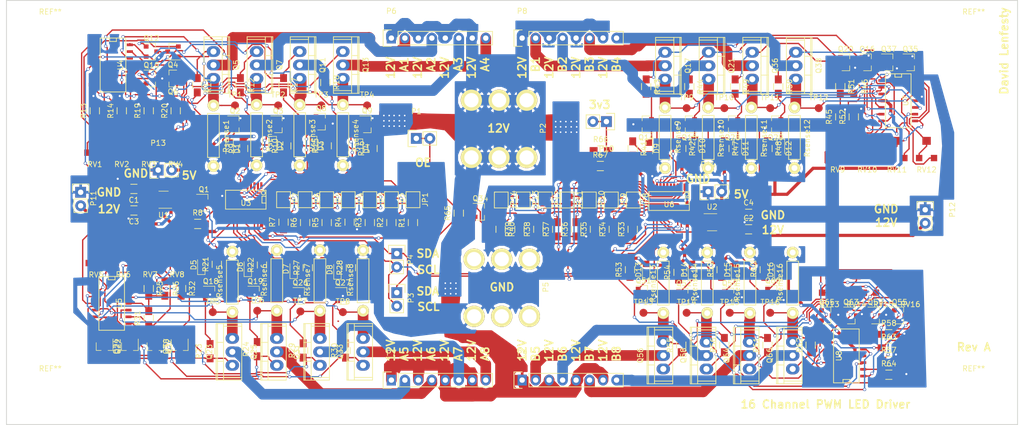
<source format=kicad_pcb>
(kicad_pcb (version 4) (host pcbnew 4.0.5-e0-6337~49~ubuntu16.04.1)
  (layers (0 F.Cu signal) (31 B.Cu signal) (34 B.Paste user) (35 F.Paste user) (36 B.SilkS user) (37 F.SilkS user) (38 B.Mask user) (39 F.Mask user) (44 Edge.Cuts user))
  (net 0 "")
  (net 1 +12V)
  (net 2 GND)
  (net 3 +5V-A)
  (net 4 +5V-B)
  (net 5 "Net-(D1-Pad2)")
  (net 6 "Net-(D1-Pad1)")
  (net 7 "Net-(D2-Pad2)")
  (net 8 "Net-(D2-Pad1)")
  (net 9 "Net-(D3-Pad2)")
  (net 10 "Net-(D3-Pad1)")
  (net 11 "Net-(D4-Pad2)")
  (net 12 "Net-(D4-Pad1)")
  (net 13 "Net-(D5-Pad2)")
  (net 14 "Net-(D5-Pad1)")
  (net 15 "Net-(D6-Pad2)")
  (net 16 "Net-(D6-Pad1)")
  (net 17 "Net-(D7-Pad2)")
  (net 18 "Net-(D7-Pad1)")
  (net 19 "Net-(D8-Pad2)")
  (net 20 "Net-(D8-Pad1)")
  (net 21 "Net-(D9-Pad2)")
  (net 22 "Net-(D9-Pad1)")
  (net 23 "Net-(D10-Pad2)")
  (net 24 "Net-(D10-Pad1)")
  (net 25 "Net-(D11-Pad2)")
  (net 26 "Net-(D11-Pad1)")
  (net 27 "Net-(D12-Pad2)")
  (net 28 "Net-(D12-Pad1)")
  (net 29 "Net-(D13-Pad2)")
  (net 30 "Net-(D13-Pad1)")
  (net 31 "Net-(D14-Pad2)")
  (net 32 "Net-(D14-Pad1)")
  (net 33 "Net-(D15-Pad2)")
  (net 34 "Net-(D15-Pad1)")
  (net 35 "Net-(D16-Pad2)")
  (net 36 "Net-(D16-Pad1)")
  (net 37 "Net-(JP1-Pad1)")
  (net 38 "Net-(JP2-Pad1)")
  (net 39 "Net-(JP3-Pad1)")
  (net 40 "Net-(JP4-Pad1)")
  (net 41 "Net-(JP5-Pad1)")
  (net 42 "Net-(JP6-Pad1)")
  (net 43 "Net-(JP7-Pad1)")
  (net 44 "Net-(JP8-Pad1)")
  (net 45 "Net-(JP9-Pad1)")
  (net 46 "Net-(JP10-Pad1)")
  (net 47 "Net-(JP11-Pad1)")
  (net 48 "Net-(JP12-Pad1)")
  (net 49 "Net-(JP13-Pad1)")
  (net 50 "Net-(JP14-Pad1)")
  (net 51 "Net-(P1-Pad1)")
  (net 52 SDA)
  (net 53 SCL)
  (net 54 "Net-(P6-Pad2)")
  (net 55 "Net-(P6-Pad4)")
  (net 56 "Net-(P6-Pad6)")
  (net 57 "Net-(P6-Pad8)")
  (net 58 "Net-(P7-Pad2)")
  (net 59 "Net-(P7-Pad4)")
  (net 60 "Net-(P7-Pad6)")
  (net 61 "Net-(P7-Pad8)")
  (net 62 "Net-(P8-Pad2)")
  (net 63 "Net-(P8-Pad4)")
  (net 64 "Net-(P8-Pad6)")
  (net 65 "Net-(P8-Pad8)")
  (net 66 "Net-(P9-Pad2)")
  (net 67 "Net-(P9-Pad4)")
  (net 68 "Net-(P9-Pad6)")
  (net 69 "Net-(P9-Pad8)")
  (net 70 +3V3)
  (net 71 "Net-(Q1-Pad1)")
  (net 72 OE-Disable)
  (net 73 "/Power Driver A/LED Driver A/LED1")
  (net 74 "/Power Driver A/LED Driver A/LED2")
  (net 75 "Net-(Q4-Pad1)")
  (net 76 "Net-(Q4-Pad2)")
  (net 77 "Net-(Q5-Pad3)")
  (net 78 "Net-(Q6-Pad1)")
  (net 79 "Net-(Q6-Pad2)")
  (net 80 "Net-(Q7-Pad3)")
  (net 81 "/Power Driver A/LED Driver A/LED3")
  (net 82 "/Power Driver A/LED Driver A/LED4")
  (net 83 "Net-(Q10-Pad1)")
  (net 84 "Net-(Q10-Pad2)")
  (net 85 "Net-(Q11-Pad3)")
  (net 86 "Net-(Q12-Pad1)")
  (net 87 "Net-(Q12-Pad2)")
  (net 88 "Net-(Q13-Pad3)")
  (net 89 "/Power Driver B/LED Driver A/LED1")
  (net 90 "/Power Driver B/LED Driver A/LED2")
  (net 91 "Net-(Q16-Pad1)")
  (net 92 "Net-(Q16-Pad2)")
  (net 93 "Net-(Q17-Pad3)")
  (net 94 "/Power Driver A/LED Driver B/LED1")
  (net 95 "/Power Driver A/LED Driver B/LED2")
  (net 96 "Net-(Q20-Pad1)")
  (net 97 "Net-(Q20-Pad2)")
  (net 98 "Net-(Q21-Pad3)")
  (net 99 "Net-(Q22-Pad1)")
  (net 100 "Net-(Q22-Pad2)")
  (net 101 "Net-(Q23-Pad3)")
  (net 102 "Net-(Q24-Pad1)")
  (net 103 "Net-(Q24-Pad2)")
  (net 104 "Net-(Q25-Pad3)")
  (net 105 "/Power Driver A/LED Driver B/LED3")
  (net 106 "/Power Driver A/LED Driver B/LED4")
  (net 107 "/Power Driver B/LED Driver A/LED3")
  (net 108 "/Power Driver B/LED Driver A/LED4")
  (net 109 "Net-(Q30-Pad1)")
  (net 110 "Net-(Q30-Pad2)")
  (net 111 "Net-(Q31-Pad3)")
  (net 112 "Net-(Q32-Pad1)")
  (net 113 "Net-(Q32-Pad2)")
  (net 114 "Net-(Q33-Pad3)")
  (net 115 "Net-(Q34-Pad1)")
  (net 116 "Net-(Q35-Pad1)")
  (net 117 "Net-(Q35-Pad2)")
  (net 118 "Net-(Q36-Pad3)")
  (net 119 "Net-(Q37-Pad1)")
  (net 120 "Net-(Q37-Pad2)")
  (net 121 "Net-(Q38-Pad3)")
  (net 122 "/Power Driver B/LED Driver B/LED1")
  (net 123 "/Power Driver B/LED Driver B/LED2")
  (net 124 "Net-(Q55-Pad1)")
  (net 125 "Net-(Q55-Pad2)")
  (net 126 "Net-(Q56-Pad3)")
  (net 127 "Net-(Q57-Pad1)")
  (net 128 "Net-(Q57-Pad2)")
  (net 129 "Net-(Q58-Pad3)")
  (net 130 "/Power Driver B/LED Driver B/LED3")
  (net 131 "/Power Driver B/LED Driver B/LED4")
  (net 132 "Net-(Q63-Pad1)")
  (net 133 "Net-(Q63-Pad2)")
  (net 134 "Net-(Q64-Pad3)")
  (net 135 "Net-(Q65-Pad1)")
  (net 136 "Net-(Q65-Pad2)")
  (net 137 "Net-(Q66-Pad3)")
  (net 138 "Net-(R13-Pad1)")
  (net 139 "Net-(R14-Pad1)")
  (net 140 "Net-(R19-Pad1)")
  (net 141 "Net-(R20-Pad1)")
  (net 142 "Net-(R25-Pad1)")
  (net 143 "Net-(R26-Pad1)")
  (net 144 "Net-(R31-Pad1)")
  (net 145 "Net-(R32-Pad1)")
  (net 146 "Net-(R45-Pad1)")
  (net 147 "Net-(R46-Pad1)")
  (net 148 "Net-(R51-Pad1)")
  (net 149 "Net-(R52-Pad1)")
  (net 150 "Net-(R57-Pad1)")
  (net 151 "Net-(R58-Pad1)")
  (net 152 "Net-(R63-Pad1)")
  (net 153 "Net-(R64-Pad1)")
  (net 154 "Net-(U1-Pad4)")
  (net 155 "Net-(U2-Pad4)")
  (net 156 /+12V-A)
  (net 157 /+12V-B)
  (module Mounting_Holes:MountingHole_3.2mm_M3 (layer F.Cu) (at 63.5 125.73)
    (fp_text reference REF** (at 0 -4.2) (layer F.SilkS))
    (fp_text value MountingHole_3.2mm_M3)
    (pad 1 np_thru_hole circle (at 0 0) (size 3.2 3.2) (drill 3.2) (layers *.Cu *.Mask))
  )
  (module Mounting_Holes:MountingHole_3.2mm_M3 (layer F.Cu) (at 63.5 58.42)
    (fp_text reference REF** (at 0 -4.2) (layer F.SilkS))
    (fp_text value MountingHole_3.2mm_M3)
    (pad 1 np_thru_hole circle (at 0 0) (size 3.2 3.2) (drill 3.2) (layers *.Cu *.Mask))
  )
  (module Mounting_Holes:MountingHole_3.2mm_M3 (layer F.Cu) (at 237.49 125.73)
    (fp_text reference REF** (at 0 -4.2) (layer F.SilkS))
    (fp_text value MountingHole_3.2mm_M3)
    (pad 1 np_thru_hole circle (at 0 0) (size 3.2 3.2) (drill 3.2) (layers *.Cu *.Mask))
  )
  (module Custom_Footprints:VIA-0.6mm (layer F.Cu) (at 139.922 107.41)
    (fp_text reference REF** hide)
    (fp_text value VIA-0.6mm hide)
    (pad 1 thru_hole circle (at 0 0) (size 0.6 0.6) (drill 0.3) (layers *.Cu) (net 1 +12V))
  )
  (module Custom_Footprints:VIA-0.6mm (layer F.Cu) (at 138.922 107.41)
    (fp_text reference REF** hide)
    (fp_text value VIA-0.6mm hide)
    (pad 1 thru_hole circle (at 0 0) (size 0.6 0.6) (drill 0.3) (layers *.Cu) (net 1 +12V))
  )
  (module Custom_Footprints:VIA-0.6mm (layer F.Cu) (at 137.922 107.41)
    (fp_text reference REF** hide)
    (fp_text value VIA-0.6mm hide)
    (pad 1 thru_hole circle (at 0 0) (size 0.6 0.6) (drill 0.3) (layers *.Cu) (net 1 +12V))
  )
  (module Custom_Footprints:VIA-0.6mm (layer F.Cu) (at 139.922 106.41)
    (fp_text reference REF** hide)
    (fp_text value VIA-0.6mm hide)
    (pad 1 thru_hole circle (at 0 0) (size 0.6 0.6) (drill 0.3) (layers *.Cu) (net 1 +12V))
  )
  (module Custom_Footprints:VIA-0.6mm (layer F.Cu) (at 138.922 106.41)
    (fp_text reference REF** hide)
    (fp_text value VIA-0.6mm hide)
    (pad 1 thru_hole circle (at 0 0) (size 0.6 0.6) (drill 0.3) (layers *.Cu) (net 1 +12V))
  )
  (module Custom_Footprints:VIA-0.6mm (layer F.Cu) (at 137.922 106.41)
    (fp_text reference REF** hide)
    (fp_text value VIA-0.6mm hide)
    (pad 1 thru_hole circle (at 0 0) (size 0.6 0.6) (drill 0.3) (layers *.Cu) (net 1 +12V))
  )
  (module Custom_Footprints:VIA-0.6mm (layer F.Cu) (at 139.922 105.41)
    (fp_text reference REF** hide)
    (fp_text value VIA-0.6mm hide)
    (pad 1 thru_hole circle (at 0 0) (size 0.6 0.6) (drill 0.3) (layers *.Cu) (net 1 +12V))
  )
  (module Custom_Footprints:VIA-0.6mm (layer F.Cu) (at 138.922 105.41)
    (fp_text reference REF** hide)
    (fp_text value VIA-0.6mm hide)
    (pad 1 thru_hole circle (at 0 0) (size 0.6 0.6) (drill 0.3) (layers *.Cu) (net 1 +12V))
  )
  (module Custom_Footprints:VIA-0.6mm (layer F.Cu) (at 162.671 76.93)
    (fp_text reference REF** hide)
    (fp_text value VIA-0.6mm hide)
    (pad 1 thru_hole circle (at 0 0) (size 0.6 0.6) (drill 0.3) (layers *.Cu) (net 2 GND))
  )
  (module Custom_Footprints:VIA-0.6mm (layer F.Cu) (at 162.671 74.93)
    (fp_text reference REF** hide)
    (fp_text value VIA-0.6mm hide)
    (pad 1 thru_hole circle (at 0 0) (size 0.6 0.6) (drill 0.3) (layers *.Cu) (net 2 GND))
  )
  (module Custom_Footprints:VIA-0.6mm (layer F.Cu) (at 162.671 75.93)
    (fp_text reference REF** hide)
    (fp_text value VIA-0.6mm hide)
    (pad 1 thru_hole circle (at 0 0) (size 0.6 0.6) (drill 0.3) (layers *.Cu) (net 2 GND))
  )
  (module Custom_Footprints:VIA-0.6mm (layer F.Cu) (at 161.639 75.93)
    (fp_text reference REF** hide)
    (fp_text value VIA-0.6mm hide)
    (pad 1 thru_hole circle (at 0 0) (size 0.6 0.6) (drill 0.3) (layers *.Cu) (net 2 GND))
  )
  (module Custom_Footprints:VIA-0.6mm (layer F.Cu) (at 161.639 76.93)
    (fp_text reference REF** hide)
    (fp_text value VIA-0.6mm hide)
    (pad 1 thru_hole circle (at 0 0) (size 0.6 0.6) (drill 0.3) (layers *.Cu) (net 2 GND))
  )
  (module Custom_Footprints:VIA-0.6mm (layer F.Cu) (at 160.639 76.93)
    (fp_text reference REF** hide)
    (fp_text value VIA-0.6mm hide)
    (pad 1 thru_hole circle (at 0 0) (size 0.6 0.6) (drill 0.3) (layers *.Cu) (net 2 GND))
  )
  (module Custom_Footprints:VIA-0.6mm (layer F.Cu) (at 160.639 75.93)
    (fp_text reference REF** hide)
    (fp_text value VIA-0.6mm hide)
    (pad 1 thru_hole circle (at 0 0) (size 0.6 0.6) (drill 0.3) (layers *.Cu) (net 2 GND))
  )
  (module Custom_Footprints:VIA-0.6mm (layer F.Cu) (at 158.718 75.93)
    (fp_text reference REF** hide)
    (fp_text value VIA-0.6mm hide)
    (pad 1 thru_hole circle (at 0 0) (size 0.6 0.6) (drill 0.3) (layers *.Cu) (net 2 GND))
  )
  (module Custom_Footprints:VIA-0.6mm (layer F.Cu) (at 158.718 76.93)
    (fp_text reference REF** hide)
    (fp_text value VIA-0.6mm hide)
    (pad 1 thru_hole circle (at 0 0) (size 0.6 0.6) (drill 0.3) (layers *.Cu) (net 2 GND))
  )
  (module Custom_Footprints:VIA-0.6mm (layer F.Cu) (at 159.639 76.93)
    (fp_text reference REF** hide)
    (fp_text value VIA-0.6mm hide)
    (pad 1 thru_hole circle (at 0 0) (size 0.6 0.6) (drill 0.3) (layers *.Cu) (net 2 GND))
  )
  (module Custom_Footprints:VIA-0.6mm (layer F.Cu) (at 158.718 74.93)
    (fp_text reference REF** hide)
    (fp_text value VIA-0.6mm hide)
    (pad 1 thru_hole circle (at 0 0) (size 0.6 0.6) (drill 0.3) (layers *.Cu) (net 2 GND))
  )
  (module Custom_Footprints:VIA-0.6mm (layer F.Cu) (at 159.639 75.93)
    (fp_text reference REF** hide)
    (fp_text value VIA-0.6mm hide)
    (pad 1 thru_hole circle (at 0 0) (size 0.6 0.6) (drill 0.3) (layers *.Cu) (net 2 GND))
  )
  (module Custom_Footprints:VIA-0.6mm (layer F.Cu) (at 159.639 74.93)
    (fp_text reference REF** hide)
    (fp_text value VIA-0.6mm hide)
    (pad 1 thru_hole circle (at 0 0) (size 0.6 0.6) (drill 0.3) (layers *.Cu) (net 2 GND))
  )
  (module Custom_Footprints:VIA-0.6mm (layer F.Cu) (at 161.639 74.93)
    (fp_text reference REF** hide)
    (fp_text value VIA-0.6mm hide)
    (pad 1 thru_hole circle (at 0 0) (size 0.6 0.6) (drill 0.3) (layers *.Cu) (net 2 GND))
  )
  (module Custom_Footprints:VIA-0.6mm (layer F.Cu) (at 160.639 74.93)
    (fp_text reference REF** hide)
    (fp_text value VIA-0.6mm hide)
    (pad 1 thru_hole circle (at 0 0) (size 0.6 0.6) (drill 0.3) (layers *.Cu) (net 2 GND))
  )
  (module Custom_Footprints:VIA-0.6mm (layer F.Cu) (at 126.349 74.787)
    (fp_text reference REF** hide)
    (fp_text value VIA-0.6mm hide)
    (pad 1 thru_hole circle (at 0 0) (size 0.6 0.6) (drill 0.3) (layers *.Cu) (net 2 GND))
  )
  (module Custom_Footprints:VIA-0.6mm (layer F.Cu) (at 127.349 75.787)
    (fp_text reference REF** hide)
    (fp_text value VIA-0.6mm hide)
    (pad 1 thru_hole circle (at 0 0) (size 0.6 0.6) (drill 0.3) (layers *.Cu) (net 2 GND))
  )
  (module Custom_Footprints:VIA-0.6mm (layer F.Cu) (at 127.349 74.787)
    (fp_text reference REF** hide)
    (fp_text value VIA-0.6mm hide)
    (pad 1 thru_hole circle (at 0 0) (size 0.6 0.6) (drill 0.3) (layers *.Cu) (net 2 GND))
  )
  (module Custom_Footprints:VIA-0.6mm (layer F.Cu) (at 126.349 75.787)
    (fp_text reference REF** hide)
    (fp_text value VIA-0.6mm hide)
    (pad 1 thru_hole circle (at 0 0) (size 0.6 0.6) (drill 0.3) (layers *.Cu) (net 2 GND))
  )
  (module Custom_Footprints:VIA-0.6mm (layer F.Cu) (at 126.349 73.787)
    (fp_text reference REF** hide)
    (fp_text value VIA-0.6mm hide)
    (pad 1 thru_hole circle (at 0 0) (size 0.6 0.6) (drill 0.3) (layers *.Cu) (net 2 GND))
  )
  (module Custom_Footprints:VIA-0.6mm (layer F.Cu) (at 127.349 73.787)
    (fp_text reference REF** hide)
    (fp_text value VIA-0.6mm hide)
    (pad 1 thru_hole circle (at 0 0) (size 0.6 0.6) (drill 0.3) (layers *.Cu) (net 2 GND))
  )
  (module Custom_Footprints:VIA-0.6mm (layer F.Cu) (at 130.27 75.787)
    (fp_text reference REF** hide)
    (fp_text value VIA-0.6mm hide)
    (pad 1 thru_hole circle (at 0 0) (size 0.6 0.6) (drill 0.3) (layers *.Cu) (net 2 GND))
  )
  (module Custom_Footprints:VIA-0.6mm (layer F.Cu) (at 129.27 75.787)
    (fp_text reference REF** hide)
    (fp_text value VIA-0.6mm hide)
    (pad 1 thru_hole circle (at 0 0) (size 0.6 0.6) (drill 0.3) (layers *.Cu) (net 2 GND))
  )
  (module Custom_Footprints:VIA-0.6mm (layer F.Cu) (at 128.27 75.787)
    (fp_text reference REF** hide)
    (fp_text value VIA-0.6mm hide)
    (pad 1 thru_hole circle (at 0 0) (size 0.6 0.6) (drill 0.3) (layers *.Cu) (net 2 GND))
  )
  (module Custom_Footprints:VIA-0.6mm (layer F.Cu) (at 130.27 74.787)
    (fp_text reference REF** hide)
    (fp_text value VIA-0.6mm hide)
    (pad 1 thru_hole circle (at 0 0) (size 0.6 0.6) (drill 0.3) (layers *.Cu) (net 2 GND))
  )
  (module Custom_Footprints:VIA-0.6mm (layer F.Cu) (at 129.27 74.787)
    (fp_text reference REF** hide)
    (fp_text value VIA-0.6mm hide)
    (pad 1 thru_hole circle (at 0 0) (size 0.6 0.6) (drill 0.3) (layers *.Cu) (net 2 GND))
  )
  (module Custom_Footprints:VIA-0.6mm (layer F.Cu) (at 128.27 74.787)
    (fp_text reference REF** hide)
    (fp_text value VIA-0.6mm hide)
    (pad 1 thru_hole circle (at 0 0) (size 0.6 0.6) (drill 0.3) (layers *.Cu) (net 2 GND))
  )
  (module Custom_Footprints:VIA-0.6mm (layer F.Cu) (at 130.27 73.787)
    (fp_text reference REF** hide)
    (fp_text value VIA-0.6mm hide)
    (pad 1 thru_hole circle (at 0 0) (size 0.6 0.6) (drill 0.3) (layers *.Cu) (net 2 GND))
  )
  (module Custom_Footprints:VIA-0.6mm (layer F.Cu) (at 129.27 73.787)
    (fp_text reference REF** hide)
    (fp_text value VIA-0.6mm hide)
    (pad 1 thru_hole circle (at 0 0) (size 0.6 0.6) (drill 0.3) (layers *.Cu) (net 2 GND))
  )
  (module TO_SOT_Packages_SMD:SOT-23 (layer F.Cu) (at 86.614 66.802 180)
    (fp_text reference Q6 (at 0 -2.5 180) (layer F.SilkS))
    (fp_text value BC413)
    (pad 1 smd rect (at -1 -0.95 180) (size 0.9 0.8) (layers F.Cu F.Paste F.Mask) (net 78 "Net-(Q6-Pad1)"))
    (pad 2 smd rect (at -1 0.95 180) (size 0.9 0.8) (layers F.Cu F.Paste F.Mask) (net 79 "Net-(Q6-Pad2)"))
    (pad 3 smd rect (at 1 0 180) (size 0.9 0.8) (layers F.Cu F.Paste F.Mask) (net 2 GND))
  )
  (module Power_Integrations:TO-220 (layer F.Cu) (at 102.362 64.262 270)
    (fp_text reference Q7 (at 0 -4.318 270) (layer F.SilkS))
    (fp_text value BUT11)
    (pad 2 thru_hole oval (at 0 0 270) (size 2.032 2.54) (drill 1.143) (layers *.Cu *.Mask) (net 55 "Net-(P6-Pad4)"))
    (pad 3 thru_hole oval (at 2.54 0 270) (size 2.032 2.54) (drill 1.143) (layers *.Cu *.Mask) (net 80 "Net-(Q7-Pad3)"))
    (pad 1 thru_hole oval (at -2.54 0 270) (size 2.032 2.54) (drill 1.143) (layers *.Cu *.Mask) (net 78 "Net-(Q6-Pad1)"))
  )
  (module Custom_Footprints:Current_Sense_Resistor (layer F.Cu) (at 102.362 77.47 90)
    (fp_text reference Rsense2 (at -0.1 2.4 90) (layer F.SilkS))
    (fp_text value 0.1)
    (pad 1 thru_hole circle (at 5.715 0 90) (size 2.2 2.2) (drill 1.1) (layers *.Cu *.Mask F.SilkS) (net 80 "Net-(Q7-Pad3)"))
    (pad 2 thru_hole circle (at -5.715 0 90) (size 2.2 2.2) (drill 1.1) (layers *.Cu *.Mask F.SilkS) (net 2 GND))
  )
  (module Power_Integrations:TO-220 (layer F.Cu) (at 110.49 64.262 270)
    (fp_text reference Q11 (at 0 -4.318 270) (layer F.SilkS))
    (fp_text value BUT11)
    (pad 2 thru_hole oval (at 0 0 270) (size 2.032 2.54) (drill 1.143) (layers *.Cu *.Mask) (net 56 "Net-(P6-Pad6)"))
    (pad 3 thru_hole oval (at 2.54 0 270) (size 2.032 2.54) (drill 1.143) (layers *.Cu *.Mask) (net 85 "Net-(Q11-Pad3)"))
    (pad 1 thru_hole oval (at -2.54 0 270) (size 2.032 2.54) (drill 1.143) (layers *.Cu *.Mask) (net 83 "Net-(Q10-Pad1)"))
  )
  (module Power_Integrations:TO-220 (layer F.Cu) (at 94.234 64.262 270)
    (fp_text reference Q5 (at 0 -4.318 270) (layer F.SilkS))
    (fp_text value BUT11)
    (pad 2 thru_hole oval (at 0 0 270) (size 2.032 2.54) (drill 1.143) (layers *.Cu *.Mask) (net 54 "Net-(P6-Pad2)"))
    (pad 3 thru_hole oval (at 2.54 0 270) (size 2.032 2.54) (drill 1.143) (layers *.Cu *.Mask) (net 77 "Net-(Q5-Pad3)"))
    (pad 1 thru_hole oval (at -2.54 0 270) (size 2.032 2.54) (drill 1.143) (layers *.Cu *.Mask) (net 75 "Net-(Q4-Pad1)"))
  )
  (module Custom_Footprints:Bourns-TC33 (layer F.Cu) (at 71.882 78.994)
    (fp_text reference RV1 (at 0 4) (layer F.SilkS))
    (fp_text value 10K)
    (pad 1 smd rect (at -1.4 1.8) (size 1.2 1.2) (layers F.Cu F.Paste F.Mask) (net 76 "Net-(Q4-Pad2)"))
    (pad 2 smd rect (at 0 -1.45) (size 1.6 1.5) (layers F.Cu F.Paste F.Mask) (net 76 "Net-(Q4-Pad2)"))
    (pad 3 smd rect (at 1.4 1.8) (size 1.2 1.2) (layers F.Cu F.Paste F.Mask) (net 138 "Net-(R13-Pad1)"))
  )
  (module Resistors_SMD:R_0805_HandSoldering (layer F.Cu) (at 87.122 72.898 90)
    (fp_text reference R20 (at 0 -2.1 90) (layer F.SilkS))
    (fp_text value 2K)
    (pad 1 smd rect (at -1.35 0 90) (size 1.5 1.3) (layers F.Cu F.Paste F.Mask) (net 141 "Net-(R20-Pad1)"))
    (pad 2 smd rect (at 1.35 0 90) (size 1.5 1.3) (layers F.Cu F.Paste F.Mask) (net 2 GND))
  )
  (module Custom_Footprints:Bourns-TC33 (layer F.Cu) (at 82.042 78.994)
    (fp_text reference RV3 (at 0 4) (layer F.SilkS))
    (fp_text value 10K)
    (pad 1 smd rect (at -1.4 1.8) (size 1.2 1.2) (layers F.Cu F.Paste F.Mask) (net 84 "Net-(Q10-Pad2)"))
    (pad 2 smd rect (at 0 -1.45) (size 1.6 1.5) (layers F.Cu F.Paste F.Mask) (net 84 "Net-(Q10-Pad2)"))
    (pad 3 smd rect (at 1.4 1.8) (size 1.2 1.2) (layers F.Cu F.Paste F.Mask) (net 140 "Net-(R19-Pad1)"))
  )
  (module Resistors_SMD:R_0805_HandSoldering (layer F.Cu) (at 71.882 72.898 90)
    (fp_text reference R13 (at 0 -2.1 90) (layer F.SilkS))
    (fp_text value 2K)
    (pad 1 smd rect (at -1.35 0 90) (size 1.5 1.3) (layers F.Cu F.Paste F.Mask) (net 138 "Net-(R13-Pad1)"))
    (pad 2 smd rect (at 1.35 0 90) (size 1.5 1.3) (layers F.Cu F.Paste F.Mask) (net 2 GND))
  )
  (module Custom_Footprints:Bourns-TC33 (layer F.Cu) (at 87.122 78.994)
    (fp_text reference RV4 (at 0 4) (layer F.SilkS))
    (fp_text value 10K)
    (pad 1 smd rect (at -1.4 1.8) (size 1.2 1.2) (layers F.Cu F.Paste F.Mask) (net 87 "Net-(Q12-Pad2)"))
    (pad 2 smd rect (at 0 -1.45) (size 1.6 1.5) (layers F.Cu F.Paste F.Mask) (net 87 "Net-(Q12-Pad2)"))
    (pad 3 smd rect (at 1.4 1.8) (size 1.2 1.2) (layers F.Cu F.Paste F.Mask) (net 141 "Net-(R20-Pad1)"))
  )
  (module Resistors_SMD:R_0805_HandSoldering (layer F.Cu) (at 76.962 72.898 90)
    (fp_text reference R14 (at 0 -2.1 90) (layer F.SilkS))
    (fp_text value 2K)
    (pad 1 smd rect (at -1.35 0 90) (size 1.5 1.3) (layers F.Cu F.Paste F.Mask) (net 139 "Net-(R14-Pad1)"))
    (pad 2 smd rect (at 1.35 0 90) (size 1.5 1.3) (layers F.Cu F.Paste F.Mask) (net 2 GND))
  )
  (module Resistors_SMD:R_0805_HandSoldering (layer F.Cu) (at 82.042 72.898 90)
    (fp_text reference R19 (at 0 -2.1 90) (layer F.SilkS))
    (fp_text value 2K)
    (pad 1 smd rect (at -1.35 0 90) (size 1.5 1.3) (layers F.Cu F.Paste F.Mask) (net 140 "Net-(R19-Pad1)"))
    (pad 2 smd rect (at 1.35 0 90) (size 1.5 1.3) (layers F.Cu F.Paste F.Mask) (net 2 GND))
  )
  (module Custom_Footprints:Bourns-TC33 (layer F.Cu) (at 76.962 78.994)
    (fp_text reference RV2 (at 0 4) (layer F.SilkS))
    (fp_text value 10K)
    (pad 1 smd rect (at -1.4 1.8) (size 1.2 1.2) (layers F.Cu F.Paste F.Mask) (net 79 "Net-(Q6-Pad2)"))
    (pad 2 smd rect (at 0 -1.45) (size 1.6 1.5) (layers F.Cu F.Paste F.Mask) (net 79 "Net-(Q6-Pad2)"))
    (pad 3 smd rect (at 1.4 1.8) (size 1.2 1.2) (layers F.Cu F.Paste F.Mask) (net 139 "Net-(R14-Pad1)"))
  )
  (module TO_SOT_Packages_SMD:SOT-23 (layer F.Cu) (at 86.614 61.722 180)
    (fp_text reference Q4 (at 0 -2.5 180) (layer F.SilkS))
    (fp_text value BC413)
    (pad 1 smd rect (at -1 -0.95 180) (size 0.9 0.8) (layers F.Cu F.Paste F.Mask) (net 75 "Net-(Q4-Pad1)"))
    (pad 2 smd rect (at -1 0.95 180) (size 0.9 0.8) (layers F.Cu F.Paste F.Mask) (net 76 "Net-(Q4-Pad2)"))
    (pad 3 smd rect (at 1 0 180) (size 0.9 0.8) (layers F.Cu F.Paste F.Mask) (net 2 GND))
  )
  (module SMD_Packages:SOIC-14_N (layer F.Cu) (at 75.438 64.262 270)
    (fp_text reference U4 (at 0 -1.27 270) (layer F.SilkS))
    (fp_text value LM324AN)
    (pad 1 smd rect (at -3.81 3.302 270) (size 0.508 1.143) (layers F.Cu F.Paste F.Mask) (net 76 "Net-(Q4-Pad2)"))
    (pad 2 smd rect (at -2.54 3.302 270) (size 0.508 1.143) (layers F.Cu F.Paste F.Mask) (net 138 "Net-(R13-Pad1)"))
    (pad 3 smd rect (at -1.27 3.302 270) (size 0.508 1.143) (layers F.Cu F.Paste F.Mask) (net 77 "Net-(Q5-Pad3)"))
    (pad 4 smd rect (at 0 3.302 270) (size 0.508 1.143) (layers F.Cu F.Paste F.Mask) (net 3 +5V-A))
    (pad 5 smd rect (at 1.27 3.302 270) (size 0.508 1.143) (layers F.Cu F.Paste F.Mask) (net 80 "Net-(Q7-Pad3)"))
    (pad 6 smd rect (at 2.54 3.302 270) (size 0.508 1.143) (layers F.Cu F.Paste F.Mask) (net 139 "Net-(R14-Pad1)"))
    (pad 7 smd rect (at 3.81 3.302 270) (size 0.508 1.143) (layers F.Cu F.Paste F.Mask) (net 79 "Net-(Q6-Pad2)"))
    (pad 8 smd rect (at 3.81 -3.048 270) (size 0.508 1.143) (layers F.Cu F.Paste F.Mask) (net 84 "Net-(Q10-Pad2)"))
    (pad 9 smd rect (at 2.54 -3.048 270) (size 0.508 1.143) (layers F.Cu F.Paste F.Mask) (net 140 "Net-(R19-Pad1)"))
    (pad 11 smd rect (at 0 -3.048 270) (size 0.508 1.143) (layers F.Cu F.Paste F.Mask) (net 2 GND))
    (pad 12 smd rect (at -1.27 -3.048 270) (size 0.508 1.143) (layers F.Cu F.Paste F.Mask) (net 88 "Net-(Q13-Pad3)"))
    (pad 13 smd rect (at -2.54 -3.048 270) (size 0.508 1.143) (layers F.Cu F.Paste F.Mask) (net 141 "Net-(R20-Pad1)"))
    (pad 14 smd rect (at -3.81 -3.048 270) (size 0.508 1.143) (layers F.Cu F.Paste F.Mask) (net 87 "Net-(Q12-Pad2)"))
    (pad 10 smd rect (at 1.27 -3.048 270) (size 0.508 1.143) (layers F.Cu F.Paste F.Mask) (net 85 "Net-(Q11-Pad3)"))
  )
  (module TO_SOT_Packages_SMD:SOT-23 (layer F.Cu) (at 82.55 66.802)
    (fp_text reference Q10 (at 0 -2.5) (layer F.SilkS))
    (fp_text value BC413)
    (pad 1 smd rect (at -1 -0.95) (size 0.9 0.8) (layers F.Cu F.Paste F.Mask) (net 83 "Net-(Q10-Pad1)"))
    (pad 2 smd rect (at -1 0.95) (size 0.9 0.8) (layers F.Cu F.Paste F.Mask) (net 84 "Net-(Q10-Pad2)"))
    (pad 3 smd rect (at 1 0) (size 0.9 0.8) (layers F.Cu F.Paste F.Mask) (net 2 GND))
  )
  (module TO_SOT_Packages_SMD:SOT-23 (layer F.Cu) (at 82.55 61.722)
    (fp_text reference Q12 (at 0 -2.5) (layer F.SilkS))
    (fp_text value BC413)
    (pad 1 smd rect (at -1 -0.95) (size 0.9 0.8) (layers F.Cu F.Paste F.Mask) (net 86 "Net-(Q12-Pad1)"))
    (pad 2 smd rect (at -1 0.95) (size 0.9 0.8) (layers F.Cu F.Paste F.Mask) (net 87 "Net-(Q12-Pad2)"))
    (pad 3 smd rect (at 1 0) (size 0.9 0.8) (layers F.Cu F.Paste F.Mask) (net 2 GND))
  )
  (module Resistors_SMD:R_0805_HandSoldering (layer F.Cu) (at 115.57 79.502 90)
    (fp_text reference R15 (at 0 -2.1 90) (layer F.SilkS))
    (fp_text value 330)
    (pad 1 smd rect (at -1.35 0 90) (size 1.5 1.3) (layers F.Cu F.Paste F.Mask) (net 9 "Net-(D3-Pad2)"))
    (pad 2 smd rect (at 1.35 0 90) (size 1.5 1.3) (layers F.Cu F.Paste F.Mask) (net 3 +5V-A))
  )
  (module Custom_Footprints:Current_Sense_Resistor (layer F.Cu) (at 118.618 77.47 90)
    (fp_text reference Rsense4 (at -0.1 2.4 90) (layer F.SilkS))
    (fp_text value 0.1)
    (pad 1 thru_hole circle (at 5.715 0 90) (size 2.2 2.2) (drill 1.1) (layers *.Cu *.Mask F.SilkS) (net 88 "Net-(Q13-Pad3)"))
    (pad 2 thru_hole circle (at -5.715 0 90) (size 2.2 2.2) (drill 1.1) (layers *.Cu *.Mask F.SilkS) (net 2 GND))
  )
  (module LEDs:LED_0805 (layer F.Cu) (at 113.03 79.522 270)
    (fp_text reference D3 (at 0 -1.45 270) (layer F.SilkS))
    (fp_text value LED)
    (pad 2 smd rect (at 1.1 0 90) (size 1.2 1.2) (layers F.Cu F.Paste F.Mask) (net 9 "Net-(D3-Pad2)"))
    (pad 1 smd rect (at -1.1 0 90) (size 1.2 1.2) (layers F.Cu F.Paste F.Mask) (net 10 "Net-(D3-Pad1)"))
  )
  (module TO_SOT_Packages_SMD:SOT-23 (layer F.Cu) (at 114.554 74.93)
    (fp_text reference Q8 (at 0 -2.5) (layer F.SilkS))
    (fp_text value BC413)
    (pad 1 smd rect (at -1 -0.95) (size 0.9 0.8) (layers F.Cu F.Paste F.Mask) (net 10 "Net-(D3-Pad1)"))
    (pad 2 smd rect (at -1 0.95) (size 0.9 0.8) (layers F.Cu F.Paste F.Mask) (net 81 "/Power Driver A/LED Driver A/LED3"))
    (pad 3 smd rect (at 1 0) (size 0.9 0.8) (layers F.Cu F.Paste F.Mask) (net 2 GND))
  )
  (module Power_Integrations:TO-220 (layer F.Cu) (at 118.618 64.262 270)
    (fp_text reference Q13 (at 0 -4.318 270) (layer F.SilkS))
    (fp_text value BUT11)
    (pad 2 thru_hole oval (at 0 0 270) (size 2.032 2.54) (drill 1.143) (layers *.Cu *.Mask) (net 57 "Net-(P6-Pad8)"))
    (pad 3 thru_hole oval (at 2.54 0 270) (size 2.032 2.54) (drill 1.143) (layers *.Cu *.Mask) (net 88 "Net-(Q13-Pad3)"))
    (pad 1 thru_hole oval (at -2.54 0 270) (size 2.032 2.54) (drill 1.143) (layers *.Cu *.Mask) (net 86 "Net-(Q12-Pad1)"))
  )
  (module Resistors_SMD:R_0805_HandSoldering (layer F.Cu) (at 99.822 80.01 90)
    (fp_text reference R9 (at 0 -2.1 90) (layer F.SilkS))
    (fp_text value 330)
    (pad 1 smd rect (at -1.35 0 90) (size 1.5 1.3) (layers F.Cu F.Paste F.Mask) (net 5 "Net-(D1-Pad2)"))
    (pad 2 smd rect (at 1.35 0 90) (size 1.5 1.3) (layers F.Cu F.Paste F.Mask) (net 3 +5V-A))
  )
  (module Custom_Footprints:Current_Sense_Resistor (layer F.Cu) (at 110.49 77.47 90)
    (fp_text reference Rsense3 (at -0.1 2.4 90) (layer F.SilkS))
    (fp_text value 0.1)
    (pad 1 thru_hole circle (at 5.715 0 90) (size 2.2 2.2) (drill 1.1) (layers *.Cu *.Mask F.SilkS) (net 85 "Net-(Q11-Pad3)"))
    (pad 2 thru_hole circle (at -5.715 0 90) (size 2.2 2.2) (drill 1.1) (layers *.Cu *.Mask F.SilkS) (net 2 GND))
  )
  (module TO_SOT_Packages_SMD:SOT-23 (layer F.Cu) (at 98.298 75.438)
    (fp_text reference Q2 (at 0 -2.5) (layer F.SilkS))
    (fp_text value BC413)
    (pad 1 smd rect (at -1 -0.95) (size 0.9 0.8) (layers F.Cu F.Paste F.Mask) (net 6 "Net-(D1-Pad1)"))
    (pad 2 smd rect (at -1 0.95) (size 0.9 0.8) (layers F.Cu F.Paste F.Mask) (net 73 "/Power Driver A/LED Driver A/LED1"))
    (pad 3 smd rect (at 1 0) (size 0.9 0.8) (layers F.Cu F.Paste F.Mask) (net 2 GND))
  )
  (module LEDs:LED_0805 (layer F.Cu) (at 97.282 80.01 270)
    (fp_text reference D1 (at 0 -1.45 270) (layer F.SilkS))
    (fp_text value LED)
    (pad 2 smd rect (at 1.1 0 90) (size 1.2 1.2) (layers F.Cu F.Paste F.Mask) (net 5 "Net-(D1-Pad2)"))
    (pad 1 smd rect (at -1.1 0 90) (size 1.2 1.2) (layers F.Cu F.Paste F.Mask) (net 6 "Net-(D1-Pad1)"))
  )
  (module TO_SOT_Packages_SMD:SOT-23 (layer F.Cu) (at 123.19 75.438)
    (fp_text reference Q9 (at 0 -2.54) (layer F.SilkS))
    (fp_text value BC413)
    (pad 1 smd rect (at -1 -0.95) (size 0.9 0.8) (layers F.Cu F.Paste F.Mask) (net 12 "Net-(D4-Pad1)"))
    (pad 2 smd rect (at -1 0.95) (size 0.9 0.8) (layers F.Cu F.Paste F.Mask) (net 82 "/Power Driver A/LED Driver A/LED4"))
    (pad 3 smd rect (at 1 0) (size 0.9 0.8) (layers F.Cu F.Paste F.Mask) (net 2 GND))
  )
  (module Resistors_SMD:R_0805_HandSoldering (layer F.Cu) (at 124.206 80.01 90)
    (fp_text reference R16 (at 0 -2.1 90) (layer F.SilkS))
    (fp_text value 330)
    (pad 1 smd rect (at -1.35 0 90) (size 1.5 1.3) (layers F.Cu F.Paste F.Mask) (net 11 "Net-(D4-Pad2)"))
    (pad 2 smd rect (at 1.35 0 90) (size 1.5 1.3) (layers F.Cu F.Paste F.Mask) (net 3 +5V-A))
  )
  (module LEDs:LED_0805 (layer F.Cu) (at 121.666 80.01 270)
    (fp_text reference D4 (at 0 -1.45 270) (layer F.SilkS))
    (fp_text value LED)
    (pad 2 smd rect (at 1.1 0 90) (size 1.2 1.2) (layers F.Cu F.Paste F.Mask) (net 11 "Net-(D4-Pad2)"))
    (pad 1 smd rect (at -1.1 0 90) (size 1.2 1.2) (layers F.Cu F.Paste F.Mask) (net 12 "Net-(D4-Pad1)"))
  )
  (module LEDs:LED_0805 (layer F.Cu) (at 105.41 79.522 270)
    (fp_text reference D2 (at 0 -1.45 270) (layer F.SilkS))
    (fp_text value LED)
    (pad 2 smd rect (at 1.1 0 90) (size 1.2 1.2) (layers F.Cu F.Paste F.Mask) (net 7 "Net-(D2-Pad2)"))
    (pad 1 smd rect (at -1.1 0 90) (size 1.2 1.2) (layers F.Cu F.Paste F.Mask) (net 8 "Net-(D2-Pad1)"))
  )
  (module Resistors_SMD:R_0805_HandSoldering (layer F.Cu) (at 107.95 79.522 90)
    (fp_text reference R10 (at 0 -2.1 90) (layer F.SilkS))
    (fp_text value 330)
    (pad 1 smd rect (at -1.35 0 90) (size 1.5 1.3) (layers F.Cu F.Paste F.Mask) (net 7 "Net-(D2-Pad2)"))
    (pad 2 smd rect (at 1.35 0 90) (size 1.5 1.3) (layers F.Cu F.Paste F.Mask) (net 3 +5V-A))
  )
  (module Custom_Footprints:Current_Sense_Resistor (layer F.Cu) (at 94.234 77.597 90)
    (fp_text reference Rsense1 (at -0.1 2.4 90) (layer F.SilkS))
    (fp_text value 0.1)
    (pad 1 thru_hole circle (at 5.715 0 90) (size 2.2 2.2) (drill 1.1) (layers *.Cu *.Mask F.SilkS) (net 77 "Net-(Q5-Pad3)"))
    (pad 2 thru_hole circle (at -5.715 0 90) (size 2.2 2.2) (drill 1.1) (layers *.Cu *.Mask F.SilkS) (net 2 GND))
  )
  (module TO_SOT_Packages_SMD:SOT-23 (layer F.Cu) (at 106.426 75.438)
    (fp_text reference Q3 (at 0 -2.5) (layer F.SilkS))
    (fp_text value BC413)
    (pad 1 smd rect (at -1 -0.95) (size 0.9 0.8) (layers F.Cu F.Paste F.Mask) (net 8 "Net-(D2-Pad1)"))
    (pad 2 smd rect (at -1 0.95) (size 0.9 0.8) (layers F.Cu F.Paste F.Mask) (net 74 "/Power Driver A/LED Driver A/LED2"))
    (pad 3 smd rect (at 1 0) (size 0.9 0.8) (layers F.Cu F.Paste F.Mask) (net 2 GND))
  )
  (module LEDs:LED_0805 (layer F.Cu) (at 91.948 101.981 90)
    (fp_text reference D5 (at 0 -1.45 90) (layer F.SilkS))
    (fp_text value LED)
    (pad 2 smd rect (at 1.1 0 270) (size 1.2 1.2) (layers F.Cu F.Paste F.Mask) (net 13 "Net-(D5-Pad2)"))
    (pad 1 smd rect (at -1.1 0 270) (size 1.2 1.2) (layers F.Cu F.Paste F.Mask) (net 14 "Net-(D5-Pad1)"))
  )
  (module LEDs:LED_0805 (layer F.Cu) (at 100.711 102.362 90)
    (fp_text reference D6 (at 0 -1.45 90) (layer F.SilkS))
    (fp_text value LED)
    (pad 2 smd rect (at 1.1 0 270) (size 1.2 1.2) (layers F.Cu F.Paste F.Mask) (net 15 "Net-(D6-Pad2)"))
    (pad 1 smd rect (at -1.1 0 270) (size 1.2 1.2) (layers F.Cu F.Paste F.Mask) (net 16 "Net-(D6-Pad1)"))
  )
  (module LEDs:LED_0805 (layer F.Cu) (at 109.347 102.743 90)
    (fp_text reference D7 (at 0 -1.45 90) (layer F.SilkS))
    (fp_text value LED)
    (pad 2 smd rect (at 1.1 0 270) (size 1.2 1.2) (layers F.Cu F.Paste F.Mask) (net 17 "Net-(D7-Pad2)"))
    (pad 1 smd rect (at -1.1 0 270) (size 1.2 1.2) (layers F.Cu F.Paste F.Mask) (net 18 "Net-(D7-Pad1)"))
  )
  (module LEDs:LED_0805 (layer F.Cu) (at 117.602 102.87 90)
    (fp_text reference D8 (at 0 -1.45 90) (layer F.SilkS))
    (fp_text value LED)
    (pad 2 smd rect (at 1.1 0 270) (size 1.2 1.2) (layers F.Cu F.Paste F.Mask) (net 19 "Net-(D8-Pad2)"))
    (pad 1 smd rect (at -1.1 0 270) (size 1.2 1.2) (layers F.Cu F.Paste F.Mask) (net 20 "Net-(D8-Pad1)"))
  )
  (module LEDs:LED_0805 (layer F.Cu) (at 176.276 80.01 270)
    (fp_text reference D9 (at 0 -1.45 270) (layer F.SilkS))
    (fp_text value LED)
    (pad 2 smd rect (at 1.1 0 90) (size 1.2 1.2) (layers F.Cu F.Paste F.Mask) (net 21 "Net-(D9-Pad2)"))
    (pad 1 smd rect (at -1.1 0 90) (size 1.2 1.2) (layers F.Cu F.Paste F.Mask) (net 22 "Net-(D9-Pad1)"))
  )
  (module LEDs:LED_0805 (layer F.Cu) (at 184.912 79.502 270)
    (fp_text reference D10 (at 0 -1.45 270) (layer F.SilkS))
    (fp_text value LED)
    (pad 2 smd rect (at 1.1 0 90) (size 1.2 1.2) (layers F.Cu F.Paste F.Mask) (net 23 "Net-(D10-Pad2)"))
    (pad 1 smd rect (at -1.1 0 90) (size 1.2 1.2) (layers F.Cu F.Paste F.Mask) (net 24 "Net-(D10-Pad1)"))
  )
  (module LEDs:LED_0805 (layer F.Cu) (at 193.04 80.01 270)
    (fp_text reference D11 (at 0 -1.45 270) (layer F.SilkS))
    (fp_text value LED)
    (pad 2 smd rect (at 1.1 0 90) (size 1.2 1.2) (layers F.Cu F.Paste F.Mask) (net 25 "Net-(D11-Pad2)"))
    (pad 1 smd rect (at -1.1 0 90) (size 1.2 1.2) (layers F.Cu F.Paste F.Mask) (net 26 "Net-(D11-Pad1)"))
  )
  (module LEDs:LED_0805 (layer F.Cu) (at 201.168 80.01 270)
    (fp_text reference D12 (at 0 -1.45 270) (layer F.SilkS))
    (fp_text value LED)
    (pad 2 smd rect (at 1.1 0 90) (size 1.2 1.2) (layers F.Cu F.Paste F.Mask) (net 27 "Net-(D12-Pad2)"))
    (pad 1 smd rect (at -1.1 0 90) (size 1.2 1.2) (layers F.Cu F.Paste F.Mask) (net 28 "Net-(D12-Pad1)"))
  )
  (module LEDs:LED_0805 (layer F.Cu) (at 175.768 102.87 90)
    (fp_text reference D13 (at 0 -1.45 90) (layer F.SilkS))
    (fp_text value LED)
    (pad 2 smd rect (at 1.1 0 270) (size 1.2 1.2) (layers F.Cu F.Paste F.Mask) (net 29 "Net-(D13-Pad2)"))
    (pad 1 smd rect (at -1.1 0 270) (size 1.2 1.2) (layers F.Cu F.Paste F.Mask) (net 30 "Net-(D13-Pad1)"))
  )
  (module LEDs:LED_0805 (layer F.Cu) (at 184.404 102.87 90)
    (fp_text reference D14 (at 0 -1.45 90) (layer F.SilkS))
    (fp_text value LED)
    (pad 2 smd rect (at 1.1 0 270) (size 1.2 1.2) (layers F.Cu F.Paste F.Mask) (net 31 "Net-(D14-Pad2)"))
    (pad 1 smd rect (at -1.1 0 270) (size 1.2 1.2) (layers F.Cu F.Paste F.Mask) (net 32 "Net-(D14-Pad1)"))
  )
  (module LEDs:LED_0805 (layer F.Cu) (at 192.532 102.87 90)
    (fp_text reference D15 (at 0 -1.45 90) (layer F.SilkS))
    (fp_text value LED)
    (pad 2 smd rect (at 1.1 0 270) (size 1.2 1.2) (layers F.Cu F.Paste F.Mask) (net 33 "Net-(D15-Pad2)"))
    (pad 1 smd rect (at -1.1 0 270) (size 1.2 1.2) (layers F.Cu F.Paste F.Mask) (net 34 "Net-(D15-Pad1)"))
  )
  (module LEDs:LED_0805 (layer F.Cu) (at 200.66 102.87 90)
    (fp_text reference D16 (at 0 -1.45 90) (layer F.SilkS))
    (fp_text value LED)
    (pad 2 smd rect (at 1.1 0 270) (size 1.2 1.2) (layers F.Cu F.Paste F.Mask) (net 35 "Net-(D16-Pad2)"))
    (pad 1 smd rect (at -1.1 0 270) (size 1.2 1.2) (layers F.Cu F.Paste F.Mask) (net 36 "Net-(D16-Pad1)"))
  )
  (module Custom_Footprints:Jumper_SMD (layer F.Cu) (at 131.826 89.662)
    (fp_text reference JP1 (at 2.3 0 90) (layer F.SilkS))
    (fp_text value A0)
    (pad 1 smd rect (at 0 -0.7) (size 2 1) (layers F.Cu F.Paste F.Mask) (net 37 "Net-(JP1-Pad1)"))
    (pad 2 smd rect (at 0 0.7) (size 2 1) (layers F.Cu F.Paste F.Mask) (net 3 +5V-A))
  )
  (module Custom_Footprints:Jumper_SMD (layer F.Cu) (at 127.762 89.662)
    (fp_text reference JP2 (at 2.3 0 90) (layer F.SilkS))
    (fp_text value A1)
    (pad 1 smd rect (at 0 -0.7) (size 2 1) (layers F.Cu F.Paste F.Mask) (net 38 "Net-(JP2-Pad1)"))
    (pad 2 smd rect (at 0 0.7) (size 2 1) (layers F.Cu F.Paste F.Mask) (net 3 +5V-A))
  )
  (module Custom_Footprints:Jumper_SMD (layer F.Cu) (at 123.698 89.662)
    (fp_text reference JP3 (at 2.3 0 90) (layer F.SilkS))
    (fp_text value A2)
    (pad 1 smd rect (at 0 -0.7) (size 2 1) (layers F.Cu F.Paste F.Mask) (net 39 "Net-(JP3-Pad1)"))
    (pad 2 smd rect (at 0 0.7) (size 2 1) (layers F.Cu F.Paste F.Mask) (net 3 +5V-A))
  )
  (module Custom_Footprints:Jumper_SMD (layer F.Cu) (at 119.634 89.662)
    (fp_text reference JP4 (at 2.3 0 90) (layer F.SilkS))
    (fp_text value A3)
    (pad 1 smd rect (at 0 -0.7) (size 2 1) (layers F.Cu F.Paste F.Mask) (net 40 "Net-(JP4-Pad1)"))
    (pad 2 smd rect (at 0 0.7) (size 2 1) (layers F.Cu F.Paste F.Mask) (net 3 +5V-A))
  )
  (module Custom_Footprints:Jumper_SMD (layer F.Cu) (at 115.57 89.662)
    (fp_text reference JP5 (at 2.3 0 90) (layer F.SilkS))
    (fp_text value A4)
    (pad 1 smd rect (at 0 -0.7) (size 2 1) (layers F.Cu F.Paste F.Mask) (net 41 "Net-(JP5-Pad1)"))
    (pad 2 smd rect (at 0 0.7) (size 2 1) (layers F.Cu F.Paste F.Mask) (net 3 +5V-A))
  )
  (module Custom_Footprints:Jumper_SMD (layer F.Cu) (at 111.506 89.662)
    (fp_text reference JP6 (at 2.3 0 90) (layer F.SilkS))
    (fp_text value A5)
    (pad 1 smd rect (at 0 -0.7) (size 2 1) (layers F.Cu F.Paste F.Mask) (net 42 "Net-(JP6-Pad1)"))
    (pad 2 smd rect (at 0 0.7) (size 2 1) (layers F.Cu F.Paste F.Mask) (net 3 +5V-A))
  )
  (module Custom_Footprints:Jumper_SMD (layer F.Cu) (at 107.442 89.662)
    (fp_text reference JP7 (at 2.3 0 90) (layer F.SilkS))
    (fp_text value A6)
    (pad 1 smd rect (at 0 -0.7) (size 2 1) (layers F.Cu F.Paste F.Mask) (net 43 "Net-(JP7-Pad1)"))
    (pad 2 smd rect (at 0 0.7) (size 2 1) (layers F.Cu F.Paste F.Mask) (net 3 +5V-A))
  )
  (module Custom_Footprints:Jumper_SMD (layer F.Cu) (at 173.354996 89.724)
    (fp_text reference JP8 (at 2.3 0 90) (layer F.SilkS))
    (fp_text value A0)
    (pad 1 smd rect (at 0 -0.7) (size 2 1) (layers F.Cu F.Paste F.Mask) (net 44 "Net-(JP8-Pad1)"))
    (pad 2 smd rect (at 0 0.7) (size 2 1) (layers F.Cu F.Paste F.Mask) (net 4 +5V-B))
  )
  (module Custom_Footprints:Jumper_SMD (layer F.Cu) (at 169.20633 89.724)
    (fp_text reference JP9 (at 2.3 0 90) (layer F.SilkS))
    (fp_text value A1)
    (pad 1 smd rect (at 0 -0.7) (size 2 1) (layers F.Cu F.Paste F.Mask) (net 45 "Net-(JP9-Pad1)"))
    (pad 2 smd rect (at 0 0.7) (size 2 1) (layers F.Cu F.Paste F.Mask) (net 4 +5V-B))
  )
  (module Custom_Footprints:Jumper_SMD (layer F.Cu) (at 165.057664 89.724)
    (fp_text reference JP10 (at 2.3 0 90) (layer F.SilkS))
    (fp_text value A2)
    (pad 1 smd rect (at 0 -0.7) (size 2 1) (layers F.Cu F.Paste F.Mask) (net 46 "Net-(JP10-Pad1)"))
    (pad 2 smd rect (at 0 0.7) (size 2 1) (layers F.Cu F.Paste F.Mask) (net 4 +5V-B))
  )
  (module Custom_Footprints:Jumper_SMD (layer F.Cu) (at 160.908998 89.724)
    (fp_text reference JP11 (at 2.3 0 90) (layer F.SilkS))
    (fp_text value A3)
    (pad 1 smd rect (at 0 -0.7) (size 2 1) (layers F.Cu F.Paste F.Mask) (net 47 "Net-(JP11-Pad1)"))
    (pad 2 smd rect (at 0 0.7) (size 2 1) (layers F.Cu F.Paste F.Mask) (net 4 +5V-B))
  )
  (module Custom_Footprints:Jumper_SMD (layer F.Cu) (at 156.760332 89.724)
    (fp_text reference JP12 (at 2.3 0 90) (layer F.SilkS))
    (fp_text value A4)
    (pad 1 smd rect (at 0 -0.7) (size 2 1) (layers F.Cu F.Paste F.Mask) (net 48 "Net-(JP12-Pad1)"))
    (pad 2 smd rect (at 0 0.7) (size 2 1) (layers F.Cu F.Paste F.Mask) (net 4 +5V-B))
  )
  (module Custom_Footprints:Jumper_SMD (layer F.Cu) (at 152.611666 89.724)
    (fp_text reference JP13 (at 2.3 0 90) (layer F.SilkS))
    (fp_text value A5)
    (pad 1 smd rect (at 0 -0.7) (size 2 1) (layers F.Cu F.Paste F.Mask) (net 49 "Net-(JP13-Pad1)"))
    (pad 2 smd rect (at 0 0.7) (size 2 1) (layers F.Cu F.Paste F.Mask) (net 4 +5V-B))
  )
  (module Custom_Footprints:Jumper_SMD (layer F.Cu) (at 148.463 89.724)
    (fp_text reference JP14 (at 2.3 0 90) (layer F.SilkS))
    (fp_text value A6)
    (pad 1 smd rect (at 0 -0.7) (size 2 1) (layers F.Cu F.Paste F.Mask) (net 50 "Net-(JP14-Pad1)"))
    (pad 2 smd rect (at 0 0.7) (size 2 1) (layers F.Cu F.Paste F.Mask) (net 4 +5V-B))
  )
  (module Socket_Strips:Socket_Strip_Straight_1x02 (layer F.Cu) (at 132.461 78.105)
    (fp_text reference P1 (at 0 -5.1) (layer F.SilkS))
    (fp_text value CONN_01X02)
    (pad 1 thru_hole rect (at 0 0) (size 2.032 2.032) (drill 1.016) (layers *.Cu *.Mask) (net 51 "Net-(P1-Pad1)"))
    (pad 2 thru_hole oval (at 2.54 0) (size 2.032 2.032) (drill 1.016) (layers *.Cu *.Mask) (net 51 "Net-(P1-Pad1)"))
  )
  (module Custom_Footprints:Screw_Connector_M5 (layer F.Cu) (at 148.336 76.2 90)
    (fp_text reference P2 (at 0 8 90) (layer F.SilkS))
    (fp_text value CONN_01X06)
    (pad 1 thru_hole circle (at -5.5 -5.5 90) (size 4 4) (drill 2.7) (layers *.Cu *.Mask F.SilkS) (net 1 +12V))
    (pad 2 thru_hole circle (at 5.3 -5.5 90) (size 4 4) (drill 2.7) (layers *.Cu *.Mask F.SilkS) (net 1 +12V))
    (pad 3 thru_hole circle (at -5.5 -0.29 90) (size 4 4) (drill 2.7) (layers *.Cu *.Mask F.SilkS) (net 1 +12V))
    (pad 4 thru_hole circle (at 5.3 -0.29 90) (size 4 4) (drill 2.7) (layers *.Cu *.Mask F.SilkS) (net 1 +12V))
    (pad 5 thru_hole circle (at -5.5 4.92 90) (size 4 4) (drill 2.7) (layers *.Cu *.Mask F.SilkS) (net 1 +12V))
    (pad 6 thru_hole circle (at 5.3 4.92 90) (size 4 4) (drill 2.7) (layers *.Cu *.Mask F.SilkS) (net 1 +12V))
  )
  (module Socket_Strips:Socket_Strip_Straight_1x02 (layer F.Cu) (at 128.778 107.188 270)
    (fp_text reference P3 (at 1.016 -2.667 270) (layer F.SilkS))
    (fp_text value CONN_01X02)
    (pad 1 thru_hole rect (at 0 0 270) (size 2.032 2.032) (drill 1.016) (layers *.Cu *.Mask) (net 52 SDA))
    (pad 2 thru_hole oval (at 2.54 0 270) (size 2.032 2.032) (drill 1.016) (layers *.Cu *.Mask) (net 53 SCL))
  )
  (module Socket_Strips:Socket_Strip_Straight_1x02 (layer F.Cu) (at 128.778 99.822 270)
    (fp_text reference P4 (at 1.143 -2.54 270) (layer F.SilkS))
    (fp_text value CONN_01X02)
    (pad 1 thru_hole rect (at 0 0 270) (size 2.032 2.032) (drill 1.016) (layers *.Cu *.Mask) (net 52 SDA))
    (pad 2 thru_hole oval (at 2.54 0 270) (size 2.032 2.032) (drill 1.016) (layers *.Cu *.Mask) (net 53 SCL))
  )
  (module Custom_Footprints:Screw_Connector_M5 (layer F.Cu) (at 148.844 106.172 90)
    (fp_text reference P5 (at 0 8 90) (layer F.SilkS))
    (fp_text value CONN_01X06)
    (pad 1 thru_hole circle (at -5.5 -5.5 90) (size 4 4) (drill 2.7) (layers *.Cu *.Mask F.SilkS) (net 2 GND))
    (pad 2 thru_hole circle (at 5.3 -5.5 90) (size 4 4) (drill 2.7) (layers *.Cu *.Mask F.SilkS) (net 2 GND))
    (pad 3 thru_hole circle (at -5.5 -0.29 90) (size 4 4) (drill 2.7) (layers *.Cu *.Mask F.SilkS) (net 2 GND))
    (pad 4 thru_hole circle (at 5.3 -0.29 90) (size 4 4) (drill 2.7) (layers *.Cu *.Mask F.SilkS) (net 2 GND))
    (pad 5 thru_hole circle (at -5.5 4.92 90) (size 4 4) (drill 2.7) (layers *.Cu *.Mask F.SilkS) (net 2 GND))
    (pad 6 thru_hole circle (at 5.3 4.92 90) (size 4 4) (drill 2.7) (layers *.Cu *.Mask F.SilkS) (net 2 GND))
  )
  (module Socket_Strips:Socket_Strip_Straight_1x08 (layer F.Cu) (at 127.762 59.182)
    (fp_text reference P6 (at 0 -5.1) (layer F.SilkS))
    (fp_text value CONN_01X08)
    (pad 1 thru_hole rect (at 0 0) (size 1.7272 2.032) (drill 1.016) (layers *.Cu *.Mask) (net 1 +12V))
    (pad 2 thru_hole oval (at 2.54 0) (size 1.7272 2.032) (drill 1.016) (layers *.Cu *.Mask) (net 54 "Net-(P6-Pad2)"))
    (pad 3 thru_hole oval (at 5.08 0) (size 1.7272 2.032) (drill 1.016) (layers *.Cu *.Mask) (net 1 +12V))
    (pad 4 thru_hole oval (at 7.62 0) (size 1.7272 2.032) (drill 1.016) (layers *.Cu *.Mask) (net 55 "Net-(P6-Pad4)"))
    (pad 5 thru_hole oval (at 10.16 0) (size 1.7272 2.032) (drill 1.016) (layers *.Cu *.Mask) (net 1 +12V))
    (pad 6 thru_hole oval (at 12.7 0) (size 1.7272 2.032) (drill 1.016) (layers *.Cu *.Mask) (net 56 "Net-(P6-Pad6)"))
    (pad 7 thru_hole oval (at 15.24 0) (size 1.7272 2.032) (drill 1.016) (layers *.Cu *.Mask) (net 1 +12V))
    (pad 8 thru_hole oval (at 17.78 0) (size 1.7272 2.032) (drill 1.016) (layers *.Cu *.Mask) (net 57 "Net-(P6-Pad8)"))
  )
  (module Socket_Strips:Socket_Strip_Straight_1x08 (layer F.Cu) (at 127.762 123.698)
    (fp_text reference P7 (at 0 -5.1) (layer F.SilkS))
    (fp_text value CONN_01X08)
    (pad 1 thru_hole rect (at 0 0) (size 1.7272 2.032) (drill 1.016) (layers *.Cu *.Mask) (net 1 +12V))
    (pad 2 thru_hole oval (at 2.54 0) (size 1.7272 2.032) (drill 1.016) (layers *.Cu *.Mask) (net 58 "Net-(P7-Pad2)"))
    (pad 3 thru_hole oval (at 5.08 0) (size 1.7272 2.032) (drill 1.016) (layers *.Cu *.Mask) (net 1 +12V))
    (pad 4 thru_hole oval (at 7.62 0) (size 1.7272 2.032) (drill 1.016) (layers *.Cu *.Mask) (net 59 "Net-(P7-Pad4)"))
    (pad 5 thru_hole oval (at 10.16 0) (size 1.7272 2.032) (drill 1.016) (layers *.Cu *.Mask) (net 1 +12V))
    (pad 6 thru_hole oval (at 12.7 0) (size 1.7272 2.032) (drill 1.016) (layers *.Cu *.Mask) (net 60 "Net-(P7-Pad6)"))
    (pad 7 thru_hole oval (at 15.24 0) (size 1.7272 2.032) (drill 1.016) (layers *.Cu *.Mask) (net 1 +12V))
    (pad 8 thru_hole oval (at 17.78 0) (size 1.7272 2.032) (drill 1.016) (layers *.Cu *.Mask) (net 61 "Net-(P7-Pad8)"))
  )
  (module Socket_Strips:Socket_Strip_Straight_1x08 (layer F.Cu) (at 152.4 59.182)
    (fp_text reference P8 (at 0 -5.1) (layer F.SilkS))
    (fp_text value CONN_01X08)
    (pad 1 thru_hole rect (at 0 0) (size 1.7272 2.032) (drill 1.016) (layers *.Cu *.Mask) (net 1 +12V))
    (pad 2 thru_hole oval (at 2.54 0) (size 1.7272 2.032) (drill 1.016) (layers *.Cu *.Mask) (net 62 "Net-(P8-Pad2)"))
    (pad 3 thru_hole oval (at 5.08 0) (size 1.7272 2.032) (drill 1.016) (layers *.Cu *.Mask) (net 1 +12V))
    (pad 4 thru_hole oval (at 7.62 0) (size 1.7272 2.032) (drill 1.016) (layers *.Cu *.Mask) (net 63 "Net-(P8-Pad4)"))
    (pad 5 thru_hole oval (at 10.16 0) (size 1.7272 2.032) (drill 1.016) (layers *.Cu *.Mask) (net 1 +12V))
    (pad 6 thru_hole oval (at 12.7 0) (size 1.7272 2.032) (drill 1.016) (layers *.Cu *.Mask) (net 64 "Net-(P8-Pad6)"))
    (pad 7 thru_hole oval (at 15.24 0) (size 1.7272 2.032) (drill 1.016) (layers *.Cu *.Mask) (net 1 +12V))
    (pad 8 thru_hole oval (at 17.78 0) (size 1.7272 2.032) (drill 1.016) (layers *.Cu *.Mask) (net 65 "Net-(P8-Pad8)"))
  )
  (module Socket_Strips:Socket_Strip_Straight_1x08 (layer F.Cu) (at 152.4 123.698)
    (fp_text reference P9 (at 0 -5.1) (layer F.SilkS))
    (fp_text value CONN_01X08)
    (pad 1 thru_hole rect (at 0 0) (size 1.7272 2.032) (drill 1.016) (layers *.Cu *.Mask) (net 1 +12V))
    (pad 2 thru_hole oval (at 2.54 0) (size 1.7272 2.032) (drill 1.016) (layers *.Cu *.Mask) (net 66 "Net-(P9-Pad2)"))
    (pad 3 thru_hole oval (at 5.08 0) (size 1.7272 2.032) (drill 1.016) (layers *.Cu *.Mask) (net 1 +12V))
    (pad 4 thru_hole oval (at 7.62 0) (size 1.7272 2.032) (drill 1.016) (layers *.Cu *.Mask) (net 67 "Net-(P9-Pad4)"))
    (pad 5 thru_hole oval (at 10.16 0) (size 1.7272 2.032) (drill 1.016) (layers *.Cu *.Mask) (net 1 +12V))
    (pad 6 thru_hole oval (at 12.7 0) (size 1.7272 2.032) (drill 1.016) (layers *.Cu *.Mask) (net 68 "Net-(P9-Pad6)"))
    (pad 7 thru_hole oval (at 15.24 0) (size 1.7272 2.032) (drill 1.016) (layers *.Cu *.Mask) (net 1 +12V))
    (pad 8 thru_hole oval (at 17.78 0) (size 1.7272 2.032) (drill 1.016) (layers *.Cu *.Mask) (net 69 "Net-(P9-Pad8)"))
  )
  (module Socket_Strips:Socket_Strip_Straight_1x02 (layer F.Cu) (at 168.275 74.93 180)
    (fp_text reference P10 (at 0 -5.1 180) (layer F.SilkS))
    (fp_text value CONN_01X02)
    (pad 1 thru_hole rect (at 0 0 180) (size 2.032 2.032) (drill 1.016) (layers *.Cu *.Mask) (net 70 +3V3))
    (pad 2 thru_hole oval (at 2.54 0 180) (size 2.032 2.032) (drill 1.016) (layers *.Cu *.Mask) (net 70 +3V3))
  )
  (module TO_SOT_Packages_SMD:SOT-23 (layer F.Cu) (at 92.44 90.236)
    (fp_text reference Q1 (at 0 -2.5) (layer F.SilkS))
    (fp_text value BC413)
    (pad 1 smd rect (at -1 -0.95) (size 0.9 0.8) (layers F.Cu F.Paste F.Mask) (net 71 "Net-(Q1-Pad1)"))
    (pad 2 smd rect (at -1 0.95) (size 0.9 0.8) (layers F.Cu F.Paste F.Mask) (net 72 OE-Disable))
    (pad 3 smd rect (at 1 0) (size 0.9 0.8) (layers F.Cu F.Paste F.Mask) (net 2 GND))
  )
  (module TO_SOT_Packages_SMD:SOT-23 (layer F.Cu) (at 175.768 75.438 180)
    (fp_text reference Q14 (at 0 -2.5 180) (layer F.SilkS))
    (fp_text value BC413)
    (pad 1 smd rect (at -1 -0.95 180) (size 0.9 0.8) (layers F.Cu F.Paste F.Mask) (net 22 "Net-(D9-Pad1)"))
    (pad 2 smd rect (at -1 0.95 180) (size 0.9 0.8) (layers F.Cu F.Paste F.Mask) (net 89 "/Power Driver B/LED Driver A/LED1"))
    (pad 3 smd rect (at 1 0 180) (size 0.9 0.8) (layers F.Cu F.Paste F.Mask) (net 2 GND))
  )
  (module TO_SOT_Packages_SMD:SOT-23 (layer F.Cu) (at 183.896 75.438 180)
    (fp_text reference Q15 (at 0 -2.5 180) (layer F.SilkS))
    (fp_text value BC413)
    (pad 1 smd rect (at -1 -0.95 180) (size 0.9 0.8) (layers F.Cu F.Paste F.Mask) (net 24 "Net-(D10-Pad1)"))
    (pad 2 smd rect (at -1 0.95 180) (size 0.9 0.8) (layers F.Cu F.Paste F.Mask) (net 90 "/Power Driver B/LED Driver A/LED2"))
    (pad 3 smd rect (at 1 0 180) (size 0.9 0.8) (layers F.Cu F.Paste F.Mask) (net 2 GND))
  )
  (module TO_SOT_Packages_SMD:SOT-23 (layer F.Cu) (at 217.424 63.754)
    (fp_text reference Q16 (at 0 -2.5) (layer F.SilkS))
    (fp_text value BC413)
    (pad 1 smd rect (at -1 -0.95) (size 0.9 0.8) (layers F.Cu F.Paste F.Mask) (net 91 "Net-(Q16-Pad1)"))
    (pad 2 smd rect (at -1 0.95) (size 0.9 0.8) (layers F.Cu F.Paste F.Mask) (net 92 "Net-(Q16-Pad2)"))
    (pad 3 smd rect (at 1 0) (size 0.9 0.8) (layers F.Cu F.Paste F.Mask) (net 2 GND))
  )
  (module Power_Integrations:TO-220 (layer F.Cu) (at 179.324 64.389 270)
    (fp_text reference Q17 (at 0 -4.318 270) (layer F.SilkS))
    (fp_text value BUT11)
    (pad 2 thru_hole oval (at 0 0 270) (size 2.032 2.54) (drill 1.143) (layers *.Cu *.Mask) (net 62 "Net-(P8-Pad2)"))
    (pad 3 thru_hole oval (at 2.54 0 270) (size 2.032 2.54) (drill 1.143) (layers *.Cu *.Mask) (net 93 "Net-(Q17-Pad3)"))
    (pad 1 thru_hole oval (at -2.54 0 270) (size 2.032 2.54) (drill 1.143) (layers *.Cu *.Mask) (net 91 "Net-(Q16-Pad1)"))
  )
  (module TO_SOT_Packages_SMD:SOT-23 (layer F.Cu) (at 93.726 107.569)
    (fp_text reference Q18 (at 0 -2.5) (layer F.SilkS))
    (fp_text value BC413)
    (pad 1 smd rect (at -1 -0.95) (size 0.9 0.8) (layers F.Cu F.Paste F.Mask) (net 14 "Net-(D5-Pad1)"))
    (pad 2 smd rect (at -1 0.95) (size 0.9 0.8) (layers F.Cu F.Paste F.Mask) (net 94 "/Power Driver A/LED Driver B/LED1"))
    (pad 3 smd rect (at 1 0) (size 0.9 0.8) (layers F.Cu F.Paste F.Mask) (net 2 GND))
  )
  (module TO_SOT_Packages_SMD:SOT-23 (layer F.Cu) (at 102.108 107.569)
    (fp_text reference Q19 (at 0 -2.5) (layer F.SilkS))
    (fp_text value BC413)
    (pad 1 smd rect (at -1 -0.95) (size 0.9 0.8) (layers F.Cu F.Paste F.Mask) (net 16 "Net-(D6-Pad1)"))
    (pad 2 smd rect (at -1 0.95) (size 0.9 0.8) (layers F.Cu F.Paste F.Mask) (net 95 "/Power Driver A/LED Driver B/LED2"))
    (pad 3 smd rect (at 1 0) (size 0.9 0.8) (layers F.Cu F.Paste F.Mask) (net 2 GND))
  )
  (module TO_SOT_Packages_SMD:SOT-23 (layer F.Cu) (at 213.36 63.754)
    (fp_text reference Q20 (at 0 -2.5) (layer F.SilkS))
    (fp_text value BC413)
    (pad 1 smd rect (at -1 -0.95) (size 0.9 0.8) (layers F.Cu F.Paste F.Mask) (net 96 "Net-(Q20-Pad1)"))
    (pad 2 smd rect (at -1 0.95) (size 0.9 0.8) (layers F.Cu F.Paste F.Mask) (net 97 "Net-(Q20-Pad2)"))
    (pad 3 smd rect (at 1 0) (size 0.9 0.8) (layers F.Cu F.Paste F.Mask) (net 2 GND))
  )
  (module Power_Integrations:TO-220 (layer F.Cu) (at 187.536666 64.389 270)
    (fp_text reference Q21 (at 0 -4.318 270) (layer F.SilkS))
    (fp_text value BUT11)
    (pad 2 thru_hole oval (at 0 0 270) (size 2.032 2.54) (drill 1.143) (layers *.Cu *.Mask) (net 63 "Net-(P8-Pad4)"))
    (pad 3 thru_hole oval (at 2.54 0 270) (size 2.032 2.54) (drill 1.143) (layers *.Cu *.Mask) (net 98 "Net-(Q21-Pad3)"))
    (pad 1 thru_hole oval (at -2.54 0 270) (size 2.032 2.54) (drill 1.143) (layers *.Cu *.Mask) (net 96 "Net-(Q20-Pad1)"))
  )
  (module TO_SOT_Packages_SMD:SOT-23 (layer F.Cu) (at 73.726 117.332 270)
    (fp_text reference Q22 (at 0 -2.5 270) (layer F.SilkS))
    (fp_text value BC413)
    (pad 1 smd rect (at -1 -0.95 270) (size 0.9 0.8) (layers F.Cu F.Paste F.Mask) (net 99 "Net-(Q22-Pad1)"))
    (pad 2 smd rect (at -1 0.95 270) (size 0.9 0.8) (layers F.Cu F.Paste F.Mask) (net 100 "Net-(Q22-Pad2)"))
    (pad 3 smd rect (at 1 0 270) (size 0.9 0.8) (layers F.Cu F.Paste F.Mask) (net 2 GND))
  )
  (module Power_Integrations:TO-220 (layer F.Cu) (at 97.79 118.364 90)
    (fp_text reference Q23 (at 0 -4.318 90) (layer F.SilkS))
    (fp_text value BUT11)
    (pad 2 thru_hole oval (at 0 0 90) (size 2.032 2.54) (drill 1.143) (layers *.Cu *.Mask) (net 58 "Net-(P7-Pad2)"))
    (pad 3 thru_hole oval (at 2.54 0 90) (size 2.032 2.54) (drill 1.143) (layers *.Cu *.Mask) (net 101 "Net-(Q23-Pad3)"))
    (pad 1 thru_hole oval (at -2.54 0 90) (size 2.032 2.54) (drill 1.143) (layers *.Cu *.Mask) (net 99 "Net-(Q22-Pad1)"))
  )
  (module TO_SOT_Packages_SMD:SOT-23 (layer F.Cu) (at 78.486 117.348 270)
    (fp_text reference Q24 (at 0 2.54 270) (layer F.SilkS))
    (fp_text value BC413)
    (pad 1 smd rect (at -1 -0.95 270) (size 0.9 0.8) (layers F.Cu F.Paste F.Mask) (net 102 "Net-(Q24-Pad1)"))
    (pad 2 smd rect (at -1 0.95 270) (size 0.9 0.8) (layers F.Cu F.Paste F.Mask) (net 103 "Net-(Q24-Pad2)"))
    (pad 3 smd rect (at 1 0 270) (size 0.9 0.8) (layers F.Cu F.Paste F.Mask) (net 2 GND))
  )
  (module Power_Integrations:TO-220 (layer F.Cu) (at 106.172 118.364 90)
    (fp_text reference Q25 (at 0 -4.318 90) (layer F.SilkS))
    (fp_text value BUT11)
    (pad 2 thru_hole oval (at 0 0 90) (size 2.032 2.54) (drill 1.143) (layers *.Cu *.Mask) (net 59 "Net-(P7-Pad4)"))
    (pad 3 thru_hole oval (at 2.54 0 90) (size 2.032 2.54) (drill 1.143) (layers *.Cu *.Mask) (net 104 "Net-(Q25-Pad3)"))
    (pad 1 thru_hole oval (at -2.54 0 90) (size 2.032 2.54) (drill 1.143) (layers *.Cu *.Mask) (net 102 "Net-(Q24-Pad1)"))
  )
  (module TO_SOT_Packages_SMD:SOT-23 (layer F.Cu) (at 110.617 107.823)
    (fp_text reference Q26 (at 0 -2.5) (layer F.SilkS))
    (fp_text value BC413)
    (pad 1 smd rect (at -1 -0.95) (size 0.9 0.8) (layers F.Cu F.Paste F.Mask) (net 18 "Net-(D7-Pad1)"))
    (pad 2 smd rect (at -1 0.95) (size 0.9 0.8) (layers F.Cu F.Paste F.Mask) (net 105 "/Power Driver A/LED Driver B/LED3"))
    (pad 3 smd rect (at 1 0) (size 0.9 0.8) (layers F.Cu F.Paste F.Mask) (net 2 GND))
  )
  (module TO_SOT_Packages_SMD:SOT-23 (layer F.Cu) (at 118.618 107.823)
    (fp_text reference Q27 (at 0 -2.5) (layer F.SilkS))
    (fp_text value BC413)
    (pad 1 smd rect (at -1 -0.95) (size 0.9 0.8) (layers F.Cu F.Paste F.Mask) (net 20 "Net-(D8-Pad1)"))
    (pad 2 smd rect (at -1 0.95) (size 0.9 0.8) (layers F.Cu F.Paste F.Mask) (net 106 "/Power Driver A/LED Driver B/LED4"))
    (pad 3 smd rect (at 1 0) (size 0.9 0.8) (layers F.Cu F.Paste F.Mask) (net 2 GND))
  )
  (module TO_SOT_Packages_SMD:SOT-23 (layer F.Cu) (at 192.024 75.438 180)
    (fp_text reference Q28 (at 0 -2.5 180) (layer F.SilkS))
    (fp_text value BC413)
    (pad 1 smd rect (at -1 -0.95 180) (size 0.9 0.8) (layers F.Cu F.Paste F.Mask) (net 26 "Net-(D11-Pad1)"))
    (pad 2 smd rect (at -1 0.95 180) (size 0.9 0.8) (layers F.Cu F.Paste F.Mask) (net 107 "/Power Driver B/LED Driver A/LED3"))
    (pad 3 smd rect (at 1 0 180) (size 0.9 0.8) (layers F.Cu F.Paste F.Mask) (net 2 GND))
  )
  (module TO_SOT_Packages_SMD:SOT-23 (layer F.Cu) (at 200.152 75.438 180)
    (fp_text reference Q29 (at 0 -2.5 180) (layer F.SilkS))
    (fp_text value BC413)
    (pad 1 smd rect (at -1 -0.95 180) (size 0.9 0.8) (layers F.Cu F.Paste F.Mask) (net 28 "Net-(D12-Pad1)"))
    (pad 2 smd rect (at -1 0.95 180) (size 0.9 0.8) (layers F.Cu F.Paste F.Mask) (net 108 "/Power Driver B/LED Driver A/LED4"))
    (pad 3 smd rect (at 1 0 180) (size 0.9 0.8) (layers F.Cu F.Paste F.Mask) (net 2 GND))
  )
  (module TO_SOT_Packages_SMD:SOT-23 (layer F.Cu) (at 87.884 117.348 270)
    (fp_text reference Q30 (at 0 2.54 270) (layer F.SilkS))
    (fp_text value BC413)
    (pad 1 smd rect (at -1 -0.95 270) (size 0.9 0.8) (layers F.Cu F.Paste F.Mask) (net 109 "Net-(Q30-Pad1)"))
    (pad 2 smd rect (at -1 0.95 270) (size 0.9 0.8) (layers F.Cu F.Paste F.Mask) (net 110 "Net-(Q30-Pad2)"))
    (pad 3 smd rect (at 1 0 270) (size 0.9 0.8) (layers F.Cu F.Paste F.Mask) (net 2 GND))
  )
  (module Power_Integrations:TO-220 (layer F.Cu) (at 114.3 118.364 90)
    (fp_text reference Q31 (at 0 -4.318 90) (layer F.SilkS))
    (fp_text value BUT11)
    (pad 2 thru_hole oval (at 0 0 90) (size 2.032 2.54) (drill 1.143) (layers *.Cu *.Mask) (net 60 "Net-(P7-Pad6)"))
    (pad 3 thru_hole oval (at 2.54 0 90) (size 2.032 2.54) (drill 1.143) (layers *.Cu *.Mask) (net 111 "Net-(Q31-Pad3)"))
    (pad 1 thru_hole oval (at -2.54 0 90) (size 2.032 2.54) (drill 1.143) (layers *.Cu *.Mask) (net 109 "Net-(Q30-Pad1)"))
  )
  (module TO_SOT_Packages_SMD:SOT-23 (layer F.Cu) (at 83.312 117.348 270)
    (fp_text reference Q32 (at 0 -2.5 270) (layer F.SilkS))
    (fp_text value BC413)
    (pad 1 smd rect (at -1 -0.95 270) (size 0.9 0.8) (layers F.Cu F.Paste F.Mask) (net 112 "Net-(Q32-Pad1)"))
    (pad 2 smd rect (at -1 0.95 270) (size 0.9 0.8) (layers F.Cu F.Paste F.Mask) (net 113 "Net-(Q32-Pad2)"))
    (pad 3 smd rect (at 1 0 270) (size 0.9 0.8) (layers F.Cu F.Paste F.Mask) (net 2 GND))
  )
  (module Power_Integrations:TO-220 (layer F.Cu) (at 122.428 118.364 90)
    (fp_text reference Q33 (at 0 -4.318 90) (layer F.SilkS))
    (fp_text value BUT11)
    (pad 2 thru_hole oval (at 0 0 90) (size 2.032 2.54) (drill 1.143) (layers *.Cu *.Mask) (net 61 "Net-(P7-Pad8)"))
    (pad 3 thru_hole oval (at 2.54 0 90) (size 2.032 2.54) (drill 1.143) (layers *.Cu *.Mask) (net 114 "Net-(Q33-Pad3)"))
    (pad 1 thru_hole oval (at -2.54 0 90) (size 2.032 2.54) (drill 1.143) (layers *.Cu *.Mask) (net 112 "Net-(Q32-Pad1)"))
  )
  (module TO_SOT_Packages_SMD:SOT-23 (layer F.Cu) (at 144.542 91.948)
    (fp_text reference Q34 (at 0 -2.5) (layer F.SilkS))
    (fp_text value BC413)
    (pad 1 smd rect (at -1 -0.95) (size 0.9 0.8) (layers F.Cu F.Paste F.Mask) (net 115 "Net-(Q34-Pad1)"))
    (pad 2 smd rect (at -1 0.95) (size 0.9 0.8) (layers F.Cu F.Paste F.Mask) (net 72 OE-Disable))
    (pad 3 smd rect (at 1 0) (size 0.9 0.8) (layers F.Cu F.Paste F.Mask) (net 2 GND))
  )
  (module TO_SOT_Packages_SMD:SOT-23 (layer F.Cu) (at 225.552 63.754)
    (fp_text reference Q35 (at 0 -2.5) (layer F.SilkS))
    (fp_text value BC413)
    (pad 1 smd rect (at -1 -0.95) (size 0.9 0.8) (layers F.Cu F.Paste F.Mask) (net 116 "Net-(Q35-Pad1)"))
    (pad 2 smd rect (at -1 0.95) (size 0.9 0.8) (layers F.Cu F.Paste F.Mask) (net 117 "Net-(Q35-Pad2)"))
    (pad 3 smd rect (at 1 0) (size 0.9 0.8) (layers F.Cu F.Paste F.Mask) (net 2 GND))
  )
  (module Power_Integrations:TO-220 (layer F.Cu) (at 195.749332 64.389 270)
    (fp_text reference Q36 (at 0 -4.318 270) (layer F.SilkS))
    (fp_text value BUT11)
    (pad 2 thru_hole oval (at 0 0 270) (size 2.032 2.54) (drill 1.143) (layers *.Cu *.Mask) (net 64 "Net-(P8-Pad6)"))
    (pad 3 thru_hole oval (at 2.54 0 270) (size 2.032 2.54) (drill 1.143) (layers *.Cu *.Mask) (net 118 "Net-(Q36-Pad3)"))
    (pad 1 thru_hole oval (at -2.54 0 270) (size 2.032 2.54) (drill 1.143) (layers *.Cu *.Mask) (net 116 "Net-(Q35-Pad1)"))
  )
  (module TO_SOT_Packages_SMD:SOT-23 (layer F.Cu) (at 221.488 63.754)
    (fp_text reference Q37 (at 0 -2.5) (layer F.SilkS))
    (fp_text value BC413)
    (pad 1 smd rect (at -1 -0.95) (size 0.9 0.8) (layers F.Cu F.Paste F.Mask) (net 119 "Net-(Q37-Pad1)"))
    (pad 2 smd rect (at -1 0.95) (size 0.9 0.8) (layers F.Cu F.Paste F.Mask) (net 120 "Net-(Q37-Pad2)"))
    (pad 3 smd rect (at 1 0) (size 0.9 0.8) (layers F.Cu F.Paste F.Mask) (net 2 GND))
  )
  (module Power_Integrations:TO-220 (layer F.Cu) (at 203.961998 64.389 270)
    (fp_text reference Q38 (at 0 -4.318 270) (layer F.SilkS))
    (fp_text value BUT11)
    (pad 2 thru_hole oval (at 0 0 270) (size 2.032 2.54) (drill 1.143) (layers *.Cu *.Mask) (net 65 "Net-(P8-Pad8)"))
    (pad 3 thru_hole oval (at 2.54 0 270) (size 2.032 2.54) (drill 1.143) (layers *.Cu *.Mask) (net 121 "Net-(Q38-Pad3)"))
    (pad 1 thru_hole oval (at -2.54 0 270) (size 2.032 2.54) (drill 1.143) (layers *.Cu *.Mask) (net 119 "Net-(Q37-Pad1)"))
  )
  (module TO_SOT_Packages_SMD:SOT-23 (layer F.Cu) (at 175.26 107.442)
    (fp_text reference Q51 (at 0 -2.5) (layer F.SilkS))
    (fp_text value BC413)
    (pad 1 smd rect (at -1 -0.95) (size 0.9 0.8) (layers F.Cu F.Paste F.Mask) (net 30 "Net-(D13-Pad1)"))
    (pad 2 smd rect (at -1 0.95) (size 0.9 0.8) (layers F.Cu F.Paste F.Mask) (net 122 "/Power Driver B/LED Driver B/LED1"))
    (pad 3 smd rect (at 1 0) (size 0.9 0.8) (layers F.Cu F.Paste F.Mask) (net 2 GND))
  )
  (module TO_SOT_Packages_SMD:SOT-23 (layer F.Cu) (at 182.88 107.95)
    (fp_text reference Q52 (at 0 -2.5) (layer F.SilkS))
    (fp_text value BC413)
    (pad 1 smd rect (at -1 -0.95) (size 0.9 0.8) (layers F.Cu F.Paste F.Mask) (net 32 "Net-(D14-Pad1)"))
    (pad 2 smd rect (at -1 0.95) (size 0.9 0.8) (layers F.Cu F.Paste F.Mask) (net 123 "/Power Driver B/LED Driver B/LED2"))
    (pad 3 smd rect (at 1 0) (size 0.9 0.8) (layers F.Cu F.Paste F.Mask) (net 2 GND))
  )
  (module TO_SOT_Packages_SMD:SOT-23 (layer F.Cu) (at 223.52 111.506)
    (fp_text reference Q55 (at 0 -2.5) (layer F.SilkS))
    (fp_text value BC413)
    (pad 1 smd rect (at -1 -0.95) (size 0.9 0.8) (layers F.Cu F.Paste F.Mask) (net 124 "Net-(Q55-Pad1)"))
    (pad 2 smd rect (at -1 0.95) (size 0.9 0.8) (layers F.Cu F.Paste F.Mask) (net 125 "Net-(Q55-Pad2)"))
    (pad 3 smd rect (at 1 0) (size 0.9 0.8) (layers F.Cu F.Paste F.Mask) (net 2 GND))
  )
  (module Power_Integrations:TO-220 (layer F.Cu) (at 178.990855 119.054938 90)
    (fp_text reference Q56 (at 0 -4.318 90) (layer F.SilkS))
    (fp_text value BUT11)
    (pad 2 thru_hole oval (at 0 0 90) (size 2.032 2.54) (drill 1.143) (layers *.Cu *.Mask) (net 66 "Net-(P9-Pad2)"))
    (pad 3 thru_hole oval (at 2.54 0 90) (size 2.032 2.54) (drill 1.143) (layers *.Cu *.Mask) (net 126 "Net-(Q56-Pad3)"))
    (pad 1 thru_hole oval (at -2.54 0 90) (size 2.032 2.54) (drill 1.143) (layers *.Cu *.Mask) (net 124 "Net-(Q55-Pad1)"))
  )
  (module TO_SOT_Packages_SMD:SOT-23 (layer F.Cu) (at 218.948 111.506)
    (fp_text reference Q57 (at 0 -2.5) (layer F.SilkS))
    (fp_text value BC413)
    (pad 1 smd rect (at -1 -0.95) (size 0.9 0.8) (layers F.Cu F.Paste F.Mask) (net 127 "Net-(Q57-Pad1)"))
    (pad 2 smd rect (at -1 0.95) (size 0.9 0.8) (layers F.Cu F.Paste F.Mask) (net 128 "Net-(Q57-Pad2)"))
    (pad 3 smd rect (at 1 0) (size 0.9 0.8) (layers F.Cu F.Paste F.Mask) (net 2 GND))
  )
  (module Power_Integrations:TO-220 (layer F.Cu) (at 187.118854 119.054938 90)
    (fp_text reference Q58 (at 0 -4.318 90) (layer F.SilkS))
    (fp_text value BUT11)
    (pad 2 thru_hole oval (at 0 0 90) (size 2.032 2.54) (drill 1.143) (layers *.Cu *.Mask) (net 67 "Net-(P9-Pad4)"))
    (pad 3 thru_hole oval (at 2.54 0 90) (size 2.032 2.54) (drill 1.143) (layers *.Cu *.Mask) (net 129 "Net-(Q58-Pad3)"))
    (pad 1 thru_hole oval (at -2.54 0 90) (size 2.032 2.54) (drill 1.143) (layers *.Cu *.Mask) (net 127 "Net-(Q57-Pad1)"))
  )
  (module TO_SOT_Packages_SMD:SOT-23 (layer F.Cu) (at 191.516 107.95)
    (fp_text reference Q59 (at 0 -2.5) (layer F.SilkS))
    (fp_text value BC413)
    (pad 1 smd rect (at -1 -0.95) (size 0.9 0.8) (layers F.Cu F.Paste F.Mask) (net 34 "Net-(D15-Pad1)"))
    (pad 2 smd rect (at -1 0.95) (size 0.9 0.8) (layers F.Cu F.Paste F.Mask) (net 130 "/Power Driver B/LED Driver B/LED3"))
    (pad 3 smd rect (at 1 0) (size 0.9 0.8) (layers F.Cu F.Paste F.Mask) (net 2 GND))
  )
  (module TO_SOT_Packages_SMD:SOT-23 (layer F.Cu) (at 199.644 107.442)
    (fp_text reference Q60 (at 0 -2.5) (layer F.SilkS))
    (fp_text value BC413)
    (pad 1 smd rect (at -1 -0.95) (size 0.9 0.8) (layers F.Cu F.Paste F.Mask) (net 36 "Net-(D16-Pad1)"))
    (pad 2 smd rect (at -1 0.95) (size 0.9 0.8) (layers F.Cu F.Paste F.Mask) (net 131 "/Power Driver B/LED Driver B/LED4"))
    (pad 3 smd rect (at 1 0) (size 0.9 0.8) (layers F.Cu F.Paste F.Mask) (net 2 GND))
  )
  (module TO_SOT_Packages_SMD:SOT-23 (layer F.Cu) (at 214.376 111.506)
    (fp_text reference Q63 (at 0 -2.5) (layer F.SilkS))
    (fp_text value BC413)
    (pad 1 smd rect (at -1 -0.95) (size 0.9 0.8) (layers F.Cu F.Paste F.Mask) (net 132 "Net-(Q63-Pad1)"))
    (pad 2 smd rect (at -1 0.95) (size 0.9 0.8) (layers F.Cu F.Paste F.Mask) (net 133 "Net-(Q63-Pad2)"))
    (pad 3 smd rect (at 1 0) (size 0.9 0.8) (layers F.Cu F.Paste F.Mask) (net 2 GND))
  )
  (module Power_Integrations:TO-220 (layer F.Cu) (at 195.246853 119.054938 90)
    (fp_text reference Q64 (at 0 -4.318 90) (layer F.SilkS))
    (fp_text value BUT11)
    (pad 2 thru_hole oval (at 0 0 90) (size 2.032 2.54) (drill 1.143) (layers *.Cu *.Mask) (net 68 "Net-(P9-Pad6)"))
    (pad 3 thru_hole oval (at 2.54 0 90) (size 2.032 2.54) (drill 1.143) (layers *.Cu *.Mask) (net 134 "Net-(Q64-Pad3)"))
    (pad 1 thru_hole oval (at -2.54 0 90) (size 2.032 2.54) (drill 1.143) (layers *.Cu *.Mask) (net 132 "Net-(Q63-Pad1)"))
  )
  (module TO_SOT_Packages_SMD:SOT-23 (layer F.Cu) (at 209.804 111.506)
    (fp_text reference Q65 (at 0 -2.5) (layer F.SilkS))
    (fp_text value BC413)
    (pad 1 smd rect (at -1 -0.95) (size 0.9 0.8) (layers F.Cu F.Paste F.Mask) (net 135 "Net-(Q65-Pad1)"))
    (pad 2 smd rect (at -1 0.95) (size 0.9 0.8) (layers F.Cu F.Paste F.Mask) (net 136 "Net-(Q65-Pad2)"))
    (pad 3 smd rect (at 1 0) (size 0.9 0.8) (layers F.Cu F.Paste F.Mask) (net 2 GND))
  )
  (module Power_Integrations:TO-220 (layer F.Cu) (at 203.374852 119.054938 90)
    (fp_text reference Q66 (at 0 -4.318 90) (layer F.SilkS))
    (fp_text value BUT11)
    (pad 2 thru_hole oval (at 0 0 90) (size 2.032 2.54) (drill 1.143) (layers *.Cu *.Mask) (net 69 "Net-(P9-Pad8)"))
    (pad 3 thru_hole oval (at 2.54 0 90) (size 2.032 2.54) (drill 1.143) (layers *.Cu *.Mask) (net 137 "Net-(Q66-Pad3)"))
    (pad 1 thru_hole oval (at -2.54 0 90) (size 2.032 2.54) (drill 1.143) (layers *.Cu *.Mask) (net 135 "Net-(Q65-Pad1)"))
  )
  (module Resistors_SMD:R_0805_HandSoldering (layer F.Cu) (at 131.826 93.98 90)
    (fp_text reference R1 (at 0 -2.1 90) (layer F.SilkS))
    (fp_text value 10K)
    (pad 1 smd rect (at -1.35 0 90) (size 1.5 1.3) (layers F.Cu F.Paste F.Mask) (net 2 GND))
    (pad 2 smd rect (at 1.35 0 90) (size 1.5 1.3) (layers F.Cu F.Paste F.Mask) (net 37 "Net-(JP1-Pad1)"))
  )
  (module Resistors_SMD:R_0805_HandSoldering (layer F.Cu) (at 127.762 93.98 90)
    (fp_text reference R2 (at 0 -2.1 90) (layer F.SilkS))
    (fp_text value 10K)
    (pad 1 smd rect (at -1.35 0 90) (size 1.5 1.3) (layers F.Cu F.Paste F.Mask) (net 2 GND))
    (pad 2 smd rect (at 1.35 0 90) (size 1.5 1.3) (layers F.Cu F.Paste F.Mask) (net 38 "Net-(JP2-Pad1)"))
  )
  (module Resistors_SMD:R_0805_HandSoldering (layer F.Cu) (at 123.698 93.98 90)
    (fp_text reference R3 (at 0 -2.1 90) (layer F.SilkS))
    (fp_text value 10K)
    (pad 1 smd rect (at -1.35 0 90) (size 1.5 1.3) (layers F.Cu F.Paste F.Mask) (net 2 GND))
    (pad 2 smd rect (at 1.35 0 90) (size 1.5 1.3) (layers F.Cu F.Paste F.Mask) (net 39 "Net-(JP3-Pad1)"))
  )
  (module Resistors_SMD:R_0805_HandSoldering (layer F.Cu) (at 119.888 93.9 90)
    (fp_text reference R4 (at 0 -2.1 90) (layer F.SilkS))
    (fp_text value 10K)
    (pad 1 smd rect (at -1.35 0 90) (size 1.5 1.3) (layers F.Cu F.Paste F.Mask) (net 2 GND))
    (pad 2 smd rect (at 1.35 0 90) (size 1.5 1.3) (layers F.Cu F.Paste F.Mask) (net 40 "Net-(JP4-Pad1)"))
  )
  (module Resistors_SMD:R_0805_HandSoldering (layer F.Cu) (at 115.57 93.98 90)
    (fp_text reference R5 (at 0 -2.1 90) (layer F.SilkS))
    (fp_text value 10K)
    (pad 1 smd rect (at -1.35 0 90) (size 1.5 1.3) (layers F.Cu F.Paste F.Mask) (net 2 GND))
    (pad 2 smd rect (at 1.35 0 90) (size 1.5 1.3) (layers F.Cu F.Paste F.Mask) (net 41 "Net-(JP5-Pad1)"))
  )
  (module Resistors_SMD:R_0805_HandSoldering (layer F.Cu) (at 111.506 93.98 90)
    (fp_text reference R6 (at 0 -2.1 90) (layer F.SilkS))
    (fp_text value 10K)
    (pad 1 smd rect (at -1.35 0 90) (size 1.5 1.3) (layers F.Cu F.Paste F.Mask) (net 2 GND))
    (pad 2 smd rect (at 1.35 0 90) (size 1.5 1.3) (layers F.Cu F.Paste F.Mask) (net 42 "Net-(JP6-Pad1)"))
  )
  (module Resistors_SMD:R_0805_HandSoldering (layer F.Cu) (at 107.442 93.9 90)
    (fp_text reference R7 (at 0 -2.1 90) (layer F.SilkS))
    (fp_text value 10K)
    (pad 1 smd rect (at -1.35 0 90) (size 1.5 1.3) (layers F.Cu F.Paste F.Mask) (net 2 GND))
    (pad 2 smd rect (at 1.35 0 90) (size 1.5 1.3) (layers F.Cu F.Paste F.Mask) (net 43 "Net-(JP7-Pad1)"))
  )
  (module Resistors_SMD:R_0805_HandSoldering (layer F.Cu) (at 91.266 94.234)
    (fp_text reference R8 (at 0 -2.1) (layer F.SilkS))
    (fp_text value 10K)
    (pad 1 smd rect (at -1.35 0) (size 1.5 1.3) (layers F.Cu F.Paste F.Mask) (net 3 +5V-A))
    (pad 2 smd rect (at 1.35 0) (size 1.5 1.3) (layers F.Cu F.Paste F.Mask) (net 71 "Net-(Q1-Pad1)"))
  )
  (module Resistors_SMD:R_0805_HandSoldering (layer F.Cu) (at 91.186 68.072 270)
    (fp_text reference R11 (at 0 -2.1 270) (layer F.SilkS))
    (fp_text value 10K)
    (pad 1 smd rect (at -1.35 0 270) (size 1.5 1.3) (layers F.Cu F.Paste F.Mask) (net 75 "Net-(Q4-Pad1)"))
    (pad 2 smd rect (at 1.35 0 270) (size 1.5 1.3) (layers F.Cu F.Paste F.Mask) (net 73 "/Power Driver A/LED Driver A/LED1"))
  )
  (module Resistors_SMD:R_0805_HandSoldering (layer F.Cu) (at 99.314 68.072 270)
    (fp_text reference R12 (at 0 -2.1 270) (layer F.SilkS))
    (fp_text value 10K)
    (pad 1 smd rect (at -1.35 0 270) (size 1.5 1.3) (layers F.Cu F.Paste F.Mask) (net 78 "Net-(Q6-Pad1)"))
    (pad 2 smd rect (at 1.35 0 270) (size 1.5 1.3) (layers F.Cu F.Paste F.Mask) (net 74 "/Power Driver A/LED Driver A/LED2"))
  )
  (module Resistors_SMD:R_0805_HandSoldering (layer F.Cu) (at 107.442 68.072 270)
    (fp_text reference R17 (at 0 -2.1 270) (layer F.SilkS))
    (fp_text value 10K)
    (pad 1 smd rect (at -1.35 0 270) (size 1.5 1.3) (layers F.Cu F.Paste F.Mask) (net 83 "Net-(Q10-Pad1)"))
    (pad 2 smd rect (at 1.35 0 270) (size 1.5 1.3) (layers F.Cu F.Paste F.Mask) (net 81 "/Power Driver A/LED Driver A/LED3"))
  )
  (module Resistors_SMD:R_0805_HandSoldering (layer F.Cu) (at 115.316 67.564 270)
    (fp_text reference R18 (at 0 -2.1 270) (layer F.SilkS))
    (fp_text value 10K)
    (pad 1 smd rect (at -1.35 0 270) (size 1.5 1.3) (layers F.Cu F.Paste F.Mask) (net 86 "Net-(Q12-Pad1)"))
    (pad 2 smd rect (at 1.35 0 270) (size 1.5 1.3) (layers F.Cu F.Paste F.Mask) (net 82 "/Power Driver A/LED Driver A/LED4"))
  )
  (module Resistors_SMD:R_0805_HandSoldering (layer F.Cu) (at 94.869 101.854 90)
    (fp_text reference R21 (at 0 -2.1 90) (layer F.SilkS))
    (fp_text value 330)
    (pad 1 smd rect (at -1.35 0 90) (size 1.5 1.3) (layers F.Cu F.Paste F.Mask) (net 13 "Net-(D5-Pad2)"))
    (pad 2 smd rect (at 1.35 0 90) (size 1.5 1.3) (layers F.Cu F.Paste F.Mask) (net 3 +5V-A))
  )
  (module Resistors_SMD:R_0805_HandSoldering (layer F.Cu) (at 103.378 101.981 90)
    (fp_text reference R22 (at 0 -2.1 90) (layer F.SilkS))
    (fp_text value 330)
    (pad 1 smd rect (at -1.35 0 90) (size 1.5 1.3) (layers F.Cu F.Paste F.Mask) (net 15 "Net-(D6-Pad2)"))
    (pad 2 smd rect (at 1.35 0 90) (size 1.5 1.3) (layers F.Cu F.Paste F.Mask) (net 3 +5V-A))
  )
  (module Resistors_SMD:R_0805_HandSoldering (layer F.Cu) (at 93.599 118.237 90)
    (fp_text reference R23 (at 0 -2.1 90) (layer F.SilkS))
    (fp_text value 10K)
    (pad 1 smd rect (at -1.35 0 90) (size 1.5 1.3) (layers F.Cu F.Paste F.Mask) (net 99 "Net-(Q22-Pad1)"))
    (pad 2 smd rect (at 1.35 0 90) (size 1.5 1.3) (layers F.Cu F.Paste F.Mask) (net 94 "/Power Driver A/LED Driver B/LED1"))
  )
  (module Resistors_SMD:R_0805_HandSoldering (layer F.Cu) (at 102.489 117.856 90)
    (fp_text reference R24 (at 0 -2.1 90) (layer F.SilkS))
    (fp_text value 10K)
    (pad 1 smd rect (at -1.35 0 90) (size 1.5 1.3) (layers F.Cu F.Paste F.Mask) (net 102 "Net-(Q24-Pad1)"))
    (pad 2 smd rect (at 1.35 0 90) (size 1.5 1.3) (layers F.Cu F.Paste F.Mask) (net 95 "/Power Driver A/LED Driver B/LED2"))
  )
  (module Resistors_SMD:R_0805_HandSoldering (layer F.Cu) (at 82.042 106.426 270)
    (fp_text reference R25 (at 0 -2.1 270) (layer F.SilkS))
    (fp_text value 2K)
    (pad 1 smd rect (at -1.35 0 270) (size 1.5 1.3) (layers F.Cu F.Paste F.Mask) (net 142 "Net-(R25-Pad1)"))
    (pad 2 smd rect (at 1.35 0 270) (size 1.5 1.3) (layers F.Cu F.Paste F.Mask) (net 2 GND))
  )
  (module Resistors_SMD:R_0805_HandSoldering (layer F.Cu) (at 85.09 106.426 270)
    (fp_text reference R26 (at 0 -2.1 270) (layer F.SilkS))
    (fp_text value 2K)
    (pad 1 smd rect (at -1.35 0 270) (size 1.5 1.3) (layers F.Cu F.Paste F.Mask) (net 143 "Net-(R26-Pad1)"))
    (pad 2 smd rect (at 1.35 0 270) (size 1.5 1.3) (layers F.Cu F.Paste F.Mask) (net 2 GND))
  )
  (module Resistors_SMD:R_0805_HandSoldering (layer F.Cu) (at 112.014 102.489 90)
    (fp_text reference R27 (at 0 -2.1 90) (layer F.SilkS))
    (fp_text value 330)
    (pad 1 smd rect (at -1.35 0 90) (size 1.5 1.3) (layers F.Cu F.Paste F.Mask) (net 17 "Net-(D7-Pad2)"))
    (pad 2 smd rect (at 1.35 0 90) (size 1.5 1.3) (layers F.Cu F.Paste F.Mask) (net 3 +5V-A))
  )
  (module Resistors_SMD:R_0805_HandSoldering (layer F.Cu) (at 120.142 102.489 90)
    (fp_text reference R28 (at 0 -2.1 90) (layer F.SilkS))
    (fp_text value 330)
    (pad 1 smd rect (at -1.35 0 90) (size 1.5 1.3) (layers F.Cu F.Paste F.Mask) (net 19 "Net-(D8-Pad2)"))
    (pad 2 smd rect (at 1.35 0 90) (size 1.5 1.3) (layers F.Cu F.Paste F.Mask) (net 3 +5V-A))
  )
  (module Resistors_SMD:R_0805_HandSoldering (layer F.Cu) (at 111.125 118.11 90)
    (fp_text reference R29 (at 0 -2.1 90) (layer F.SilkS))
    (fp_text value 10K)
    (pad 1 smd rect (at -1.35 0 90) (size 1.5 1.3) (layers F.Cu F.Paste F.Mask) (net 109 "Net-(Q30-Pad1)"))
    (pad 2 smd rect (at 1.35 0 90) (size 1.5 1.3) (layers F.Cu F.Paste F.Mask) (net 105 "/Power Driver A/LED Driver B/LED3"))
  )
  (module Resistors_SMD:R_0805_HandSoldering (layer F.Cu) (at 119.126 118.11 90)
    (fp_text reference R30 (at 0 -2.1 90) (layer F.SilkS))
    (fp_text value 10K)
    (pad 1 smd rect (at -1.35 0 90) (size 1.5 1.3) (layers F.Cu F.Paste F.Mask) (net 112 "Net-(Q32-Pad1)"))
    (pad 2 smd rect (at 1.35 0 90) (size 1.5 1.3) (layers F.Cu F.Paste F.Mask) (net 106 "/Power Driver A/LED Driver B/LED4"))
  )
  (module Resistors_SMD:R_0805_HandSoldering (layer F.Cu) (at 82.042 112.014 90)
    (fp_text reference R31 (at 0 -2.1 90) (layer F.SilkS))
    (fp_text value 2K)
    (pad 1 smd rect (at -1.35 0 90) (size 1.5 1.3) (layers F.Cu F.Paste F.Mask) (net 144 "Net-(R31-Pad1)"))
    (pad 2 smd rect (at 1.35 0 90) (size 1.5 1.3) (layers F.Cu F.Paste F.Mask) (net 2 GND))
  )
  (module Resistors_SMD:R_0805_HandSoldering (layer F.Cu) (at 88.138 106.426 270)
    (fp_text reference R32 (at 0 -2.1 270) (layer F.SilkS))
    (fp_text value 2K)
    (pad 1 smd rect (at -1.35 0 270) (size 1.5 1.3) (layers F.Cu F.Paste F.Mask) (net 145 "Net-(R32-Pad1)"))
    (pad 2 smd rect (at 1.35 0 270) (size 1.5 1.3) (layers F.Cu F.Paste F.Mask) (net 2 GND))
  )
  (module Resistors_SMD:R_0805_HandSoldering (layer F.Cu) (at 173.228 95.25 90)
    (fp_text reference R33 (at 0 -2.1 90) (layer F.SilkS))
    (fp_text value 10K)
    (pad 1 smd rect (at -1.35 0 90) (size 1.5 1.3) (layers F.Cu F.Paste F.Mask) (net 2 GND))
    (pad 2 smd rect (at 1.35 0 90) (size 1.5 1.3) (layers F.Cu F.Paste F.Mask) (net 44 "Net-(JP8-Pad1)"))
  )
  (module Resistors_SMD:R_0805_HandSoldering (layer F.Cu) (at 169.672 95.25 90)
    (fp_text reference R34 (at 0 -2.1 90) (layer F.SilkS))
    (fp_text value 10K)
    (pad 1 smd rect (at -1.35 0 90) (size 1.5 1.3) (layers F.Cu F.Paste F.Mask) (net 2 GND))
    (pad 2 smd rect (at 1.35 0 90) (size 1.5 1.3) (layers F.Cu F.Paste F.Mask) (net 45 "Net-(JP9-Pad1)"))
  )
  (module Resistors_SMD:R_0805_HandSoldering (layer F.Cu) (at 166.116 95.25 90)
    (fp_text reference R35 (at 0 -2.1 90) (layer F.SilkS))
    (fp_text value 10K)
    (pad 1 smd rect (at -1.35 0 90) (size 1.5 1.3) (layers F.Cu F.Paste F.Mask) (net 2 GND))
    (pad 2 smd rect (at 1.35 0 90) (size 1.5 1.3) (layers F.Cu F.Paste F.Mask) (net 46 "Net-(JP10-Pad1)"))
  )
  (module Resistors_SMD:R_0805_HandSoldering (layer F.Cu) (at 162.56 95.25 90)
    (fp_text reference R36 (at 0 -2.1 90) (layer F.SilkS))
    (fp_text value 10K)
    (pad 1 smd rect (at -1.35 0 90) (size 1.5 1.3) (layers F.Cu F.Paste F.Mask) (net 2 GND))
    (pad 2 smd rect (at 1.35 0 90) (size 1.5 1.3) (layers F.Cu F.Paste F.Mask) (net 47 "Net-(JP11-Pad1)"))
  )
  (module Resistors_SMD:R_0805_HandSoldering (layer F.Cu) (at 159.004 95.25 90)
    (fp_text reference R37 (at 0 -2.1 90) (layer F.SilkS))
    (fp_text value 10K)
    (pad 1 smd rect (at -1.35 0 90) (size 1.5 1.3) (layers F.Cu F.Paste F.Mask) (net 2 GND))
    (pad 2 smd rect (at 1.35 0 90) (size 1.5 1.3) (layers F.Cu F.Paste F.Mask) (net 48 "Net-(JP12-Pad1)"))
  )
  (module Resistors_SMD:R_0805_HandSoldering (layer F.Cu) (at 155.448 95.25 90)
    (fp_text reference R38 (at 0 -2.1 90) (layer F.SilkS))
    (fp_text value 10K)
    (pad 1 smd rect (at -1.35 0 90) (size 1.5 1.3) (layers F.Cu F.Paste F.Mask) (net 2 GND))
    (pad 2 smd rect (at 1.35 0 90) (size 1.5 1.3) (layers F.Cu F.Paste F.Mask) (net 49 "Net-(JP13-Pad1)"))
  )
  (module Resistors_SMD:R_0805_HandSoldering (layer F.Cu) (at 151.892 95.25 90)
    (fp_text reference R39 (at 0 -2.1 90) (layer F.SilkS))
    (fp_text value 10K)
    (pad 1 smd rect (at -1.35 0 90) (size 1.5 1.3) (layers F.Cu F.Paste F.Mask) (net 2 GND))
    (pad 2 smd rect (at 1.35 0 90) (size 1.5 1.3) (layers F.Cu F.Paste F.Mask) (net 50 "Net-(JP14-Pad1)"))
  )
  (module Resistors_SMD:R_0805_HandSoldering (layer F.Cu) (at 148.336 95.25 270)
    (fp_text reference R40 (at 0 -2.1 270) (layer F.SilkS))
    (fp_text value 10K)
    (pad 1 smd rect (at -1.35 0 270) (size 1.5 1.3) (layers F.Cu F.Paste F.Mask) (net 4 +5V-B))
    (pad 2 smd rect (at 1.35 0 270) (size 1.5 1.3) (layers F.Cu F.Paste F.Mask) (net 115 "Net-(Q34-Pad1)"))
  )
  (module Resistors_SMD:R_0805_HandSoldering (layer F.Cu) (at 173.228 80.01 270)
    (fp_text reference R41 (at 0 -2.1 270) (layer F.SilkS))
    (fp_text value 330)
    (pad 1 smd rect (at -1.35 0 270) (size 1.5 1.3) (layers F.Cu F.Paste F.Mask) (net 21 "Net-(D9-Pad2)"))
    (pad 2 smd rect (at 1.35 0 270) (size 1.5 1.3) (layers F.Cu F.Paste F.Mask) (net 4 +5V-B))
  )
  (module Resistors_SMD:R_0805_HandSoldering (layer F.Cu) (at 182.372 80.01 270)
    (fp_text reference R42 (at 0 -2.1 270) (layer F.SilkS))
    (fp_text value 330)
    (pad 1 smd rect (at -1.35 0 270) (size 1.5 1.3) (layers F.Cu F.Paste F.Mask) (net 23 "Net-(D10-Pad2)"))
    (pad 2 smd rect (at 1.35 0 270) (size 1.5 1.3) (layers F.Cu F.Paste F.Mask) (net 4 +5V-B))
  )
  (module Resistors_SMD:R_0805_HandSoldering (layer F.Cu) (at 175.768 68.326 270)
    (fp_text reference R43 (at 0 -2.1 270) (layer F.SilkS))
    (fp_text value 10K)
    (pad 1 smd rect (at -1.35 0 270) (size 1.5 1.3) (layers F.Cu F.Paste F.Mask) (net 91 "Net-(Q16-Pad1)"))
    (pad 2 smd rect (at 1.35 0 270) (size 1.5 1.3) (layers F.Cu F.Paste F.Mask) (net 89 "/Power Driver B/LED Driver A/LED1"))
  )
  (module Resistors_SMD:R_0805_HandSoldering (layer F.Cu) (at 183.896 68.326 270)
    (fp_text reference R44 (at 0 -2.1 270) (layer F.SilkS))
    (fp_text value 10K)
    (pad 1 smd rect (at -1.35 0 270) (size 1.5 1.3) (layers F.Cu F.Paste F.Mask) (net 96 "Net-(Q20-Pad1)"))
    (pad 2 smd rect (at 1.35 0 270) (size 1.5 1.3) (layers F.Cu F.Paste F.Mask) (net 90 "/Power Driver B/LED Driver A/LED2"))
  )
  (module Resistors_SMD:R_0805_HandSoldering (layer F.Cu) (at 212.344 74.041 90)
    (fp_text reference R45 (at 0 -2.1 90) (layer F.SilkS))
    (fp_text value 2K)
    (pad 1 smd rect (at -1.35 0 90) (size 1.5 1.3) (layers F.Cu F.Paste F.Mask) (net 146 "Net-(R45-Pad1)"))
    (pad 2 smd rect (at 1.35 0 90) (size 1.5 1.3) (layers F.Cu F.Paste F.Mask) (net 2 GND))
  )
  (module Resistors_SMD:R_0805_HandSoldering (layer F.Cu) (at 214.884 68.326 270)
    (fp_text reference R46 (at 0 -2.1 270) (layer F.SilkS))
    (fp_text value 2K)
    (pad 1 smd rect (at -1.35 0 270) (size 1.5 1.3) (layers F.Cu F.Paste F.Mask) (net 147 "Net-(R46-Pad1)"))
    (pad 2 smd rect (at 1.35 0 270) (size 1.5 1.3) (layers F.Cu F.Paste F.Mask) (net 2 GND))
  )
  (module Resistors_SMD:R_0805_HandSoldering (layer F.Cu) (at 190.5 80.01 270)
    (fp_text reference R47 (at 0 -2.1 270) (layer F.SilkS))
    (fp_text value 330)
    (pad 1 smd rect (at -1.35 0 270) (size 1.5 1.3) (layers F.Cu F.Paste F.Mask) (net 25 "Net-(D11-Pad2)"))
    (pad 2 smd rect (at 1.35 0 270) (size 1.5 1.3) (layers F.Cu F.Paste F.Mask) (net 4 +5V-B))
  )
  (module Resistors_SMD:R_0805_HandSoldering (layer F.Cu) (at 198.628 80.01 270)
    (fp_text reference R48 (at 0 -2.1 270) (layer F.SilkS))
    (fp_text value 330)
    (pad 1 smd rect (at -1.35 0 270) (size 1.5 1.3) (layers F.Cu F.Paste F.Mask) (net 27 "Net-(D12-Pad2)"))
    (pad 2 smd rect (at 1.35 0 270) (size 1.5 1.3) (layers F.Cu F.Paste F.Mask) (net 4 +5V-B))
  )
  (module Resistors_SMD:R_0805_HandSoldering (layer F.Cu) (at 192.532 68.326 270)
    (fp_text reference R49 (at 0 -2.1 270) (layer F.SilkS))
    (fp_text value 10K)
    (pad 1 smd rect (at -1.35 0 270) (size 1.5 1.3) (layers F.Cu F.Paste F.Mask) (net 116 "Net-(Q35-Pad1)"))
    (pad 2 smd rect (at 1.35 0 270) (size 1.5 1.3) (layers F.Cu F.Paste F.Mask) (net 107 "/Power Driver B/LED Driver A/LED3"))
  )
  (module Resistors_SMD:R_0805_HandSoldering (layer F.Cu) (at 200.66 68.326 270)
    (fp_text reference R50 (at 0 -2.1 270) (layer F.SilkS))
    (fp_text value 10K)
    (pad 1 smd rect (at -1.35 0 270) (size 1.5 1.3) (layers F.Cu F.Paste F.Mask) (net 119 "Net-(Q37-Pad1)"))
    (pad 2 smd rect (at 1.35 0 270) (size 1.5 1.3) (layers F.Cu F.Paste F.Mask) (net 108 "/Power Driver B/LED Driver A/LED4"))
  )
  (module Resistors_SMD:R_0805_HandSoldering (layer F.Cu) (at 212.344 68.326 270)
    (fp_text reference R51 (at 0 -2.1 270) (layer F.SilkS))
    (fp_text value 2K)
    (pad 1 smd rect (at -1.35 0 270) (size 1.5 1.3) (layers F.Cu F.Paste F.Mask) (net 148 "Net-(R51-Pad1)"))
    (pad 2 smd rect (at 1.35 0 270) (size 1.5 1.3) (layers F.Cu F.Paste F.Mask) (net 2 GND))
  )
  (module Resistors_SMD:R_0805_HandSoldering (layer F.Cu) (at 214.884 74.041 90)
    (fp_text reference R52 (at 0 -2.1 90) (layer F.SilkS))
    (fp_text value 2K)
    (pad 1 smd rect (at -1.35 0 90) (size 1.5 1.3) (layers F.Cu F.Paste F.Mask) (net 149 "Net-(R52-Pad1)"))
    (pad 2 smd rect (at 1.35 0 90) (size 1.5 1.3) (layers F.Cu F.Paste F.Mask) (net 2 GND))
  )
  (module Resistors_SMD:R_0805_HandSoldering (layer F.Cu) (at 172.72 102.87 90)
    (fp_text reference R53 (at 0 -2.1 90) (layer F.SilkS))
    (fp_text value 330)
    (pad 1 smd rect (at -1.35 0 90) (size 1.5 1.3) (layers F.Cu F.Paste F.Mask) (net 29 "Net-(D13-Pad2)"))
    (pad 2 smd rect (at 1.35 0 90) (size 1.5 1.3) (layers F.Cu F.Paste F.Mask) (net 4 +5V-B))
  )
  (module Resistors_SMD:R_0805_HandSoldering (layer F.Cu) (at 181.864 103.378 90)
    (fp_text reference R54 (at 0 -2.1 90) (layer F.SilkS))
    (fp_text value 330)
    (pad 1 smd rect (at -1.35 0 90) (size 1.5 1.3) (layers F.Cu F.Paste F.Mask) (net 31 "Net-(D14-Pad2)"))
    (pad 2 smd rect (at 1.35 0 90) (size 1.5 1.3) (layers F.Cu F.Paste F.Mask) (net 4 +5V-B))
  )
  (module Resistors_SMD:R_0805_HandSoldering (layer F.Cu) (at 182.372 117.094 90)
    (fp_text reference R55 (at 0 -2.1 90) (layer F.SilkS))
    (fp_text value 10K)
    (pad 1 smd rect (at -1.35 0 90) (size 1.5 1.3) (layers F.Cu F.Paste F.Mask) (net 124 "Net-(Q55-Pad1)"))
    (pad 2 smd rect (at 1.35 0 90) (size 1.5 1.3) (layers F.Cu F.Paste F.Mask) (net 122 "/Power Driver B/LED Driver B/LED1"))
  )
  (module Resistors_SMD:R_0805_HandSoldering (layer F.Cu) (at 190.5 117.094 90)
    (fp_text reference R56 (at 0 -2.1 90) (layer F.SilkS))
    (fp_text value 10K)
    (pad 1 smd rect (at -1.35 0 90) (size 1.5 1.3) (layers F.Cu F.Paste F.Mask) (net 127 "Net-(Q57-Pad1)"))
    (pad 2 smd rect (at 1.35 0 90) (size 1.5 1.3) (layers F.Cu F.Paste F.Mask) (net 123 "/Power Driver B/LED Driver B/LED2"))
  )
  (module Resistors_SMD:R_0805_HandSoldering (layer F.Cu) (at 221.488 120.142)
    (fp_text reference R57 (at 0 -2.1) (layer F.SilkS))
    (fp_text value 2K)
    (pad 1 smd rect (at -1.35 0) (size 1.5 1.3) (layers F.Cu F.Paste F.Mask) (net 150 "Net-(R57-Pad1)"))
    (pad 2 smd rect (at 1.35 0) (size 1.5 1.3) (layers F.Cu F.Paste F.Mask) (net 2 GND))
  )
  (module Resistors_SMD:R_0805_HandSoldering (layer F.Cu) (at 221.488 115.062)
    (fp_text reference R58 (at 0 -2.1) (layer F.SilkS))
    (fp_text value 2K)
    (pad 1 smd rect (at -1.35 0) (size 1.5 1.3) (layers F.Cu F.Paste F.Mask) (net 151 "Net-(R58-Pad1)"))
    (pad 2 smd rect (at 1.35 0) (size 1.5 1.3) (layers F.Cu F.Paste F.Mask) (net 2 GND))
  )
  (module Resistors_SMD:R_0805_HandSoldering (layer F.Cu) (at 189.992 102.87 90)
    (fp_text reference R59 (at 0 -2.1 90) (layer F.SilkS))
    (fp_text value 330)
    (pad 1 smd rect (at -1.35 0 90) (size 1.5 1.3) (layers F.Cu F.Paste F.Mask) (net 33 "Net-(D15-Pad2)"))
    (pad 2 smd rect (at 1.35 0 90) (size 1.5 1.3) (layers F.Cu F.Paste F.Mask) (net 4 +5V-B))
  )
  (module Resistors_SMD:R_0805_HandSoldering (layer F.Cu) (at 198.12 102.87 90)
    (fp_text reference R60 (at 0 -2.1 90) (layer F.SilkS))
    (fp_text value 330)
    (pad 1 smd rect (at -1.35 0 90) (size 1.5 1.3) (layers F.Cu F.Paste F.Mask) (net 35 "Net-(D16-Pad2)"))
    (pad 2 smd rect (at 1.35 0 90) (size 1.5 1.3) (layers F.Cu F.Paste F.Mask) (net 4 +5V-B))
  )
  (module Resistors_SMD:R_0805_HandSoldering (layer F.Cu) (at 198.628 117.094 90)
    (fp_text reference R61 (at 0 -2.1 90) (layer F.SilkS))
    (fp_text value 10K)
    (pad 1 smd rect (at -1.35 0 90) (size 1.5 1.3) (layers F.Cu F.Paste F.Mask) (net 132 "Net-(Q63-Pad1)"))
    (pad 2 smd rect (at 1.35 0 90) (size 1.5 1.3) (layers F.Cu F.Paste F.Mask) (net 130 "/Power Driver B/LED Driver B/LED3"))
  )
  (module Resistors_SMD:R_0805_HandSoldering (layer F.Cu) (at 206.756 117.094 90)
    (fp_text reference R62 (at 0 -2.1 90) (layer F.SilkS))
    (fp_text value 10K)
    (pad 1 smd rect (at -1.35 0 90) (size 1.5 1.3) (layers F.Cu F.Paste F.Mask) (net 135 "Net-(Q65-Pad1)"))
    (pad 2 smd rect (at 1.35 0 90) (size 1.5 1.3) (layers F.Cu F.Paste F.Mask) (net 131 "/Power Driver B/LED Driver B/LED4"))
  )
  (module Resistors_SMD:R_0805_HandSoldering (layer F.Cu) (at 221.488 117.602)
    (fp_text reference R63 (at 0 -2.032) (layer F.SilkS))
    (fp_text value 2K)
    (pad 1 smd rect (at -1.35 0) (size 1.5 1.3) (layers F.Cu F.Paste F.Mask) (net 152 "Net-(R63-Pad1)"))
    (pad 2 smd rect (at 1.35 0) (size 1.5 1.3) (layers F.Cu F.Paste F.Mask) (net 2 GND))
  )
  (module Resistors_SMD:R_0805_HandSoldering (layer F.Cu) (at 221.488 122.682)
    (fp_text reference R64 (at 0 -2.1) (layer F.SilkS))
    (fp_text value 2K)
    (pad 1 smd rect (at -1.35 0) (size 1.5 1.3) (layers F.Cu F.Paste F.Mask) (net 153 "Net-(R64-Pad1)"))
    (pad 2 smd rect (at 1.35 0) (size 1.5 1.3) (layers F.Cu F.Paste F.Mask) (net 2 GND))
  )
  (module Resistors_SMD:R_0805_HandSoldering (layer F.Cu) (at 140.462 92.202 90)
    (fp_text reference R65 (at 0 -2.1 90) (layer F.SilkS))
    (fp_text value 10K)
    (pad 1 smd rect (at -1.35 0 90) (size 1.5 1.3) (layers F.Cu F.Paste F.Mask) (net 72 OE-Disable))
    (pad 2 smd rect (at 1.35 0 90) (size 1.5 1.3) (layers F.Cu F.Paste F.Mask) (net 51 "Net-(P1-Pad1)"))
  )
  (module Resistors_SMD:R_0805_HandSoldering (layer F.Cu) (at 167.212 80.391)
    (fp_text reference R66 (at 0 -2.1) (layer F.SilkS))
    (fp_text value 4.7K)
    (pad 1 smd rect (at -1.35 0) (size 1.5 1.3) (layers F.Cu F.Paste F.Mask) (net 52 SDA))
    (pad 2 smd rect (at 1.35 0) (size 1.5 1.3) (layers F.Cu F.Paste F.Mask) (net 70 +3V3))
  )
  (module Resistors_SMD:R_0805_HandSoldering (layer F.Cu) (at 167.132 83.312)
    (fp_text reference R67 (at 0 -2.1) (layer F.SilkS))
    (fp_text value 4.7K)
    (pad 1 smd rect (at -1.35 0) (size 1.5 1.3) (layers F.Cu F.Paste F.Mask) (net 53 SCL))
    (pad 2 smd rect (at 1.35 0) (size 1.5 1.3) (layers F.Cu F.Paste F.Mask) (net 70 +3V3))
  )
  (module Custom_Footprints:Current_Sense_Resistor (layer F.Cu) (at 97.79 105.156 270)
    (fp_text reference Rsense5 (at -0.1 2.4 270) (layer F.SilkS))
    (fp_text value 0.1)
    (pad 1 thru_hole circle (at 5.715 0 270) (size 2.2 2.2) (drill 1.1) (layers *.Cu *.Mask F.SilkS) (net 101 "Net-(Q23-Pad3)"))
    (pad 2 thru_hole circle (at -5.715 0 270) (size 2.2 2.2) (drill 1.1) (layers *.Cu *.Mask F.SilkS) (net 2 GND))
  )
  (module Custom_Footprints:Current_Sense_Resistor (layer F.Cu) (at 106.172 104.902 270)
    (fp_text reference Rsense6 (at -0.1 2.4 270) (layer F.SilkS))
    (fp_text value 0.1)
    (pad 1 thru_hole circle (at 5.715 0 270) (size 2.2 2.2) (drill 1.1) (layers *.Cu *.Mask F.SilkS) (net 104 "Net-(Q25-Pad3)"))
    (pad 2 thru_hole circle (at -5.715 0 270) (size 2.2 2.2) (drill 1.1) (layers *.Cu *.Mask F.SilkS) (net 2 GND))
  )
  (module Custom_Footprints:Current_Sense_Resistor (layer F.Cu) (at 114.3 104.902 270)
    (fp_text reference Rsense7 (at -0.1 2.4 270) (layer F.SilkS))
    (fp_text value 0.1)
    (pad 1 thru_hole circle (at 5.715 0 270) (size 2.2 2.2) (drill 1.1) (layers *.Cu *.Mask F.SilkS) (net 111 "Net-(Q31-Pad3)"))
    (pad 2 thru_hole circle (at -5.715 0 270) (size 2.2 2.2) (drill 1.1) (layers *.Cu *.Mask F.SilkS) (net 2 GND))
  )
  (module Custom_Footprints:Current_Sense_Resistor (layer F.Cu) (at 122.428 104.902 270)
    (fp_text reference Rsense8 (at -0.1 2.4 270) (layer F.SilkS))
    (fp_text value 0.1)
    (pad 1 thru_hole circle (at 5.715 0 270) (size 2.2 2.2) (drill 1.1) (layers *.Cu *.Mask F.SilkS) (net 114 "Net-(Q33-Pad3)"))
    (pad 2 thru_hole circle (at -5.715 0 270) (size 2.2 2.2) (drill 1.1) (layers *.Cu *.Mask F.SilkS) (net 2 GND))
  )
  (module Custom_Footprints:Current_Sense_Resistor (layer F.Cu) (at 179.324 77.978 90)
    (fp_text reference Rsense9 (at 0.124 2.4 90) (layer F.SilkS))
    (fp_text value 0.1)
    (pad 1 thru_hole circle (at 5.715 0 90) (size 2.2 2.2) (drill 1.1) (layers *.Cu *.Mask F.SilkS) (net 93 "Net-(Q17-Pad3)"))
    (pad 2 thru_hole circle (at -5.715 0 90) (size 2.2 2.2) (drill 1.1) (layers *.Cu *.Mask F.SilkS) (net 2 GND))
  )
  (module Custom_Footprints:Current_Sense_Resistor (layer F.Cu) (at 187.452 77.978 90)
    (fp_text reference Rsense10 (at -0.1 2.4 90) (layer F.SilkS))
    (fp_text value 0.1)
    (pad 1 thru_hole circle (at 5.715 0 90) (size 2.2 2.2) (drill 1.1) (layers *.Cu *.Mask F.SilkS) (net 98 "Net-(Q21-Pad3)"))
    (pad 2 thru_hole circle (at -5.715 0 90) (size 2.2 2.2) (drill 1.1) (layers *.Cu *.Mask F.SilkS) (net 2 GND))
  )
  (module Custom_Footprints:Current_Sense_Resistor (layer F.Cu) (at 195.58 77.978 90)
    (fp_text reference Rsense11 (at -0.1 2.4 90) (layer F.SilkS))
    (fp_text value 0.1)
    (pad 1 thru_hole circle (at 5.715 0 90) (size 2.2 2.2) (drill 1.1) (layers *.Cu *.Mask F.SilkS) (net 118 "Net-(Q36-Pad3)"))
    (pad 2 thru_hole circle (at -5.715 0 90) (size 2.2 2.2) (drill 1.1) (layers *.Cu *.Mask F.SilkS) (net 2 GND))
  )
  (module Custom_Footprints:Current_Sense_Resistor (layer F.Cu) (at 203.708 77.978 90)
    (fp_text reference Rsense12 (at -0.1 2.4 90) (layer F.SilkS))
    (fp_text value 0.1)
    (pad 1 thru_hole circle (at 5.715 0 90) (size 2.2 2.2) (drill 1.1) (layers *.Cu *.Mask F.SilkS) (net 121 "Net-(Q38-Pad3)"))
    (pad 2 thru_hole circle (at -5.715 0 90) (size 2.2 2.2) (drill 1.1) (layers *.Cu *.Mask F.SilkS) (net 2 GND))
  )
  (module Custom_Footprints:Current_Sense_Resistor (layer F.Cu) (at 178.990852 105.338938 270)
    (fp_text reference Rsense13 (at 0.124 1.953 270) (layer F.SilkS))
    (fp_text value 0.1)
    (pad 1 thru_hole circle (at 5.715 0 270) (size 2.2 2.2) (drill 1.1) (layers *.Cu *.Mask F.SilkS) (net 126 "Net-(Q56-Pad3)"))
    (pad 2 thru_hole circle (at -5.715 0 270) (size 2.2 2.2) (drill 1.1) (layers *.Cu *.Mask F.SilkS) (net 2 GND))
  )
  (module Custom_Footprints:Current_Sense_Resistor (layer F.Cu) (at 187.267852 105.338938 270)
    (fp_text reference Rsense14 (at -0.1 2.4 270) (layer F.SilkS))
    (fp_text value 0.1)
    (pad 1 thru_hole circle (at 5.715 0 270) (size 2.2 2.2) (drill 1.1) (layers *.Cu *.Mask F.SilkS) (net 129 "Net-(Q58-Pad3)"))
    (pad 2 thru_hole circle (at -5.715 0 270) (size 2.2 2.2) (drill 1.1) (layers *.Cu *.Mask F.SilkS) (net 2 GND))
  )
  (module Custom_Footprints:Current_Sense_Resistor (layer F.Cu) (at 195.321352 105.338938 270)
    (fp_text reference Rsense15 (at -0.1 2.4 270) (layer F.SilkS))
    (fp_text value 0.1)
    (pad 1 thru_hole circle (at 5.715 0 270) (size 2.2 2.2) (drill 1.1) (layers *.Cu *.Mask F.SilkS) (net 134 "Net-(Q64-Pad3)"))
    (pad 2 thru_hole circle (at -5.715 0 270) (size 2.2 2.2) (drill 1.1) (layers *.Cu *.Mask F.SilkS) (net 2 GND))
  )
  (module Custom_Footprints:Current_Sense_Resistor (layer F.Cu) (at 203.374852 105.338938 270)
    (fp_text reference Rsense16 (at -0.1 2.4 270) (layer F.SilkS))
    (fp_text value 0.1)
    (pad 1 thru_hole circle (at 5.715 0 270) (size 2.2 2.2) (drill 1.1) (layers *.Cu *.Mask F.SilkS) (net 137 "Net-(Q66-Pad3)"))
    (pad 2 thru_hole circle (at -5.715 0 270) (size 2.2 2.2) (drill 1.1) (layers *.Cu *.Mask F.SilkS) (net 2 GND))
  )
  (module Custom_Footprints:Bourns-TC33 (layer F.Cu) (at 72.136 99.822)
    (fp_text reference RV5 (at 0 4) (layer F.SilkS))
    (fp_text value 10K)
    (pad 1 smd rect (at -1.4 1.8) (size 1.2 1.2) (layers F.Cu F.Paste F.Mask) (net 100 "Net-(Q22-Pad2)"))
    (pad 2 smd rect (at 0 -1.45) (size 1.6 1.5) (layers F.Cu F.Paste F.Mask) (net 100 "Net-(Q22-Pad2)"))
    (pad 3 smd rect (at 1.4 1.8) (size 1.2 1.2) (layers F.Cu F.Paste F.Mask) (net 142 "Net-(R25-Pad1)"))
  )
  (module Custom_Footprints:Bourns-TC33 (layer F.Cu) (at 77.25 99.785)
    (fp_text reference RV6 (at 0 4) (layer F.SilkS))
    (fp_text value 10K)
    (pad 1 smd rect (at -1.4 1.8) (size 1.2 1.2) (layers F.Cu F.Paste F.Mask) (net 103 "Net-(Q24-Pad2)"))
    (pad 2 smd rect (at 0 -1.45) (size 1.6 1.5) (layers F.Cu F.Paste F.Mask) (net 103 "Net-(Q24-Pad2)"))
    (pad 3 smd rect (at 1.4 1.8) (size 1.2 1.2) (layers F.Cu F.Paste F.Mask) (net 143 "Net-(R26-Pad1)"))
  )
  (module Custom_Footprints:Bourns-TC33 (layer F.Cu) (at 82.296 99.785)
    (fp_text reference RV7 (at 0 4) (layer F.SilkS))
    (fp_text value 10K)
    (pad 1 smd rect (at -1.4 1.8) (size 1.2 1.2) (layers F.Cu F.Paste F.Mask) (net 110 "Net-(Q30-Pad2)"))
    (pad 2 smd rect (at 0 -1.45) (size 1.6 1.5) (layers F.Cu F.Paste F.Mask) (net 110 "Net-(Q30-Pad2)"))
    (pad 3 smd rect (at 1.4 1.8) (size 1.2 1.2) (layers F.Cu F.Paste F.Mask) (net 144 "Net-(R31-Pad1)"))
  )
  (module Custom_Footprints:Bourns-TC33 (layer F.Cu) (at 87.376 99.775)
    (fp_text reference RV8 (at 0 4) (layer F.SilkS))
    (fp_text value 10K)
    (pad 1 smd rect (at -1.4 1.8) (size 1.2 1.2) (layers F.Cu F.Paste F.Mask) (net 113 "Net-(Q32-Pad2)"))
    (pad 2 smd rect (at 0 -1.45) (size 1.6 1.5) (layers F.Cu F.Paste F.Mask) (net 113 "Net-(Q32-Pad2)"))
    (pad 3 smd rect (at 1.4 1.8) (size 1.2 1.2) (layers F.Cu F.Paste F.Mask) (net 145 "Net-(R32-Pad1)"))
  )
  (module Custom_Footprints:Bourns-TC33 (layer F.Cu) (at 211.836 80.01)
    (fp_text reference RV9 (at 0 4) (layer F.SilkS))
    (fp_text value 10K)
    (pad 1 smd rect (at -1.4 1.8) (size 1.2 1.2) (layers F.Cu F.Paste F.Mask) (net 92 "Net-(Q16-Pad2)"))
    (pad 2 smd rect (at 0 -1.45) (size 1.6 1.5) (layers F.Cu F.Paste F.Mask) (net 92 "Net-(Q16-Pad2)"))
    (pad 3 smd rect (at 1.4 1.8) (size 1.2 1.2) (layers F.Cu F.Paste F.Mask) (net 146 "Net-(R45-Pad1)"))
  )
  (module Custom_Footprints:Bourns-TC33 (layer F.Cu) (at 217.424 80.01)
    (fp_text reference RV10 (at 0 4) (layer F.SilkS))
    (fp_text value 10K)
    (pad 1 smd rect (at -1.4 1.8) (size 1.2 1.2) (layers F.Cu F.Paste F.Mask) (net 97 "Net-(Q20-Pad2)"))
    (pad 2 smd rect (at 0 -1.45) (size 1.6 1.5) (layers F.Cu F.Paste F.Mask) (net 97 "Net-(Q20-Pad2)"))
    (pad 3 smd rect (at 1.4 1.8) (size 1.2 1.2) (layers F.Cu F.Paste F.Mask) (net 147 "Net-(R46-Pad1)"))
  )
  (module Custom_Footprints:Bourns-TC33 (layer F.Cu) (at 223.012 80.01)
    (fp_text reference RV11 (at 0 4) (layer F.SilkS))
    (fp_text value 10K)
    (pad 1 smd rect (at -1.4 1.8) (size 1.2 1.2) (layers F.Cu F.Paste F.Mask) (net 117 "Net-(Q35-Pad2)"))
    (pad 2 smd rect (at 0 -1.45) (size 1.6 1.5) (layers F.Cu F.Paste F.Mask) (net 117 "Net-(Q35-Pad2)"))
    (pad 3 smd rect (at 1.4 1.8) (size 1.2 1.2) (layers F.Cu F.Paste F.Mask) (net 148 "Net-(R51-Pad1)"))
  )
  (module Custom_Footprints:Bourns-TC33 (layer F.Cu) (at 228.6 80.01)
    (fp_text reference RV12 (at 0 4) (layer F.SilkS))
    (fp_text value 10K)
    (pad 1 smd rect (at -1.4 1.8) (size 1.2 1.2) (layers F.Cu F.Paste F.Mask) (net 120 "Net-(Q37-Pad2)"))
    (pad 2 smd rect (at 0 -1.45) (size 1.6 1.5) (layers F.Cu F.Paste F.Mask) (net 120 "Net-(Q37-Pad2)"))
    (pad 3 smd rect (at 1.4 1.8) (size 1.2 1.2) (layers F.Cu F.Paste F.Mask) (net 149 "Net-(R52-Pad1)"))
  )
  (module Custom_Footprints:Bourns-TC33 (layer F.Cu) (at 210.312 105.41)
    (fp_text reference RV13 (at 0 4) (layer F.SilkS))
    (fp_text value 10K)
    (pad 1 smd rect (at -1.4 1.8) (size 1.2 1.2) (layers F.Cu F.Paste F.Mask) (net 125 "Net-(Q55-Pad2)"))
    (pad 2 smd rect (at 0 -1.45) (size 1.6 1.5) (layers F.Cu F.Paste F.Mask) (net 125 "Net-(Q55-Pad2)"))
    (pad 3 smd rect (at 1.4 1.8) (size 1.2 1.2) (layers F.Cu F.Paste F.Mask) (net 150 "Net-(R57-Pad1)"))
  )
  (module Custom_Footprints:Bourns-TC33 (layer F.Cu) (at 215.392 105.41)
    (fp_text reference RV14 (at 0 4) (layer F.SilkS))
    (fp_text value 10K)
    (pad 1 smd rect (at -1.4 1.8) (size 1.2 1.2) (layers F.Cu F.Paste F.Mask) (net 128 "Net-(Q57-Pad2)"))
    (pad 2 smd rect (at 0 -1.45) (size 1.6 1.5) (layers F.Cu F.Paste F.Mask) (net 128 "Net-(Q57-Pad2)"))
    (pad 3 smd rect (at 1.4 1.8) (size 1.2 1.2) (layers F.Cu F.Paste F.Mask) (net 151 "Net-(R58-Pad1)"))
  )
  (module Custom_Footprints:Bourns-TC33 (layer F.Cu) (at 220.472 105.41)
    (fp_text reference RV15 (at 0 4) (layer F.SilkS))
    (fp_text value 10K)
    (pad 1 smd rect (at -1.4 1.8) (size 1.2 1.2) (layers F.Cu F.Paste F.Mask) (net 133 "Net-(Q63-Pad2)"))
    (pad 2 smd rect (at 0 -1.45) (size 1.6 1.5) (layers F.Cu F.Paste F.Mask) (net 133 "Net-(Q63-Pad2)"))
    (pad 3 smd rect (at 1.4 1.8) (size 1.2 1.2) (layers F.Cu F.Paste F.Mask) (net 152 "Net-(R63-Pad1)"))
  )
  (module Custom_Footprints:Bourns-TC33 (layer F.Cu) (at 225.552 105.41)
    (fp_text reference RV16 (at 0 4) (layer F.SilkS))
    (fp_text value 10K)
    (pad 1 smd rect (at -1.4 1.8) (size 1.2 1.2) (layers F.Cu F.Paste F.Mask) (net 136 "Net-(Q65-Pad2)"))
    (pad 2 smd rect (at 0 -1.45) (size 1.6 1.5) (layers F.Cu F.Paste F.Mask) (net 136 "Net-(Q65-Pad2)"))
    (pad 3 smd rect (at 1.4 1.8) (size 1.2 1.2) (layers F.Cu F.Paste F.Mask) (net 153 "Net-(R64-Pad1)"))
  )
  (module TO_SOT_Packages_SMD:SOT-23-5 (layer F.Cu) (at 84.836 89.662 180)
    (fp_text reference U1 (at 0 -2.9 180) (layer F.SilkS))
    (fp_text value LD3985G)
    (pad 1 smd rect (at -1.1 -0.95 180) (size 1.06 0.65) (layers F.Cu F.Paste F.Mask) (net 156 /+12V-A))
    (pad 2 smd rect (at -1.1 0 180) (size 1.06 0.65) (layers F.Cu F.Paste F.Mask) (net 2 GND))
    (pad 3 smd rect (at -1.1 0.95 180) (size 1.06 0.65) (layers F.Cu F.Paste F.Mask) (net 156 /+12V-A))
    (pad 4 smd rect (at 1.1 0.95 180) (size 1.06 0.65) (layers F.Cu F.Paste F.Mask) (net 154 "Net-(U1-Pad4)"))
    (pad 5 smd rect (at 1.1 -0.95 180) (size 1.06 0.65) (layers F.Cu F.Paste F.Mask) (net 3 +5V-A))
  )
  (module TO_SOT_Packages_SMD:SOT-23-5 (layer F.Cu) (at 188.194524 93.916)
    (fp_text reference U2 (at 0 -2.9) (layer F.SilkS))
    (fp_text value LD3985G)
    (pad 1 smd rect (at -1.1 -0.95) (size 1.06 0.65) (layers F.Cu F.Paste F.Mask) (net 157 /+12V-B))
    (pad 2 smd rect (at -1.1 0) (size 1.06 0.65) (layers F.Cu F.Paste F.Mask) (net 2 GND))
    (pad 3 smd rect (at -1.1 0.95) (size 1.06 0.65) (layers F.Cu F.Paste F.Mask) (net 157 /+12V-B))
    (pad 4 smd rect (at 1.1 0.95) (size 1.06 0.65) (layers F.Cu F.Paste F.Mask) (net 155 "Net-(U2-Pad4)"))
    (pad 5 smd rect (at 1.1 -0.95) (size 1.06 0.65) (layers F.Cu F.Paste F.Mask) (net 4 +5V-B))
  )
  (module SMD_Packages:SSOP-20 (layer F.Cu) (at 100.33 89.662 180)
    (fp_text reference U3 (at -0.021001 -0.635 180) (layer F.SilkS))
    (fp_text value PCA9634)
    (pad 1 smd rect (at -2.921 2.667 180) (size 0.4064 1.27) (layers F.Cu F.Paste F.Mask) (net 37 "Net-(JP1-Pad1)"))
    (pad 2 smd rect (at -2.286 2.667 180) (size 0.4064 1.27) (layers F.Cu F.Paste F.Mask) (net 38 "Net-(JP2-Pad1)"))
    (pad 3 smd rect (at -1.6256 2.667 180) (size 0.4064 1.27) (layers F.Cu F.Paste F.Mask) (net 39 "Net-(JP3-Pad1)"))
    (pad 4 smd rect (at -0.9652 2.667 180) (size 0.4064 1.27) (layers F.Cu F.Paste F.Mask) (net 40 "Net-(JP4-Pad1)"))
    (pad 5 smd rect (at -0.3302 2.667 180) (size 0.4064 1.27) (layers F.Cu F.Paste F.Mask) (net 41 "Net-(JP5-Pad1)"))
    (pad 6 smd rect (at 0.3302 2.667 180) (size 0.4064 1.27) (layers F.Cu F.Paste F.Mask) (net 73 "/Power Driver A/LED Driver A/LED1"))
    (pad 7 smd rect (at 0.9906 2.667 180) (size 0.4064 1.27) (layers F.Cu F.Paste F.Mask) (net 74 "/Power Driver A/LED Driver A/LED2"))
    (pad 8 smd rect (at 1.6256 2.667 180) (size 0.4064 1.27) (layers F.Cu F.Paste F.Mask) (net 81 "/Power Driver A/LED Driver A/LED3"))
    (pad 9 smd rect (at 2.286 2.667 180) (size 0.4064 1.27) (layers F.Cu F.Paste F.Mask) (net 82 "/Power Driver A/LED Driver A/LED4"))
    (pad 10 smd rect (at 2.921 2.667 180) (size 0.4064 1.27) (layers F.Cu F.Paste F.Mask) (net 2 GND))
    (pad 11 smd rect (at 2.921 -2.667 180) (size 0.4064 1.27) (layers F.Cu F.Paste F.Mask) (net 94 "/Power Driver A/LED Driver B/LED1"))
    (pad 12 smd rect (at 2.286 -2.667 180) (size 0.4064 1.27) (layers F.Cu F.Paste F.Mask) (net 95 "/Power Driver A/LED Driver B/LED2"))
    (pad 13 smd rect (at 1.6256 -2.667 180) (size 0.4064 1.27) (layers F.Cu F.Paste F.Mask) (net 105 "/Power Driver A/LED Driver B/LED3"))
    (pad 14 smd rect (at 0.9906 -2.667 180) (size 0.4064 1.27) (layers F.Cu F.Paste F.Mask) (net 106 "/Power Driver A/LED Driver B/LED4"))
    (pad 15 smd rect (at 0.3302 -2.667 180) (size 0.4064 1.27) (layers F.Cu F.Paste F.Mask) (net 71 "Net-(Q1-Pad1)"))
    (pad 16 smd rect (at -0.3302 -2.667 180) (size 0.4064 1.27) (layers F.Cu F.Paste F.Mask) (net 42 "Net-(JP6-Pad1)"))
    (pad 17 smd rect (at -0.9652 -2.667 180) (size 0.4064 1.27) (layers F.Cu F.Paste F.Mask) (net 43 "Net-(JP7-Pad1)"))
    (pad 18 smd rect (at -1.6256 -2.667 180) (size 0.4064 1.27) (layers F.Cu F.Paste F.Mask) (net 53 SCL))
    (pad 19 smd rect (at -2.286 -2.667 180) (size 0.4064 1.27) (layers F.Cu F.Paste F.Mask) (net 52 SDA))
    (pad 20 smd rect (at -2.921 -2.667 180) (size 0.4064 1.27) (layers F.Cu F.Paste F.Mask) (net 3 +5V-A))
  )
  (module SMD_Packages:SSOP-20 (layer F.Cu) (at 180.086 89.916 180)
    (fp_text reference U6 (at 0 -0.635 180) (layer F.SilkS))
    (fp_text value PCA9634)
    (pad 1 smd rect (at -2.921 2.667 180) (size 0.4064 1.27) (layers F.Cu F.Paste F.Mask) (net 44 "Net-(JP8-Pad1)"))
    (pad 2 smd rect (at -2.286 2.667 180) (size 0.4064 1.27) (layers F.Cu F.Paste F.Mask) (net 45 "Net-(JP9-Pad1)"))
    (pad 3 smd rect (at -1.6256 2.667 180) (size 0.4064 1.27) (layers F.Cu F.Paste F.Mask) (net 46 "Net-(JP10-Pad1)"))
    (pad 4 smd rect (at -0.9652 2.667 180) (size 0.4064 1.27) (layers F.Cu F.Paste F.Mask) (net 47 "Net-(JP11-Pad1)"))
    (pad 5 smd rect (at -0.3302 2.667 180) (size 0.4064 1.27) (layers F.Cu F.Paste F.Mask) (net 48 "Net-(JP12-Pad1)"))
    (pad 6 smd rect (at 0.3302 2.667 180) (size 0.4064 1.27) (layers F.Cu F.Paste F.Mask) (net 89 "/Power Driver B/LED Driver A/LED1"))
    (pad 7 smd rect (at 0.9906 2.667 180) (size 0.4064 1.27) (layers F.Cu F.Paste F.Mask) (net 90 "/Power Driver B/LED Driver A/LED2"))
    (pad 8 smd rect (at 1.6256 2.667 180) (size 0.4064 1.27) (layers F.Cu F.Paste F.Mask) (net 107 "/Power Driver B/LED Driver A/LED3"))
    (pad 9 smd rect (at 2.286 2.667 180) (size 0.4064 1.27) (layers F.Cu F.Paste F.Mask) (net 108 "/Power Driver B/LED Driver A/LED4"))
    (pad 10 smd rect (at 2.921 2.667 180) (size 0.4064 1.27) (layers F.Cu F.Paste F.Mask) (net 2 GND))
    (pad 11 smd rect (at 2.921 -2.667 180) (size 0.4064 1.27) (layers F.Cu F.Paste F.Mask) (net 122 "/Power Driver B/LED Driver B/LED1"))
    (pad 12 smd rect (at 2.286 -2.667 180) (size 0.4064 1.27) (layers F.Cu F.Paste F.Mask) (net 123 "/Power Driver B/LED Driver B/LED2"))
    (pad 13 smd rect (at 1.6256 -2.667 180) (size 0.4064 1.27) (layers F.Cu F.Paste F.Mask) (net 130 "/Power Driver B/LED Driver B/LED3"))
    (pad 14 smd rect (at 0.9906 -2.667 180) (size 0.4064 1.27) (layers F.Cu F.Paste F.Mask) (net 131 "/Power Driver B/LED Driver B/LED4"))
    (pad 15 smd rect (at 0.3302 -2.667 180) (size 0.4064 1.27) (layers F.Cu F.Paste F.Mask) (net 115 "Net-(Q34-Pad1)"))
    (pad 16 smd rect (at -0.3302 -2.667 180) (size 0.4064 1.27) (layers F.Cu F.Paste F.Mask) (net 49 "Net-(JP13-Pad1)"))
    (pad 17 smd rect (at -0.9652 -2.667 180) (size 0.4064 1.27) (layers F.Cu F.Paste F.Mask) (net 50 "Net-(JP14-Pad1)"))
    (pad 18 smd rect (at -1.6256 -2.667 180) (size 0.4064 1.27) (layers F.Cu F.Paste F.Mask) (net 53 SCL))
    (pad 19 smd rect (at -2.286 -2.667 180) (size 0.4064 1.27) (layers F.Cu F.Paste F.Mask) (net 52 SDA))
    (pad 20 smd rect (at -2.921 -2.667 180) (size 0.4064 1.27) (layers F.Cu F.Paste F.Mask) (net 4 +5V-B))
  )
  (module SMD_Packages:SOIC-14_N (layer F.Cu) (at 75.184 109.22 270)
    (fp_text reference U5 (at 0 -1.27 270) (layer F.SilkS))
    (fp_text value LM324AN)
    (pad 1 smd rect (at -3.81 3.302 270) (size 0.508 1.143) (layers F.Cu F.Paste F.Mask) (net 100 "Net-(Q22-Pad2)"))
    (pad 2 smd rect (at -2.54 3.302 270) (size 0.508 1.143) (layers F.Cu F.Paste F.Mask) (net 142 "Net-(R25-Pad1)"))
    (pad 3 smd rect (at -1.27 3.302 270) (size 0.508 1.143) (layers F.Cu F.Paste F.Mask) (net 101 "Net-(Q23-Pad3)"))
    (pad 4 smd rect (at 0 3.302 270) (size 0.508 1.143) (layers F.Cu F.Paste F.Mask) (net 3 +5V-A))
    (pad 5 smd rect (at 1.27 3.302 270) (size 0.508 1.143) (layers F.Cu F.Paste F.Mask) (net 104 "Net-(Q25-Pad3)"))
    (pad 6 smd rect (at 2.54 3.302 270) (size 0.508 1.143) (layers F.Cu F.Paste F.Mask) (net 143 "Net-(R26-Pad1)"))
    (pad 7 smd rect (at 3.81 3.302 270) (size 0.508 1.143) (layers F.Cu F.Paste F.Mask) (net 103 "Net-(Q24-Pad2)"))
    (pad 8 smd rect (at 3.81 -3.048 270) (size 0.508 1.143) (layers F.Cu F.Paste F.Mask) (net 110 "Net-(Q30-Pad2)"))
    (pad 9 smd rect (at 2.54 -3.048 270) (size 0.508 1.143) (layers F.Cu F.Paste F.Mask) (net 144 "Net-(R31-Pad1)"))
    (pad 11 smd rect (at 0 -3.048 270) (size 0.508 1.143) (layers F.Cu F.Paste F.Mask) (net 2 GND))
    (pad 12 smd rect (at -1.27 -3.048 270) (size 0.508 1.143) (layers F.Cu F.Paste F.Mask) (net 114 "Net-(Q33-Pad3)"))
    (pad 13 smd rect (at -2.54 -3.048 270) (size 0.508 1.143) (layers F.Cu F.Paste F.Mask) (net 145 "Net-(R32-Pad1)"))
    (pad 14 smd rect (at -3.81 -3.048 270) (size 0.508 1.143) (layers F.Cu F.Paste F.Mask) (net 113 "Net-(Q32-Pad2)"))
    (pad 10 smd rect (at 1.27 -3.048 270) (size 0.508 1.143) (layers F.Cu F.Paste F.Mask) (net 111 "Net-(Q31-Pad3)"))
  )
  (module SMD_Packages:SOIC-14_N (layer F.Cu) (at 223.393 70.993 270)
    (fp_text reference U7 (at 0 -1.27 270) (layer F.SilkS))
    (fp_text value LM324AN)
    (pad 1 smd rect (at -3.81 3.302 270) (size 0.508 1.143) (layers F.Cu F.Paste F.Mask) (net 92 "Net-(Q16-Pad2)"))
    (pad 2 smd rect (at -2.54 3.302 270) (size 0.508 1.143) (layers F.Cu F.Paste F.Mask) (net 146 "Net-(R45-Pad1)"))
    (pad 3 smd rect (at -1.27 3.302 270) (size 0.508 1.143) (layers F.Cu F.Paste F.Mask) (net 93 "Net-(Q17-Pad3)"))
    (pad 4 smd rect (at 0 3.302 270) (size 0.508 1.143) (layers F.Cu F.Paste F.Mask) (net 4 +5V-B))
    (pad 5 smd rect (at 1.27 3.302 270) (size 0.508 1.143) (layers F.Cu F.Paste F.Mask) (net 98 "Net-(Q21-Pad3)"))
    (pad 6 smd rect (at 2.54 3.302 270) (size 0.508 1.143) (layers F.Cu F.Paste F.Mask) (net 147 "Net-(R46-Pad1)"))
    (pad 7 smd rect (at 3.81 3.302 270) (size 0.508 1.143) (layers F.Cu F.Paste F.Mask) (net 97 "Net-(Q20-Pad2)"))
    (pad 8 smd rect (at 3.81 -3.048 270) (size 0.508 1.143) (layers F.Cu F.Paste F.Mask) (net 117 "Net-(Q35-Pad2)"))
    (pad 9 smd rect (at 2.54 -3.048 270) (size 0.508 1.143) (layers F.Cu F.Paste F.Mask) (net 148 "Net-(R51-Pad1)"))
    (pad 11 smd rect (at 0 -3.048 270) (size 0.508 1.143) (layers F.Cu F.Paste F.Mask) (net 2 GND))
    (pad 12 smd rect (at -1.27 -3.048 270) (size 0.508 1.143) (layers F.Cu F.Paste F.Mask) (net 121 "Net-(Q38-Pad3)"))
    (pad 13 smd rect (at -2.54 -3.048 270) (size 0.508 1.143) (layers F.Cu F.Paste F.Mask) (net 149 "Net-(R52-Pad1)"))
    (pad 14 smd rect (at -3.81 -3.048 270) (size 0.508 1.143) (layers F.Cu F.Paste F.Mask) (net 120 "Net-(Q37-Pad2)"))
    (pad 10 smd rect (at 1.27 -3.048 270) (size 0.508 1.143) (layers F.Cu F.Paste F.Mask) (net 118 "Net-(Q36-Pad3)"))
  )
  (module SMD_Packages:SOIC-14_N (layer F.Cu) (at 213.36 119.126 90)
    (fp_text reference U8 (at 0 -1.27 90) (layer F.SilkS))
    (fp_text value LM324AN)
    (pad 1 smd rect (at -3.81 3.302 90) (size 0.508 1.143) (layers F.Cu F.Paste F.Mask) (net 125 "Net-(Q55-Pad2)"))
    (pad 2 smd rect (at -2.54 3.302 90) (size 0.508 1.143) (layers F.Cu F.Paste F.Mask) (net 150 "Net-(R57-Pad1)"))
    (pad 3 smd rect (at -1.27 3.302 90) (size 0.508 1.143) (layers F.Cu F.Paste F.Mask) (net 126 "Net-(Q56-Pad3)"))
    (pad 4 smd rect (at 0 3.302 90) (size 0.508 1.143) (layers F.Cu F.Paste F.Mask) (net 4 +5V-B))
    (pad 5 smd rect (at 1.27 3.302 90) (size 0.508 1.143) (layers F.Cu F.Paste F.Mask) (net 129 "Net-(Q58-Pad3)"))
    (pad 6 smd rect (at 2.54 3.302 90) (size 0.508 1.143) (layers F.Cu F.Paste F.Mask) (net 151 "Net-(R58-Pad1)"))
    (pad 7 smd rect (at 3.81 3.302 90) (size 0.508 1.143) (layers F.Cu F.Paste F.Mask) (net 128 "Net-(Q57-Pad2)"))
    (pad 8 smd rect (at 3.81 -3.048 90) (size 0.508 1.143) (layers F.Cu F.Paste F.Mask) (net 133 "Net-(Q63-Pad2)"))
    (pad 9 smd rect (at 2.54 -3.048 90) (size 0.508 1.143) (layers F.Cu F.Paste F.Mask) (net 152 "Net-(R63-Pad1)"))
    (pad 11 smd rect (at 0 -3.048 90) (size 0.508 1.143) (layers F.Cu F.Paste F.Mask) (net 2 GND))
    (pad 12 smd rect (at -1.27 -3.048 90) (size 0.508 1.143) (layers F.Cu F.Paste F.Mask) (net 137 "Net-(Q66-Pad3)"))
    (pad 13 smd rect (at -2.54 -3.048 90) (size 0.508 1.143) (layers F.Cu F.Paste F.Mask) (net 153 "Net-(R64-Pad1)"))
    (pad 14 smd rect (at -3.81 -3.048 90) (size 0.508 1.143) (layers F.Cu F.Paste F.Mask) (net 136 "Net-(Q65-Pad2)"))
    (pad 10 smd rect (at 1.27 -3.048 90) (size 0.508 1.143) (layers F.Cu F.Paste F.Mask) (net 134 "Net-(Q64-Pad3)"))
  )
  (module Measurement_Points:Measurement_Point_Round-SMD-Pad_Small (layer F.Cu) (at 98.298 71.882)
    (fp_text reference TP1 (at 0 -2) (layer F.SilkS))
    (fp_text value TEST)
    (pad 1 smd circle (at 0 0) (size 1.5 1.5) (layers F.Cu F.Mask) (net 77 "Net-(Q5-Pad3)"))
  )
  (module Measurement_Points:Measurement_Point_Round-SMD-Pad_Small (layer F.Cu) (at 106.426 71.882)
    (fp_text reference TP2 (at 0 -2) (layer F.SilkS))
    (fp_text value TEST)
    (pad 1 smd circle (at 0 0) (size 1.5 1.5) (layers F.Cu F.Mask) (net 80 "Net-(Q7-Pad3)"))
  )
  (module Measurement_Points:Measurement_Point_Round-SMD-Pad_Small (layer F.Cu) (at 114.554 71.882)
    (fp_text reference TP3 (at 0 -2) (layer F.SilkS))
    (fp_text value TEST)
    (pad 1 smd circle (at 0 0) (size 1.5 1.5) (layers F.Cu F.Mask) (net 85 "Net-(Q11-Pad3)"))
  )
  (module Measurement_Points:Measurement_Point_Round-SMD-Pad_Small (layer F.Cu) (at 123.19 71.882)
    (fp_text reference TP4 (at 0 -2) (layer F.SilkS))
    (fp_text value TEST)
    (pad 1 smd circle (at 0 0) (size 1.5 1.5) (layers F.Cu F.Mask) (net 88 "Net-(Q13-Pad3)"))
  )
  (module Measurement_Points:Measurement_Point_Round-SMD-Pad_Small (layer F.Cu) (at 94.107 110.871)
    (fp_text reference TP5 (at 0 -2) (layer F.SilkS))
    (fp_text value TEST)
    (pad 1 smd circle (at 0 0) (size 1.5 1.5) (layers F.Cu F.Mask) (net 101 "Net-(Q23-Pad3)"))
  )
  (module Measurement_Points:Measurement_Point_Round-SMD-Pad_Small (layer F.Cu) (at 102.489 110.617)
    (fp_text reference TP6 (at 0 -2) (layer F.SilkS))
    (fp_text value TEST)
    (pad 1 smd circle (at 0 0) (size 1.5 1.5) (layers F.Cu F.Mask) (net 104 "Net-(Q25-Pad3)"))
  )
  (module Measurement_Points:Measurement_Point_Round-SMD-Pad_Small (layer F.Cu) (at 110.617 110.744)
    (fp_text reference TP7 (at 0 -2) (layer F.SilkS))
    (fp_text value TEST)
    (pad 1 smd circle (at 0 0) (size 1.5 1.5) (layers F.Cu F.Mask) (net 111 "Net-(Q31-Pad3)"))
  )
  (module Measurement_Points:Measurement_Point_Round-SMD-Pad_Small (layer F.Cu) (at 118.618 110.871)
    (fp_text reference TP8 (at 0 -2) (layer F.SilkS))
    (fp_text value TEST)
    (pad 1 smd circle (at 0 0) (size 1.5 1.5) (layers F.Cu F.Mask) (net 114 "Net-(Q33-Pad3)"))
  )
  (module Measurement_Points:Measurement_Point_Round-SMD-Pad_Small (layer F.Cu) (at 183.388 72.39)
    (fp_text reference TP9 (at 0 -2) (layer F.SilkS))
    (fp_text value TEST)
    (pad 1 smd circle (at 0 0) (size 1.5 1.5) (layers F.Cu F.Mask) (net 93 "Net-(Q17-Pad3)"))
  )
  (module Measurement_Points:Measurement_Point_Round-SMD-Pad_Small (layer F.Cu) (at 190.5 72.39)
    (fp_text reference TP10 (at 0 -2) (layer F.SilkS))
    (fp_text value TEST)
    (pad 1 smd circle (at 0 0) (size 1.5 1.5) (layers F.Cu F.Mask) (net 98 "Net-(Q21-Pad3)"))
  )
  (module Measurement_Points:Measurement_Point_Round-SMD-Pad_Small (layer F.Cu) (at 199.136 72.39)
    (fp_text reference TP11 (at 0 -2) (layer F.SilkS))
    (fp_text value TEST)
    (pad 1 smd circle (at 0 0) (size 1.5 1.5) (layers F.Cu F.Mask) (net 118 "Net-(Q36-Pad3)"))
  )
  (module Measurement_Points:Measurement_Point_Round-SMD-Pad_Small (layer F.Cu) (at 208.28 72.39)
    (fp_text reference TP12 (at 0 -2) (layer F.SilkS))
    (fp_text value TEST)
    (pad 1 smd circle (at 0 0) (size 1.5 1.5) (layers F.Cu F.Mask) (net 121 "Net-(Q38-Pad3)"))
  )
  (module Measurement_Points:Measurement_Point_Round-SMD-Pad_Small (layer F.Cu) (at 175.26 110.998)
    (fp_text reference TP13 (at 0 -2) (layer F.SilkS))
    (fp_text value TEST)
    (pad 1 smd circle (at 0 0) (size 1.5 1.5) (layers F.Cu F.Mask) (net 126 "Net-(Q56-Pad3)"))
  )
  (module Measurement_Points:Measurement_Point_Round-SMD-Pad_Small (layer F.Cu) (at 183.388 110.998)
    (fp_text reference TP14 (at 0 -2) (layer F.SilkS))
    (fp_text value TEST)
    (pad 1 smd circle (at 0 0) (size 1.5 1.5) (layers F.Cu F.Mask) (net 129 "Net-(Q58-Pad3)"))
  )
  (module Measurement_Points:Measurement_Point_Round-SMD-Pad_Small (layer F.Cu) (at 191.516 110.998)
    (fp_text reference TP15 (at 0 -2) (layer F.SilkS))
    (fp_text value TEST)
    (pad 1 smd circle (at 0 0) (size 1.5 1.5) (layers F.Cu F.Mask) (net 134 "Net-(Q64-Pad3)"))
  )
  (module Measurement_Points:Measurement_Point_Round-SMD-Pad_Small (layer F.Cu) (at 199.136 110.998)
    (fp_text reference TP16 (at 0 -2) (layer F.SilkS))
    (fp_text value TEST)
    (pad 1 smd circle (at 0 0) (size 1.5 1.5) (layers F.Cu F.Mask) (net 137 "Net-(Q66-Pad3)"))
  )
  (module Resistors_SMD:R_0805_HandSoldering (layer F.Cu) (at 79.248 87.63 180)
    (fp_text reference C1 (at 0 -2.1 180) (layer F.SilkS))
    (fp_text value 1uF)
    (pad 1 smd rect (at -1.35 0 180) (size 1.5 1.3) (layers F.Cu F.Paste F.Mask) (net 156 /+12V-A))
    (pad 2 smd rect (at 1.35 0 180) (size 1.5 1.3) (layers F.Cu F.Paste F.Mask) (net 2 GND))
  )
  (module Resistors_SMD:R_0805_HandSoldering (layer F.Cu) (at 195.072 95.25)
    (fp_text reference C2 (at 0 -2.1) (layer F.SilkS))
    (fp_text value 1uF)
    (pad 1 smd rect (at -1.35 0) (size 1.5 1.3) (layers F.Cu F.Paste F.Mask) (net 157 /+12V-B))
    (pad 2 smd rect (at 1.35 0) (size 1.5 1.3) (layers F.Cu F.Paste F.Mask) (net 2 GND))
  )
  (module Resistors_SMD:R_0805_HandSoldering (layer F.Cu) (at 79.248 91.694 180)
    (fp_text reference C3 (at 0 -2.1 180) (layer F.SilkS))
    (fp_text value 1uF)
    (pad 1 smd rect (at -1.35 0 180) (size 1.5 1.3) (layers F.Cu F.Paste F.Mask) (net 3 +5V-A))
    (pad 2 smd rect (at 1.35 0 180) (size 1.5 1.3) (layers F.Cu F.Paste F.Mask) (net 2 GND))
  )
  (module Resistors_SMD:R_0805_HandSoldering (layer F.Cu) (at 195.072 92.329)
    (fp_text reference C4 (at 0 -2.1) (layer F.SilkS))
    (fp_text value 1uF)
    (pad 1 smd rect (at -1.35 0) (size 1.5 1.3) (layers F.Cu F.Paste F.Mask) (net 4 +5V-B))
    (pad 2 smd rect (at 1.35 0) (size 1.5 1.3) (layers F.Cu F.Paste F.Mask) (net 2 GND))
  )
  (module Socket_Strips:Socket_Strip_Straight_1x02 (layer F.Cu) (at 69.215 88.265 270)
    (fp_text reference P11 (at 1.143 -2.413 270) (layer F.SilkS))
    (fp_text value CONN_01X02)
    (pad 1 thru_hole rect (at 0 0 270) (size 2.032 2.032) (drill 1.016) (layers *.Cu *.Mask) (net 2 GND))
    (pad 2 thru_hole oval (at 2.54 0 270) (size 2.032 2.032) (drill 1.016) (layers *.Cu *.Mask) (net 156 /+12V-A))
  )
  (module Socket_Strips:Socket_Strip_Straight_1x02 (layer F.Cu) (at 228.346 91.567 270)
    (fp_text reference P12 (at 0 -5.1 270) (layer F.SilkS))
    (fp_text value CONN_01X02)
    (pad 1 thru_hole rect (at 0 0 270) (size 2.032 2.032) (drill 1.016) (layers *.Cu *.Mask) (net 2 GND))
    (pad 2 thru_hole oval (at 2.54 0 270) (size 2.032 2.032) (drill 1.016) (layers *.Cu *.Mask) (net 157 /+12V-B))
  )
  (module Socket_Strips:Socket_Strip_Straight_1x02 (layer F.Cu) (at 83.82 84.074)
    (fp_text reference P13 (at 0 -5.1) (layer F.SilkS))
    (fp_text value CONN_01X02)
    (pad 1 thru_hole rect (at 0 0) (size 2.032 2.032) (drill 1.016) (layers *.Cu *.Mask) (net 2 GND))
    (pad 2 thru_hole oval (at 2.54 0) (size 2.032 2.032) (drill 1.016) (layers *.Cu *.Mask) (net 3 +5V-A))
  )
  (module Socket_Strips:Socket_Strip_Straight_1x02 (layer F.Cu) (at 187.452 88.138)
    (fp_text reference P14 (at 0 -5.1) (layer F.SilkS))
    (fp_text value CONN_01X02)
    (pad 1 thru_hole rect (at 0 0) (size 2.032 2.032) (drill 1.016) (layers *.Cu *.Mask) (net 2 GND))
    (pad 2 thru_hole oval (at 2.54 0) (size 2.032 2.032) (drill 1.016) (layers *.Cu *.Mask) (net 4 +5V-B))
  )
  (module Custom_Footprints:VIA-0.6mm (layer F.Cu) (at 128.27 73.787)
    (fp_text reference REF** hide)
    (fp_text value VIA-0.6mm hide)
    (pad 1 thru_hole circle (at 0 0) (size 0.6 0.6) (drill 0.3) (layers *.Cu) (net 2 GND))
  )
  (module Custom_Footprints:VIA-0.6mm (layer F.Cu) (at 137.922 105.41)
    (fp_text reference REF** hide)
    (fp_text value VIA-0.6mm hide)
    (pad 1 thru_hole circle (at 0 0) (size 0.6 0.6) (drill 0.3) (layers *.Cu) (net 1 +12V))
  )
  (module Mounting_Holes:MountingHole_3.2mm_M3 (layer F.Cu) (at 237.49 58.42)
    (fp_text reference REF** (at 0 -4.2) (layer F.SilkS))
    (fp_text value MountingHole_3.2mm_M3)
    (pad 1 np_thru_hole circle (at 0 0) (size 3.2 3.2) (drill 3.2) (layers *.Cu *.Mask))
  )
  (gr_text 12V (at 220.98 93.98) (layer F.SilkS) (effects (font (size 1.5 1.5) (thickness 0.3))))
  (gr_text GND (at 220.98 91.44) (layer F.SilkS) (effects (font (size 1.5 1.5) (thickness 0.3))))
  (gr_text "Rev A" (at 237.49 117.475) (layer F.SilkS) (effects (font (size 1.5 1.5) (thickness 0.3))))
  (gr_text "David Lenfesty" (at 243.205 61.595 90) (layer F.SilkS) (effects (font (size 1.5 1.5) (thickness 0.3))))
  (gr_text "16 Channel PWM LED Driver" (at 209.55 128.27 360) (layer F.SilkS) (effects (font (size 1.5 1.5) (thickness 0.3))))
  (gr_text 12V (at 167.64 118.11 90) (layer F.SilkS) (effects (font (size 1.5 1.5) (thickness 0.3))))
  (gr_text 12V (at 162.56 118.11 90) (layer F.SilkS) (effects (font (size 1.5 1.5) (thickness 0.3))))
  (gr_text 12V (at 157.48 118.11 90) (layer F.SilkS) (effects (font (size 1.5 1.5) (thickness 0.3))))
  (gr_text 12V (at 152.4 118.11 90) (layer F.SilkS) (effects (font (size 1.5 1.5) (thickness 0.3))))
  (gr_text 12V (at 142.875 118.11 90) (layer F.SilkS) (effects (font (size 1.5 1.5) (thickness 0.3))))
  (gr_text 12V (at 137.795 118.11 90) (layer F.SilkS) (effects (font (size 1.5 1.5) (thickness 0.3))))
  (gr_text 12V (at 132.715 118.11 90) (layer F.SilkS) (effects (font (size 1.5 1.5) (thickness 0.3))))
  (gr_text 12V (at 127.635 118.11 90) (layer F.SilkS) (effects (font (size 1.5 1.5) (thickness 0.3))))
  (gr_text B8 (at 170.18 118.745 90) (layer F.SilkS) (effects (font (size 1.5 1.5) (thickness 0.3))))
  (gr_text B7 (at 165.1 118.745 90) (layer F.SilkS) (effects (font (size 1.5 1.5) (thickness 0.3))))
  (gr_text B6 (at 160.02 118.745 90) (layer F.SilkS) (effects (font (size 1.5 1.5) (thickness 0.3))))
  (gr_text B5 (at 154.94 118.745 90) (layer F.SilkS) (effects (font (size 1.5 1.5) (thickness 0.3))))
  (gr_text A8 (at 145.415 118.745 90) (layer F.SilkS) (effects (font (size 1.5 1.5) (thickness 0.3))))
  (gr_text A7 (at 140.335 118.745 90) (layer F.SilkS) (effects (font (size 1.5 1.5) (thickness 0.3))))
  (gr_text A6 (at 135.255 118.745 90) (layer F.SilkS) (effects (font (size 1.5 1.5) (thickness 0.3))))
  (gr_text A5 (at 130.175 118.745 90) (layer F.SilkS) (effects (font (size 1.5 1.5) (thickness 0.3))))
  (gr_text B4 (at 170.18 64.135 90) (layer F.SilkS) (effects (font (size 1.5 1.5) (thickness 0.3))))
  (gr_text B3 (at 165.1 64.135 90) (layer F.SilkS) (effects (font (size 1.5 1.5) (thickness 0.3))))
  (gr_text B2 (at 160.02 64.135 90) (layer F.SilkS) (effects (font (size 1.5 1.5) (thickness 0.3))))
  (gr_text B1 (at 154.94 64.135 90) (layer F.SilkS) (effects (font (size 1.5 1.5) (thickness 0.3))))
  (gr_text A4 (at 145.415 64.135 90) (layer F.SilkS) (effects (font (size 1.5 1.5) (thickness 0.3))))
  (gr_text A3 (at 140.335 64.135 90) (layer F.SilkS) (effects (font (size 1.5 1.5) (thickness 0.3))))
  (gr_text A2 (at 135.255 64.135 90) (layer F.SilkS) (effects (font (size 1.5 1.5) (thickness 0.3))))
  (gr_text A1 (at 130.175 64.135 90) (layer F.SilkS) (effects (font (size 1.5 1.5) (thickness 0.3))))
  (gr_text 12V (at 162.56 64.77 90) (layer F.SilkS) (effects (font (size 1.5 1.5) (thickness 0.3))))
  (gr_text 12V (at 157.48 64.77 90) (layer F.SilkS) (effects (font (size 1.5 1.5) (thickness 0.3))))
  (gr_text 12V (at 137.795 64.77 90) (layer F.SilkS) (effects (font (size 1.5 1.5) (thickness 0.3))))
  (gr_text 12V (at 132.715 64.77 90) (layer F.SilkS) (effects (font (size 1.5 1.5) (thickness 0.3))))
  (gr_text 12V (at 167.64 64.77 90) (layer F.SilkS) (effects (font (size 1.5 1.5) (thickness 0.3))))
  (gr_text 12V (at 152.4 64.77 90) (layer F.SilkS) (effects (font (size 1.5 1.5) (thickness 0.3))))
  (gr_text 12V (at 142.875 64.77 90) (layer F.SilkS) (effects (font (size 1.5 1.5) (thickness 0.3))))
  (gr_text 12V (at 127.635 64.77 90) (layer F.SilkS) (effects (font (size 1.5 1.5) (thickness 0.3))))
  (gr_line (start 55.245 132.08) (end 55.245 52.07) (angle 90) (layer Edge.Cuts) (width 0.15))
  (gr_line (start 245.745 132.08) (end 55.245 132.08) (angle 90) (layer Edge.Cuts) (width 0.15))
  (gr_line (start 245.745 52.07) (end 245.745 132.08) (angle 90) (layer Edge.Cuts) (width 0.15))
  (gr_line (start 55.245 52.07) (end 245.745 52.07) (angle 90) (layer Edge.Cuts) (width 0.15))
  (gr_text 3v3 (at 167.005 71.755) (layer F.SilkS) (effects (font (size 1.5 1.5) (thickness 0.3))))
  (gr_text SCL (at 134.747 109.855) (layer F.SilkS) (effects (font (size 1.5 1.5) (thickness 0.3))))
  (gr_text SDA (at 134.62 106.934 360) (layer F.SilkS) (effects (font (size 1.5 1.5) (thickness 0.3))))
  (gr_text SCL (at 134.747 102.87) (layer F.SilkS) (effects (font (size 1.5 1.5) (thickness 0.3))))
  (gr_text SDA (at 134.62 99.822 360) (layer F.SilkS) (effects (font (size 1.5 1.5) (thickness 0.3))))
  (gr_text 12V (at 147.955 76.2) (layer F.SilkS) (effects (font (size 1.5 1.5) (thickness 0.3))))
  (gr_text GND (at 148.59 106.172) (layer F.SilkS) (effects (font (size 1.5 1.5) (thickness 0.3))))
  (gr_text OE (at 133.731 82.677) (layer F.SilkS) (effects (font (size 1.5 1.5) (thickness 0.3))))
  (gr_text GND (at 185.547 85.725) (layer F.SilkS) (effects (font (size 1.5 1.5) (thickness 0.3))))
  (gr_text 5V (at 193.675 88.646) (layer F.SilkS) (effects (font (size 1.5 1.5) (thickness 0.3))))
  (gr_text 5V (at 89.662 85.09) (layer F.SilkS) (effects (font (size 1.5 1.5) (thickness 0.3))))
  (gr_text GND (at 79.629 84.709) (layer F.SilkS) (effects (font (size 1.5 1.5) (thickness 0.3))))
  (gr_text 12V (at 199.644 95.377) (layer F.SilkS) (effects (font (size 1.5 1.5) (thickness 0.3))))
  (gr_text GND (at 199.644 92.583) (layer F.SilkS) (effects (font (size 1.5 1.5) (thickness 0.3))))
  (gr_text 12V (at 74.549 91.44) (layer F.SilkS) (effects (font (size 1.5 1.5) (thickness 0.3))))
  (gr_text GND (at 74.549 88.265) (layer F.SilkS) (effects (font (size 1.5 1.5) (thickness 0.3))))
  (segment (start 117.745 107.796) (end 117.729 107.78) (width 0.25) (layer F.Cu) (net 0))
  (segment (start 117.695 112.583) (end 117.745 112.583) (width 0.25) (layer F.Cu) (net 0))
  (segment (start 117.795 112.583) (end 117.745 112.583) (width 0.25) (layer F.Cu) (net 0))
  (segment (start 141.859 88.265) (end 142.836 87.288) (width 2) (layer B.Cu) (net 1))
  (segment (start 142.836 87.288) (end 142.836 81.7) (width 2) (layer B.Cu) (net 1))
  (segment (start 145.923 115.697) (end 149.479 119.253) (width 2) (layer F.Cu) (net 1))
  (segment (start 141.859 88.689264) (end 141.351 89.197264) (width 2) (layer B.Cu) (net 1))
  (segment (start 141.859 88.265) (end 141.859 88.689264) (width 2) (layer B.Cu) (net 1))
  (segment (start 141.351 89.197264) (end 141.351 96.266) (width 2) (layer B.Cu) (net 1))
  (segment (start 141.351 96.266) (end 138.938 98.679) (width 2) (layer B.Cu) (net 1))
  (segment (start 138.938 106.045) (end 138.811 106.172) (width 2) (layer B.Cu) (net 1))
  (segment (start 138.938 98.679) (end 138.938 106.045) (width 2) (layer B.Cu) (net 1))
  (segment (start 138.511001 106.471999) (end 138.511001 112.984001) (width 2) (layer F.Cu) (net 1))
  (segment (start 138.811 106.172) (end 138.511001 106.471999) (width 2) (layer F.Cu) (net 1))
  (segment (start 138.511001 112.984001) (end 141.224 115.697) (width 2) (layer F.Cu) (net 1))
  (segment (start 141.224 115.697) (end 145.923 115.697) (width 2) (layer F.Cu) (net 1))
  (segment (start 149.479 119.253) (end 149.479 123.698) (width 2) (layer F.Cu) (net 1))
  (segment (start 162.56 123.698) (end 162.89999 123.698) (width 2) (layer F.Cu) (net 1))
  (segment (start 162.89999 123.698) (end 162.89999 122.786727) (width 2) (layer F.Cu) (net 1))
  (segment (start 162.89999 122.786727) (end 164.204727 121.48199) (width 2) (layer F.Cu) (net 1))
  (segment (start 164.204727 121.48199) (end 165.995273 121.48199) (width 2) (layer F.Cu) (net 1))
  (segment (start 167.64 123.126717) (end 167.64 123.698) (width 2) (layer F.Cu) (net 1))
  (segment (start 165.995273 121.48199) (end 167.64 123.126717) (width 2) (layer F.Cu) (net 1))
  (segment (start 161.48699 125.91401) (end 162.56 124.841) (width 2) (layer F.Cu) (net 1))
  (segment (start 162.56 124.841) (end 162.56 123.698) (width 2) (layer F.Cu) (net 1))
  (segment (start 157.48 123.698) (end 157.48 124.228785) (width 2) (layer F.Cu) (net 1))
  (segment (start 157.48 124.228785) (end 159.165225 125.91401) (width 2) (layer F.Cu) (net 1))
  (segment (start 159.165225 125.91401) (end 161.48699 125.91401) (width 2) (layer F.Cu) (net 1))
  (segment (start 152.4 123.698) (end 152.73999 123.698) (width 2) (layer F.Cu) (net 1))
  (segment (start 152.73999 124.609273) (end 154.044727 125.91401) (width 2) (layer F.Cu) (net 1))
  (segment (start 152.73999 123.698) (end 152.73999 124.609273) (width 2) (layer F.Cu) (net 1))
  (segment (start 154.044727 125.91401) (end 155.835273 125.91401) (width 2) (layer F.Cu) (net 1))
  (segment (start 155.835273 125.91401) (end 157.48 124.269283) (width 2) (layer F.Cu) (net 1))
  (segment (start 157.48 124.269283) (end 157.48 123.698) (width 2) (layer F.Cu) (net 1))
  (segment (start 148.844 124.333) (end 149.479 123.698) (width 2) (layer F.Cu) (net 1))
  (segment (start 149.479 123.698) (end 152.4 123.698) (width 2) (layer F.Cu) (net 1))
  (segment (start 148.844 124.333) (end 146.463 126.714) (width 2) (layer F.Cu) (net 1))
  (segment (start 146.463 126.714) (end 143.002 126.714) (width 2) (layer F.Cu) (net 1))
  (segment (start 153.256 81.7) (end 148.046 81.7) (width 2) (layer B.Cu) (net 1))
  (segment (start 142.836 81.7) (end 148.046 81.7) (width 2) (layer B.Cu) (net 1))
  (segment (start 153.256 81.7) (end 153.256 70.9) (width 2) (layer B.Cu) (net 1))
  (segment (start 148.046 81.7) (end 148.046 70.9) (width 2) (layer B.Cu) (net 1))
  (segment (start 142.836 81.7) (end 142.836 70.9) (width 2) (layer B.Cu) (net 1))
  (segment (start 148.046 70.9) (end 142.836 70.9) (width 2) (layer B.Cu) (net 1))
  (segment (start 153.256 70.9) (end 148.046 70.9) (width 2) (layer B.Cu) (net 1))
  (segment (start 164.696215 56.515) (end 165.503785 56.515) (width 2) (layer B.Cu) (net 1))
  (segment (start 167.64 58.651215) (end 167.64 59.182) (width 2) (layer B.Cu) (net 1))
  (segment (start 165.503785 56.515) (end 167.64 58.651215) (width 2) (layer B.Cu) (net 1))
  (segment (start 162.56 59.182) (end 162.56 58.651215) (width 2) (layer B.Cu) (net 1))
  (segment (start 162.56 58.651215) (end 164.696215 56.515) (width 2) (layer B.Cu) (net 1))
  (segment (start 161.093009 56.96599) (end 162.56 58.432981) (width 2) (layer B.Cu) (net 1))
  (segment (start 162.56 58.432981) (end 162.56 59.182) (width 2) (layer B.Cu) (net 1))
  (segment (start 157.48 59.182) (end 157.81999 59.182) (width 2) (layer B.Cu) (net 1))
  (segment (start 157.81999 59.182) (end 157.81999 58.270727) (width 2) (layer B.Cu) (net 1))
  (segment (start 157.81999 58.270727) (end 159.124727 56.96599) (width 2) (layer B.Cu) (net 1))
  (segment (start 159.124727 56.96599) (end 161.093009 56.96599) (width 2) (layer B.Cu) (net 1))
  (segment (start 152.4 59.182) (end 152.4 58.651215) (width 2) (layer B.Cu) (net 1))
  (segment (start 152.4 58.651215) (end 154.085225 56.96599) (width 2) (layer B.Cu) (net 1))
  (segment (start 154.085225 56.96599) (end 155.794775 56.96599) (width 2) (layer B.Cu) (net 1))
  (segment (start 155.794775 56.96599) (end 157.48 58.651215) (width 2) (layer B.Cu) (net 1))
  (segment (start 157.48 58.651215) (end 157.48 59.182) (width 2) (layer B.Cu) (net 1))
  (segment (start 153.256 70.9) (end 152.4 70.044) (width 2) (layer B.Cu) (net 1))
  (segment (start 152.4 70.044) (end 152.4 59.182) (width 2) (layer B.Cu) (net 1))
  (segment (start 130.578785 56.388) (end 130.025215 56.388) (width 2) (layer B.Cu) (net 1))
  (segment (start 130.025215 56.388) (end 127.762 58.651215) (width 2) (layer B.Cu) (net 1))
  (segment (start 127.762 58.651215) (end 127.762 59.182) (width 2) (layer B.Cu) (net 1))
  (segment (start 132.842 59.182) (end 132.842 58.651215) (width 2) (layer B.Cu) (net 1))
  (segment (start 132.842 58.651215) (end 130.578785 56.388) (width 2) (layer B.Cu) (net 1))
  (segment (start 137.922 59.182) (end 137.58201 59.182) (width 2) (layer B.Cu) (net 1))
  (segment (start 134.527225 56.96599) (end 134.511225 56.98199) (width 2) (layer B.Cu) (net 1))
  (segment (start 137.58201 59.182) (end 137.58201 58.270727) (width 2) (layer B.Cu) (net 1))
  (segment (start 137.58201 58.270727) (end 136.277273 56.96599) (width 2) (layer B.Cu) (net 1))
  (segment (start 136.277273 56.96599) (end 134.527225 56.96599) (width 2) (layer B.Cu) (net 1))
  (segment (start 134.511225 56.98199) (end 134.470727 56.98199) (width 2) (layer B.Cu) (net 1))
  (segment (start 134.470727 56.98199) (end 132.842 58.610717) (width 2) (layer B.Cu) (net 1))
  (segment (start 132.842 58.610717) (end 132.842 59.182) (width 2) (layer B.Cu) (net 1))
  (segment (start 142.367 56.515) (end 140.017717 56.515) (width 2) (layer B.Cu) (net 1))
  (segment (start 140.017717 56.515) (end 138.26199 58.270727) (width 2) (layer B.Cu) (net 1))
  (segment (start 138.26199 58.270727) (end 138.26199 58.84201) (width 2) (layer B.Cu) (net 1))
  (segment (start 138.26199 58.84201) (end 137.922 59.182) (width 2) (layer B.Cu) (net 1))
  (segment (start 143.002 57.15) (end 142.367 56.515) (width 2) (layer B.Cu) (net 1))
  (segment (start 143.002 59.182) (end 143.002 57.15) (width 2) (layer B.Cu) (net 1))
  (segment (start 142.836 70.9) (end 142.836 59.348) (width 2) (layer B.Cu) (net 1))
  (segment (start 142.836 59.348) (end 143.002 59.182) (width 2) (layer B.Cu) (net 1))
  (segment (start 137.922 123.698) (end 137.922 126.714) (width 2) (layer F.Cu) (net 1))
  (segment (start 137.922 126.714) (end 137.954 126.746) (width 2) (layer F.Cu) (net 1))
  (segment (start 137.954 126.746) (end 142.97 126.746) (width 2) (layer F.Cu) (net 1))
  (segment (start 142.97 126.746) (end 143.002 126.714) (width 2) (layer F.Cu) (net 1))
  (segment (start 143.002 126.714) (end 143.002 123.698) (width 2) (layer F.Cu) (net 1))
  (segment (start 137.922 123.167215) (end 139.607225 121.48199) (width 2) (layer F.Cu) (net 1))
  (segment (start 139.607225 121.48199) (end 141.316775 121.48199) (width 2) (layer F.Cu) (net 1))
  (segment (start 141.316775 121.48199) (end 143.002 123.167215) (width 2) (layer F.Cu) (net 1))
  (segment (start 143.002 123.167215) (end 143.002 123.698) (width 2) (layer F.Cu) (net 1))
  (segment (start 137.922 123.698) (end 137.922 120.682) (width 2) (layer F.Cu) (net 1))
  (segment (start 137.922 120.682) (end 137.89 120.65) (width 2) (layer F.Cu) (net 1))
  (segment (start 137.922 123.698) (end 137.922 123.167215) (width 2) (layer F.Cu) (net 1))
  (segment (start 137.922 123.167215) (end 137.922 122.682) (width 2) (layer F.Cu) (net 1))
  (segment (start 132.842 120.682) (end 132.874 120.65) (width 2) (layer F.Cu) (net 1))
  (segment (start 132.874 120.65) (end 137.89 120.65) (width 2) (layer F.Cu) (net 1))
  (segment (start 132.842 123.698) (end 132.842 120.682) (width 2) (layer F.Cu) (net 1))
  (segment (start 132.842 120.682) (end 132.81 120.65) (width 2) (layer F.Cu) (net 1))
  (segment (start 127.381 124.079) (end 127.762 123.698) (width 0.6) (layer F.Cu) (net 1))
  (segment (start 127.762 123.698) (end 127.762 120.682) (width 2) (layer F.Cu) (net 1))
  (segment (start 127.762 120.682) (end 127.794 120.65) (width 2) (layer F.Cu) (net 1))
  (segment (start 127.794 120.65) (end 132.81 120.65) (width 2) (layer F.Cu) (net 1))
  (segment (start 84.246999 62.565001) (end 83.947 62.865) (width 0.25) (layer F.Cu) (net 2))
  (segment (start 84.582 62.23) (end 84.246999 62.565001) (width 0.25) (layer F.Cu) (net 2))
  (segment (start 83.55 61.722) (end 84.25 61.722) (width 0.25) (layer F.Cu) (net 2))
  (segment (start 84.582 62.054) (end 84.582 62.23) (width 0.25) (layer F.Cu) (net 2))
  (segment (start 85.614 61.722) (end 84.914 61.722) (width 0.25) (layer F.Cu) (net 2))
  (segment (start 84.25 61.722) (end 84.582 62.054) (width 0.25) (layer F.Cu) (net 2))
  (via (at 83.947 62.865) (size 0.6) (drill 0.4) (layers F.Cu B.Cu) (net 2))
  (segment (start 84.914 61.722) (end 84.582 62.054) (width 0.25) (layer F.Cu) (net 2))
  (segment (start 115.554 74.93) (end 116.332 74.93) (width 0.25) (layer F.Cu) (net 2))
  (segment (start 116.332 74.93) (end 116.713 75.311) (width 0.25) (layer F.Cu) (net 2))
  (via (at 116.713 75.311) (size 0.6) (drill 0.4) (layers F.Cu B.Cu) (net 2))
  (segment (start 227.711 70.231) (end 227.711 70.655264) (width 0.25) (layer B.Cu) (net 2))
  (segment (start 227.711 70.655264) (end 227.711 70.485) (width 0.25) (layer B.Cu) (net 2))
  (segment (start 226.441 70.993) (end 226.949 70.993) (width 0.25) (layer F.Cu) (net 2))
  (segment (start 226.949 70.993) (end 227.711 70.231) (width 0.25) (layer F.Cu) (net 2))
  (via (at 227.711 70.231) (size 0.6) (drill 0.4) (layers F.Cu B.Cu) (net 2))
  (segment (start 176.26 107.442) (end 177.165 107.442) (width 0.25) (layer F.Cu) (net 2))
  (segment (start 177.165 107.442) (end 177.673 107.95) (width 0.25) (layer F.Cu) (net 2))
  (via (at 177.673 107.95) (size 0.6) (drill 0.4) (layers F.Cu B.Cu) (net 2))
  (segment (start 183.88 107.95) (end 185.547 107.95) (width 0.25) (layer F.Cu) (net 2))
  (via (at 185.547 107.95) (size 0.6) (drill 0.4) (layers F.Cu B.Cu) (net 2))
  (segment (start 192.516 107.95) (end 193.675 107.95) (width 0.25) (layer F.Cu) (net 2))
  (segment (start 193.675 107.95) (end 193.802 108.077) (width 0.25) (layer F.Cu) (net 2))
  (via (at 193.802 108.077) (size 0.6) (drill 0.4) (layers F.Cu B.Cu) (net 2))
  (segment (start 200.644 107.442) (end 200.644 107.553) (width 0.25) (layer F.Cu) (net 2))
  (segment (start 200.644 107.553) (end 201.676 108.585) (width 0.25) (layer F.Cu) (net 2))
  (via (at 201.676 108.585) (size 0.6) (drill 0.4) (layers F.Cu B.Cu) (net 2))
  (segment (start 89.408 106.934) (end 89.154 106.68) (width 0.25) (layer B.Cu) (net 2))
  (segment (start 89.408 107.442) (end 89.408 106.934) (width 0.25) (layer B.Cu) (net 2))
  (segment (start 83.627651 106.99566) (end 83.693 107.061009) (width 0.25) (layer B.Cu) (net 2))
  (segment (start 83.693 107.061009) (end 83.693 107.315) (width 0.25) (layer B.Cu) (net 2))
  (segment (start 83.566 107.057311) (end 83.627651 106.99566) (width 0.25) (layer F.Cu) (net 2))
  (segment (start 83.566 107.776) (end 85.09 107.776) (width 0.25) (layer F.Cu) (net 2))
  (segment (start 82.042 107.776) (end 83.566 107.776) (width 0.25) (layer F.Cu) (net 2))
  (segment (start 83.566 107.776) (end 83.566 107.057311) (width 0.25) (layer F.Cu) (net 2))
  (via (at 83.627651 106.99566) (size 0.6) (drill 0.4) (layers F.Cu B.Cu) (net 2))
  (segment (start 88.138 107.776) (end 89.074 107.776) (width 0.25) (layer F.Cu) (net 2))
  (segment (start 89.074 107.776) (end 89.408 107.442) (width 0.25) (layer F.Cu) (net 2))
  (via (at 89.408 107.442) (size 0.6) (drill 0.4) (layers F.Cu B.Cu) (net 2))
  (segment (start 226.441 70.993) (end 226.187 70.993) (width 0.25) (layer F.Cu) (net 2))
  (segment (start 226.059 62.611) (end 225.933 62.611) (width 0.25) (layer F.Cu) (net 2))
  (via (at 225.933 62.611) (size 0.6) (drill 0.4) (layers F.Cu B.Cu) (net 2))
  (segment (start 226.552 63.754) (end 226.552 63.104) (width 0.25) (layer F.Cu) (net 2))
  (segment (start 226.552 63.104) (end 226.059 62.611) (width 0.25) (layer F.Cu) (net 2))
  (segment (start 222.488 63.754) (end 222.488 64.373) (width 0.25) (layer F.Cu) (net 2))
  (segment (start 222.488 64.373) (end 223.012 64.897) (width 0.25) (layer F.Cu) (net 2))
  (via (at 223.012 64.897) (size 0.6) (drill 0.4) (layers F.Cu B.Cu) (net 2))
  (segment (start 218.424 63.754) (end 218.424 63.23) (width 0.25) (layer F.Cu) (net 2))
  (segment (start 218.424 63.23) (end 217.678 62.484) (width 0.25) (layer F.Cu) (net 2))
  (via (at 217.678 62.484) (size 0.6) (drill 0.4) (layers F.Cu B.Cu) (net 2))
  (segment (start 214.36 63.754) (end 214.36 63.992) (width 0.25) (layer F.Cu) (net 2))
  (segment (start 214.36 63.992) (end 215.138 64.77) (width 0.25) (layer F.Cu) (net 2))
  (via (at 215.138 64.77) (size 0.6) (drill 0.4) (layers F.Cu B.Cu) (net 2))
  (segment (start 216.281 72.517) (end 215.058 72.517) (width 0.25) (layer F.Cu) (net 2))
  (segment (start 215.058 72.517) (end 214.884 72.691) (width 0.25) (layer F.Cu) (net 2))
  (segment (start 213.233 72.644) (end 216.154 72.644) (width 0.25) (layer B.Cu) (net 2))
  (segment (start 216.154 72.644) (end 216.281 72.517) (width 0.25) (layer B.Cu) (net 2))
  (via (at 216.281 72.517) (size 0.6) (drill 0.4) (layers F.Cu B.Cu) (net 2))
  (segment (start 212.344 72.691) (end 213.186 72.691) (width 0.25) (layer F.Cu) (net 2))
  (segment (start 213.186 72.691) (end 213.233 72.644) (width 0.25) (layer F.Cu) (net 2))
  (via (at 213.233 72.644) (size 0.6) (drill 0.4) (layers F.Cu B.Cu) (net 2))
  (segment (start 212.344 69.676) (end 214.884 69.676) (width 0.25) (layer F.Cu) (net 2))
  (segment (start 212.344 72.691) (end 212.344 71.691) (width 0.25) (layer F.Cu) (net 2))
  (segment (start 212.344 71.691) (end 212.344 69.676) (width 0.25) (layer F.Cu) (net 2))
  (segment (start 199.152 75.438) (end 198.882 75.438) (width 0.25) (layer F.Cu) (net 2))
  (segment (start 198.882 75.438) (end 198.12 76.2) (width 0.25) (layer F.Cu) (net 2))
  (via (at 198.12 76.2) (size 0.6) (drill 0.4) (layers F.Cu B.Cu) (net 2))
  (segment (start 191.024 75.438) (end 189.992 75.438) (width 0.25) (layer F.Cu) (net 2))
  (segment (start 189.992 75.438) (end 189.611 75.819) (width 0.25) (layer F.Cu) (net 2))
  (via (at 189.611 75.819) (size 0.6) (drill 0.4) (layers F.Cu B.Cu) (net 2))
  (segment (start 182.896 75.438) (end 181.737 75.438) (width 0.25) (layer F.Cu) (net 2))
  (segment (start 181.737 75.438) (end 181.61 75.565) (width 0.25) (layer F.Cu) (net 2))
  (via (at 181.61 75.565) (size 0.6) (drill 0.4) (layers F.Cu B.Cu) (net 2))
  (segment (start 174.768 75.438) (end 173.355 75.438) (width 0.25) (layer F.Cu) (net 2))
  (via (at 173.355 75.438) (size 0.6) (drill 0.4) (layers F.Cu B.Cu) (net 2))
  (segment (start 222.838 122.682) (end 224.663 122.682) (width 0.25) (layer F.Cu) (net 2))
  (segment (start 224.663 122.682) (end 224.79 122.555) (width 0.25) (layer F.Cu) (net 2))
  (via (at 224.79 122.555) (size 0.6) (drill 0.4) (layers F.Cu B.Cu) (net 2))
  (segment (start 224.409 114.935) (end 224.109001 115.234999) (width 0.25) (layer B.Cu) (net 2))
  (segment (start 224.109001 115.234999) (end 224.155 115.189) (width 0.25) (layer B.Cu) (net 2))
  (segment (start 222.838 115.062) (end 224.282 115.062) (width 0.25) (layer F.Cu) (net 2))
  (segment (start 224.282 115.062) (end 224.409 114.935) (width 0.25) (layer F.Cu) (net 2))
  (via (at 224.409 114.935) (size 0.6) (drill 0.4) (layers F.Cu B.Cu) (net 2))
  (segment (start 222.838 118.872) (end 222.838 117.602) (width 0.25) (layer F.Cu) (net 2))
  (segment (start 222.838 119.242) (end 222.838 118.872) (width 0.25) (layer F.Cu) (net 2))
  (via (at 222.838 118.872) (size 0.6) (drill 0.4) (layers F.Cu B.Cu) (net 2))
  (segment (start 222.838 120.142) (end 222.838 119.242) (width 0.25) (layer F.Cu) (net 2))
  (segment (start 224.52 111.506) (end 224.52 111.903) (width 0.25) (layer F.Cu) (net 2))
  (segment (start 224.52 111.903) (end 224.028 112.395) (width 0.25) (layer F.Cu) (net 2))
  (via (at 224.028 112.395) (size 0.6) (drill 0.4) (layers F.Cu B.Cu) (net 2))
  (segment (start 219.948 111.506) (end 220.853 111.506) (width 0.25) (layer F.Cu) (net 2))
  (segment (start 220.853 111.506) (end 220.98 111.379) (width 0.25) (layer F.Cu) (net 2))
  (via (at 220.98 111.379) (size 0.6) (drill 0.4) (layers F.Cu B.Cu) (net 2))
  (segment (start 215.376 111.506) (end 216.154 111.506) (width 0.25) (layer F.Cu) (net 2))
  (segment (start 216.154 111.506) (end 216.408 111.252) (width 0.25) (layer F.Cu) (net 2))
  (via (at 216.408 111.252) (size 0.6) (drill 0.4) (layers F.Cu B.Cu) (net 2))
  (segment (start 210.804 111.506) (end 211.836 111.506) (width 0.25) (layer F.Cu) (net 2))
  (segment (start 211.836 111.506) (end 211.963 111.379) (width 0.25) (layer F.Cu) (net 2))
  (via (at 211.963 111.379) (size 0.6) (drill 0.4) (layers F.Cu B.Cu) (net 2))
  (segment (start 210.312 119.126) (end 212.217 119.126) (width 0.25) (layer F.Cu) (net 2))
  (via (at 212.217 119.126) (size 0.6) (drill 0.4) (layers F.Cu B.Cu) (net 2))
  (segment (start 194.31 93.916) (end 196.085 93.916) (width 0.6) (layer F.Cu) (net 2))
  (segment (start 187.094524 93.916) (end 194.31 93.916) (width 0.6) (layer F.Cu) (net 2))
  (via (at 194.31 93.916) (size 0.6) (drill 0.4) (layers F.Cu B.Cu) (net 2))
  (segment (start 176.911 86.11) (end 176.911 85.217) (width 0.25) (layer F.Cu) (net 2))
  (via (at 176.911 85.217) (size 0.6) (drill 0.4) (layers F.Cu B.Cu) (net 2))
  (segment (start 177.165 87.249) (end 177.165 86.364) (width 0.25) (layer F.Cu) (net 2))
  (segment (start 177.165 86.364) (end 176.911 86.11) (width 0.25) (layer F.Cu) (net 2))
  (segment (start 164.465 96.6) (end 166.116 96.6) (width 0.25) (layer F.Cu) (net 2))
  (segment (start 163.46 96.6) (end 164.465 96.6) (width 0.25) (layer F.Cu) (net 2))
  (via (at 164.465 96.6) (size 0.6) (drill 0.4) (layers F.Cu B.Cu) (net 2))
  (segment (start 84.582 66.802) (end 85.614 66.802) (width 0.25) (layer F.Cu) (net 2))
  (segment (start 83.55 66.802) (end 84.582 66.802) (width 0.25) (layer F.Cu) (net 2))
  (via (at 84.582 66.802) (size 0.6) (drill 0.4) (layers F.Cu B.Cu) (net 2))
  (segment (start 78.486 64.262) (end 76.835 64.262) (width 0.25) (layer F.Cu) (net 2))
  (via (at 76.835 64.262) (size 0.6) (drill 0.4) (layers F.Cu B.Cu) (net 2))
  (segment (start 71.628 70.104) (end 72.009 70.104) (width 0.25) (layer B.Cu) (net 2))
  (segment (start 71.882 71.548) (end 71.882 70.358) (width 0.25) (layer F.Cu) (net 2))
  (segment (start 71.882 70.358) (end 71.628 70.104) (width 0.25) (layer F.Cu) (net 2))
  (via (at 71.628 70.104) (size 0.6) (drill 0.4) (layers F.Cu B.Cu) (net 2))
  (segment (start 76.962 71.548) (end 76.962 70.485) (width 0.25) (layer F.Cu) (net 2))
  (segment (start 76.962 70.485) (end 76.581 70.104) (width 0.25) (layer F.Cu) (net 2))
  (via (at 76.581 70.104) (size 0.6) (drill 0.4) (layers F.Cu B.Cu) (net 2))
  (segment (start 81.062 71.628) (end 80.137 71.628) (width 0.25) (layer F.Cu) (net 2))
  (via (at 80.137 71.628) (size 0.6) (drill 0.4) (layers F.Cu B.Cu) (net 2))
  (segment (start 82.042 71.548) (end 81.142 71.548) (width 0.25) (layer F.Cu) (net 2))
  (segment (start 81.142 71.548) (end 81.062 71.628) (width 0.25) (layer F.Cu) (net 2))
  (segment (start 87.122 71.548) (end 85.678 71.548) (width 0.25) (layer F.Cu) (net 2))
  (segment (start 85.678 71.548) (end 85.598 71.628) (width 0.25) (layer F.Cu) (net 2))
  (via (at 85.598 71.628) (size 0.6) (drill 0.4) (layers F.Cu B.Cu) (net 2))
  (segment (start 99.298 75.438) (end 99.298 74.311) (width 0.25) (layer F.Cu) (net 2))
  (via (at 99.314 74.295) (size 0.6) (drill 0.4) (layers F.Cu B.Cu) (net 2))
  (segment (start 99.298 74.311) (end 99.314 74.295) (width 0.25) (layer F.Cu) (net 2))
  (segment (start 107.426 75.438) (end 107.426 74.311) (width 0.25) (layer F.Cu) (net 2))
  (segment (start 107.426 74.311) (end 107.442 74.295) (width 0.25) (layer F.Cu) (net 2))
  (via (at 107.442 74.295) (size 0.6) (drill 0.4) (layers F.Cu B.Cu) (net 2))
  (segment (start 124.19 75.438) (end 124.19 74.311) (width 0.25) (layer F.Cu) (net 2))
  (segment (start 124.19 74.311) (end 124.206 74.295) (width 0.25) (layer F.Cu) (net 2))
  (via (at 124.206 74.295) (size 0.6) (drill 0.4) (layers F.Cu B.Cu) (net 2))
  (segment (start 84.455 118.348) (end 87.884 118.348) (width 0.25) (layer F.Cu) (net 2))
  (segment (start 83.962 118.348) (end 84.455 118.348) (width 0.25) (layer F.Cu) (net 2))
  (via (at 84.455 118.348) (size 0.6) (drill 0.4) (layers F.Cu B.Cu) (net 2))
  (segment (start 94.726 107.569) (end 93.599 107.569) (width 0.25) (layer F.Cu) (net 2))
  (via (at 93.599 107.569) (size 0.6) (drill 0.4) (layers F.Cu B.Cu) (net 2))
  (segment (start 103.108 107.569) (end 101.981 107.569) (width 0.25) (layer F.Cu) (net 2))
  (via (at 101.981 107.569) (size 0.6) (drill 0.4) (layers F.Cu B.Cu) (net 2))
  (segment (start 111.617 107.823) (end 110.49 107.823) (width 0.25) (layer F.Cu) (net 2))
  (via (at 110.49 107.823) (size 0.6) (drill 0.4) (layers F.Cu B.Cu) (net 2))
  (segment (start 119.618 107.823) (end 118.618 107.823) (width 0.25) (layer F.Cu) (net 2))
  (via (at 118.618 107.823) (size 0.6) (drill 0.4) (layers F.Cu B.Cu) (net 2))
  (segment (start 121.285 95.25) (end 123.618 95.25) (width 0.25) (layer F.Cu) (net 2))
  (segment (start 119.888 95.25) (end 121.285 95.25) (width 0.25) (layer F.Cu) (net 2))
  (via (at 121.285 95.25) (size 0.6) (drill 0.4) (layers F.Cu B.Cu) (net 2))
  (segment (start 95.885 88.9508) (end 97.409 87.4268) (width 0.25) (layer F.Cu) (net 2))
  (via (at 95.885 88.9508) (size 0.6) (drill 0.4) (layers F.Cu B.Cu) (net 2))
  (segment (start 94.5998 90.236) (end 95.885 88.9508) (width 0.25) (layer F.Cu) (net 2))
  (segment (start 93.44 90.236) (end 94.5998 90.236) (width 0.25) (layer F.Cu) (net 2))
  (segment (start 97.409 87.4268) (end 97.409 86.995) (width 0.25) (layer F.Cu) (net 2))
  (segment (start 77.898 87.63) (end 77.898 87.423) (width 0.6) (layer F.Cu) (net 2))
  (segment (start 77.898 87.423) (end 76.2 85.725) (width 0.6) (layer F.Cu) (net 2))
  (via (at 76.2 85.725) (size 0.6) (drill 0.4) (layers F.Cu B.Cu) (net 2))
  (segment (start 85.936 89.662) (end 78.68 89.662) (width 0.6) (layer F.Cu) (net 2))
  (segment (start 78.68 89.662) (end 77.898 88.88) (width 0.6) (layer F.Cu) (net 2))
  (segment (start 77.898 88.88) (end 77.898 87.63) (width 0.6) (layer F.Cu) (net 2))
  (segment (start 196.422 95.25) (end 196.422 94) (width 0.6) (layer F.Cu) (net 2))
  (segment (start 196.422 94) (end 196.338 93.916) (width 0.6) (layer F.Cu) (net 2))
  (segment (start 196.338 93.916) (end 196.085 93.916) (width 0.6) (layer F.Cu) (net 2))
  (segment (start 196.085 93.916) (end 196.422 93.579) (width 0.6) (layer F.Cu) (net 2))
  (segment (start 196.422 93.579) (end 196.422 92.329) (width 0.6) (layer F.Cu) (net 2))
  (segment (start 81.315 84.963) (end 80.665 84.963) (width 0.6) (layer F.Cu) (net 2))
  (segment (start 80.665 84.963) (end 77.998 87.63) (width 0.6) (layer F.Cu) (net 2))
  (segment (start 77.998 87.63) (end 77.898 87.63) (width 0.6) (layer F.Cu) (net 2))
  (segment (start 83.82 84.074) (end 82.204 84.074) (width 0.6) (layer F.Cu) (net 2))
  (segment (start 82.204 84.074) (end 81.315 84.963) (width 0.6) (layer F.Cu) (net 2))
  (segment (start 147.573998 95.123) (end 149.515 95.123) (width 0.25) (layer F.Cu) (net 2))
  (segment (start 149.515 95.123) (end 150.992 96.6) (width 0.25) (layer F.Cu) (net 2))
  (segment (start 150.992 96.6) (end 151.892 96.6) (width 0.25) (layer F.Cu) (net 2))
  (segment (start 146.939 93.995) (end 146.939 94.488002) (width 0.25) (layer F.Cu) (net 2))
  (segment (start 146.939 94.488002) (end 147.573998 95.123) (width 0.25) (layer F.Cu) (net 2))
  (segment (start 145.542 91.948) (end 145.542 92.598) (width 0.25) (layer F.Cu) (net 2))
  (segment (start 145.542 92.598) (end 146.939 93.995) (width 0.25) (layer F.Cu) (net 2))
  (segment (start 169.672 96.6) (end 170.572 96.6) (width 0.25) (layer F.Cu) (net 2))
  (segment (start 170.572 96.6) (end 173.228 96.6) (width 0.25) (layer F.Cu) (net 2))
  (segment (start 166.116 96.6) (end 167.016 96.6) (width 0.25) (layer F.Cu) (net 2))
  (segment (start 167.016 96.6) (end 169.672 96.6) (width 0.25) (layer F.Cu) (net 2))
  (segment (start 162.56 96.6) (end 163.46 96.6) (width 0.25) (layer F.Cu) (net 2))
  (segment (start 159.004 96.6) (end 162.56 96.6) (width 0.25) (layer F.Cu) (net 2))
  (segment (start 155.448 96.6) (end 159.004 96.6) (width 0.25) (layer F.Cu) (net 2))
  (segment (start 151.892 96.6) (end 155.448 96.6) (width 0.25) (layer F.Cu) (net 2))
  (segment (start 88.138 107.776) (end 88.138 107.876) (width 0.25) (layer F.Cu) (net 2))
  (segment (start 79.836 119.048) (end 81.962 119.048) (width 0.25) (layer F.Cu) (net 2))
  (segment (start 78.486 118.348) (end 79.136 118.348) (width 0.25) (layer F.Cu) (net 2))
  (segment (start 79.136 118.348) (end 79.836 119.048) (width 0.25) (layer F.Cu) (net 2))
  (segment (start 82.662 118.348) (end 83.312 118.348) (width 0.25) (layer F.Cu) (net 2))
  (segment (start 81.962 119.048) (end 82.662 118.348) (width 0.25) (layer F.Cu) (net 2))
  (segment (start 83.312 118.348) (end 83.962 118.348) (width 0.25) (layer F.Cu) (net 2))
  (segment (start 73.726 118.332) (end 78.47 118.332) (width 0.25) (layer F.Cu) (net 2))
  (segment (start 78.47 118.332) (end 78.486 118.348) (width 0.25) (layer F.Cu) (net 2))
  (segment (start 82.042 107.776) (end 82.042 108.776) (width 0.25) (layer F.Cu) (net 2))
  (segment (start 82.042 108.776) (end 82.042 110.664) (width 0.25) (layer F.Cu) (net 2))
  (segment (start 78.232 109.22) (end 80.698 109.22) (width 0.25) (layer F.Cu) (net 2))
  (segment (start 80.698 109.22) (end 82.042 110.564) (width 0.25) (layer F.Cu) (net 2))
  (segment (start 82.042 110.564) (end 82.042 110.664) (width 0.25) (layer F.Cu) (net 2))
  (segment (start 93.44 90.236) (end 93.49 90.236) (width 0.25) (layer F.Cu) (net 2))
  (segment (start 76.962 71.548) (end 76.962 70.866) (width 0.25) (layer F.Cu) (net 2))
  (segment (start 77.898 91.694) (end 77.898 92.884) (width 0.25) (layer F.Cu) (net 2))
  (segment (start 77.898 92.884) (end 78.232 93.218) (width 0.25) (layer F.Cu) (net 2))
  (via (at 78.232 93.218) (size 0.6) (drill 0.4) (layers F.Cu B.Cu) (net 2))
  (segment (start 127.762 95.33) (end 128.662 95.33) (width 0.25) (layer F.Cu) (net 2))
  (segment (start 128.662 95.33) (end 131.826 95.33) (width 0.25) (layer F.Cu) (net 2))
  (segment (start 123.698 95.33) (end 127.762 95.33) (width 0.25) (layer F.Cu) (net 2))
  (segment (start 123.618 95.25) (end 123.698 95.33) (width 0.25) (layer F.Cu) (net 2))
  (segment (start 115.57 95.33) (end 119.808 95.33) (width 0.25) (layer F.Cu) (net 2))
  (segment (start 119.808 95.33) (end 119.888 95.25) (width 0.25) (layer F.Cu) (net 2))
  (segment (start 111.506 95.33) (end 115.57 95.33) (width 0.25) (layer F.Cu) (net 2))
  (segment (start 107.442 95.25) (end 111.426 95.25) (width 0.25) (layer F.Cu) (net 2))
  (segment (start 111.426 95.25) (end 111.506 95.33) (width 0.25) (layer F.Cu) (net 2))
  (segment (start 77.912 90.612) (end 80.78 90.612) (width 0.25) (layer F.Cu) (net 3))
  (segment (start 70.104 82.804) (end 77.912 90.612) (width 0.25) (layer F.Cu) (net 3))
  (segment (start 112.014 101.139) (end 112.014 101.039) (width 0.25) (layer F.Cu) (net 3))
  (segment (start 106.289002 96.346998) (end 105.004577 95.062573) (width 0.25) (layer F.Cu) (net 3))
  (segment (start 112.014 101.039) (end 107.321998 96.346998) (width 0.25) (layer F.Cu) (net 3))
  (segment (start 107.321998 96.346998) (end 106.289002 96.346998) (width 0.25) (layer F.Cu) (net 3))
  (segment (start 105.004577 95.062573) (end 103.665274 95.062573) (width 0.25) (layer F.Cu) (net 3))
  (segment (start 103.665274 95.062573) (end 103.24101 95.062573) (width 0.25) (layer F.Cu) (net 3))
  (segment (start 86.36 84.074) (end 89.408 84.074) (width 0.6) (layer F.Cu) (net 3))
  (segment (start 89.408 84.074) (end 89.916 83.566) (width 0.6) (layer F.Cu) (net 3))
  (segment (start 71.882 109.22) (end 70.231 109.22) (width 0.25) (layer F.Cu) (net 3))
  (segment (start 70.231 109.22) (end 69.596 108.585) (width 0.25) (layer F.Cu) (net 3))
  (segment (start 69.596 108.585) (end 69.596 97.282) (width 0.25) (layer F.Cu) (net 3))
  (segment (start 69.596 97.282) (end 70.866 96.012) (width 0.25) (layer F.Cu) (net 3))
  (segment (start 70.866 96.012) (end 84.655 96.012) (width 0.25) (layer F.Cu) (net 3))
  (segment (start 84.655 96.012) (end 86.433 94.234) (width 0.25) (layer F.Cu) (net 3))
  (segment (start 114.525999 100.612001) (end 113.999 101.139) (width 0.25) (layer F.Cu) (net 3))
  (segment (start 113.999 101.139) (end 112.014 101.139) (width 0.25) (layer F.Cu) (net 3))
  (segment (start 118.306 100.203) (end 117.896999 100.612001) (width 0.25) (layer F.Cu) (net 3))
  (segment (start 117.896999 100.612001) (end 114.525999 100.612001) (width 0.25) (layer F.Cu) (net 3))
  (segment (start 120.142 101.139) (end 119.242 101.139) (width 0.25) (layer F.Cu) (net 3))
  (segment (start 119.242 101.139) (end 118.306 100.203) (width 0.25) (layer F.Cu) (net 3))
  (segment (start 95.183427 95.062573) (end 100.076 95.062573) (width 0.6) (layer B.Cu) (net 3))
  (segment (start 100.076 95.062573) (end 102.816746 95.062573) (width 0.6) (layer B.Cu) (net 3))
  (segment (start 99.949 96.012) (end 100.248999 95.712001) (width 0.25) (layer B.Cu) (net 3))
  (segment (start 100.248999 95.712001) (end 100.248999 95.235572) (width 0.25) (layer B.Cu) (net 3))
  (segment (start 100.248999 95.235572) (end 100.076 95.062573) (width 0.25) (layer B.Cu) (net 3))
  (segment (start 103.378 100.631) (end 103.378 99.441) (width 0.25) (layer F.Cu) (net 3))
  (segment (start 103.378 99.441) (end 99.949 96.012) (width 0.25) (layer F.Cu) (net 3))
  (via (at 99.949 96.012) (size 0.6) (drill 0.4) (layers F.Cu B.Cu) (net 3))
  (segment (start 91.458999 95.676999) (end 93.218 95.676999) (width 0.6) (layer F.Cu) (net 3))
  (segment (start 93.218 95.676999) (end 94.569001 95.676999) (width 0.6) (layer F.Cu) (net 3))
  (segment (start 93.218 97.282) (end 93.218 95.676999) (width 0.25) (layer F.Cu) (net 3))
  (segment (start 94.361 98.171) (end 94.107 98.171) (width 0.25) (layer B.Cu) (net 3))
  (segment (start 94.107 98.171) (end 93.218 97.282) (width 0.25) (layer B.Cu) (net 3))
  (via (at 93.218 97.282) (size 0.6) (drill 0.4) (layers F.Cu B.Cu) (net 3))
  (segment (start 94.869 100.504) (end 94.869 98.679) (width 0.25) (layer F.Cu) (net 3))
  (via (at 94.361 98.171) (size 0.6) (drill 0.4) (layers F.Cu B.Cu) (net 3))
  (segment (start 94.869 98.679) (end 94.361 98.171) (width 0.25) (layer F.Cu) (net 3))
  (segment (start 102.816746 95.062573) (end 103.24101 95.062573) (width 0.6) (layer B.Cu) (net 3))
  (segment (start 94.869 95.377) (end 95.183427 95.062573) (width 0.6) (layer B.Cu) (net 3))
  (segment (start 103.24101 94.638309) (end 103.24101 95.062573) (width 0.6) (layer F.Cu) (net 3))
  (segment (start 103.319201 92.397201) (end 103.319201 94.560118) (width 0.6) (layer F.Cu) (net 3))
  (segment (start 103.319201 94.560118) (end 103.24101 94.638309) (width 0.6) (layer F.Cu) (net 3))
  (via (at 103.24101 95.062573) (size 0.6) (drill 0.4) (layers F.Cu B.Cu) (net 3))
  (segment (start 90.016 94.234) (end 91.458999 95.676999) (width 0.6) (layer F.Cu) (net 3))
  (segment (start 94.569001 95.676999) (end 94.869 95.377) (width 0.6) (layer F.Cu) (net 3))
  (segment (start 89.916 94.234) (end 90.016 94.234) (width 0.6) (layer F.Cu) (net 3))
  (via (at 94.869 95.377) (size 0.6) (drill 0.4) (layers F.Cu B.Cu) (net 3))
  (segment (start 70.612 65.024) (end 70.104 65.532) (width 0.25) (layer B.Cu) (net 3))
  (segment (start 70.104 65.532) (end 70.104 82.804) (width 0.25) (layer B.Cu) (net 3))
  (via (at 70.104 82.804) (size 0.6) (drill 0.4) (layers F.Cu B.Cu) (net 3))
  (segment (start 72.136 64.262) (end 71.374 64.262) (width 0.25) (layer F.Cu) (net 3))
  (segment (start 71.374 64.262) (end 70.612 65.024) (width 0.25) (layer F.Cu) (net 3))
  (via (at 70.612 65.024) (size 0.6) (drill 0.4) (layers F.Cu B.Cu) (net 3))
  (segment (start 101.854 77.724) (end 100.758 77.724) (width 0.6) (layer F.Cu) (net 3))
  (segment (start 100.758 77.724) (end 99.822 78.66) (width 0.6) (layer F.Cu) (net 3))
  (segment (start 94.742 78.74) (end 95.758 77.724) (width 0.6) (layer B.Cu) (net 3))
  (via (at 101.854 77.724) (size 0.6) (drill 0.4) (layers F.Cu B.Cu) (net 3))
  (segment (start 95.758 77.724) (end 101.854 77.724) (width 0.6) (layer B.Cu) (net 3))
  (segment (start 89.916 92.984) (end 89.916 83.566) (width 0.6) (layer F.Cu) (net 3))
  (segment (start 89.916 83.566) (end 94.742 78.74) (width 0.6) (layer F.Cu) (net 3))
  (via (at 94.742 78.74) (size 0.6) (drill 0.4) (layers F.Cu B.Cu) (net 3))
  (segment (start 89.916 94.234) (end 89.916 92.984) (width 0.6) (layer F.Cu) (net 3))
  (segment (start 83.736 90.612) (end 83.736 91.537) (width 0.6) (layer F.Cu) (net 3))
  (segment (start 83.736 91.537) (end 86.433 94.234) (width 0.6) (layer F.Cu) (net 3))
  (segment (start 86.433 94.234) (end 88.566 94.234) (width 0.6) (layer F.Cu) (net 3))
  (segment (start 88.566 94.234) (end 89.916 94.234) (width 0.6) (layer F.Cu) (net 3))
  (segment (start 83.736 90.612) (end 80.78 90.612) (width 0.25) (layer F.Cu) (net 3))
  (segment (start 80.78 90.612) (end 80.598 90.794) (width 0.25) (layer F.Cu) (net 3))
  (segment (start 80.598 90.794) (end 80.598 91.694) (width 0.25) (layer F.Cu) (net 3))
  (segment (start 103.632 90.932) (end 103.251 91.313) (width 0.25) (layer F.Cu) (net 3))
  (segment (start 103.251 91.313) (end 103.251 92.329) (width 0.25) (layer F.Cu) (net 3))
  (segment (start 105.622 90.932) (end 103.632 90.932) (width 0.25) (layer F.Cu) (net 3))
  (segment (start 107.442 90.362) (end 106.192 90.362) (width 0.25) (layer F.Cu) (net 3))
  (segment (start 106.192 90.362) (end 105.622 90.932) (width 0.25) (layer F.Cu) (net 3))
  (segment (start 107.95 78.272) (end 107.95 78.172) (width 0.25) (layer F.Cu) (net 3))
  (segment (start 106.874999 79.347001) (end 107.95 78.272) (width 0.25) (layer F.Cu) (net 3))
  (segment (start 102.79 78.66) (end 103.477001 79.347001) (width 0.25) (layer F.Cu) (net 3))
  (segment (start 99.822 78.66) (end 102.79 78.66) (width 0.25) (layer F.Cu) (net 3))
  (segment (start 103.477001 79.347001) (end 106.874999 79.347001) (width 0.25) (layer F.Cu) (net 3))
  (segment (start 120.142 80.01) (end 122.956 80.01) (width 0.25) (layer F.Cu) (net 3))
  (segment (start 122.956 80.01) (end 124.206 78.76) (width 0.25) (layer F.Cu) (net 3))
  (segment (start 124.206 78.76) (end 124.206 78.66) (width 0.25) (layer F.Cu) (net 3))
  (segment (start 119.634 79.502) (end 120.142 80.01) (width 0.25) (layer F.Cu) (net 3))
  (segment (start 115.92 79.502) (end 119.634 79.502) (width 0.25) (layer F.Cu) (net 3))
  (segment (start 115.57 78.152) (end 115.57 79.152) (width 0.25) (layer F.Cu) (net 3))
  (segment (start 115.57 79.152) (end 115.92 79.502) (width 0.25) (layer F.Cu) (net 3))
  (segment (start 111.252 79.502) (end 114.32 79.502) (width 0.25) (layer F.Cu) (net 3))
  (segment (start 114.32 79.502) (end 115.57 78.252) (width 0.25) (layer F.Cu) (net 3))
  (segment (start 115.57 78.252) (end 115.57 78.152) (width 0.25) (layer F.Cu) (net 3))
  (segment (start 110.8 79.05) (end 111.252 79.502) (width 0.25) (layer F.Cu) (net 3))
  (segment (start 109.728 79.05) (end 110.8 79.05) (width 0.25) (layer F.Cu) (net 3))
  (segment (start 107.95 78.172) (end 108.85 78.172) (width 0.25) (layer F.Cu) (net 3))
  (segment (start 108.85 78.172) (end 109.728 79.05) (width 0.25) (layer F.Cu) (net 3))
  (segment (start 127.762 90.362) (end 129.012 90.362) (width 0.25) (layer F.Cu) (net 3))
  (segment (start 129.012 90.362) (end 131.826 90.362) (width 0.25) (layer F.Cu) (net 3))
  (segment (start 123.698 90.362) (end 127.762 90.362) (width 0.25) (layer F.Cu) (net 3))
  (segment (start 119.634 90.362) (end 120.884 90.362) (width 0.25) (layer F.Cu) (net 3))
  (segment (start 120.884 90.362) (end 123.698 90.362) (width 0.25) (layer F.Cu) (net 3))
  (segment (start 115.57 90.362) (end 119.634 90.362) (width 0.25) (layer F.Cu) (net 3))
  (segment (start 111.506 90.362) (end 112.756 90.362) (width 0.25) (layer F.Cu) (net 3))
  (segment (start 112.756 90.362) (end 115.57 90.362) (width 0.25) (layer F.Cu) (net 3))
  (segment (start 107.442 90.362) (end 108.692 90.362) (width 0.25) (layer F.Cu) (net 3))
  (segment (start 108.692 90.362) (end 111.506 90.362) (width 0.25) (layer F.Cu) (net 3))
  (segment (start 99.822 78.272) (end 99.822 78.172) (width 0.25) (layer F.Cu) (net 3))
  (segment (start 83.941 90.612) (end 83.736 90.612) (width 0.6) (layer F.Cu) (net 3))
  (segment (start 83.736 90.762) (end 83.736 90.612) (width 0.25) (layer F.Cu) (net 3))
  (segment (start 183.134 89.789) (end 183.433999 89.489001) (width 0.6) (layer B.Cu) (net 4))
  (segment (start 183.433999 89.489001) (end 183.433999 86.568001) (width 0.6) (layer B.Cu) (net 4))
  (segment (start 183.433999 86.568001) (end 184.023 85.979) (width 0.6) (layer B.Cu) (net 4))
  (segment (start 183.515 95.123) (end 183.515 93.784799) (width 0.6) (layer F.Cu) (net 4))
  (segment (start 183.433999 90.088999) (end 183.134 89.789) (width 0.6) (layer F.Cu) (net 4))
  (segment (start 183.515 93.784799) (end 183.075201 93.345) (width 0.6) (layer F.Cu) (net 4))
  (segment (start 183.075201 93.345) (end 183.075201 92.514799) (width 0.6) (layer F.Cu) (net 4))
  (segment (start 183.075201 92.514799) (end 183.433999 92.156001) (width 0.6) (layer F.Cu) (net 4))
  (segment (start 183.433999 92.156001) (end 183.433999 90.088999) (width 0.6) (layer F.Cu) (net 4))
  (segment (start 182.245 98.552) (end 183.515 97.282) (width 0.6) (layer B.Cu) (net 4))
  (via (at 183.515 95.123) (size 0.6) (drill 0.4) (layers F.Cu B.Cu) (net 4))
  (segment (start 183.515 97.282) (end 183.515 95.123) (width 0.6) (layer B.Cu) (net 4))
  (segment (start 183.007 100.711) (end 183.007 99.314) (width 0.6) (layer F.Cu) (net 4))
  (segment (start 183.007 99.314) (end 182.245 98.552) (width 0.6) (layer F.Cu) (net 4))
  (via (at 182.245 98.552) (size 0.6) (drill 0.4) (layers F.Cu B.Cu) (net 4))
  (segment (start 174.371 100.711) (end 173.529 100.711) (width 0.6) (layer F.Cu) (net 4))
  (segment (start 173.529 100.711) (end 172.72 101.52) (width 0.6) (layer F.Cu) (net 4))
  (segment (start 177.927 101.981) (end 175.641 101.981) (width 0.6) (layer B.Cu) (net 4))
  (segment (start 175.641 101.981) (end 174.371 100.711) (width 0.6) (layer B.Cu) (net 4))
  (via (at 174.371 100.711) (size 0.6) (drill 0.4) (layers F.Cu B.Cu) (net 4))
  (segment (start 181.864 102.028) (end 177.974 102.028) (width 0.6) (layer F.Cu) (net 4))
  (segment (start 177.974 102.028) (end 177.927 101.981) (width 0.6) (layer F.Cu) (net 4))
  (via (at 177.927 101.981) (size 0.6) (drill 0.4) (layers F.Cu B.Cu) (net 4))
  (segment (start 183.007 100.711) (end 183.007 100.885) (width 0.6) (layer F.Cu) (net 4))
  (segment (start 183.007 100.885) (end 181.864 102.028) (width 0.6) (layer F.Cu) (net 4))
  (segment (start 187.96 101.981) (end 184.277 101.981) (width 0.6) (layer B.Cu) (net 4))
  (segment (start 184.277 101.981) (end 183.007 100.711) (width 0.6) (layer B.Cu) (net 4))
  (via (at 183.007 100.711) (size 0.6) (drill 0.4) (layers F.Cu B.Cu) (net 4))
  (segment (start 189.992 101.52) (end 188.421 101.52) (width 0.6) (layer F.Cu) (net 4))
  (segment (start 188.421 101.52) (end 187.96 101.981) (width 0.6) (layer F.Cu) (net 4))
  (via (at 187.96 101.981) (size 0.6) (drill 0.4) (layers F.Cu B.Cu) (net 4))
  (segment (start 191.262 100.457) (end 191.055 100.457) (width 0.6) (layer F.Cu) (net 4))
  (segment (start 191.055 100.457) (end 189.992 101.52) (width 0.6) (layer F.Cu) (net 4))
  (segment (start 195.028736 101.6) (end 192.405 101.6) (width 0.6) (layer B.Cu) (net 4))
  (segment (start 192.405 101.6) (end 191.262 100.457) (width 0.6) (layer B.Cu) (net 4))
  (via (at 191.262 100.457) (size 0.6) (drill 0.4) (layers F.Cu B.Cu) (net 4))
  (segment (start 195.961 102.108) (end 195.536736 102.108) (width 0.6) (layer B.Cu) (net 4))
  (segment (start 195.536736 102.108) (end 195.028736 101.6) (width 0.6) (layer B.Cu) (net 4))
  (via (at 195.961 102.108) (size 0.6) (drill 0.4) (layers F.Cu B.Cu) (net 4))
  (segment (start 198.12 101.52) (end 196.549 101.52) (width 0.6) (layer F.Cu) (net 4))
  (segment (start 196.549 101.52) (end 195.961 102.108) (width 0.6) (layer F.Cu) (net 4))
  (segment (start 204.978 109.601) (end 204.978 109.176736) (width 0.6) (layer F.Cu) (net 4))
  (segment (start 204.978 109.176736) (end 202.565 106.763736) (width 0.6) (layer F.Cu) (net 4))
  (segment (start 202.565 106.763736) (end 202.565 101.6) (width 0.6) (layer F.Cu) (net 4))
  (segment (start 202.565 101.6) (end 201.135 100.17) (width 0.6) (layer F.Cu) (net 4))
  (segment (start 201.135 100.17) (end 199.37 100.17) (width 0.6) (layer F.Cu) (net 4))
  (segment (start 199.37 100.17) (end 198.12 101.42) (width 0.6) (layer F.Cu) (net 4))
  (segment (start 198.12 101.42) (end 198.12 101.52) (width 0.6) (layer F.Cu) (net 4))
  (segment (start 206.883 109.601) (end 204.978 109.601) (width 0.6) (layer B.Cu) (net 4))
  (segment (start 211.709 114.427) (end 206.883 109.601) (width 0.6) (layer B.Cu) (net 4))
  (via (at 204.978 109.601) (size 0.6) (drill 0.4) (layers F.Cu B.Cu) (net 4))
  (segment (start 215.1095 118.745) (end 215.1095 117.8275) (width 0.6) (layer F.Cu) (net 4))
  (segment (start 215.1095 117.8275) (end 211.709 114.427) (width 0.6) (layer F.Cu) (net 4))
  (via (at 211.709 114.427) (size 0.6) (drill 0.4) (layers F.Cu B.Cu) (net 4))
  (segment (start 216.662 119.126) (end 215.4905 119.126) (width 0.6) (layer F.Cu) (net 4))
  (segment (start 215.4905 119.126) (end 215.1095 118.745) (width 0.6) (layer F.Cu) (net 4))
  (segment (start 175.133 88.392) (end 176.53 89.789) (width 0.6) (layer B.Cu) (net 4))
  (segment (start 176.53 89.789) (end 183.134 89.789) (width 0.6) (layer B.Cu) (net 4))
  (via (at 183.134 89.789) (size 0.6) (drill 0.4) (layers F.Cu B.Cu) (net 4))
  (segment (start 175.133 85.217) (end 175.133 88.392) (width 0.6) (layer B.Cu) (net 4))
  (segment (start 173.228 81.36) (end 173.228 83.312) (width 0.6) (layer F.Cu) (net 4))
  (segment (start 173.228 83.312) (end 175.133 85.217) (width 0.6) (layer F.Cu) (net 4))
  (via (at 175.133 85.217) (size 0.6) (drill 0.4) (layers F.Cu B.Cu) (net 4))
  (segment (start 182.499 84.455) (end 182.499 81.487) (width 0.6) (layer F.Cu) (net 4))
  (segment (start 182.499 81.487) (end 182.372 81.36) (width 0.6) (layer F.Cu) (net 4))
  (segment (start 184.023 85.979) (end 182.499 84.455) (width 0.6) (layer B.Cu) (net 4))
  (segment (start 189.26984 85.979) (end 184.023 85.979) (width 0.6) (layer B.Cu) (net 4))
  (via (at 182.499 84.455) (size 0.6) (drill 0.4) (layers F.Cu B.Cu) (net 4))
  (segment (start 189.992 88.138) (end 189.992 86.70116) (width 0.6) (layer B.Cu) (net 4))
  (segment (start 189.992 86.70116) (end 189.26984 85.979) (width 0.6) (layer B.Cu) (net 4))
  (segment (start 190.627 84.963) (end 190.627 87.503) (width 0.6) (layer B.Cu) (net 4))
  (segment (start 190.627 87.503) (end 189.992 88.138) (width 0.6) (layer B.Cu) (net 4))
  (segment (start 190.5 81.36) (end 190.5 84.836) (width 0.6) (layer F.Cu) (net 4))
  (via (at 190.627 84.963) (size 0.6) (drill 0.4) (layers F.Cu B.Cu) (net 4))
  (segment (start 190.5 84.836) (end 190.627 84.963) (width 0.6) (layer F.Cu) (net 4))
  (segment (start 202.311 88.646) (end 200.025 88.646) (width 0.6) (layer F.Cu) (net 4))
  (segment (start 200.025 88.646) (end 195.453 88.646) (width 0.6) (layer F.Cu) (net 4))
  (segment (start 198.628 81.36) (end 198.628 82.71) (width 0.6) (layer F.Cu) (net 4))
  (segment (start 198.628 82.71) (end 200.025 84.107) (width 0.6) (layer F.Cu) (net 4))
  (segment (start 200.025 84.107) (end 200.025 88.646) (width 0.6) (layer F.Cu) (net 4))
  (segment (start 195.453 88.646) (end 193.722 90.377) (width 0.6) (layer F.Cu) (net 4))
  (segment (start 193.722 90.377) (end 193.722 92.329) (width 0.6) (layer F.Cu) (net 4))
  (segment (start 207.218001 83.738999) (end 202.311 88.646) (width 0.6) (layer F.Cu) (net 4))
  (segment (start 223.139 83.439) (end 222.839001 83.738999) (width 0.6) (layer F.Cu) (net 4))
  (segment (start 222.839001 83.738999) (end 207.218001 83.738999) (width 0.6) (layer F.Cu) (net 4))
  (via (at 223.139 83.439) (size 0.6) (drill 0.4) (layers F.Cu B.Cu) (net 4))
  (segment (start 223.774 76.454) (end 223.774 82.804) (width 0.6) (layer B.Cu) (net 4))
  (segment (start 223.774 82.804) (end 223.139 83.439) (width 0.6) (layer B.Cu) (net 4))
  (segment (start 222.377 75.057) (end 223.774 76.454) (width 0.6) (layer B.Cu) (net 4))
  (segment (start 222.377 74.041) (end 222.377 75.057) (width 0.6) (layer B.Cu) (net 4))
  (segment (start 221.742 73.406) (end 222.377 74.041) (width 0.6) (layer B.Cu) (net 4))
  (segment (start 221.869 71.882) (end 221.869 73.279) (width 0.6) (layer F.Cu) (net 4))
  (segment (start 221.869 73.279) (end 221.742 73.406) (width 0.6) (layer F.Cu) (net 4))
  (via (at 221.742 73.406) (size 0.6) (drill 0.4) (layers F.Cu B.Cu) (net 4))
  (segment (start 220.091 70.993) (end 220.98 70.993) (width 0.6) (layer F.Cu) (net 4))
  (segment (start 220.98 70.993) (end 221.869 71.882) (width 0.6) (layer F.Cu) (net 4))
  (segment (start 189.294524 92.966) (end 190.881 92.966) (width 0.6) (layer F.Cu) (net 4))
  (segment (start 190.881 92.966) (end 193.085 92.966) (width 0.6) (layer F.Cu) (net 4))
  (segment (start 189.992 88.138) (end 189.992 92.077) (width 0.6) (layer F.Cu) (net 4))
  (segment (start 189.992 92.077) (end 190.881 92.966) (width 0.6) (layer F.Cu) (net 4))
  (segment (start 193.085 92.966) (end 193.722 92.329) (width 0.6) (layer F.Cu) (net 4))
  (segment (start 152.611666 90.424) (end 150.368 90.424) (width 0.25) (layer F.Cu) (net 4))
  (segment (start 150.368 90.424) (end 148.463 90.424) (width 0.25) (layer F.Cu) (net 4))
  (segment (start 150.368 91.44) (end 150.368 90.424) (width 0.25) (layer F.Cu) (net 4))
  (segment (start 150.114 93.091) (end 150.114 91.694) (width 0.25) (layer B.Cu) (net 4))
  (segment (start 150.114 91.694) (end 150.368 91.44) (width 0.25) (layer B.Cu) (net 4))
  (via (at 150.368 91.44) (size 0.6) (drill 0.4) (layers F.Cu B.Cu) (net 4))
  (segment (start 148.336 93.9) (end 149.305 93.9) (width 0.25) (layer F.Cu) (net 4))
  (segment (start 149.305 93.9) (end 150.114 93.091) (width 0.25) (layer F.Cu) (net 4))
  (via (at 150.114 93.091) (size 0.6) (drill 0.4) (layers F.Cu B.Cu) (net 4))
  (segment (start 181.768055 90.459055) (end 183.007 91.698) (width 0.25) (layer F.Cu) (net 4))
  (segment (start 173.598997 90.668001) (end 175.306001 90.668001) (width 0.25) (layer F.Cu) (net 4))
  (segment (start 183.007 91.698) (end 183.007 92.583) (width 0.25) (layer F.Cu) (net 4))
  (segment (start 175.306001 90.668001) (end 175.514947 90.459055) (width 0.25) (layer F.Cu) (net 4))
  (segment (start 173.354996 90.424) (end 173.598997 90.668001) (width 0.25) (layer F.Cu) (net 4))
  (segment (start 175.514947 90.459055) (end 181.768055 90.459055) (width 0.25) (layer F.Cu) (net 4))
  (segment (start 173.354996 90.424) (end 173.854996 90.424) (width 0.25) (layer F.Cu) (net 4))
  (segment (start 156.760332 90.424) (end 152.611666 90.424) (width 0.25) (layer F.Cu) (net 4))
  (segment (start 160.908998 90.424) (end 156.760332 90.424) (width 0.25) (layer F.Cu) (net 4))
  (segment (start 165.057664 90.424) (end 163.807664 90.424) (width 0.25) (layer F.Cu) (net 4))
  (segment (start 163.807664 90.424) (end 160.908998 90.424) (width 0.25) (layer F.Cu) (net 4))
  (segment (start 169.20633 90.424) (end 165.057664 90.424) (width 0.25) (layer F.Cu) (net 4))
  (segment (start 173.354996 90.424) (end 169.20633 90.424) (width 0.25) (layer F.Cu) (net 4))
  (segment (start 97.282 81.11) (end 99.572 81.11) (width 0.25) (layer F.Cu) (net 5))
  (segment (start 99.572 81.11) (end 99.822 81.36) (width 0.25) (layer F.Cu) (net 5))
  (segment (start 97.282 78.91) (end 97.282 78.06) (width 0.25) (layer F.Cu) (net 6))
  (segment (start 97.998 74.488) (end 97.298 74.488) (width 0.25) (layer F.Cu) (net 6))
  (segment (start 97.282 78.06) (end 98.126 77.216) (width 0.25) (layer F.Cu) (net 6))
  (segment (start 98.126 77.216) (end 98.126 74.616) (width 0.25) (layer F.Cu) (net 6))
  (segment (start 98.126 74.616) (end 97.998 74.488) (width 0.25) (layer F.Cu) (net 6))
  (segment (start 105.41 80.622) (end 107.7 80.622) (width 0.25) (layer F.Cu) (net 7))
  (segment (start 107.7 80.622) (end 107.95 80.872) (width 0.25) (layer F.Cu) (net 7))
  (segment (start 106.68 78.002) (end 106.650999 77.972999) (width 0.25) (layer F.Cu) (net 8))
  (segment (start 106.650999 77.972999) (end 106.650999 75.662999) (width 0.25) (layer F.Cu) (net 8))
  (segment (start 105.476 74.488) (end 105.426 74.488) (width 0.25) (layer F.Cu) (net 8))
  (segment (start 106.650999 75.662999) (end 105.476 74.488) (width 0.25) (layer F.Cu) (net 8))
  (segment (start 105.41 78.422) (end 106.26 78.422) (width 0.25) (layer F.Cu) (net 8))
  (segment (start 106.26 78.422) (end 106.68 78.002) (width 0.25) (layer F.Cu) (net 8))
  (segment (start 113.03 80.622) (end 115.34 80.622) (width 0.25) (layer F.Cu) (net 9))
  (segment (start 115.34 80.622) (end 115.57 80.852) (width 0.25) (layer F.Cu) (net 9))
  (segment (start 114.554 76.2) (end 114.554 74.93) (width 0.25) (layer F.Cu) (net 10))
  (segment (start 113.604 73.98) (end 113.554 73.98) (width 0.25) (layer F.Cu) (net 10))
  (segment (start 114.554 74.93) (end 113.604 73.98) (width 0.25) (layer F.Cu) (net 10))
  (segment (start 113.792 76.962) (end 114.554 76.2) (width 0.25) (layer F.Cu) (net 10))
  (segment (start 113.64 76.962) (end 113.792 76.962) (width 0.25) (layer F.Cu) (net 10))
  (segment (start 113.03 78.422) (end 113.03 77.572) (width 0.25) (layer F.Cu) (net 10))
  (segment (start 113.03 77.572) (end 113.64 76.962) (width 0.25) (layer F.Cu) (net 10))
  (segment (start 121.666 81.11) (end 123.956 81.11) (width 0.25) (layer F.Cu) (net 11))
  (segment (start 123.956 81.11) (end 124.206 81.36) (width 0.25) (layer F.Cu) (net 11))
  (segment (start 121.666 78.91) (end 121.666 78.06) (width 0.25) (layer F.Cu) (net 12))
  (segment (start 121.666 78.06) (end 122.51 77.216) (width 0.25) (layer F.Cu) (net 12))
  (segment (start 123.19 77.216) (end 123.19 75.438) (width 0.25) (layer F.Cu) (net 12))
  (segment (start 122.51 77.216) (end 123.19 77.216) (width 0.25) (layer F.Cu) (net 12))
  (segment (start 123.19 75.438) (end 122.24 74.488) (width 0.25) (layer F.Cu) (net 12))
  (segment (start 122.24 74.488) (end 122.19 74.488) (width 0.25) (layer F.Cu) (net 12))
  (segment (start 122.14 74.488) (end 122.19 74.488) (width 0.25) (layer F.Cu) (net 12))
  (segment (start 94.869 103.204) (end 94.869 102.952) (width 0.25) (layer F.Cu) (net 13))
  (segment (start 94.869 102.952) (end 92.798 100.881) (width 0.25) (layer F.Cu) (net 13))
  (segment (start 92.798 100.881) (end 91.948 100.881) (width 0.25) (layer F.Cu) (net 13))
  (segment (start 92.726 106.619) (end 92.726 103.859) (width 0.25) (layer F.Cu) (net 14))
  (segment (start 92.726 103.859) (end 91.948 103.081) (width 0.25) (layer F.Cu) (net 14))
  (segment (start 103.378 103.331) (end 102.478 103.331) (width 0.25) (layer F.Cu) (net 15))
  (segment (start 102.478 103.331) (end 100.711 101.564) (width 0.25) (layer F.Cu) (net 15))
  (segment (start 100.711 101.564) (end 100.711 101.262) (width 0.25) (layer F.Cu) (net 15))
  (segment (start 101.108 106.619) (end 101.108 103.859) (width 0.25) (layer F.Cu) (net 16))
  (segment (start 101.108 103.859) (end 100.711 103.462) (width 0.25) (layer F.Cu) (net 16))
  (segment (start 112.014 103.839) (end 111.114 103.839) (width 0.25) (layer F.Cu) (net 17))
  (segment (start 111.114 103.839) (end 109.347 102.072) (width 0.25) (layer F.Cu) (net 17))
  (segment (start 109.347 102.072) (end 109.347 101.643) (width 0.25) (layer F.Cu) (net 17))
  (segment (start 109.617 106.873) (end 109.617 104.113) (width 0.25) (layer F.Cu) (net 18))
  (segment (start 109.617 104.113) (end 109.347 103.843) (width 0.25) (layer F.Cu) (net 18))
  (segment (start 120.142 103.839) (end 120.142 103.46) (width 0.25) (layer F.Cu) (net 19))
  (segment (start 118.452 101.77) (end 117.602 101.77) (width 0.25) (layer F.Cu) (net 19))
  (segment (start 120.142 103.46) (end 118.452 101.77) (width 0.25) (layer F.Cu) (net 19))
  (segment (start 117.618 106.873) (end 117.618 103.986) (width 0.25) (layer F.Cu) (net 20))
  (segment (start 117.618 103.986) (end 117.602 103.97) (width 0.25) (layer F.Cu) (net 20))
  (segment (start 176.276 81.11) (end 175.426 81.11) (width 0.25) (layer F.Cu) (net 21))
  (segment (start 173.228 78.912) (end 173.228 78.66) (width 0.25) (layer F.Cu) (net 21))
  (segment (start 175.426 81.11) (end 173.228 78.912) (width 0.25) (layer F.Cu) (net 21))
  (segment (start 176.768 76.388) (end 176.768 78.418) (width 0.25) (layer F.Cu) (net 22))
  (segment (start 176.768 78.418) (end 176.276 78.91) (width 0.25) (layer F.Cu) (net 22))
  (segment (start 184.912 80.602) (end 184.062 80.602) (width 0.25) (layer F.Cu) (net 23))
  (segment (start 184.062 80.602) (end 182.372 78.912) (width 0.25) (layer F.Cu) (net 23))
  (segment (start 182.372 78.912) (end 182.372 78.66) (width 0.25) (layer F.Cu) (net 23))
  (segment (start 184.896 76.388) (end 184.896 78.386) (width 0.25) (layer F.Cu) (net 24))
  (segment (start 184.896 78.386) (end 184.912 78.402) (width 0.25) (layer F.Cu) (net 24))
  (segment (start 193.04 81.11) (end 192.19 81.11) (width 0.25) (layer F.Cu) (net 25))
  (segment (start 190.5 79.42) (end 190.5 78.66) (width 0.25) (layer F.Cu) (net 25))
  (segment (start 192.19 81.11) (end 190.5 79.42) (width 0.25) (layer F.Cu) (net 25))
  (segment (start 193.024 76.388) (end 193.024 78.894) (width 0.25) (layer F.Cu) (net 26))
  (segment (start 193.024 78.894) (end 193.04 78.91) (width 0.25) (layer F.Cu) (net 26))
  (segment (start 201.168 81.11) (end 200.318 81.11) (width 0.25) (layer F.Cu) (net 27))
  (segment (start 200.318 81.11) (end 198.628 79.42) (width 0.25) (layer F.Cu) (net 27))
  (segment (start 198.628 79.42) (end 198.628 78.66) (width 0.25) (layer F.Cu) (net 27))
  (segment (start 201.152 76.388) (end 201.152 78.894) (width 0.25) (layer F.Cu) (net 28))
  (segment (start 201.152 78.894) (end 201.168 78.91) (width 0.25) (layer F.Cu) (net 28))
  (segment (start 172.72 104.22) (end 172.72 103.968) (width 0.25) (layer F.Cu) (net 29))
  (segment (start 172.72 103.968) (end 174.918 101.77) (width 0.25) (layer F.Cu) (net 29))
  (segment (start 174.918 101.77) (end 175.768 101.77) (width 0.25) (layer F.Cu) (net 29))
  (segment (start 175.768 103.97) (end 175.768 105.034) (width 0.25) (layer F.Cu) (net 30))
  (segment (start 175.768 105.034) (end 174.31 106.492) (width 0.25) (layer F.Cu) (net 30))
  (segment (start 174.31 106.492) (end 174.26 106.492) (width 0.25) (layer F.Cu) (net 30))
  (segment (start 181.864 104.728) (end 181.864 104.628) (width 0.25) (layer F.Cu) (net 31))
  (segment (start 184.404 102.088) (end 184.404 101.77) (width 0.25) (layer F.Cu) (net 31))
  (segment (start 181.864 104.628) (end 184.404 102.088) (width 0.25) (layer F.Cu) (net 31))
  (segment (start 184.404 103.97) (end 184.404 104.82) (width 0.25) (layer F.Cu) (net 32))
  (segment (start 184.404 104.82) (end 182.224 107) (width 0.25) (layer F.Cu) (net 32))
  (segment (start 182.224 107) (end 181.88 107) (width 0.25) (layer F.Cu) (net 32))
  (segment (start 189.992 104.22) (end 189.992 103.46) (width 0.25) (layer F.Cu) (net 33))
  (segment (start 189.992 103.46) (end 191.682 101.77) (width 0.25) (layer F.Cu) (net 33))
  (segment (start 191.682 101.77) (end 192.532 101.77) (width 0.25) (layer F.Cu) (net 33))
  (segment (start 192.532 103.97) (end 192.532 105.034) (width 0.25) (layer F.Cu) (net 34))
  (segment (start 192.532 105.034) (end 190.566 107) (width 0.25) (layer F.Cu) (net 34))
  (segment (start 190.566 107) (end 190.516 107) (width 0.25) (layer F.Cu) (net 34))
  (segment (start 198.12 104.22) (end 198.12 103.46) (width 0.25) (layer F.Cu) (net 35))
  (segment (start 198.12 103.46) (end 199.81 101.77) (width 0.25) (layer F.Cu) (net 35))
  (segment (start 199.81 101.77) (end 200.66 101.77) (width 0.25) (layer F.Cu) (net 35))
  (segment (start 200.66 103.97) (end 200.66 104.82) (width 0.25) (layer F.Cu) (net 36))
  (segment (start 200.66 104.82) (end 198.988 106.492) (width 0.25) (layer F.Cu) (net 36))
  (segment (start 198.988 106.492) (end 198.644 106.492) (width 0.25) (layer F.Cu) (net 36))
  (segment (start 113.036822 86.11) (end 127.724 86.11) (width 0.25) (layer F.Cu) (net 37))
  (segment (start 103.7042 86.995) (end 104.867188 85.832012) (width 0.25) (layer F.Cu) (net 37))
  (segment (start 104.867188 85.832012) (end 112.758834 85.832012) (width 0.25) (layer F.Cu) (net 37))
  (segment (start 127.724 86.11) (end 130.576 88.962) (width 0.25) (layer F.Cu) (net 37))
  (segment (start 103.251 86.995) (end 103.7042 86.995) (width 0.25) (layer F.Cu) (net 37))
  (segment (start 130.576 88.962) (end 131.826 88.962) (width 0.25) (layer F.Cu) (net 37))
  (segment (start 112.758834 85.832012) (end 113.036822 86.11) (width 0.25) (layer F.Cu) (net 37))
  (segment (start 133.604 91.752) (end 133.604 89.49) (width 0.25) (layer F.Cu) (net 37))
  (segment (start 133.604 89.49) (end 133.076 88.962) (width 0.25) (layer F.Cu) (net 37))
  (segment (start 133.076 88.962) (end 131.826 88.962) (width 0.25) (layer F.Cu) (net 37))
  (segment (start 131.826 92.63) (end 132.726 92.63) (width 0.25) (layer F.Cu) (net 37))
  (segment (start 132.726 92.63) (end 133.604 91.752) (width 0.25) (layer F.Cu) (net 37))
  (segment (start 103.686589 87.955001) (end 105.359567 86.282023) (width 0.25) (layer F.Cu) (net 38))
  (segment (start 102.691001 87.955001) (end 103.686589 87.955001) (width 0.25) (layer F.Cu) (net 38))
  (segment (start 105.359567 86.282023) (end 110.417667 86.282023) (width 0.25) (layer F.Cu) (net 38))
  (segment (start 124.221989 86.671989) (end 126.512 88.962) (width 0.25) (layer F.Cu) (net 38))
  (segment (start 102.616 86.995) (end 102.616 87.88) (width 0.25) (layer F.Cu) (net 38))
  (segment (start 110.417667 86.282023) (end 110.807633 86.671989) (width 0.25) (layer F.Cu) (net 38))
  (segment (start 126.512 88.962) (end 127.762 88.962) (width 0.25) (layer F.Cu) (net 38))
  (segment (start 102.616 87.88) (end 102.691001 87.955001) (width 0.25) (layer F.Cu) (net 38))
  (segment (start 110.807633 86.671989) (end 124.221989 86.671989) (width 0.25) (layer F.Cu) (net 38))
  (segment (start 129.54 89.408) (end 128.208 89.408) (width 0.25) (layer F.Cu) (net 38))
  (segment (start 128.208 89.408) (end 127.762 88.962) (width 0.25) (layer F.Cu) (net 38))
  (segment (start 129.794 91.694) (end 129.794 89.662) (width 0.25) (layer B.Cu) (net 38))
  (segment (start 129.794 89.662) (end 129.54 89.408) (width 0.25) (layer B.Cu) (net 38))
  (via (at 129.54 89.408) (size 0.6) (drill 0.4) (layers F.Cu B.Cu) (net 38))
  (segment (start 127.762 92.63) (end 128.858 92.63) (width 0.25) (layer F.Cu) (net 38))
  (segment (start 128.858 92.63) (end 129.794 91.694) (width 0.25) (layer F.Cu) (net 38))
  (via (at 129.794 91.694) (size 0.6) (drill 0.4) (layers F.Cu B.Cu) (net 38))
  (segment (start 120.608 87.122) (end 122.448 88.962) (width 0.25) (layer F.Cu) (net 39))
  (segment (start 122.448 88.962) (end 123.698 88.962) (width 0.25) (layer F.Cu) (net 39))
  (segment (start 101.9556 86.995) (end 101.9556 87.88) (width 0.25) (layer F.Cu) (net 39))
  (segment (start 101.9556 87.88) (end 102.480612 88.405012) (width 0.25) (layer F.Cu) (net 39))
  (segment (start 102.480612 88.405012) (end 103.995755 88.405012) (width 0.25) (layer F.Cu) (net 39))
  (segment (start 110.231267 86.732034) (end 110.621233 87.122) (width 0.25) (layer F.Cu) (net 39))
  (segment (start 105.668733 86.732034) (end 110.231267 86.732034) (width 0.25) (layer F.Cu) (net 39))
  (segment (start 110.621233 87.122) (end 120.608 87.122) (width 0.25) (layer F.Cu) (net 39))
  (segment (start 103.995755 88.405012) (end 105.668733 86.732034) (width 0.25) (layer F.Cu) (net 39))
  (segment (start 125.73 89.154) (end 123.89 89.154) (width 0.25) (layer F.Cu) (net 39))
  (segment (start 123.89 89.154) (end 123.698 88.962) (width 0.25) (layer F.Cu) (net 39))
  (segment (start 125.73 91.186) (end 125.73 89.154) (width 0.25) (layer B.Cu) (net 39))
  (via (at 125.73 89.154) (size 0.6) (drill 0.4) (layers F.Cu B.Cu) (net 39))
  (segment (start 123.698 92.63) (end 123.698 92.53) (width 0.25) (layer F.Cu) (net 39))
  (segment (start 123.698 92.53) (end 125.042 91.186) (width 0.25) (layer F.Cu) (net 39))
  (segment (start 125.042 91.186) (end 125.73 91.186) (width 0.25) (layer F.Cu) (net 39))
  (via (at 125.73 91.186) (size 0.6) (drill 0.4) (layers F.Cu B.Cu) (net 39))
  (segment (start 118.384 88.962) (end 119.634 88.962) (width 0.25) (layer F.Cu) (net 40))
  (segment (start 102.270223 88.855023) (end 104.182155 88.855023) (width 0.25) (layer F.Cu) (net 40))
  (segment (start 110.044867 87.182045) (end 110.492822 87.63) (width 0.25) (layer F.Cu) (net 40))
  (segment (start 105.855133 87.182045) (end 110.044867 87.182045) (width 0.25) (layer F.Cu) (net 40))
  (segment (start 101.2952 87.88) (end 102.270223 88.855023) (width 0.25) (layer F.Cu) (net 40))
  (segment (start 117.052 87.63) (end 118.384 88.962) (width 0.25) (layer F.Cu) (net 40))
  (segment (start 110.492822 87.63) (end 117.052 87.63) (width 0.25) (layer F.Cu) (net 40))
  (segment (start 104.182155 88.855023) (end 105.855133 87.182045) (width 0.25) (layer F.Cu) (net 40))
  (segment (start 101.2952 86.995) (end 101.2952 87.88) (width 0.25) (layer F.Cu) (net 40))
  (segment (start 121.666 89.408) (end 120.08 89.408) (width 0.25) (layer F.Cu) (net 40))
  (segment (start 120.08 89.408) (end 119.634 88.962) (width 0.25) (layer F.Cu) (net 40))
  (segment (start 121.666 91.948) (end 121.666 89.408) (width 0.25) (layer B.Cu) (net 40))
  (via (at 121.666 89.408) (size 0.6) (drill 0.4) (layers F.Cu B.Cu) (net 40))
  (segment (start 119.888 92.55) (end 121.064 92.55) (width 0.25) (layer F.Cu) (net 40))
  (segment (start 121.064 92.55) (end 121.666 91.948) (width 0.25) (layer F.Cu) (net 40))
  (via (at 121.666 91.948) (size 0.6) (drill 0.4) (layers F.Cu B.Cu) (net 40))
  (segment (start 115.57 88.962) (end 114.32 88.962) (width 0.25) (layer F.Cu) (net 41))
  (segment (start 113.494999 88.136999) (end 110.06741 88.136999) (width 0.25) (layer F.Cu) (net 41))
  (segment (start 106.041533 87.632056) (end 104.368555 89.305034) (width 0.25) (layer F.Cu) (net 41))
  (segment (start 114.32 88.962) (end 113.494999 88.136999) (width 0.25) (layer F.Cu) (net 41))
  (segment (start 100.6602 87.9602) (end 100.6602 87.88) (width 0.25) (layer F.Cu) (net 41))
  (segment (start 100.6602 87.88) (end 100.6602 86.995) (width 0.25) (layer F.Cu) (net 41))
  (segment (start 102.005034 89.305034) (end 100.6602 87.9602) (width 0.25) (layer F.Cu) (net 41))
  (segment (start 104.368555 89.305034) (end 102.005034 89.305034) (width 0.25) (layer F.Cu) (net 41))
  (segment (start 109.562467 87.632056) (end 106.041533 87.632056) (width 0.25) (layer F.Cu) (net 41))
  (segment (start 110.06741 88.136999) (end 109.562467 87.632056) (width 0.25) (layer F.Cu) (net 41))
  (segment (start 117.602 89.154) (end 115.762 89.154) (width 0.25) (layer F.Cu) (net 41))
  (segment (start 115.762 89.154) (end 115.57 88.962) (width 0.25) (layer F.Cu) (net 41))
  (segment (start 117.602 91.186) (end 117.602 89.154) (width 0.25) (layer B.Cu) (net 41))
  (via (at 117.602 89.154) (size 0.6) (drill 0.4) (layers F.Cu B.Cu) (net 41))
  (segment (start 115.57 92.63) (end 115.57 92.53) (width 0.25) (layer F.Cu) (net 41))
  (segment (start 115.57 92.53) (end 116.914 91.186) (width 0.25) (layer F.Cu) (net 41))
  (segment (start 116.914 91.186) (end 117.602 91.186) (width 0.25) (layer F.Cu) (net 41))
  (via (at 117.602 91.186) (size 0.6) (drill 0.4) (layers F.Cu B.Cu) (net 41))
  (segment (start 100.6602 90.6018) (end 100.6602 91.444) (width 0.25) (layer F.Cu) (net 42))
  (segment (start 109.376067 88.082067) (end 106.236931 88.082067) (width 0.25) (layer F.Cu) (net 42))
  (segment (start 111.506 88.962) (end 110.256 88.962) (width 0.25) (layer F.Cu) (net 42))
  (segment (start 106.236931 88.082067) (end 104.402998 89.916) (width 0.25) (layer F.Cu) (net 42))
  (segment (start 101.346 89.916) (end 100.6602 90.6018) (width 0.25) (layer F.Cu) (net 42))
  (segment (start 100.6602 91.444) (end 100.6602 92.329) (width 0.25) (layer F.Cu) (net 42))
  (segment (start 104.402998 89.916) (end 101.346 89.916) (width 0.25) (layer F.Cu) (net 42))
  (segment (start 110.256 88.962) (end 109.376067 88.082067) (width 0.25) (layer F.Cu) (net 42))
  (segment (start 113.538 89.408) (end 111.952 89.408) (width 0.25) (layer F.Cu) (net 42))
  (segment (start 111.952 89.408) (end 111.506 88.962) (width 0.25) (layer F.Cu) (net 42))
  (segment (start 113.538 91.186) (end 113.538 89.408) (width 0.25) (layer B.Cu) (net 42))
  (via (at 113.538 89.408) (size 0.6) (drill 0.4) (layers F.Cu B.Cu) (net 42))
  (segment (start 111.506 92.63) (end 111.506 92.53) (width 0.25) (layer F.Cu) (net 42))
  (segment (start 111.506 92.53) (end 112.85 91.186) (width 0.25) (layer F.Cu) (net 42))
  (segment (start 112.85 91.186) (end 113.538 91.186) (width 0.25) (layer F.Cu) (net 42))
  (via (at 113.538 91.186) (size 0.6) (drill 0.4) (layers F.Cu B.Cu) (net 42))
  (segment (start 109.22 89.408) (end 107.888 89.408) (width 0.25) (layer F.Cu) (net 43))
  (segment (start 107.888 89.408) (end 107.442 88.962) (width 0.25) (layer F.Cu) (net 43))
  (segment (start 109.474 91.44) (end 109.474 89.662) (width 0.25) (layer B.Cu) (net 43))
  (segment (start 109.474 89.662) (end 109.22 89.408) (width 0.25) (layer B.Cu) (net 43))
  (via (at 109.22 89.408) (size 0.6) (drill 0.4) (layers F.Cu B.Cu) (net 43))
  (segment (start 107.442 92.55) (end 108.364 92.55) (width 0.25) (layer F.Cu) (net 43))
  (segment (start 108.364 92.55) (end 109.474 91.44) (width 0.25) (layer F.Cu) (net 43))
  (via (at 109.474 91.44) (size 0.6) (drill 0.4) (layers F.Cu B.Cu) (net 43))
  (segment (start 106.192 88.962) (end 107.442 88.962) (width 0.25) (layer F.Cu) (net 43))
  (segment (start 104.672011 90.481989) (end 106.192 88.962) (width 0.25) (layer F.Cu) (net 43))
  (segment (start 102.257211 90.481989) (end 104.672011 90.481989) (width 0.25) (layer F.Cu) (net 43))
  (segment (start 101.2952 91.444) (end 102.257211 90.481989) (width 0.25) (layer F.Cu) (net 43))
  (segment (start 101.2952 92.329) (end 101.2952 91.444) (width 0.25) (layer F.Cu) (net 43))
  (segment (start 175.514 89.916) (end 175.26 89.662) (width 0.25) (layer F.Cu) (net 44))
  (segment (start 175.26 89.662) (end 174.622 89.024) (width 0.25) (layer F.Cu) (net 44))
  (segment (start 175.006 90.043) (end 175.305999 89.743001) (width 0.25) (layer F.Cu) (net 44))
  (segment (start 175.305999 89.743001) (end 175.305999 89.707999) (width 0.25) (layer F.Cu) (net 44))
  (segment (start 175.305999 89.707999) (end 175.26 89.662) (width 0.25) (layer F.Cu) (net 44))
  (via (at 175.006 90.043) (size 0.6) (drill 0.4) (layers F.Cu B.Cu) (net 44))
  (segment (start 175.387 92.583) (end 175.387 90.424) (width 0.25) (layer B.Cu) (net 44))
  (segment (start 175.387 90.424) (end 175.006 90.043) (width 0.25) (layer B.Cu) (net 44))
  (segment (start 173.228 93.9) (end 173.228 93.8) (width 0.25) (layer F.Cu) (net 44))
  (via (at 175.387 92.583) (size 0.6) (drill 0.4) (layers F.Cu B.Cu) (net 44))
  (segment (start 173.228 93.8) (end 174.445 92.583) (width 0.25) (layer F.Cu) (net 44))
  (segment (start 174.445 92.583) (end 175.387 92.583) (width 0.25) (layer F.Cu) (net 44))
  (segment (start 174.622 89.024) (end 173.354996 89.024) (width 0.25) (layer F.Cu) (net 44))
  (segment (start 175.863154 89.916) (end 175.514 89.916) (width 0.25) (layer F.Cu) (net 44))
  (segment (start 175.956199 90.009045) (end 175.863154 89.916) (width 0.25) (layer F.Cu) (net 44))
  (segment (start 181.057646 89.916) (end 180.964601 90.009045) (width 0.25) (layer F.Cu) (net 44))
  (segment (start 181.225 89.916) (end 181.057646 89.916) (width 0.25) (layer F.Cu) (net 44))
  (segment (start 180.964601 90.009045) (end 175.956199 90.009045) (width 0.25) (layer F.Cu) (net 44))
  (segment (start 183.007 88.134) (end 181.225 89.916) (width 0.25) (layer F.Cu) (net 44))
  (segment (start 183.007 87.249) (end 183.007 88.134) (width 0.25) (layer F.Cu) (net 44))
  (segment (start 171.577 89.662) (end 171.277001 89.362001) (width 0.25) (layer F.Cu) (net 45))
  (segment (start 171.277001 89.362001) (end 170.794331 89.362001) (width 0.25) (layer F.Cu) (net 45))
  (segment (start 170.794331 89.362001) (end 170.45633 89.024) (width 0.25) (layer F.Cu) (net 45))
  (segment (start 169.799 92.456) (end 171.577 90.678) (width 0.25) (layer B.Cu) (net 45))
  (segment (start 171.577 90.678) (end 171.577 89.662) (width 0.25) (layer B.Cu) (net 45))
  (via (at 171.577 89.662) (size 0.6) (drill 0.4) (layers F.Cu B.Cu) (net 45))
  (segment (start 169.672 92.583) (end 169.799 92.456) (width 0.25) (layer F.Cu) (net 45))
  (segment (start 169.672 93.9) (end 169.672 92.583) (width 0.25) (layer F.Cu) (net 45))
  (via (at 169.799 92.456) (size 0.6) (drill 0.4) (layers F.Cu B.Cu) (net 45))
  (segment (start 170.45633 89.024) (end 169.20633 89.024) (width 0.25) (layer F.Cu) (net 45))
  (segment (start 171.85033 87.63) (end 170.45633 89.024) (width 0.25) (layer F.Cu) (net 45))
  (segment (start 182.372 87.249) (end 182.372 87.965235) (width 0.25) (layer F.Cu) (net 45))
  (segment (start 180.778201 89.559034) (end 176.142599 89.559034) (width 0.25) (layer F.Cu) (net 45))
  (segment (start 174.213565 87.63) (end 171.85033 87.63) (width 0.25) (layer F.Cu) (net 45))
  (segment (start 182.372 87.965235) (end 180.778201 89.559034) (width 0.25) (layer F.Cu) (net 45))
  (segment (start 176.142599 89.559034) (end 174.213565 87.63) (width 0.25) (layer F.Cu) (net 45))
  (segment (start 167.513 89.364736) (end 167.132 88.9) (width 0.25) (layer F.Cu) (net 46))
  (segment (start 167.132 88.9) (end 167.132 88.983736) (width 0.25) (layer F.Cu) (net 46))
  (segment (start 167.513 89.789) (end 167.513 89.364736) (width 0.25) (layer F.Cu) (net 46))
  (segment (start 167.259 92.583) (end 167.259 90.043) (width 0.25) (layer B.Cu) (net 46))
  (segment (start 167.259 90.043) (end 167.513 89.789) (width 0.25) (layer B.Cu) (net 46))
  (via (at 167.513 89.789) (size 0.6) (drill 0.4) (layers F.Cu B.Cu) (net 46))
  (segment (start 166.116 93.9) (end 166.116 93.726) (width 0.25) (layer F.Cu) (net 46))
  (segment (start 166.116 93.726) (end 167.259 92.583) (width 0.25) (layer F.Cu) (net 46))
  (via (at 167.259 92.583) (size 0.6) (drill 0.4) (layers F.Cu B.Cu) (net 46))
  (segment (start 180.591801 89.109023) (end 176.328999 89.109023) (width 0.25) (layer F.Cu) (net 46))
  (segment (start 166.307664 89.024) (end 165.057664 89.024) (width 0.25) (layer F.Cu) (net 46))
  (segment (start 167.133589 89.024) (end 166.307664 89.024) (width 0.25) (layer F.Cu) (net 46))
  (segment (start 174.399965 87.179989) (end 168.9776 87.179989) (width 0.25) (layer F.Cu) (net 46))
  (segment (start 168.9776 87.179989) (end 167.133589 89.024) (width 0.25) (layer F.Cu) (net 46))
  (segment (start 176.328999 89.109023) (end 174.399965 87.179989) (width 0.25) (layer F.Cu) (net 46))
  (segment (start 181.7116 87.249) (end 181.7116 87.989224) (width 0.25) (layer F.Cu) (net 46))
  (segment (start 181.7116 87.989224) (end 180.591801 89.109023) (width 0.25) (layer F.Cu) (net 46))
  (segment (start 162.814 89.789) (end 163.113999 89.489001) (width 0.25) (layer F.Cu) (net 47))
  (segment (start 163.113999 89.489001) (end 163.113999 89.066999) (width 0.25) (layer F.Cu) (net 47))
  (segment (start 163.113999 89.066999) (end 163.071 89.024) (width 0.25) (layer F.Cu) (net 47))
  (segment (start 162.814 92.456) (end 162.814 89.789) (width 0.25) (layer B.Cu) (net 47))
  (via (at 162.814 89.789) (size 0.6) (drill 0.4) (layers F.Cu B.Cu) (net 47))
  (segment (start 162.56 93.9) (end 162.56 92.71) (width 0.25) (layer F.Cu) (net 47))
  (segment (start 162.56 92.71) (end 162.814 92.456) (width 0.25) (layer F.Cu) (net 47))
  (via (at 162.814 92.456) (size 0.6) (drill 0.4) (layers F.Cu B.Cu) (net 47))
  (segment (start 166.1836 87.179989) (end 165.324976 88.038613) (width 0.25) (layer F.Cu) (net 47))
  (segment (start 181.0512 87.249) (end 181.0512 88.013213) (width 0.25) (layer F.Cu) (net 47))
  (segment (start 176.515399 88.659012) (end 174.586365 86.729978) (width 0.25) (layer F.Cu) (net 47))
  (segment (start 165.324976 88.038613) (end 164.056387 88.038613) (width 0.25) (layer F.Cu) (net 47))
  (segment (start 162.158998 89.024) (end 160.908998 89.024) (width 0.25) (layer F.Cu) (net 47))
  (segment (start 163.071 89.024) (end 162.158998 89.024) (width 0.25) (layer F.Cu) (net 47))
  (segment (start 180.405401 88.659012) (end 176.515399 88.659012) (width 0.25) (layer F.Cu) (net 47))
  (segment (start 181.0512 88.013213) (end 180.405401 88.659012) (width 0.25) (layer F.Cu) (net 47))
  (segment (start 174.586365 86.729978) (end 168.7912 86.729978) (width 0.25) (layer F.Cu) (net 47))
  (segment (start 164.056387 88.038613) (end 163.071 89.024) (width 0.25) (layer F.Cu) (net 47))
  (segment (start 168.341189 87.179989) (end 166.1836 87.179989) (width 0.25) (layer F.Cu) (net 47))
  (segment (start 168.7912 86.729978) (end 168.341189 87.179989) (width 0.25) (layer F.Cu) (net 47))
  (segment (start 158.687 92.583) (end 158.63299 92.583) (width 0.25) (layer F.Cu) (net 48))
  (segment (start 159.004 92.9) (end 158.687 92.583) (width 0.25) (layer F.Cu) (net 48))
  (segment (start 158.496 89.535) (end 158.496 92.44601) (width 0.25) (layer B.Cu) (net 48))
  (segment (start 159.004 93.9) (end 159.004 92.9) (width 0.25) (layer F.Cu) (net 48))
  (segment (start 158.496 92.44601) (end 158.63299 92.583) (width 0.25) (layer B.Cu) (net 48))
  (via (at 158.63299 92.583) (size 0.6) (drill 0.4) (layers F.Cu B.Cu) (net 48))
  (segment (start 158.496 89.535) (end 158.196001 89.235001) (width 0.25) (layer F.Cu) (net 48))
  (segment (start 158.196001 89.235001) (end 158.196001 89.209669) (width 0.25) (layer F.Cu) (net 48))
  (segment (start 158.196001 89.209669) (end 158.010332 89.024) (width 0.25) (layer F.Cu) (net 48))
  (via (at 158.496 89.535) (size 0.6) (drill 0.4) (layers F.Cu B.Cu) (net 48))
  (segment (start 168.6048 86.279967) (end 168.154789 86.729978) (width 0.25) (layer F.Cu) (net 48))
  (segment (start 164.564388 87.529202) (end 159.50513 87.529202) (width 0.25) (layer F.Cu) (net 48))
  (segment (start 158.010332 89.024) (end 156.760332 89.024) (width 0.25) (layer F.Cu) (net 48))
  (segment (start 174.772765 86.279967) (end 168.6048 86.279967) (width 0.25) (layer F.Cu) (net 48))
  (segment (start 159.50513 87.529202) (end 158.010332 89.024) (width 0.25) (layer F.Cu) (net 48))
  (segment (start 180.219001 88.209001) (end 176.701799 88.209001) (width 0.25) (layer F.Cu) (net 48))
  (segment (start 180.4162 87.249) (end 180.4162 88.011802) (width 0.25) (layer F.Cu) (net 48))
  (segment (start 180.4162 88.011802) (end 180.219001 88.209001) (width 0.25) (layer F.Cu) (net 48))
  (segment (start 168.154789 86.729978) (end 165.363612 86.729978) (width 0.25) (layer F.Cu) (net 48))
  (segment (start 176.701799 88.209001) (end 174.772765 86.279967) (width 0.25) (layer F.Cu) (net 48))
  (segment (start 165.363612 86.729978) (end 164.564388 87.529202) (width 0.25) (layer F.Cu) (net 48))
  (segment (start 158.098984 92.192002) (end 155.648738 92.192002) (width 0.25) (layer F.Cu) (net 49))
  (segment (start 175.679824 91.567) (end 175.288826 91.957998) (width 0.25) (layer F.Cu) (net 49))
  (segment (start 158.332988 91.957998) (end 158.098984 92.192002) (width 0.25) (layer F.Cu) (net 49))
  (segment (start 162.386998 91.957998) (end 158.332988 91.957998) (width 0.25) (layer F.Cu) (net 49))
  (segment (start 163.114002 91.830998) (end 162.513998 91.830998) (width 0.25) (layer F.Cu) (net 49))
  (segment (start 162.513998 91.830998) (end 162.386998 91.957998) (width 0.25) (layer F.Cu) (net 49))
  (segment (start 163.241002 91.957998) (end 163.114002 91.830998) (width 0.25) (layer F.Cu) (net 49))
  (segment (start 170.099002 91.830998) (end 169.498998 91.830998) (width 0.25) (layer F.Cu) (net 49))
  (segment (start 169.371998 91.957998) (end 163.241002 91.957998) (width 0.25) (layer F.Cu) (net 49))
  (segment (start 175.288826 91.957998) (end 170.226002 91.957998) (width 0.25) (layer F.Cu) (net 49))
  (segment (start 180.163003 91.567) (end 175.679824 91.567) (width 0.25) (layer F.Cu) (net 49))
  (segment (start 169.498998 91.830998) (end 169.371998 91.957998) (width 0.25) (layer F.Cu) (net 49))
  (segment (start 180.4162 92.583) (end 180.4162 91.820197) (width 0.25) (layer F.Cu) (net 49))
  (segment (start 180.4162 91.820197) (end 180.163003 91.567) (width 0.25) (layer F.Cu) (net 49))
  (segment (start 170.226002 91.957998) (end 170.099002 91.830998) (width 0.25) (layer F.Cu) (net 49))
  (segment (start 155.448 93.9) (end 155.448 92.9) (width 0.25) (layer F.Cu) (net 49))
  (segment (start 155.448 92.9) (end 155.648738 92.699262) (width 0.25) (layer F.Cu) (net 49))
  (segment (start 155.648738 92.699262) (end 155.648738 92.192002) (width 0.25) (layer F.Cu) (net 49))
  (segment (start 155.648738 92.192002) (end 154.94 91.483264) (width 0.25) (layer F.Cu) (net 49))
  (segment (start 154.94 91.483264) (end 154.94 91.059) (width 0.25) (layer F.Cu) (net 49))
  (segment (start 154.559 89.281) (end 152.868666 89.281) (width 0.25) (layer F.Cu) (net 49))
  (segment (start 152.868666 89.281) (end 152.611666 89.024) (width 0.25) (layer F.Cu) (net 49))
  (segment (start 154.94 91.059) (end 154.94 89.662) (width 0.25) (layer B.Cu) (net 49))
  (segment (start 154.94 89.662) (end 154.559 89.281) (width 0.25) (layer B.Cu) (net 49))
  (via (at 154.559 89.281) (size 0.6) (drill 0.4) (layers F.Cu B.Cu) (net 49))
  (via (at 154.94 91.059) (size 0.6) (drill 0.4) (layers F.Cu B.Cu) (net 49))
  (segment (start 175.343412 91.267001) (end 156.509999 91.267001) (width 0.25) (layer F.Cu) (net 50))
  (segment (start 181.0512 91.698) (end 180.2852 90.932) (width 0.25) (layer F.Cu) (net 50))
  (segment (start 156.509999 91.267001) (end 156.21 91.567) (width 0.25) (layer F.Cu) (net 50))
  (segment (start 181.0512 92.583) (end 181.0512 91.698) (width 0.25) (layer F.Cu) (net 50))
  (segment (start 175.678413 90.932) (end 175.343412 91.267001) (width 0.25) (layer F.Cu) (net 50))
  (segment (start 180.2852 90.932) (end 175.678413 90.932) (width 0.25) (layer F.Cu) (net 50))
  (segment (start 147.701 92.202) (end 147.137999 91.638999) (width 0.25) (layer F.Cu) (net 50))
  (segment (start 147.137999 91.638999) (end 147.137999 89.099001) (width 0.25) (layer F.Cu) (net 50))
  (segment (start 147.137999 89.099001) (end 147.213 89.024) (width 0.25) (layer F.Cu) (net 50))
  (segment (start 147.213 89.024) (end 148.463 89.024) (width 0.25) (layer F.Cu) (net 50))
  (segment (start 151.194 92.202) (end 147.701 92.202) (width 0.25) (layer F.Cu) (net 50))
  (segment (start 151.892 93.9) (end 151.892 92.9) (width 0.25) (layer F.Cu) (net 50))
  (segment (start 151.892 92.9) (end 151.194 92.202) (width 0.25) (layer F.Cu) (net 50))
  (segment (start 150.576001 88.981001) (end 150.533002 89.024) (width 0.25) (layer F.Cu) (net 50))
  (segment (start 150.533002 89.024) (end 148.463 89.024) (width 0.25) (layer F.Cu) (net 50))
  (segment (start 151.003 89.281) (end 150.703001 88.981001) (width 0.25) (layer F.Cu) (net 50))
  (segment (start 150.703001 88.981001) (end 150.576001 88.981001) (width 0.25) (layer F.Cu) (net 50))
  (segment (start 151.13 91.694) (end 151.003 91.567) (width 0.25) (layer B.Cu) (net 50))
  (segment (start 151.003 91.567) (end 151.003 89.281) (width 0.25) (layer B.Cu) (net 50))
  (via (at 151.003 89.281) (size 0.6) (drill 0.4) (layers F.Cu B.Cu) (net 50))
  (segment (start 155.448 91.694) (end 151.13 91.694) (width 0.25) (layer B.Cu) (net 50))
  (segment (start 155.575 91.567) (end 155.448 91.694) (width 0.25) (layer B.Cu) (net 50))
  (segment (start 156.21 91.567) (end 155.575 91.567) (width 0.25) (layer B.Cu) (net 50))
  (via (at 156.21 91.567) (size 0.6) (drill 0.4) (layers F.Cu B.Cu) (net 50))
  (segment (start 132.461 78.105) (end 135.001 78.105) (width 0.25) (layer F.Cu) (net 51))
  (segment (start 135.001 78.105) (end 135.001 86.291) (width 0.25) (layer F.Cu) (net 51))
  (segment (start 135.001 86.291) (end 139.562 90.852) (width 0.25) (layer F.Cu) (net 51))
  (segment (start 139.562 90.852) (end 140.462 90.852) (width 0.25) (layer F.Cu) (net 51))
  (segment (start 182.199001 95.422999) (end 177.246001 95.422999) (width 0.25) (layer B.Cu) (net 52))
  (segment (start 170.225999 99.232999) (end 169.926 98.933) (width 0.25) (layer B.Cu) (net 52))
  (segment (start 182.499 95.123) (end 182.199001 95.422999) (width 0.25) (layer B.Cu) (net 52))
  (segment (start 177.246001 95.422999) (end 173.436001 99.232999) (width 0.25) (layer B.Cu) (net 52))
  (segment (start 173.436001 99.232999) (end 170.225999 99.232999) (width 0.25) (layer B.Cu) (net 52))
  (segment (start 127.344996 99.822) (end 124.24282 96.719824) (width 0.25) (layer F.Cu) (net 52))
  (segment (start 110.592541 96.719824) (end 110.292542 97.019823) (width 0.25) (layer F.Cu) (net 52))
  (segment (start 128.778 99.822) (end 127.344996 99.822) (width 0.25) (layer F.Cu) (net 52))
  (segment (start 124.24282 96.719824) (end 110.592541 96.719824) (width 0.25) (layer F.Cu) (net 52))
  (segment (start 159.258 98.551998) (end 159.257998 98.552) (width 0.25) (layer B.Cu) (net 52))
  (segment (start 159.258 86.868) (end 159.258 98.551998) (width 0.25) (layer B.Cu) (net 52))
  (segment (start 159.257998 98.976264) (end 159.257998 98.552) (width 0.25) (layer F.Cu) (net 52))
  (segment (start 159.385 103.632) (end 159.257998 103.504998) (width 0.25) (layer F.Cu) (net 52))
  (segment (start 159.257998 103.504998) (end 159.257998 98.976264) (width 0.25) (layer F.Cu) (net 52))
  (via (at 159.257998 98.552) (size 0.6) (drill 0.4) (layers F.Cu B.Cu) (net 52))
  (segment (start 165.227 103.632) (end 159.385 103.632) (width 0.25) (layer F.Cu) (net 52))
  (segment (start 159.385 103.632) (end 134.62 103.632) (width 0.25) (layer F.Cu) (net 52))
  (segment (start 165.862 80.391) (end 165.762 80.391) (width 0.25) (layer F.Cu) (net 52))
  (segment (start 165.762 80.391) (end 159.285 86.868) (width 0.25) (layer F.Cu) (net 52))
  (segment (start 159.285 86.868) (end 159.258 86.868) (width 0.25) (layer F.Cu) (net 52))
  (via (at 159.258 86.868) (size 0.6) (drill 0.4) (layers F.Cu B.Cu) (net 52))
  (segment (start 134.62 103.632) (end 131.576 100.588) (width 0.25) (layer F.Cu) (net 52))
  (segment (start 131.576 100.588) (end 130.81 100.588) (width 0.25) (layer F.Cu) (net 52))
  (segment (start 169.926 98.933) (end 165.227 103.632) (width 0.25) (layer F.Cu) (net 52))
  (via (at 169.926 98.933) (size 0.6) (drill 0.4) (layers F.Cu B.Cu) (net 52))
  (segment (start 182.372 92.583) (end 182.372 94.996) (width 0.25) (layer F.Cu) (net 52))
  (segment (start 182.372 94.996) (end 182.499 95.123) (width 0.25) (layer F.Cu) (net 52))
  (via (at 182.499 95.123) (size 0.6) (drill 0.4) (layers F.Cu B.Cu) (net 52))
  (segment (start 130.81 103.89) (end 130.81 100.588) (width 0.25) (layer F.Cu) (net 52))
  (segment (start 130.81 100.588) (end 130.044 99.822) (width 0.25) (layer F.Cu) (net 52))
  (segment (start 130.044 99.822) (end 128.778 99.822) (width 0.25) (layer F.Cu) (net 52))
  (segment (start 128.778 107.188) (end 128.778 105.922) (width 0.25) (layer F.Cu) (net 52))
  (segment (start 128.778 105.922) (end 130.81 103.89) (width 0.25) (layer F.Cu) (net 52))
  (segment (start 109.992543 96.719824) (end 110.292542 97.019823) (width 0.25) (layer B.Cu) (net 52))
  (segment (start 105.409998 96.52) (end 109.792719 96.52) (width 0.25) (layer B.Cu) (net 52))
  (segment (start 109.792719 96.52) (end 109.992543 96.719824) (width 0.25) (layer B.Cu) (net 52))
  (via (at 110.292542 97.019823) (size 0.6) (drill 0.4) (layers F.Cu B.Cu) (net 52))
  (segment (start 103.759 96.52) (end 105.409998 96.52) (width 0.25) (layer F.Cu) (net 52))
  (via (at 105.409998 96.52) (size 0.6) (drill 0.4) (layers F.Cu B.Cu) (net 52))
  (segment (start 103.124 95.885) (end 103.378 96.139) (width 0.25) (layer F.Cu) (net 52))
  (segment (start 102.616 95.377) (end 103.124 95.885) (width 0.25) (layer F.Cu) (net 52))
  (segment (start 103.759 96.52) (end 103.378 96.139) (width 0.25) (layer F.Cu) (net 52))
  (segment (start 103.124 95.885) (end 103.759 96.52) (width 0.25) (layer F.Cu) (net 52))
  (segment (start 102.616 92.329) (end 102.616 95.377) (width 0.25) (layer F.Cu) (net 52))
  (segment (start 172.765999 98.242011) (end 172.466 98.54201) (width 0.25) (layer B.Cu) (net 53))
  (segment (start 181.081748 94.972988) (end 176.035022 94.972988) (width 0.25) (layer B.Cu) (net 53))
  (segment (start 181.312736 94.742) (end 181.081748 94.972988) (width 0.25) (layer B.Cu) (net 53))
  (segment (start 181.737 94.742) (end 181.312736 94.742) (width 0.25) (layer B.Cu) (net 53))
  (segment (start 161.163 104.082011) (end 166.925999 104.082011) (width 0.25) (layer F.Cu) (net 53))
  (segment (start 172.166001 98.842009) (end 172.466 98.54201) (width 0.25) (layer F.Cu) (net 53))
  (via (at 172.466 98.54201) (size 0.6) (drill 0.4) (layers F.Cu B.Cu) (net 53))
  (segment (start 166.925999 104.082011) (end 172.166001 98.842009) (width 0.25) (layer F.Cu) (net 53))
  (segment (start 176.035022 94.972988) (end 172.765999 98.242011) (width 0.25) (layer B.Cu) (net 53))
  (segment (start 103.850556 97.247966) (end 106.787276 97.247966) (width 0.25) (layer F.Cu) (net 53))
  (segment (start 106.787276 97.247966) (end 107.21154 97.247966) (width 0.25) (layer F.Cu) (net 53))
  (segment (start 103.249589 96.774) (end 103.37659 96.774) (width 0.25) (layer F.Cu) (net 53))
  (segment (start 107.635804 97.247966) (end 107.21154 97.247966) (width 0.25) (layer B.Cu) (net 53))
  (segment (start 103.37659 96.774) (end 103.850556 97.247966) (width 0.25) (layer F.Cu) (net 53))
  (segment (start 109.185966 97.247966) (end 107.635804 97.247966) (width 0.25) (layer B.Cu) (net 53))
  (segment (start 109.855 97.917) (end 109.185966 97.247966) (width 0.25) (layer B.Cu) (net 53))
  (via (at 107.21154 97.247966) (size 0.6) (drill 0.4) (layers F.Cu B.Cu) (net 53))
  (segment (start 162.179 86.868) (end 165.735 83.312) (width 0.25) (layer F.Cu) (net 53))
  (segment (start 165.735 83.312) (end 165.782 83.312) (width 0.25) (layer F.Cu) (net 53))
  (segment (start 161.417 98.806) (end 162.179 98.044) (width 0.25) (layer B.Cu) (net 53))
  (segment (start 162.179 98.044) (end 162.179 86.868) (width 0.25) (layer B.Cu) (net 53))
  (via (at 162.179 86.868) (size 0.6) (drill 0.4) (layers F.Cu B.Cu) (net 53))
  (segment (start 161.036 102.997) (end 161.036 99.187) (width 0.25) (layer F.Cu) (net 53))
  (segment (start 161.036 99.187) (end 161.417 98.806) (width 0.25) (layer F.Cu) (net 53))
  (via (at 161.417 98.806) (size 0.6) (drill 0.4) (layers F.Cu B.Cu) (net 53))
  (segment (start 161.036 103.124) (end 161.036 102.997) (width 0.25) (layer B.Cu) (net 53))
  (via (at 161.036 102.997) (size 0.6) (drill 0.4) (layers F.Cu B.Cu) (net 53))
  (segment (start 161.036 103.969736) (end 161.036 103.124) (width 0.25) (layer B.Cu) (net 53))
  (segment (start 161.29 104.648) (end 161.29 104.223736) (width 0.25) (layer B.Cu) (net 53))
  (segment (start 161.29 104.223736) (end 161.036 103.969736) (width 0.25) (layer B.Cu) (net 53))
  (segment (start 161.163 104.521) (end 161.29 104.648) (width 0.25) (layer F.Cu) (net 53))
  (segment (start 133.165011 104.082011) (end 161.163 104.082011) (width 0.25) (layer F.Cu) (net 53))
  (segment (start 161.163 104.082011) (end 161.163 104.521) (width 0.25) (layer F.Cu) (net 53))
  (via (at 161.29 104.648) (size 0.6) (drill 0.4) (layers F.Cu B.Cu) (net 53))
  (segment (start 132.334 103.251) (end 133.165011 104.082011) (width 0.25) (layer F.Cu) (net 53))
  (segment (start 132.334 103.251) (end 131.445 102.362) (width 0.25) (layer B.Cu) (net 53))
  (segment (start 131.445 102.362) (end 128.778 102.362) (width 0.25) (layer B.Cu) (net 53))
  (via (at 132.334 103.251) (size 0.6) (drill 0.4) (layers F.Cu B.Cu) (net 53))
  (segment (start 181.7116 92.583) (end 181.7116 94.7166) (width 0.25) (layer F.Cu) (net 53))
  (via (at 181.737 94.742) (size 0.6) (drill 0.4) (layers F.Cu B.Cu) (net 53))
  (segment (start 181.7116 94.7166) (end 181.737 94.742) (width 0.25) (layer F.Cu) (net 53))
  (segment (start 127.254 103.886) (end 127.254 108.204) (width 0.25) (layer F.Cu) (net 53))
  (segment (start 127.254 108.204) (end 128.778 109.728) (width 0.25) (layer F.Cu) (net 53))
  (segment (start 128.778 102.362) (end 127.254 103.886) (width 0.25) (layer F.Cu) (net 53))
  (segment (start 126.619 101.268998) (end 127.684998 101.268998) (width 0.25) (layer F.Cu) (net 53))
  (segment (start 127.684998 101.268998) (end 128.778 102.362) (width 0.25) (layer F.Cu) (net 53))
  (segment (start 110.787264 97.409) (end 122.759002 97.409) (width 0.25) (layer F.Cu) (net 53))
  (segment (start 122.759002 97.409) (end 126.619 101.268998) (width 0.25) (layer F.Cu) (net 53))
  (segment (start 109.855 97.917) (end 110.279264 97.917) (width 0.25) (layer F.Cu) (net 53))
  (segment (start 110.279264 97.917) (end 110.787264 97.409) (width 0.25) (layer F.Cu) (net 53))
  (via (at 109.855 97.917) (size 0.6) (drill 0.4) (layers F.Cu B.Cu) (net 53))
  (segment (start 101.9556 93.214) (end 101.9556 92.329) (width 0.25) (layer F.Cu) (net 53))
  (segment (start 101.9556 95.480011) (end 101.9556 93.214) (width 0.25) (layer F.Cu) (net 53))
  (segment (start 103.249589 96.774) (end 101.9556 95.480011) (width 0.25) (layer F.Cu) (net 53))
  (segment (start 103.251 96.774) (end 103.249589 96.774) (width 0.25) (layer F.Cu) (net 53))
  (segment (start 97.504 64.262) (end 94.234 64.262) (width 2) (layer F.Cu) (net 54))
  (segment (start 97.79 59.182) (end 97.79 63.976) (width 2) (layer F.Cu) (net 54))
  (segment (start 123.57198 59.05598) (end 97.91602 59.05598) (width 2) (layer F.Cu) (net 54))
  (segment (start 97.91602 59.05598) (end 97.79 59.182) (width 2) (layer F.Cu) (net 54))
  (segment (start 97.79 63.976) (end 97.504 64.262) (width 2) (layer F.Cu) (net 54))
  (segment (start 123.698 59.182) (end 123.57198 59.05598) (width 2) (layer F.Cu) (net 54))
  (segment (start 125.222 61.722) (end 129.261602 61.722) (width 2) (layer F.Cu) (net 54))
  (segment (start 129.261602 61.722) (end 130.302 60.681602) (width 2) (layer F.Cu) (net 54))
  (segment (start 130.302 60.681602) (end 130.302 59.182) (width 2) (layer F.Cu) (net 54))
  (segment (start 123.698 60.198) (end 125.222 61.722) (width 2) (layer F.Cu) (net 54))
  (segment (start 123.698 59.182) (end 123.698 60.198) (width 2) (layer F.Cu) (net 54))
  (segment (start 122.682 59.182) (end 123.698 59.182) (width 2) (layer F.Cu) (net 54))
  (segment (start 102.362 64.262) (end 105.632 64.262) (width 2) (layer B.Cu) (net 55))
  (segment (start 123.698 59.182) (end 123.698 60.198) (width 2) (layer B.Cu) (net 55))
  (segment (start 105.632 64.262) (end 106.426 63.468) (width 2) (layer B.Cu) (net 55))
  (segment (start 135.382 61.722) (end 135.382 59.182) (width 2) (layer B.Cu) (net 55))
  (segment (start 106.426 63.468) (end 106.426 60.198) (width 2) (layer B.Cu) (net 55))
  (segment (start 106.426 60.198) (end 107.442 59.182) (width 2) (layer B.Cu) (net 55))
  (segment (start 107.442 59.182) (end 123.698 59.182) (width 2) (layer B.Cu) (net 55))
  (segment (start 123.698 60.198) (end 125.222 61.722) (width 2) (layer B.Cu) (net 55))
  (segment (start 125.222 61.722) (end 135.382 61.722) (width 2) (layer B.Cu) (net 55))
  (segment (start 135.382 59.712785) (end 135.382 59.182) (width 2) (layer B.Cu) (net 55))
  (segment (start 135.636 69.088) (end 140.462 64.262) (width 2) (layer B.Cu) (net 56))
  (segment (start 140.462 64.262) (end 140.462 59.182) (width 2) (layer B.Cu) (net 56))
  (segment (start 115.824 69.088) (end 135.636 69.088) (width 2) (layer B.Cu) (net 56))
  (segment (start 115.062 68.326) (end 115.824 69.088) (width 2) (layer B.Cu) (net 56))
  (segment (start 115.062 65.564) (end 115.062 68.326) (width 2) (layer B.Cu) (net 56))
  (segment (start 110.49 64.262) (end 113.76 64.262) (width 2) (layer B.Cu) (net 56))
  (segment (start 113.76 64.262) (end 115.062 65.564) (width 2) (layer B.Cu) (net 56))
  (segment (start 110.49 64.262) (end 111.337911 64.262) (width 2) (layer B.Cu) (net 56))
  (segment (start 143.764 64.516) (end 145.542 62.738) (width 2) (layer F.Cu) (net 57))
  (segment (start 145.542 62.738) (end 145.542 59.182) (width 2) (layer F.Cu) (net 57))
  (segment (start 122.142 64.516) (end 143.764 64.516) (width 2) (layer F.Cu) (net 57))
  (segment (start 118.618 64.262) (end 121.888 64.262) (width 2) (layer F.Cu) (net 57))
  (segment (start 121.888 64.262) (end 122.142 64.516) (width 2) (layer F.Cu) (net 57))
  (segment (start 103.49202 126.365) (end 129.134602 126.365) (width 2) (layer B.Cu) (net 58))
  (segment (start 129.134602 126.365) (end 130.302 125.197602) (width 2) (layer B.Cu) (net 58))
  (segment (start 130.302 125.197602) (end 130.302 123.698) (width 2) (layer B.Cu) (net 58))
  (segment (start 100.26001 123.13299) (end 103.49202 126.365) (width 2) (layer B.Cu) (net 58))
  (segment (start 98.637911 118.364) (end 100.26001 119.986099) (width 2) (layer B.Cu) (net 58))
  (segment (start 97.79 118.364) (end 98.637911 118.364) (width 2) (layer B.Cu) (net 58))
  (segment (start 100.26001 119.986099) (end 100.26001 123.13299) (width 2) (layer B.Cu) (net 58))
  (segment (start 114.488004 126.238) (end 133.413285 126.238) (width 2) (layer F.Cu) (net 59))
  (segment (start 108.89999 120.649986) (end 114.488004 126.238) (width 2) (layer F.Cu) (net 59))
  (segment (start 108.89999 119.69499) (end 108.89999 120.649986) (width 2) (layer F.Cu) (net 59))
  (segment (start 107.569 118.364) (end 108.89999 119.69499) (width 2) (layer F.Cu) (net 59))
  (segment (start 106.172 118.364) (end 107.569 118.364) (width 2) (layer F.Cu) (net 59))
  (segment (start 135.382 124.269285) (end 135.382 123.698) (width 2) (layer F.Cu) (net 59))
  (segment (start 133.413285 126.238) (end 135.382 124.269285) (width 2) (layer F.Cu) (net 59))
  (segment (start 139.233089 117.262089) (end 140.462 118.491) (width 2) (layer B.Cu) (net 60))
  (segment (start 140.462 118.491) (end 140.462 123.698) (width 2) (layer B.Cu) (net 60))
  (segment (start 127.254 117.262089) (end 139.233089 117.262089) (width 2) (layer B.Cu) (net 60))
  (segment (start 119.634 113.411) (end 123.402911 113.411) (width 2) (layer B.Cu) (net 60))
  (segment (start 123.402911 113.411) (end 127.254 117.262089) (width 2) (layer B.Cu) (net 60))
  (segment (start 118.491 114.554) (end 119.634 113.411) (width 2) (layer B.Cu) (net 60))
  (segment (start 118.491 117.443) (end 118.491 114.554) (width 2) (layer B.Cu) (net 60))
  (segment (start 114.3 118.364) (end 117.57 118.364) (width 2) (layer B.Cu) (net 60))
  (segment (start 117.57 118.364) (end 118.491 117.443) (width 2) (layer B.Cu) (net 60))
  (segment (start 122.428 118.364) (end 143.224 118.364) (width 2) (layer F.Cu) (net 61))
  (segment (start 145.542 120.682) (end 145.542 123.698) (width 2) (layer F.Cu) (net 61))
  (segment (start 143.224 118.364) (end 145.542 120.682) (width 2) (layer F.Cu) (net 61))
  (segment (start 176.054 64.389) (end 179.324 64.389) (width 2) (layer F.Cu) (net 62))
  (segment (start 176.01299 64.43001) (end 176.054 64.389) (width 2) (layer F.Cu) (net 62))
  (segment (start 154.94 62.198) (end 157.17201 64.43001) (width 2) (layer F.Cu) (net 62))
  (segment (start 154.94 59.182) (end 154.94 62.198) (width 2) (layer F.Cu) (net 62))
  (segment (start 157.17201 64.43001) (end 176.01299 64.43001) (width 2) (layer F.Cu) (net 62))
  (segment (start 161.036 64.262) (end 160.02 63.246) (width 2) (layer B.Cu) (net 63))
  (segment (start 160.02 63.246) (end 160.02 59.182) (width 2) (layer B.Cu) (net 63))
  (segment (start 171.704 64.262) (end 161.036 64.262) (width 2) (layer B.Cu) (net 63))
  (segment (start 173.228 65.786) (end 171.704 64.262) (width 2) (layer B.Cu) (net 63))
  (segment (start 173.228 66.802) (end 173.228 65.786) (width 2) (layer B.Cu) (net 63))
  (segment (start 175.768 69.342) (end 173.228 66.802) (width 2) (layer B.Cu) (net 63))
  (segment (start 181.864 69.342) (end 175.768 69.342) (width 2) (layer B.Cu) (net 63))
  (segment (start 182.88 68.326) (end 181.864 69.342) (width 2) (layer B.Cu) (net 63))
  (segment (start 182.88 65.775666) (end 182.88 68.326) (width 2) (layer B.Cu) (net 63))
  (segment (start 187.536666 64.389) (end 184.266666 64.389) (width 2) (layer B.Cu) (net 63))
  (segment (start 184.266666 64.389) (end 182.88 65.775666) (width 2) (layer B.Cu) (net 63))
  (segment (start 165.28401 61.39801) (end 165.1 61.214) (width 2) (layer F.Cu) (net 64))
  (segment (start 165.1 61.214) (end 165.1 59.182) (width 2) (layer F.Cu) (net 64))
  (segment (start 173.736 60.706) (end 173.04399 61.39801) (width 2) (layer F.Cu) (net 64))
  (segment (start 173.04399 61.39801) (end 165.28401 61.39801) (width 2) (layer F.Cu) (net 64))
  (segment (start 174.244 60.706) (end 173.736 60.706) (width 2) (layer F.Cu) (net 64))
  (segment (start 175.31701 59.63299) (end 174.244 60.706) (width 2) (layer F.Cu) (net 64))
  (segment (start 191.008 61.722) (end 188.91899 59.63299) (width 2) (layer F.Cu) (net 64))
  (segment (start 188.91899 59.63299) (end 175.31701 59.63299) (width 2) (layer F.Cu) (net 64))
  (segment (start 191.008 63.754) (end 191.008 61.722) (width 2) (layer F.Cu) (net 64))
  (segment (start 191.643 64.389) (end 191.008 63.754) (width 2) (layer F.Cu) (net 64))
  (segment (start 195.749332 64.389) (end 191.643 64.389) (width 2) (layer F.Cu) (net 64))
  (segment (start 200.056998 60.610998) (end 198.628 59.182) (width 2) (layer B.Cu) (net 65))
  (segment (start 198.628 59.182) (end 170.18 59.182) (width 2) (layer B.Cu) (net 65))
  (segment (start 200.056998 63.754) (end 200.056998 60.610998) (width 2) (layer B.Cu) (net 65))
  (segment (start 203.961998 64.389) (end 200.691998 64.389) (width 2) (layer B.Cu) (net 65))
  (segment (start 200.691998 64.389) (end 200.056998 63.754) (width 2) (layer B.Cu) (net 65))
  (segment (start 178.990855 119.054938) (end 156.567062 119.054938) (width 2) (layer F.Cu) (net 66))
  (segment (start 156.567062 119.054938) (end 154.94 120.682) (width 2) (layer F.Cu) (net 66))
  (segment (start 154.94 120.682) (end 154.94 123.698) (width 2) (layer F.Cu) (net 66))
  (segment (start 166.425999 114.276001) (end 160.02 120.682) (width 2) (layer B.Cu) (net 67))
  (segment (start 187.118854 119.054938) (end 185.541936 119.054938) (width 2) (layer B.Cu) (net 67))
  (segment (start 185.541936 119.054938) (end 180.762999 114.276001) (width 2) (layer B.Cu) (net 67))
  (segment (start 180.762999 114.276001) (end 166.425999 114.276001) (width 2) (layer B.Cu) (net 67))
  (segment (start 160.02 120.682) (end 160.02 123.698) (width 2) (layer B.Cu) (net 67))
  (segment (start 195.246853 119.054938) (end 193.365062 119.054938) (width 2) (layer F.Cu) (net 68))
  (segment (start 193.365062 119.054938) (end 186.50599 125.91401) (width 2) (layer F.Cu) (net 68))
  (segment (start 186.50599 125.91401) (end 165.42399 125.91401) (width 2) (layer F.Cu) (net 68))
  (segment (start 165.42399 125.91401) (end 165.1 125.59002) (width 2) (layer F.Cu) (net 68))
  (segment (start 165.1 125.59002) (end 165.1 123.698) (width 2) (layer F.Cu) (net 68))
  (segment (start 198.628 120.53179) (end 198.628 121.601702) (width 2) (layer B.Cu) (net 69))
  (segment (start 198.628 121.601702) (end 196.418754 123.810948) (width 2) (layer B.Cu) (net 69))
  (segment (start 173.0436 123.698) (end 170.18 123.698) (width 2) (layer B.Cu) (net 69))
  (segment (start 196.418754 123.810948) (end 173.156548 123.810948) (width 2) (layer B.Cu) (net 69))
  (segment (start 173.156548 123.810948) (end 173.0436 123.698) (width 2) (layer B.Cu) (net 69))
  (segment (start 203.374852 119.054938) (end 200.104852 119.054938) (width 2) (layer B.Cu) (net 69))
  (segment (start 200.104852 119.054938) (end 198.628 120.53179) (width 2) (layer B.Cu) (net 69))
  (segment (start 168.562 80.391) (end 168.562 83.232) (width 0.25) (layer F.Cu) (net 70))
  (segment (start 168.562 83.232) (end 168.482 83.312) (width 0.25) (layer F.Cu) (net 70))
  (segment (start 168.275 74.93) (end 167.009 74.93) (width 0.25) (layer F.Cu) (net 70))
  (segment (start 167.009 74.93) (end 165.735 74.93) (width 0.25) (layer F.Cu) (net 70))
  (segment (start 168.275 74.93) (end 168.275 80.104) (width 0.25) (layer F.Cu) (net 70))
  (segment (start 168.275 80.104) (end 168.562 80.391) (width 0.25) (layer F.Cu) (net 70))
  (segment (start 99.209 90.573) (end 99.9998 91.3638) (width 0.25) (layer F.Cu) (net 71))
  (segment (start 99.9998 91.3638) (end 99.9998 92.329) (width 0.25) (layer F.Cu) (net 71))
  (segment (start 95.377 90.573) (end 99.209 90.573) (width 0.25) (layer F.Cu) (net 71))
  (segment (start 92.616 94.234) (end 92.616 93.334) (width 0.25) (layer F.Cu) (net 71))
  (segment (start 92.616 93.334) (end 95.377 90.573) (width 0.25) (layer F.Cu) (net 71))
  (segment (start 91.44 89.286) (end 91.39 89.286) (width 0.25) (layer F.Cu) (net 71))
  (segment (start 91.39 89.286) (end 90.664999 90.011001) (width 0.25) (layer F.Cu) (net 71))
  (segment (start 92.516 94.234) (end 92.616 94.234) (width 0.25) (layer F.Cu) (net 71))
  (segment (start 90.664999 90.011001) (end 90.664999 92.382999) (width 0.25) (layer F.Cu) (net 71))
  (segment (start 90.664999 92.382999) (end 92.516 94.234) (width 0.25) (layer F.Cu) (net 71))
  (segment (start 125.349 96.901) (end 112.268 96.901) (width 0.25) (layer B.Cu) (net 72))
  (segment (start 112.268 96.901) (end 110.49 98.679) (width 0.25) (layer B.Cu) (net 72))
  (segment (start 110.49 98.679) (end 107.773002 98.679) (width 0.25) (layer B.Cu) (net 72))
  (segment (start 102.117999 96.402999) (end 100.918999 96.402999) (width 0.25) (layer B.Cu) (net 72))
  (segment (start 100.918999 96.402999) (end 100.547998 96.774) (width 0.25) (layer B.Cu) (net 72))
  (segment (start 93.98 96.774) (end 93.98 93.726) (width 0.25) (layer B.Cu) (net 72))
  (segment (start 107.773002 98.679) (end 106.856001 97.761999) (width 0.25) (layer B.Cu) (net 72))
  (segment (start 93.517999 91.993999) (end 93.218 91.694) (width 0.25) (layer B.Cu) (net 72))
  (segment (start 106.856001 97.761999) (end 103.476999 97.761999) (width 0.25) (layer B.Cu) (net 72))
  (segment (start 103.476999 97.761999) (end 102.117999 96.402999) (width 0.25) (layer B.Cu) (net 72))
  (segment (start 93.517999 93.263999) (end 93.517999 91.993999) (width 0.25) (layer B.Cu) (net 72))
  (segment (start 100.547998 96.774) (end 93.98 96.774) (width 0.25) (layer B.Cu) (net 72))
  (segment (start 93.98 93.726) (end 93.517999 93.263999) (width 0.25) (layer B.Cu) (net 72))
  (segment (start 140.462 93.552) (end 139.562 93.552) (width 0.25) (layer F.Cu) (net 72))
  (segment (start 139.562 93.552) (end 136.213 96.901) (width 0.25) (layer F.Cu) (net 72))
  (segment (start 136.213 96.901) (end 125.349 96.901) (width 0.25) (layer F.Cu) (net 72))
  (via (at 125.349 96.901) (size 0.6) (drill 0.4) (layers F.Cu B.Cu) (net 72))
  (segment (start 140.462 93.552) (end 143.538 93.552) (width 0.25) (layer F.Cu) (net 72))
  (segment (start 143.538 93.552) (end 143.542 93.548) (width 0.25) (layer F.Cu) (net 72))
  (segment (start 143.542 93.548) (end 143.542 92.898) (width 0.25) (layer F.Cu) (net 72))
  (segment (start 91.44 91.186) (end 92.71 91.186) (width 0.25) (layer F.Cu) (net 72))
  (segment (start 92.71 91.186) (end 93.218 91.694) (width 0.25) (layer F.Cu) (net 72))
  (via (at 93.218 91.694) (size 0.6) (drill 0.4) (layers F.Cu B.Cu) (net 72))
  (segment (start 90.678 72.136) (end 90.678 72.560264) (width 0.25) (layer F.Cu) (net 73))
  (segment (start 90.678 72.560264) (end 94.505736 76.388) (width 0.25) (layer F.Cu) (net 73))
  (segment (start 94.505736 76.388) (end 96.598 76.388) (width 0.25) (layer F.Cu) (net 73))
  (segment (start 96.598 76.388) (end 97.298 76.388) (width 0.25) (layer F.Cu) (net 73))
  (segment (start 90.17 70.866) (end 90.17 71.628) (width 0.25) (layer B.Cu) (net 73))
  (segment (start 90.17 71.628) (end 90.678 72.136) (width 0.25) (layer B.Cu) (net 73))
  (via (at 90.678 72.136) (size 0.6) (drill 0.4) (layers F.Cu B.Cu) (net 73))
  (segment (start 91.186 69.85) (end 90.17 70.866) (width 0.25) (layer F.Cu) (net 73))
  (segment (start 91.186 69.422) (end 91.186 69.85) (width 0.25) (layer F.Cu) (net 73))
  (via (at 90.17 70.866) (size 0.6) (drill 0.4) (layers F.Cu B.Cu) (net 73))
  (segment (start 98.862798 84.972998) (end 96.012 82.1222) (width 0.25) (layer F.Cu) (net 73))
  (segment (start 99.360002 84.972998) (end 98.862798 84.972998) (width 0.25) (layer F.Cu) (net 73))
  (segment (start 96.012 82.1222) (end 96.012 78.324) (width 0.25) (layer F.Cu) (net 73))
  (segment (start 99.9998 85.612796) (end 99.360002 84.972998) (width 0.25) (layer F.Cu) (net 73))
  (segment (start 97.298 77.038) (end 97.298 76.388) (width 0.25) (layer F.Cu) (net 73))
  (segment (start 96.012 78.324) (end 97.298 77.038) (width 0.25) (layer F.Cu) (net 73))
  (segment (start 99.9998 86.995) (end 99.9998 85.612796) (width 0.25) (layer F.Cu) (net 73))
  (segment (start 100.33 72.644) (end 100.33 73.068264) (width 0.25) (layer F.Cu) (net 74))
  (segment (start 100.33 73.068264) (end 103.649736 76.388) (width 0.25) (layer F.Cu) (net 74))
  (segment (start 103.649736 76.388) (end 104.726 76.388) (width 0.25) (layer F.Cu) (net 74))
  (segment (start 104.726 76.388) (end 105.426 76.388) (width 0.25) (layer F.Cu) (net 74))
  (segment (start 100.584 70.358) (end 100.584 72.39) (width 0.25) (layer B.Cu) (net 74))
  (segment (start 100.584 72.39) (end 100.33 72.644) (width 0.25) (layer B.Cu) (net 74))
  (via (at 100.33 72.644) (size 0.6) (drill 0.4) (layers F.Cu B.Cu) (net 74))
  (segment (start 99.314 69.422) (end 99.648 69.422) (width 0.25) (layer F.Cu) (net 74))
  (segment (start 99.648 69.422) (end 100.584 70.358) (width 0.25) (layer F.Cu) (net 74))
  (via (at 100.584 70.358) (size 0.6) (drill 0.4) (layers F.Cu B.Cu) (net 74))
  (segment (start 103.886 78.486) (end 104.185999 78.186001) (width 0.25) (layer F.Cu) (net 74))
  (segment (start 104.185999 78.186001) (end 104.185999 77.578001) (width 0.25) (layer F.Cu) (net 74))
  (segment (start 104.185999 77.578001) (end 105.376 76.388) (width 0.25) (layer F.Cu) (net 74))
  (segment (start 105.376 76.388) (end 105.426 76.388) (width 0.25) (layer F.Cu) (net 74))
  (segment (start 103.886 80.01) (end 103.886 78.486) (width 0.25) (layer B.Cu) (net 74))
  (via (at 103.886 78.486) (size 0.6) (drill 0.4) (layers F.Cu B.Cu) (net 74))
  (segment (start 100.797001 82.590999) (end 103.378 80.01) (width 0.25) (layer F.Cu) (net 74))
  (segment (start 103.378 80.01) (end 103.886 80.01) (width 0.25) (layer F.Cu) (net 74))
  (via (at 103.886 80.01) (size 0.6) (drill 0.4) (layers F.Cu B.Cu) (net 74))
  (segment (start 99.822 84.328) (end 100.797001 83.352999) (width 0.25) (layer F.Cu) (net 74))
  (segment (start 100.797001 83.352999) (end 100.797001 82.590999) (width 0.25) (layer F.Cu) (net 74))
  (segment (start 99.06 85.598) (end 99.06 85.09) (width 0.25) (layer B.Cu) (net 74))
  (segment (start 99.06 85.09) (end 99.822 84.328) (width 0.25) (layer B.Cu) (net 74))
  (via (at 99.822 84.328) (size 0.6) (drill 0.4) (layers F.Cu B.Cu) (net 74))
  (via (at 99.06 85.598) (size 0.6) (drill 0.4) (layers F.Cu B.Cu) (net 74))
  (segment (start 99.3394 85.8774) (end 99.06 85.598) (width 0.25) (layer F.Cu) (net 74))
  (segment (start 99.3394 86.995) (end 99.3394 85.8774) (width 0.25) (layer F.Cu) (net 74))
  (segment (start 92.714 61.722) (end 94.234 61.722) (width 0.25) (layer F.Cu) (net 75))
  (segment (start 91.186 63.25) (end 92.714 61.722) (width 0.25) (layer F.Cu) (net 75))
  (segment (start 91.186 66.722) (end 91.186 63.25) (width 0.25) (layer F.Cu) (net 75))
  (segment (start 87.614 62.672) (end 93.284 62.672) (width 0.25) (layer F.Cu) (net 75))
  (segment (start 93.284 62.672) (end 94.234 61.722) (width 0.25) (layer F.Cu) (net 75))
  (segment (start 72.9575 60.452) (end 72.136 60.452) (width 0.25) (layer F.Cu) (net 76))
  (segment (start 79.846998 59.69) (end 73.7195 59.69) (width 0.25) (layer F.Cu) (net 76))
  (segment (start 82.992 60.772) (end 81.792999 59.572999) (width 0.25) (layer F.Cu) (net 76))
  (segment (start 87.614 60.772) (end 82.992 60.772) (width 0.25) (layer F.Cu) (net 76))
  (segment (start 73.7195 59.69) (end 72.9575 60.452) (width 0.25) (layer F.Cu) (net 76))
  (segment (start 79.963999 59.572999) (end 79.846998 59.69) (width 0.25) (layer F.Cu) (net 76))
  (segment (start 81.792999 59.572999) (end 79.963999 59.572999) (width 0.25) (layer F.Cu) (net 76))
  (segment (start 71.882 77.544) (end 71.882 77.47) (width 0.25) (layer F.Cu) (net 76))
  (segment (start 71.882 76.544) (end 69.399989 74.061989) (width 0.25) (layer F.Cu) (net 76))
  (segment (start 71.882 77.544) (end 71.882 76.544) (width 0.25) (layer F.Cu) (net 76))
  (segment (start 69.399989 74.061989) (end 69.399989 62.0436) (width 0.25) (layer F.Cu) (net 76))
  (segment (start 70.482 78.944) (end 71.882 77.544) (width 0.25) (layer F.Cu) (net 76))
  (segment (start 70.482 80.794) (end 70.482 78.944) (width 0.25) (layer F.Cu) (net 76))
  (segment (start 71.3145 60.452) (end 72.136 60.452) (width 0.25) (layer F.Cu) (net 76))
  (segment (start 70.991589 60.452) (end 71.3145 60.452) (width 0.25) (layer F.Cu) (net 76))
  (segment (start 69.399989 62.0436) (end 70.991589 60.452) (width 0.25) (layer F.Cu) (net 76))
  (segment (start 73.830264 62.738) (end 73.406 62.738) (width 0.25) (layer B.Cu) (net 77))
  (segment (start 87.008999 61.096999) (end 84.281999 61.096999) (width 0.25) (layer B.Cu) (net 77))
  (segment (start 92.714 66.802) (end 87.008999 61.096999) (width 0.25) (layer B.Cu) (net 77))
  (segment (start 94.234 66.802) (end 92.714 66.802) (width 0.25) (layer B.Cu) (net 77))
  (segment (start 82.640998 62.738) (end 73.830264 62.738) (width 0.25) (layer B.Cu) (net 77))
  (segment (start 84.281999 61.096999) (end 82.640998 62.738) (width 0.25) (layer B.Cu) (net 77))
  (segment (start 94.234 66.802) (end 94.234 70.326366) (width 2) (layer F.Cu) (net 77))
  (segment (start 94.234 70.326366) (end 94.234 71.882) (width 2) (layer F.Cu) (net 77))
  (segment (start 73.406 62.738) (end 72.39 62.738) (width 0.25) (layer F.Cu) (net 77))
  (segment (start 72.39 62.738) (end 72.136 62.992) (width 0.25) (layer F.Cu) (net 77))
  (via (at 73.406 62.738) (size 0.6) (drill 0.4) (layers F.Cu B.Cu) (net 77))
  (segment (start 94.234 71.882) (end 95.789634 71.882) (width 0.25) (layer F.Cu) (net 77))
  (segment (start 95.789634 71.882) (end 98.298 71.882) (width 0.25) (layer F.Cu) (net 77))
  (segment (start 87.376 68.834) (end 87.376 67.99) (width 0.25) (layer F.Cu) (net 78))
  (segment (start 87.376 67.99) (end 87.614 67.752) (width 0.25) (layer F.Cu) (net 78))
  (segment (start 89.916 67.818) (end 88.9 68.834) (width 0.25) (layer B.Cu) (net 78))
  (segment (start 88.9 68.834) (end 87.376 68.834) (width 0.25) (layer B.Cu) (net 78))
  (via (at 87.376 68.834) (size 0.6) (drill 0.4) (layers F.Cu B.Cu) (net 78))
  (segment (start 92.71 68.326) (end 90.424 68.326) (width 0.25) (layer F.Cu) (net 78))
  (segment (start 90.424 68.326) (end 89.916 67.818) (width 0.25) (layer F.Cu) (net 78))
  (via (at 89.916 67.818) (size 0.6) (drill 0.4) (layers F.Cu B.Cu) (net 78))
  (segment (start 95.758 67.818) (end 95.25 68.326) (width 0.25) (layer B.Cu) (net 78))
  (segment (start 95.25 68.326) (end 92.71 68.326) (width 0.25) (layer B.Cu) (net 78))
  (via (at 92.71 68.326) (size 0.6) (drill 0.4) (layers F.Cu B.Cu) (net 78))
  (segment (start 96.854 66.722) (end 95.758 67.818) (width 0.25) (layer F.Cu) (net 78))
  (segment (start 99.314 66.722) (end 96.854 66.722) (width 0.25) (layer F.Cu) (net 78))
  (via (at 95.758 67.818) (size 0.6) (drill 0.4) (layers F.Cu B.Cu) (net 78))
  (segment (start 87.63 67.736) (end 87.614 67.752) (width 0.25) (layer F.Cu) (net 78))
  (segment (start 100.076 64.96) (end 100.076 63.754) (width 0.25) (layer F.Cu) (net 78))
  (segment (start 100.076 63.754) (end 102.108 61.722) (width 0.25) (layer F.Cu) (net 78))
  (segment (start 102.108 61.722) (end 102.362 61.722) (width 0.25) (layer F.Cu) (net 78))
  (segment (start 99.314 66.722) (end 99.314 65.722) (width 0.25) (layer F.Cu) (net 78))
  (segment (start 99.314 65.722) (end 100.076 64.96) (width 0.25) (layer F.Cu) (net 78))
  (segment (start 79.155999 66.222999) (end 75.509001 66.222999) (width 0.25) (layer F.Cu) (net 79))
  (segment (start 80.251999 65.126999) (end 79.155999 66.222999) (width 0.25) (layer F.Cu) (net 79))
  (segment (start 82.816001 65.126999) (end 80.251999 65.126999) (width 0.25) (layer F.Cu) (net 79))
  (segment (start 83.541002 65.852) (end 82.816001 65.126999) (width 0.25) (layer F.Cu) (net 79))
  (segment (start 75.509001 66.222999) (end 73.66 68.072) (width 0.25) (layer F.Cu) (net 79))
  (segment (start 87.614 65.852) (end 83.541002 65.852) (width 0.25) (layer F.Cu) (net 79))
  (segment (start 76.962 77.544) (end 76.962 77.47) (width 0.25) (layer F.Cu) (net 79))
  (segment (start 76.962 76.544) (end 73.66 73.242) (width 0.25) (layer F.Cu) (net 79))
  (segment (start 76.962 77.544) (end 76.962 76.544) (width 0.25) (layer F.Cu) (net 79))
  (segment (start 75.562 78.944) (end 76.962 77.544) (width 0.25) (layer F.Cu) (net 79))
  (segment (start 73.66 73.242) (end 73.66 68.072) (width 0.25) (layer F.Cu) (net 79))
  (segment (start 73.66 68.072) (end 72.136 68.072) (width 0.25) (layer F.Cu) (net 79))
  (segment (start 75.562 80.794) (end 75.562 78.944) (width 0.25) (layer F.Cu) (net 79))
  (segment (start 102.214458 66.949542) (end 102.214458 70.051824) (width 2) (layer F.Cu) (net 80))
  (segment (start 102.362 66.802) (end 102.214458 66.949542) (width 2) (layer F.Cu) (net 80))
  (segment (start 102.362 70.199366) (end 102.362 71.755) (width 2) (layer F.Cu) (net 80))
  (segment (start 102.214458 70.051824) (end 102.362 70.199366) (width 2) (layer F.Cu) (net 80))
  (segment (start 100.806366 71.755) (end 99.548367 70.497001) (width 0.25) (layer F.Cu) (net 80))
  (segment (start 97.619675 63.583675) (end 97.619675 68.207107) (width 0.25) (layer B.Cu) (net 80))
  (via (at 97.619675 68.631371) (size 0.6) (drill 0.4) (layers F.Cu B.Cu) (net 80))
  (segment (start 97.619675 69.055635) (end 97.619675 68.631371) (width 0.25) (layer F.Cu) (net 80))
  (segment (start 99.548367 70.497001) (end 98.403999 70.497001) (width 0.25) (layer F.Cu) (net 80))
  (segment (start 97.619675 68.207107) (end 97.619675 68.631371) (width 0.25) (layer B.Cu) (net 80))
  (segment (start 102.362 71.755) (end 100.806366 71.755) (width 0.25) (layer F.Cu) (net 80))
  (segment (start 97.619675 69.712677) (end 97.619675 69.055635) (width 0.25) (layer F.Cu) (net 80))
  (segment (start 98.403999 70.497001) (end 97.619675 69.712677) (width 0.25) (layer F.Cu) (net 80))
  (segment (start 96.266 62.23) (end 97.619675 63.583675) (width 0.25) (layer B.Cu) (net 80))
  (segment (start 72.4535 65.532) (end 72.136 65.532) (width 0.25) (layer F.Cu) (net 80))
  (segment (start 74.213999 63.771501) (end 72.4535 65.532) (width 0.25) (layer F.Cu) (net 80))
  (segment (start 74.213999 61.005999) (end 74.213999 63.771501) (width 0.25) (layer F.Cu) (net 80))
  (segment (start 73.914 60.706) (end 74.213999 61.005999) (width 0.25) (layer F.Cu) (net 80))
  (segment (start 73.914 58.928) (end 73.914 60.706) (width 0.25) (layer B.Cu) (net 80))
  (via (at 73.914 60.706) (size 0.6) (drill 0.4) (layers F.Cu B.Cu) (net 80))
  (segment (start 92.320474 57.658) (end 75.184 57.658) (width 0.25) (layer F.Cu) (net 80))
  (segment (start 75.184 57.658) (end 73.914 58.928) (width 0.25) (layer F.Cu) (net 80))
  (via (at 73.914 58.928) (size 0.6) (drill 0.4) (layers F.Cu B.Cu) (net 80))
  (segment (start 96.266 62.23) (end 96.266 61.603526) (width 0.25) (layer F.Cu) (net 80))
  (segment (start 96.266 61.603526) (end 92.320474 57.658) (width 0.25) (layer F.Cu) (net 80))
  (via (at 96.266 62.23) (size 0.6) (drill 0.4) (layers F.Cu B.Cu) (net 80))
  (segment (start 102.362 71.755) (end 106.299 71.755) (width 0.25) (layer F.Cu) (net 80))
  (segment (start 106.299 71.755) (end 106.426 71.882) (width 0.25) (layer F.Cu) (net 80))
  (segment (start 107.442 69.422) (end 107.442 70.816002) (width 0.25) (layer F.Cu) (net 81))
  (segment (start 107.442 70.816002) (end 112.505998 75.88) (width 0.25) (layer F.Cu) (net 81))
  (segment (start 112.505998 75.88) (end 112.854 75.88) (width 0.25) (layer F.Cu) (net 81))
  (segment (start 112.854 75.88) (end 113.554 75.88) (width 0.25) (layer F.Cu) (net 81))
  (segment (start 111.76 78.232) (end 111.76 77.624) (width 0.25) (layer F.Cu) (net 81))
  (segment (start 111.76 77.624) (end 113.504 75.88) (width 0.25) (layer F.Cu) (net 81))
  (segment (start 113.504 75.88) (end 113.554 75.88) (width 0.25) (layer F.Cu) (net 81))
  (segment (start 111.76 80.264) (end 111.76 78.232) (width 0.25) (layer B.Cu) (net 81))
  (via (at 111.76 78.232) (size 0.6) (drill 0.4) (layers F.Cu B.Cu) (net 81))
  (segment (start 111.915001 82.140999) (end 111.76 81.985998) (width 0.25) (layer F.Cu) (net 81))
  (segment (start 111.76 81.985998) (end 111.76 80.264) (width 0.25) (layer F.Cu) (net 81))
  (via (at 111.76 80.264) (size 0.6) (drill 0.4) (layers F.Cu B.Cu) (net 81))
  (segment (start 110.998 84.836) (end 111.915001 83.918999) (width 0.25) (layer F.Cu) (net 81))
  (segment (start 111.915001 83.918999) (end 111.915001 82.140999) (width 0.25) (layer F.Cu) (net 81))
  (segment (start 110.031998 84.836) (end 110.998 84.836) (width 0.25) (layer F.Cu) (net 81))
  (segment (start 109.731999 84.536001) (end 110.031998 84.836) (width 0.25) (layer F.Cu) (net 81))
  (segment (start 104.439999 84.536001) (end 109.731999 84.536001) (width 0.25) (layer F.Cu) (net 81))
  (segment (start 104.14 84.836) (end 104.439999 84.536001) (width 0.25) (layer F.Cu) (net 81))
  (segment (start 100.076 88.392) (end 100.584 88.392) (width 0.25) (layer B.Cu) (net 81))
  (segment (start 100.584 88.392) (end 104.14 84.836) (width 0.25) (layer B.Cu) (net 81))
  (via (at 104.14 84.836) (size 0.6) (drill 0.4) (layers F.Cu B.Cu) (net 81))
  (segment (start 98.7044 86.995) (end 98.7044 87.88) (width 0.25) (layer F.Cu) (net 81))
  (segment (start 98.7044 87.88) (end 99.2164 88.392) (width 0.25) (layer F.Cu) (net 81))
  (segment (start 99.2164 88.392) (end 100.076 88.392) (width 0.25) (layer F.Cu) (net 81))
  (via (at 100.076 88.392) (size 0.6) (drill 0.4) (layers F.Cu B.Cu) (net 81))
  (segment (start 116.84 72.644) (end 116.84 73.068264) (width 0.25) (layer F.Cu) (net 82))
  (segment (start 116.84 73.068264) (end 120.159736 76.388) (width 0.25) (layer F.Cu) (net 82))
  (segment (start 120.159736 76.388) (end 120.716 76.388) (width 0.25) (layer F.Cu) (net 82))
  (segment (start 116.586 71.12) (end 116.586 72.39) (width 0.25) (layer B.Cu) (net 82))
  (segment (start 116.586 72.39) (end 116.84 72.644) (width 0.25) (layer B.Cu) (net 82))
  (via (at 116.84 72.644) (size 0.6) (drill 0.4) (layers F.Cu B.Cu) (net 82))
  (segment (start 116.586 70.284) (end 116.586 71.12) (width 0.25) (layer F.Cu) (net 82))
  (via (at 116.586 71.12) (size 0.6) (drill 0.4) (layers F.Cu B.Cu) (net 82))
  (segment (start 115.316 68.914) (end 115.316 69.014) (width 0.25) (layer F.Cu) (net 82))
  (segment (start 115.316 69.014) (end 116.586 70.284) (width 0.25) (layer F.Cu) (net 82))
  (segment (start 111.1844 85.286011) (end 105.913265 85.286011) (width 0.25) (layer F.Cu) (net 82))
  (segment (start 118.958992 84.95301) (end 111.5174 84.95301) (width 0.25) (layer F.Cu) (net 82))
  (segment (start 120.396 83.516002) (end 118.958992 84.95301) (width 0.25) (layer F.Cu) (net 82))
  (segment (start 105.834264 85.20701) (end 105.41 85.20701) (width 0.25) (layer F.Cu) (net 82))
  (segment (start 105.913265 85.286011) (end 105.834264 85.20701) (width 0.25) (layer F.Cu) (net 82))
  (segment (start 111.5174 84.95301) (end 111.1844 85.286011) (width 0.25) (layer F.Cu) (net 82))
  (segment (start 120.396 80.772) (end 120.396 83.516002) (width 0.25) (layer F.Cu) (net 82))
  (segment (start 105.110001 85.507009) (end 105.41 85.20701) (width 0.25) (layer B.Cu) (net 82))
  (segment (start 101.46301 89.154) (end 105.110001 85.507009) (width 0.25) (layer B.Cu) (net 82))
  (segment (start 100.584 89.154) (end 101.46301 89.154) (width 0.25) (layer B.Cu) (net 82))
  (via (at 105.41 85.20701) (size 0.6) (drill 0.4) (layers F.Cu B.Cu) (net 82))
  (segment (start 120.142 76.962) (end 120.716 76.388) (width 0.25) (layer F.Cu) (net 82))
  (segment (start 120.716 76.388) (end 122.19 76.388) (width 0.25) (layer F.Cu) (net 82))
  (segment (start 120.142 78.74) (end 120.142 76.962) (width 0.25) (layer F.Cu) (net 82))
  (segment (start 120.396 80.772) (end 120.396 78.994) (width 0.25) (layer B.Cu) (net 82))
  (segment (start 120.396 78.994) (end 120.142 78.74) (width 0.25) (layer B.Cu) (net 82))
  (via (at 120.142 78.74) (size 0.6) (drill 0.4) (layers F.Cu B.Cu) (net 82))
  (via (at 120.396 80.772) (size 0.6) (drill 0.4) (layers F.Cu B.Cu) (net 82))
  (segment (start 98.044 88.646) (end 98.552 89.154) (width 0.25) (layer F.Cu) (net 82))
  (segment (start 98.552 89.154) (end 100.584 89.154) (width 0.25) (layer F.Cu) (net 82))
  (via (at 100.584 89.154) (size 0.6) (drill 0.4) (layers F.Cu B.Cu) (net 82))
  (segment (start 98.044 86.995) (end 98.044 88.646) (width 0.25) (layer F.Cu) (net 82))
  (segment (start 82.677 65.913) (end 81.611 65.913) (width 0.25) (layer F.Cu) (net 83))
  (segment (start 81.611 65.913) (end 81.55 65.852) (width 0.25) (layer F.Cu) (net 83))
  (segment (start 85.598 62.738) (end 82.677 65.659) (width 0.25) (layer B.Cu) (net 83))
  (segment (start 82.677 65.659) (end 82.677 65.913) (width 0.25) (layer B.Cu) (net 83))
  (via (at 82.677 65.913) (size 0.6) (drill 0.4) (layers F.Cu B.Cu) (net 83))
  (segment (start 85.979 62.738) (end 85.598 62.738) (width 0.25) (layer F.Cu) (net 83))
  (via (at 85.598 62.738) (size 0.6) (drill 0.4) (layers F.Cu B.Cu) (net 83))
  (segment (start 87.167999 61.549001) (end 85.979 62.738) (width 0.25) (layer F.Cu) (net 83))
  (segment (start 88.646 61.849) (end 88.346001 61.549001) (width 0.25) (layer F.Cu) (net 83))
  (segment (start 88.346001 61.549001) (end 87.167999 61.549001) (width 0.25) (layer F.Cu) (net 83))
  (segment (start 90.11401 60.38099) (end 88.646 61.849) (width 0.25) (layer B.Cu) (net 83))
  (via (at 88.646 61.849) (size 0.6) (drill 0.4) (layers F.Cu B.Cu) (net 83))
  (segment (start 98.381736 60.579) (end 98.183726 60.38099) (width 0.25) (layer B.Cu) (net 83))
  (segment (start 98.183726 60.38099) (end 90.11401 60.38099) (width 0.25) (layer B.Cu) (net 83))
  (segment (start 100.203 61.976) (end 99.778736 61.976) (width 0.25) (layer B.Cu) (net 83))
  (segment (start 99.778736 61.976) (end 98.381736 60.579) (width 0.25) (layer B.Cu) (net 83))
  (segment (start 103.95701 61.166536) (end 103.171464 60.38099) (width 0.25) (layer F.Cu) (net 83))
  (segment (start 104.14 65.913) (end 103.95701 65.73001) (width 0.25) (layer F.Cu) (net 83))
  (segment (start 103.95701 65.73001) (end 103.95701 61.166536) (width 0.25) (layer F.Cu) (net 83))
  (segment (start 103.171464 60.38099) (end 101.552536 60.38099) (width 0.25) (layer F.Cu) (net 83))
  (segment (start 100.203 61.730526) (end 100.203 61.976) (width 0.25) (layer F.Cu) (net 83))
  (segment (start 101.552536 60.38099) (end 100.203 61.730526) (width 0.25) (layer F.Cu) (net 83))
  (via (at 100.203 61.976) (size 0.6) (drill 0.4) (layers F.Cu B.Cu) (net 83))
  (segment (start 104.949 66.722) (end 104.14 65.913) (width 0.25) (layer F.Cu) (net 83))
  (segment (start 107.442 66.722) (end 104.949 66.722) (width 0.25) (layer F.Cu) (net 83))
  (segment (start 80.264 66.04) (end 81.362 66.04) (width 0.25) (layer F.Cu) (net 83))
  (segment (start 81.362 66.04) (end 81.55 65.852) (width 0.25) (layer F.Cu) (net 83))
  (segment (start 83.058 68.834) (end 80.264 66.04) (width 0.25) (layer B.Cu) (net 83))
  (via (at 80.264 66.04) (size 0.6) (drill 0.4) (layers F.Cu B.Cu) (net 83))
  (segment (start 108.458 64.706) (end 108.458 63.5) (width 0.25) (layer F.Cu) (net 83))
  (segment (start 108.458 63.5) (end 110.236 61.722) (width 0.25) (layer F.Cu) (net 83))
  (segment (start 110.236 61.722) (end 110.49 61.722) (width 0.25) (layer F.Cu) (net 83))
  (segment (start 107.442 66.722) (end 107.442 65.722) (width 0.25) (layer F.Cu) (net 83))
  (segment (start 107.442 65.722) (end 108.458 64.706) (width 0.25) (layer F.Cu) (net 83))
  (segment (start 78.486 68.576) (end 78.486 68.072) (width 0.25) (layer F.Cu) (net 84))
  (segment (start 78.603001 73.105001) (end 78.603001 68.693001) (width 0.25) (layer F.Cu) (net 84))
  (segment (start 82.042 76.544) (end 78.603001 73.105001) (width 0.25) (layer F.Cu) (net 84))
  (segment (start 82.042 77.544) (end 82.042 76.544) (width 0.25) (layer F.Cu) (net 84))
  (segment (start 78.603001 68.693001) (end 78.486 68.576) (width 0.25) (layer F.Cu) (net 84))
  (segment (start 81.55 67.752) (end 78.806 67.752) (width 0.25) (layer F.Cu) (net 84))
  (segment (start 78.806 67.752) (end 78.486 68.072) (width 0.25) (layer F.Cu) (net 84))
  (segment (start 80.642 80.794) (end 80.642 78.944) (width 0.25) (layer F.Cu) (net 84))
  (segment (start 80.642 78.944) (end 82.042 77.544) (width 0.25) (layer F.Cu) (net 84))
  (segment (start 82.042 77.544) (end 81.608 77.544) (width 0.25) (layer F.Cu) (net 84))
  (segment (start 96.375967 69.358247) (end 96.226942 69.507272) (width 0.25) (layer F.Cu) (net 85))
  (segment (start 96.375967 68.817989) (end 96.375967 69.358247) (width 0.25) (layer F.Cu) (net 85))
  (segment (start 97.836002 67.954998) (end 97.238958 67.954998) (width 0.25) (layer F.Cu) (net 85))
  (segment (start 98.228003 68.346999) (end 97.836002 67.954998) (width 0.25) (layer F.Cu) (net 85))
  (segment (start 100.224001 68.346999) (end 98.228003 68.346999) (width 0.25) (layer F.Cu) (net 85))
  (segment (start 96.226942 69.507272) (end 95.802678 69.507272) (width 0.25) (layer F.Cu) (net 85))
  (segment (start 100.464002 68.587) (end 100.224001 68.346999) (width 0.25) (layer F.Cu) (net 85))
  (segment (start 100.464002 69.342) (end 100.464002 68.587) (width 0.25) (layer F.Cu) (net 85))
  (segment (start 97.238958 67.954998) (end 96.375967 68.817989) (width 0.25) (layer F.Cu) (net 85))
  (segment (start 100.464002 69.342) (end 100.838 69.342) (width 0.25) (layer B.Cu) (net 85))
  (segment (start 100.838 69.342) (end 100.883999 69.387999) (width 0.25) (layer B.Cu) (net 85))
  (via (at 100.464002 69.342) (size 0.6) (drill 0.4) (layers F.Cu B.Cu) (net 85))
  (segment (start 100.883999 69.387999) (end 104.227597 69.387999) (width 0.25) (layer B.Cu) (net 85))
  (segment (start 108.642987 68.517499) (end 108.451488 68.326) (width 0.25) (layer F.Cu) (net 85))
  (via (at 104.327339 69.288257) (size 0.6) (drill 0.4) (layers F.Cu B.Cu) (net 85))
  (segment (start 108.451488 68.326) (end 105.289596 68.326) (width 0.25) (layer F.Cu) (net 85))
  (segment (start 110.49 71.755) (end 108.642987 69.907987) (width 0.25) (layer F.Cu) (net 85))
  (segment (start 105.289596 68.326) (end 104.627338 68.988258) (width 0.25) (layer F.Cu) (net 85))
  (segment (start 108.642987 69.907987) (end 108.642987 68.517499) (width 0.25) (layer F.Cu) (net 85))
  (segment (start 104.627338 68.988258) (end 104.327339 69.288257) (width 0.25) (layer F.Cu) (net 85))
  (segment (start 104.227597 69.387999) (end 104.327339 69.288257) (width 0.25) (layer B.Cu) (net 85))
  (segment (start 92.67785 69.602306) (end 95.707644 69.602306) (width 0.25) (layer B.Cu) (net 85))
  (segment (start 95.707644 69.602306) (end 95.802678 69.507272) (width 0.25) (layer B.Cu) (net 85))
  (via (at 95.802678 69.507272) (size 0.6) (drill 0.4) (layers F.Cu B.Cu) (net 85))
  (segment (start 89.869998 71.491002) (end 91.213418 71.491002) (width 0.25) (layer F.Cu) (net 85))
  (segment (start 89.369987 70.990991) (end 89.869998 71.491002) (width 0.25) (layer F.Cu) (net 85))
  (segment (start 92.67785 70.02657) (end 92.67785 69.602306) (width 0.25) (layer F.Cu) (net 85))
  (segment (start 91.213418 71.491002) (end 92.67785 70.02657) (width 0.25) (layer F.Cu) (net 85))
  (segment (start 89.369987 70.358) (end 89.369987 70.990991) (width 0.25) (layer F.Cu) (net 85))
  (via (at 92.67785 69.602306) (size 0.6) (drill 0.4) (layers F.Cu B.Cu) (net 85))
  (segment (start 110.767998 69.921368) (end 110.49 70.199366) (width 2) (layer F.Cu) (net 85))
  (segment (start 110.767998 67.079998) (end 110.767998 69.921368) (width 2) (layer F.Cu) (net 85))
  (segment (start 110.49 70.199366) (end 110.49 71.755) (width 2) (layer F.Cu) (net 85))
  (segment (start 110.49 66.802) (end 110.767998 67.079998) (width 2) (layer F.Cu) (net 85))
  (segment (start 87.970824 70.138796) (end 87.670825 69.838797) (width 0.25) (layer B.Cu) (net 85))
  (segment (start 89.369987 70.358) (end 88.190028 70.358) (width 0.25) (layer B.Cu) (net 85))
  (segment (start 84.074 70.104) (end 87.405622 70.104) (width 0.25) (layer F.Cu) (net 85))
  (segment (start 87.405622 70.104) (end 87.670825 69.838797) (width 0.25) (layer F.Cu) (net 85))
  (segment (start 88.190028 70.358) (end 87.970824 70.138796) (width 0.25) (layer B.Cu) (net 85))
  (via (at 89.369987 70.358) (size 0.6) (drill 0.4) (layers F.Cu B.Cu) (net 85))
  (via (at 87.670825 69.838797) (size 0.6) (drill 0.4) (layers F.Cu B.Cu) (net 85))
  (segment (start 77.216 65.532) (end 78.486 65.532) (width 0.25) (layer F.Cu) (net 85))
  (segment (start 76.962 67.056) (end 76.962 65.786) (width 0.25) (layer B.Cu) (net 85))
  (segment (start 76.962 65.786) (end 77.216 65.532) (width 0.25) (layer B.Cu) (net 85))
  (via (at 77.216 65.532) (size 0.6) (drill 0.4) (layers F.Cu B.Cu) (net 85))
  (segment (start 77.678001 69.042001) (end 76.962 68.326) (width 0.25) (layer F.Cu) (net 85))
  (segment (start 76.962 68.326) (end 76.962 67.056) (width 0.25) (layer F.Cu) (net 85))
  (via (at 76.962 67.056) (size 0.6) (drill 0.4) (layers F.Cu B.Cu) (net 85))
  (segment (start 77.978 70.104) (end 77.678001 69.804001) (width 0.25) (layer F.Cu) (net 85))
  (segment (start 77.678001 69.804001) (end 77.678001 69.042001) (width 0.25) (layer F.Cu) (net 85))
  (segment (start 79.248 70.104) (end 77.978 70.104) (width 0.25) (layer B.Cu) (net 85))
  (via (at 77.978 70.104) (size 0.6) (drill 0.4) (layers F.Cu B.Cu) (net 85))
  (segment (start 82.55 69.85) (end 79.502 69.85) (width 0.25) (layer F.Cu) (net 85))
  (segment (start 79.502 69.85) (end 79.248 70.104) (width 0.25) (layer F.Cu) (net 85))
  (via (at 79.248 70.104) (size 0.6) (drill 0.4) (layers F.Cu B.Cu) (net 85))
  (segment (start 84.074 70.104) (end 82.804 70.104) (width 0.25) (layer B.Cu) (net 85))
  (segment (start 82.804 70.104) (end 82.55 69.85) (width 0.25) (layer B.Cu) (net 85))
  (via (at 82.55 69.85) (size 0.6) (drill 0.4) (layers F.Cu B.Cu) (net 85))
  (via (at 84.074 70.104) (size 0.6) (drill 0.4) (layers F.Cu B.Cu) (net 85))
  (segment (start 110.49 71.755) (end 114.427 71.755) (width 0.25) (layer F.Cu) (net 85))
  (segment (start 114.427 71.755) (end 114.554 71.882) (width 0.25) (layer F.Cu) (net 85))
  (segment (start 80.563999 59.898001) (end 98.337148 59.898001) (width 0.25) (layer B.Cu) (net 86))
  (segment (start 98.337148 59.898001) (end 98.637147 60.198) (width 0.25) (layer B.Cu) (net 86))
  (segment (start 80.264 60.198) (end 80.563999 59.898001) (width 0.25) (layer B.Cu) (net 86))
  (segment (start 103.976033 60.301661) (end 104.276032 60.60166) (width 0.25) (layer B.Cu) (net 86))
  (segment (start 103.872372 60.198) (end 103.976033 60.301661) (width 0.25) (layer B.Cu) (net 86))
  (segment (start 98.637147 60.198) (end 103.872372 60.198) (width 0.25) (layer B.Cu) (net 86))
  (segment (start 105.156 61.481628) (end 104.576031 60.901659) (width 0.25) (layer F.Cu) (net 86))
  (segment (start 104.576031 60.901659) (end 104.276032 60.60166) (width 0.25) (layer F.Cu) (net 86))
  (segment (start 105.156 65.786) (end 105.156 61.481628) (width 0.25) (layer F.Cu) (net 86))
  (via (at 104.276032 60.60166) (size 0.6) (drill 0.4) (layers F.Cu B.Cu) (net 86))
  (segment (start 80.264 60.198) (end 80.976 60.198) (width 0.25) (layer F.Cu) (net 86))
  (segment (start 80.976 60.198) (end 81.55 60.772) (width 0.25) (layer F.Cu) (net 86))
  (via (at 80.264 60.198) (size 0.6) (drill 0.4) (layers F.Cu B.Cu) (net 86))
  (segment (start 107.696 65.532) (end 107.442 65.786) (width 0.25) (layer B.Cu) (net 86))
  (segment (start 107.442 65.786) (end 105.156 65.786) (width 0.25) (layer B.Cu) (net 86))
  (via (at 105.156 65.786) (size 0.6) (drill 0.4) (layers F.Cu B.Cu) (net 86))
  (segment (start 108.712 65.532) (end 107.696 65.532) (width 0.25) (layer B.Cu) (net 86))
  (segment (start 108.712 67.174474) (end 108.712 65.532) (width 0.25) (layer B.Cu) (net 86))
  (segment (start 112.304 68.326) (end 109.863526 68.326) (width 0.25) (layer B.Cu) (net 86))
  (segment (start 109.863526 68.326) (end 108.712 67.174474) (width 0.25) (layer B.Cu) (net 86))
  (via (at 112.304 68.326) (size 0.6) (drill 0.4) (layers F.Cu B.Cu) (net 86))
  (segment (start 81.6 60.772) (end 81.55 60.772) (width 0.25) (layer F.Cu) (net 86))
  (segment (start 115.316 66.214) (end 114.416 66.214) (width 0.25) (layer F.Cu) (net 86))
  (segment (start 114.416 66.214) (end 112.304 68.326) (width 0.25) (layer F.Cu) (net 86))
  (segment (start 115.316 66.214) (end 115.316 64.77) (width 0.25) (layer F.Cu) (net 86))
  (segment (start 115.316 64.77) (end 118.364 61.722) (width 0.25) (layer F.Cu) (net 86))
  (segment (start 118.364 61.722) (end 118.618 61.722) (width 0.25) (layer F.Cu) (net 86))
  (segment (start 87.781001 63.397001) (end 84.594003 63.397001) (width 0.25) (layer F.Cu) (net 87))
  (segment (start 84.374002 63.617002) (end 83.195002 63.617002) (width 0.25) (layer F.Cu) (net 87))
  (segment (start 89.154 71.411415) (end 88.744985 71.0024) (width 0.25) (layer F.Cu) (net 87))
  (segment (start 82.25 62.672) (end 81.55 62.672) (width 0.25) (layer F.Cu) (net 87))
  (segment (start 84.594003 63.397001) (end 84.374002 63.617002) (width 0.25) (layer F.Cu) (net 87))
  (segment (start 89.154 75.438) (end 89.154 71.411415) (width 0.25) (layer F.Cu) (net 87))
  (segment (start 88.744985 71.0024) (end 88.744985 70.057998) (width 0.25) (layer F.Cu) (net 87))
  (segment (start 89.154 64.77) (end 87.781001 63.397001) (width 0.25) (layer F.Cu) (net 87))
  (segment (start 83.195002 63.617002) (end 82.25 62.672) (width 0.25) (layer F.Cu) (net 87))
  (segment (start 89.154 69.648983) (end 89.154 64.77) (width 0.25) (layer F.Cu) (net 87))
  (segment (start 88.744985 70.057998) (end 89.154 69.648983) (width 0.25) (layer F.Cu) (net 87))
  (via (at 87.63 75.946) (size 0.6) (drill 0.4) (layers F.Cu B.Cu) (net 87))
  (via (at 89.154 75.438) (size 0.6) (drill 0.4) (layers F.Cu B.Cu) (net 87))
  (segment (start 80.85 61.92559) (end 79.37641 60.452) (width 0.25) (layer F.Cu) (net 87))
  (segment (start 80.85 62.022) (end 80.85 61.92559) (width 0.25) (layer F.Cu) (net 87))
  (segment (start 81.5 62.672) (end 80.85 62.022) (width 0.25) (layer F.Cu) (net 87))
  (segment (start 79.3075 60.452) (end 78.486 60.452) (width 0.25) (layer F.Cu) (net 87))
  (segment (start 79.37641 60.452) (end 79.3075 60.452) (width 0.25) (layer F.Cu) (net 87))
  (segment (start 81.55 62.672) (end 81.5 62.672) (width 0.25) (layer F.Cu) (net 87))
  (segment (start 87.122 76.454) (end 87.63 75.946) (width 0.25) (layer F.Cu) (net 87))
  (segment (start 85.722 80.794) (end 85.722 78.944) (width 0.25) (layer F.Cu) (net 87))
  (segment (start 87.122 77.544) (end 87.122 76.454) (width 0.25) (layer F.Cu) (net 87))
  (segment (start 85.722 78.944) (end 87.122 77.544) (width 0.25) (layer F.Cu) (net 87))
  (segment (start 78.486 60.198) (end 78.486 60.452) (width 0.25) (layer F.Cu) (net 87))
  (segment (start 88.646 75.946) (end 89.154 75.438) (width 0.25) (layer B.Cu) (net 87))
  (segment (start 87.63 75.946) (end 88.646 75.946) (width 0.25) (layer B.Cu) (net 87))
  (segment (start 100.38427 67.742886) (end 100.38427 68.16715) (width 0.25) (layer B.Cu) (net 88))
  (segment (start 100.38427 68.16715) (end 100.957685 68.740565) (width 0.25) (layer B.Cu) (net 88))
  (segment (start 100.957685 68.740565) (end 103.319935 68.740565) (width 0.25) (layer B.Cu) (net 88))
  (segment (start 103.319935 68.740565) (end 103.744199 68.740565) (width 0.25) (layer B.Cu) (net 88))
  (via (at 100.38427 67.742886) (size 0.6) (drill 0.4) (layers F.Cu B.Cu) (net 88))
  (segment (start 100.330154 67.797002) (end 100.38427 67.742886) (width 0.25) (layer F.Cu) (net 88))
  (segment (start 99.928002 67.797002) (end 100.330154 67.797002) (width 0.25) (layer F.Cu) (net 88))
  (segment (start 98.514011 67.797001) (end 99.928002 67.797002) (width 0.25) (layer F.Cu) (net 88))
  (segment (start 104.044198 68.440566) (end 103.744199 68.740565) (width 0.25) (layer F.Cu) (net 88))
  (segment (start 104.188438 68.440566) (end 104.044198 68.440566) (width 0.25) (layer F.Cu) (net 88))
  (segment (start 96.954911 67.504987) (end 98.221997 67.504987) (width 0.25) (layer F.Cu) (net 88))
  (via (at 103.744199 68.740565) (size 0.6) (drill 0.4) (layers F.Cu B.Cu) (net 88))
  (segment (start 104.753015 67.875989) (end 104.188438 68.440566) (width 0.25) (layer F.Cu) (net 88))
  (segment (start 98.221997 67.504987) (end 98.514011 67.797001) (width 0.25) (layer F.Cu) (net 88))
  (segment (start 109.267988 68.679389) (end 109.267988 68.255125) (width 0.25) (layer F.Cu) (net 88))
  (segment (start 108.888852 67.875989) (end 104.753015 67.875989) (width 0.25) (layer F.Cu) (net 88))
  (segment (start 109.267988 68.255125) (end 108.888852 67.875989) (width 0.25) (layer F.Cu) (net 88))
  (segment (start 95.750965 68.708933) (end 96.954911 67.504987) (width 0.25) (layer F.Cu) (net 88))
  (segment (start 92.084998 67.993301) (end 92.232334 67.845965) (width 0.25) (layer B.Cu) (net 88))
  (segment (start 92.456 67.469633) (end 92.532333 67.545966) (width 0.25) (layer F.Cu) (net 88))
  (segment (start 92.084998 68.626002) (end 92.084998 67.993301) (width 0.25) (layer B.Cu) (net 88))
  (segment (start 92.409998 68.951002) (end 92.084998 68.626002) (width 0.25) (layer B.Cu) (net 88))
  (segment (start 95.750965 68.708933) (end 95.508896 68.951002) (width 0.25) (layer B.Cu) (net 88))
  (via (at 95.750965 68.708933) (size 0.6) (drill 0.4) (layers F.Cu B.Cu) (net 88))
  (segment (start 92.456 64.008) (end 92.456 67.469633) (width 0.25) (layer F.Cu) (net 88))
  (segment (start 95.508896 68.951002) (end 92.409998 68.951002) (width 0.25) (layer B.Cu) (net 88))
  (segment (start 92.232334 67.845965) (end 92.532333 67.545966) (width 0.25) (layer B.Cu) (net 88))
  (via (at 92.532333 67.545966) (size 0.6) (drill 0.4) (layers F.Cu B.Cu) (net 88))
  (segment (start 109.930599 69.342) (end 109.567987 68.979388) (width 0.25) (layer B.Cu) (net 88))
  (via (at 109.267988 68.679389) (size 0.6) (drill 0.4) (layers F.Cu B.Cu) (net 88))
  (segment (start 109.567987 68.979388) (end 109.267988 68.679389) (width 0.25) (layer B.Cu) (net 88))
  (segment (start 112.441298 69.342) (end 109.930599 69.342) (width 0.25) (layer B.Cu) (net 88))
  (segment (start 118.618 71.755) (end 115.951 71.755) (width 0.25) (layer F.Cu) (net 88))
  (segment (start 112.865562 69.342) (end 112.441298 69.342) (width 0.25) (layer F.Cu) (net 88))
  (segment (start 113.538 69.342) (end 112.865562 69.342) (width 0.25) (layer F.Cu) (net 88))
  (segment (start 115.951 71.755) (end 113.538 69.342) (width 0.25) (layer F.Cu) (net 88))
  (via (at 112.441298 69.342) (size 0.6) (drill 0.4) (layers F.Cu B.Cu) (net 88))
  (segment (start 76.962 61.468) (end 76.962 61.892264) (width 0.25) (layer F.Cu) (net 88))
  (segment (start 76.962 61.892264) (end 78.061736 62.992) (width 0.25) (layer F.Cu) (net 88))
  (segment (start 78.061736 62.992) (end 78.486 62.992) (width 0.25) (layer F.Cu) (net 88))
  (segment (start 77.216 58.928) (end 77.216 61.214) (width 0.25) (layer B.Cu) (net 88))
  (segment (start 77.216 61.214) (end 76.962 61.468) (width 0.25) (layer B.Cu) (net 88))
  (via (at 76.962 61.468) (size 0.6) (drill 0.4) (layers F.Cu B.Cu) (net 88))
  (segment (start 91.186 61.468) (end 88.646 58.928) (width 0.25) (layer F.Cu) (net 88))
  (segment (start 88.646 58.928) (end 77.216 58.928) (width 0.25) (layer F.Cu) (net 88))
  (via (at 77.216 58.928) (size 0.6) (drill 0.4) (layers F.Cu B.Cu) (net 88))
  (segment (start 92.456 64.008) (end 92.456 62.738) (width 0.25) (layer B.Cu) (net 88))
  (segment (start 92.456 62.738) (end 91.186 61.468) (width 0.25) (layer B.Cu) (net 88))
  (via (at 91.186 61.468) (size 0.6) (drill 0.4) (layers F.Cu B.Cu) (net 88))
  (via (at 92.456 64.008) (size 0.6) (drill 0.4) (layers F.Cu B.Cu) (net 88))
  (segment (start 118.618 66.802) (end 118.618 71.755) (width 2) (layer F.Cu) (net 88))
  (segment (start 118.618 71.755) (end 123.063 71.755) (width 0.25) (layer F.Cu) (net 88))
  (segment (start 123.063 71.755) (end 123.19 71.882) (width 0.25) (layer F.Cu) (net 88))
  (segment (start 176.768 74.488) (end 176.768 69.776) (width 0.25) (layer F.Cu) (net 89))
  (segment (start 176.668 69.676) (end 175.768 69.676) (width 0.25) (layer F.Cu) (net 89))
  (segment (start 176.768 69.776) (end 176.668 69.676) (width 0.25) (layer F.Cu) (net 89))
  (segment (start 177.8 78.994) (end 177.8 75.47) (width 0.25) (layer F.Cu) (net 89))
  (segment (start 177.8 75.47) (end 176.818 74.488) (width 0.25) (layer F.Cu) (net 89))
  (segment (start 176.818 74.488) (end 176.768 74.488) (width 0.25) (layer F.Cu) (net 89))
  (segment (start 181.356 82.55) (end 177.8 78.994) (width 0.25) (layer F.Cu) (net 89))
  (segment (start 181.356 85.363998) (end 181.356 82.55) (width 0.25) (layer F.Cu) (net 89))
  (segment (start 181.473001 85.480999) (end 181.356 85.363998) (width 0.25) (layer F.Cu) (net 89))
  (segment (start 180.5218 85.598) (end 180.938998 85.598) (width 0.25) (layer F.Cu) (net 89))
  (segment (start 180.938998 85.598) (end 181.055999 85.480999) (width 0.25) (layer F.Cu) (net 89))
  (segment (start 181.055999 85.480999) (end 181.473001 85.480999) (width 0.25) (layer F.Cu) (net 89))
  (segment (start 179.7558 87.249) (end 179.7558 86.364) (width 0.25) (layer F.Cu) (net 89))
  (segment (start 179.7558 86.364) (end 180.5218 85.598) (width 0.25) (layer F.Cu) (net 89))
  (segment (start 185.801 71.12) (end 185.24 71.12) (width 0.25) (layer F.Cu) (net 90))
  (segment (start 185.24 71.12) (end 183.896 69.776) (width 0.25) (layer F.Cu) (net 90))
  (segment (start 183.896 69.776) (end 183.896 69.676) (width 0.25) (layer F.Cu) (net 90))
  (segment (start 185.801 72.933) (end 185.801 71.12) (width 0.25) (layer F.Cu) (net 90))
  (segment (start 184.896 74.488) (end 184.896 73.838) (width 0.25) (layer F.Cu) (net 90))
  (segment (start 184.896 73.838) (end 185.801 72.933) (width 0.25) (layer F.Cu) (net 90))
  (segment (start 180.848 84.46499) (end 180.73099 84.582) (width 0.25) (layer B.Cu) (net 90))
  (segment (start 180.848 81.026) (end 180.848 84.46499) (width 0.25) (layer B.Cu) (net 90))
  (segment (start 180.430991 84.881999) (end 180.73099 84.582) (width 0.25) (layer F.Cu) (net 90))
  (segment (start 179.0954 87.249) (end 179.0954 86.21759) (width 0.25) (layer F.Cu) (net 90))
  (segment (start 179.0954 86.21759) (end 180.430991 84.881999) (width 0.25) (layer F.Cu) (net 90))
  (via (at 180.73099 84.582) (size 0.6) (drill 0.4) (layers F.Cu B.Cu) (net 90))
  (segment (start 180.848 74.93) (end 181.29 74.488) (width 0.25) (layer F.Cu) (net 90))
  (segment (start 181.29 74.488) (end 184.896 74.488) (width 0.25) (layer F.Cu) (net 90))
  (segment (start 180.848 81.026) (end 180.848 74.93) (width 0.25) (layer F.Cu) (net 90))
  (via (at 180.848 81.026) (size 0.6) (drill 0.4) (layers F.Cu B.Cu) (net 90))
  (segment (start 192.831999 60.406001) (end 192.532 60.706) (width 0.25) (layer F.Cu) (net 91))
  (segment (start 194.564 58.674) (end 192.831999 60.406001) (width 0.25) (layer F.Cu) (net 91))
  (segment (start 215.71059 62.804) (end 215.068991 62.162401) (width 0.25) (layer F.Cu) (net 91))
  (segment (start 211.594 58.674) (end 194.564 58.674) (width 0.25) (layer F.Cu) (net 91))
  (segment (start 216.424 62.804) (end 215.71059 62.804) (width 0.25) (layer F.Cu) (net 91))
  (segment (start 215.068991 62.162401) (end 215.068991 62.148991) (width 0.25) (layer F.Cu) (net 91))
  (segment (start 215.068991 62.148991) (end 211.594 58.674) (width 0.25) (layer F.Cu) (net 91))
  (segment (start 177.165 66.548) (end 176.196 66.548) (width 0.25) (layer F.Cu) (net 91))
  (segment (start 176.196 66.548) (end 175.768 66.976) (width 0.25) (layer F.Cu) (net 91))
  (segment (start 179.324 61.849) (end 179.07 61.849) (width 0.25) (layer B.Cu) (net 91))
  (segment (start 179.07 61.849) (end 177.165 63.754) (width 0.25) (layer B.Cu) (net 91))
  (segment (start 177.165 63.754) (end 177.165 64.008) (width 0.25) (layer B.Cu) (net 91))
  (segment (start 177.165 64.008) (end 177.165 66.548) (width 0.25) (layer B.Cu) (net 91))
  (via (at 177.165 66.548) (size 0.6) (drill 0.4) (layers F.Cu B.Cu) (net 91))
  (segment (start 183.58601 60.50799) (end 182.245 61.849) (width 0.25) (layer B.Cu) (net 91))
  (segment (start 182.245 61.849) (end 179.324 61.849) (width 0.25) (layer B.Cu) (net 91))
  (segment (start 192.532 60.706) (end 192.107736 60.706) (width 0.25) (layer B.Cu) (net 91))
  (segment (start 192.107736 60.706) (end 191.909726 60.50799) (width 0.25) (layer B.Cu) (net 91))
  (segment (start 191.909726 60.50799) (end 183.58601 60.50799) (width 0.25) (layer B.Cu) (net 91))
  (via (at 192.532 60.706) (size 0.6) (drill 0.4) (layers F.Cu B.Cu) (net 91))
  (segment (start 218.236953 67.808915) (end 218.536952 67.508916) (width 0.25) (layer F.Cu) (net 92))
  (segment (start 218.303002 74.158) (end 218.303002 70.440919) (width 0.25) (layer F.Cu) (net 92))
  (segment (start 217.944485 68.101383) (end 218.236953 67.808915) (width 0.25) (layer F.Cu) (net 92))
  (segment (start 218.44 74.294998) (end 218.303002 74.158) (width 0.25) (layer F.Cu) (net 92))
  (segment (start 216.163998 77.079002) (end 218.105002 77.079002) (width 0.25) (layer F.Cu) (net 92))
  (segment (start 217.944485 70.082402) (end 217.944485 68.101383) (width 0.25) (layer F.Cu) (net 92))
  (segment (start 218.303002 70.440919) (end 217.944485 70.082402) (width 0.25) (layer F.Cu) (net 92))
  (segment (start 218.44 76.744004) (end 218.44 74.294998) (width 0.25) (layer F.Cu) (net 92))
  (segment (start 218.105002 77.079002) (end 218.44 76.744004) (width 0.25) (layer F.Cu) (net 92))
  (segment (start 214.683 78.56) (end 216.163998 77.079002) (width 0.25) (layer F.Cu) (net 92))
  (segment (start 221.107 66.04) (end 220.005868 66.04) (width 0.25) (layer B.Cu) (net 92))
  (segment (start 220.005868 66.04) (end 218.836951 67.208917) (width 0.25) (layer B.Cu) (net 92))
  (segment (start 218.836951 67.208917) (end 218.536952 67.508916) (width 0.25) (layer B.Cu) (net 92))
  (via (at 218.536952 67.508916) (size 0.6) (drill 0.4) (layers F.Cu B.Cu) (net 92))
  (segment (start 211.836 78.56) (end 214.683 78.56) (width 0.25) (layer F.Cu) (net 92))
  (segment (start 221.107 66.04) (end 220.468 66.679) (width 0.25) (layer F.Cu) (net 92))
  (segment (start 220.468 66.679) (end 220.091 66.679) (width 0.25) (layer F.Cu) (net 92))
  (via (at 221.107 66.04) (size 0.6) (drill 0.4) (layers F.Cu B.Cu) (net 92))
  (segment (start 210.436 81.81) (end 210.436 80.96) (width 0.25) (layer F.Cu) (net 92))
  (segment (start 210.436 80.96) (end 211.836 79.56) (width 0.25) (layer F.Cu) (net 92))
  (segment (start 211.836 79.56) (end 211.836 78.56) (width 0.25) (layer F.Cu) (net 92))
  (segment (start 220.091 66.679) (end 220.091 67.183) (width 0.25) (layer F.Cu) (net 92))
  (segment (start 220.091 66.673589) (end 220.091 66.679) (width 0.25) (layer F.Cu) (net 92))
  (segment (start 218.6264 65.208989) (end 220.091 66.673589) (width 0.25) (layer F.Cu) (net 92))
  (segment (start 217.628989 65.208989) (end 218.6264 65.208989) (width 0.25) (layer F.Cu) (net 92))
  (segment (start 217.124 64.704) (end 217.628989 65.208989) (width 0.25) (layer F.Cu) (net 92))
  (segment (start 216.424 64.704) (end 217.124 64.704) (width 0.25) (layer F.Cu) (net 92))
  (segment (start 184.649594 72.39) (end 184.875991 72.163603) (width 0.25) (layer F.Cu) (net 93))
  (segment (start 183.388 72.39) (end 184.649594 72.39) (width 0.25) (layer F.Cu) (net 93))
  (segment (start 184.875991 72.163603) (end 185.17599 71.863604) (width 0.25) (layer F.Cu) (net 93))
  (segment (start 214.973585 69.469) (end 187.570594 69.469) (width 0.25) (layer B.Cu) (net 93))
  (segment (start 216.308659 68.133926) (end 214.973585 69.469) (width 0.25) (layer B.Cu) (net 93))
  (segment (start 185.475989 71.563605) (end 185.17599 71.863604) (width 0.25) (layer B.Cu) (net 93))
  (segment (start 220.871662 68.133926) (end 216.308659 68.133926) (width 0.25) (layer B.Cu) (net 93))
  (segment (start 221.063736 68.326) (end 220.871662 68.133926) (width 0.25) (layer B.Cu) (net 93))
  (segment (start 221.488 68.326) (end 221.063736 68.326) (width 0.25) (layer B.Cu) (net 93))
  (segment (start 187.570594 69.469) (end 185.475989 71.563605) (width 0.25) (layer B.Cu) (net 93))
  (via (at 185.17599 71.863604) (size 0.6) (drill 0.4) (layers F.Cu B.Cu) (net 93))
  (segment (start 183.388 72.39) (end 179.451 72.39) (width 0.25) (layer F.Cu) (net 93))
  (segment (start 179.451 72.39) (end 179.324 72.263) (width 0.25) (layer F.Cu) (net 93))
  (segment (start 221.488 68.326) (end 221.488 69.258264) (width 0.25) (layer F.Cu) (net 93))
  (segment (start 221.488 69.258264) (end 221.023264 69.723) (width 0.25) (layer F.Cu) (net 93))
  (segment (start 221.023264 69.723) (end 220.091 69.723) (width 0.25) (layer F.Cu) (net 93))
  (via (at 221.488 68.326) (size 0.6) (drill 0.4) (layers F.Cu B.Cu) (net 93))
  (segment (start 220.4085 69.723) (end 220.091 69.723) (width 0.25) (layer F.Cu) (net 93))
  (segment (start 179.324 66.929) (end 179.324 72.263) (width 2) (layer F.Cu) (net 93))
  (segment (start 92.676 108.519) (end 92.726 108.519) (width 0.25) (layer F.Cu) (net 94))
  (segment (start 90.151012 105.994012) (end 92.676 108.519) (width 0.25) (layer F.Cu) (net 94))
  (segment (start 90.151012 100.602988) (end 90.151012 105.994012) (width 0.25) (layer F.Cu) (net 94))
  (segment (start 97.409 94.107) (end 92.075 99.441) (width 0.25) (layer F.Cu) (net 94))
  (segment (start 91.313 99.441) (end 90.151012 100.602988) (width 0.25) (layer F.Cu) (net 94))
  (segment (start 97.409 92.329) (end 97.409 94.107) (width 0.25) (layer F.Cu) (net 94))
  (segment (start 92.075 99.441) (end 91.313 99.441) (width 0.25) (layer F.Cu) (net 94))
  (segment (start 93.599 116.887) (end 93.599 115.887) (width 0.25) (layer F.Cu) (net 94))
  (segment (start 92.726 109.169) (end 92.726 108.519) (width 0.25) (layer F.Cu) (net 94))
  (segment (start 93.599 115.887) (end 92.726 115.014) (width 0.25) (layer F.Cu) (net 94))
  (segment (start 92.726 115.014) (end 92.726 109.169) (width 0.25) (layer F.Cu) (net 94))
  (segment (start 102.489 116.506) (end 102.489 115.506) (width 0.25) (layer F.Cu) (net 95))
  (segment (start 102.489 115.506) (end 101.108 114.125) (width 0.25) (layer F.Cu) (net 95))
  (segment (start 101.108 114.125) (end 101.108 109.169) (width 0.25) (layer F.Cu) (net 95))
  (segment (start 101.108 109.169) (end 101.108 108.519) (width 0.25) (layer F.Cu) (net 95))
  (segment (start 99.695 97.536) (end 99.695 107.156) (width 0.25) (layer F.Cu) (net 95))
  (segment (start 99.695 107.156) (end 101.058 108.519) (width 0.25) (layer F.Cu) (net 95))
  (segment (start 101.058 108.519) (end 101.108 108.519) (width 0.25) (layer F.Cu) (net 95))
  (segment (start 99.695 97.536) (end 99.822 97.663) (width 0.25) (layer F.Cu) (net 95))
  (segment (start 98.044 95.885) (end 99.695 97.536) (width 0.25) (layer F.Cu) (net 95))
  (segment (start 98.044 92.329) (end 98.044 95.885) (width 0.25) (layer F.Cu) (net 95))
  (segment (start 183.896 66.976) (end 183.896 65.235666) (width 0.25) (layer F.Cu) (net 96))
  (segment (start 183.896 65.235666) (end 187.282666 61.849) (width 0.25) (layer F.Cu) (net 96))
  (segment (start 187.282666 61.849) (end 187.536666 61.849) (width 0.25) (layer F.Cu) (net 96))
  (segment (start 212.36 62.804) (end 211.66 62.804) (width 0.25) (layer F.Cu) (net 96))
  (segment (start 211.66 62.804) (end 208.038 59.182) (width 0.25) (layer F.Cu) (net 96))
  (segment (start 208.038 59.182) (end 195.58 59.182) (width 0.25) (layer F.Cu) (net 96))
  (segment (start 193.548 61.214) (end 193.548 61.722) (width 0.25) (layer F.Cu) (net 96))
  (segment (start 195.58 59.182) (end 193.548 61.214) (width 0.25) (layer F.Cu) (net 96))
  (segment (start 191.389 61.849) (end 191.516 61.722) (width 0.25) (layer B.Cu) (net 96))
  (segment (start 191.516 61.722) (end 193.548 61.722) (width 0.25) (layer B.Cu) (net 96))
  (segment (start 191.389 61.849) (end 187.536666 61.849) (width 0.25) (layer B.Cu) (net 96))
  (via (at 193.548 61.722) (size 0.6) (drill 0.4) (layers F.Cu B.Cu) (net 96))
  (segment (start 220.9125 74.803) (end 220.091 74.803) (width 0.25) (layer F.Cu) (net 97))
  (segment (start 218.836954 66.883914) (end 219.161954 67.208914) (width 0.25) (layer F.Cu) (net 97))
  (segment (start 222.494011 73.537888) (end 221.228899 74.803) (width 0.25) (layer F.Cu) (net 97))
  (segment (start 221.661001 67.573999) (end 222.494011 68.407009) (width 0.25) (layer F.Cu) (net 97))
  (segment (start 222.494011 68.407009) (end 222.494011 73.537888) (width 0.25) (layer F.Cu) (net 97))
  (segment (start 219.161954 67.549585) (end 219.37437 67.762001) (width 0.25) (layer F.Cu) (net 97))
  (segment (start 216.582399 65.450988) (end 218.015325 66.883914) (width 0.25) (layer F.Cu) (net 97))
  (segment (start 219.161954 67.208914) (end 219.161954 67.549585) (width 0.25) (layer F.Cu) (net 97))
  (segment (start 218.015325 66.883914) (end 218.836954 66.883914) (width 0.25) (layer F.Cu) (net 97))
  (segment (start 220.872997 67.762001) (end 221.060999 67.573999) (width 0.25) (layer F.Cu) (net 97))
  (segment (start 214.296398 65.450988) (end 216.582399 65.450988) (width 0.25) (layer F.Cu) (net 97))
  (segment (start 221.060999 67.573999) (end 221.661001 67.573999) (width 0.25) (layer F.Cu) (net 97))
  (segment (start 221.228899 74.803) (end 220.9125 74.803) (width 0.25) (layer F.Cu) (net 97))
  (segment (start 213.54941 64.704) (end 214.296398 65.450988) (width 0.25) (layer F.Cu) (net 97))
  (segment (start 219.37437 67.762001) (end 220.872997 67.762001) (width 0.25) (layer F.Cu) (net 97))
  (segment (start 212.36 64.704) (end 213.54941 64.704) (width 0.25) (layer F.Cu) (net 97))
  (segment (start 220.091 75.307) (end 220.091 74.803) (width 0.25) (layer F.Cu) (net 97))
  (segment (start 220.091 75.943) (end 220.091 75.307) (width 0.25) (layer F.Cu) (net 97))
  (segment (start 217.474 78.56) (end 220.091 75.943) (width 0.25) (layer F.Cu) (net 97))
  (segment (start 217.424 78.56) (end 217.474 78.56) (width 0.25) (layer F.Cu) (net 97))
  (segment (start 216.024 81.81) (end 216.024 80.96) (width 0.25) (layer F.Cu) (net 97))
  (segment (start 216.024 80.96) (end 217.424 79.56) (width 0.25) (layer F.Cu) (net 97))
  (segment (start 217.424 79.56) (end 217.424 78.56) (width 0.25) (layer F.Cu) (net 97))
  (segment (start 190.5 72.39) (end 187.579 72.39) (width 0.25) (layer F.Cu) (net 98))
  (segment (start 187.579 72.39) (end 187.452 72.263) (width 0.25) (layer F.Cu) (net 98))
  (segment (start 218.336408 68.758928) (end 218.760672 68.758928) (width 0.25) (layer B.Cu) (net 98))
  (segment (start 193.04 72.39) (end 195.510989 69.919011) (width 0.25) (layer B.Cu) (net 98))
  (segment (start 216.320068 68.758928) (end 218.336408 68.758928) (width 0.25) (layer B.Cu) (net 98))
  (segment (start 215.159985 69.919011) (end 216.320068 68.758928) (width 0.25) (layer B.Cu) (net 98))
  (segment (start 195.510989 69.919011) (end 215.159985 69.919011) (width 0.25) (layer B.Cu) (net 98))
  (segment (start 219.008949 70.510455) (end 218.394496 69.896002) (width 0.25) (layer F.Cu) (net 98))
  (segment (start 219.008949 71.498449) (end 219.008949 70.510455) (width 0.25) (layer F.Cu) (net 98))
  (segment (start 218.394496 69.295998) (end 218.760672 68.929822) (width 0.25) (layer F.Cu) (net 98))
  (segment (start 218.394496 69.896002) (end 218.394496 69.295998) (width 0.25) (layer F.Cu) (net 98))
  (segment (start 219.7735 72.263) (end 219.008949 71.498449) (width 0.25) (layer F.Cu) (net 98))
  (segment (start 220.091 72.263) (end 219.7735 72.263) (width 0.25) (layer F.Cu) (net 98))
  (via (at 218.760672 68.758928) (size 0.6) (drill 0.4) (layers F.Cu B.Cu) (net 98))
  (segment (start 218.760672 68.929822) (end 218.760672 68.758928) (width 0.25) (layer F.Cu) (net 98))
  (segment (start 190.5 72.39) (end 193.04 72.39) (width 0.25) (layer F.Cu) (net 98))
  (via (at 193.04 72.39) (size 0.6) (drill 0.4) (layers F.Cu B.Cu) (net 98))
  (segment (start 220.091 72.263) (end 220.4085 72.263) (width 0.25) (layer F.Cu) (net 98))
  (segment (start 187.536666 66.929) (end 187.536666 72.178334) (width 2) (layer F.Cu) (net 98))
  (segment (start 187.536666 72.178334) (end 187.452 72.263) (width 2) (layer F.Cu) (net 98))
  (segment (start 72.644 118.618) (end 73.613 119.587) (width 0.25) (layer F.Cu) (net 99))
  (segment (start 74.676 116.332) (end 74.676 116.382) (width 0.25) (layer F.Cu) (net 99))
  (segment (start 85.999988 119.587) (end 86.059999 119.526989) (width 0.25) (layer F.Cu) (net 99))
  (segment (start 74.676 116.382) (end 73.71 117.348) (width 0.25) (layer F.Cu) (net 99))
  (segment (start 73.71 117.348) (end 73.274998 117.348) (width 0.25) (layer F.Cu) (net 99))
  (segment (start 73.274998 117.348) (end 72.644 117.978998) (width 0.25) (layer F.Cu) (net 99))
  (segment (start 72.644 117.978998) (end 72.644 118.618) (width 0.25) (layer F.Cu) (net 99))
  (segment (start 86.059999 119.526989) (end 92.638989 119.526989) (width 0.25) (layer F.Cu) (net 99))
  (segment (start 73.613 119.587) (end 85.999988 119.587) (width 0.25) (layer F.Cu) (net 99))
  (segment (start 92.699 119.587) (end 93.599 119.587) (width 0.25) (layer F.Cu) (net 99))
  (segment (start 92.638989 119.526989) (end 92.699 119.587) (width 0.25) (layer F.Cu) (net 99))
  (segment (start 93.599 119.587) (end 96.473 119.587) (width 0.25) (layer F.Cu) (net 99))
  (segment (start 96.473 119.587) (end 97.79 120.904) (width 0.25) (layer F.Cu) (net 99))
  (segment (start 72.776 116.332) (end 72.776 115.632) (width 0.25) (layer F.Cu) (net 100))
  (segment (start 72.776 115.632) (end 70.612 113.468) (width 0.25) (layer F.Cu) (net 100))
  (segment (start 70.937001 107.259001) (end 70.612 106.934) (width 0.25) (layer F.Cu) (net 100))
  (segment (start 70.612 113.468) (end 70.612 110.236) (width 0.25) (layer F.Cu) (net 100))
  (segment (start 70.612 110.236) (end 71.048999 109.799001) (width 0.25) (layer F.Cu) (net 100))
  (segment (start 72.715001 107.259001) (end 70.937001 107.259001) (width 0.25) (layer F.Cu) (net 100))
  (segment (start 71.048999 109.799001) (end 72.713501 109.799001) (width 0.25) (layer F.Cu) (net 100))
  (segment (start 72.713501 109.799001) (end 72.898 109.614502) (width 0.25) (layer F.Cu) (net 100))
  (segment (start 70.612 106.934) (end 70.612 106.3625) (width 0.25) (layer F.Cu) (net 100))
  (segment (start 70.612 106.3625) (end 71.5645 105.41) (width 0.25) (layer F.Cu) (net 100))
  (segment (start 72.898 109.614502) (end 72.898 107.442) (width 0.25) (layer F.Cu) (net 100))
  (segment (start 72.898 107.442) (end 72.715001 107.259001) (width 0.25) (layer F.Cu) (net 100))
  (segment (start 70.736 101.622) (end 70.736 100.772) (width 0.25) (layer F.Cu) (net 100))
  (segment (start 70.736 100.772) (end 72.136 99.372) (width 0.25) (layer F.Cu) (net 100))
  (segment (start 72.136 99.372) (end 72.136 98.372) (width 0.25) (layer F.Cu) (net 100))
  (segment (start 70.736 101.622) (end 70.736 104.5815) (width 0.25) (layer F.Cu) (net 100))
  (segment (start 70.736 104.5815) (end 71.5645 105.41) (width 0.25) (layer F.Cu) (net 100))
  (segment (start 71.5645 105.41) (end 71.882 105.41) (width 0.25) (layer F.Cu) (net 100))
  (segment (start 70.65075 107.95) (end 70.50008 107.79933) (width 0.25) (layer F.Cu) (net 101))
  (segment (start 70.50008 108.223594) (end 70.50008 107.79933) (width 0.25) (layer B.Cu) (net 101))
  (segment (start 93.047736 109.728) (end 75.401998 109.728) (width 0.25) (layer B.Cu) (net 101))
  (segment (start 93.726 109.474) (end 93.301736 109.474) (width 0.25) (layer B.Cu) (net 101))
  (segment (start 71.882 107.95) (end 70.65075 107.95) (width 0.25) (layer F.Cu) (net 101))
  (segment (start 70.50008 109.74308) (end 70.50008 108.223594) (width 0.25) (layer B.Cu) (net 101))
  (via (at 70.50008 107.79933) (size 0.6) (drill 0.4) (layers F.Cu B.Cu) (net 101))
  (segment (start 72.644 111.887) (end 70.50008 109.74308) (width 0.25) (layer B.Cu) (net 101))
  (segment (start 73.242998 111.887) (end 72.644 111.887) (width 0.25) (layer B.Cu) (net 101))
  (segment (start 75.401998 109.728) (end 73.242998 111.887) (width 0.25) (layer B.Cu) (net 101))
  (segment (start 93.301736 109.474) (end 93.047736 109.728) (width 0.25) (layer B.Cu) (net 101))
  (segment (start 94.107 110.871) (end 94.107 109.855) (width 0.25) (layer F.Cu) (net 101))
  (segment (start 94.107 109.855) (end 93.726 109.474) (width 0.25) (layer F.Cu) (net 101))
  (via (at 93.726 109.474) (size 0.6) (drill 0.4) (layers F.Cu B.Cu) (net 101))
  (segment (start 94.107 110.871) (end 95.16766 110.871) (width 0.25) (layer F.Cu) (net 101))
  (segment (start 95.16766 110.871) (end 97.79 110.871) (width 0.25) (layer F.Cu) (net 101))
  (segment (start 97.79 115.824) (end 97.79 110.871) (width 2) (layer F.Cu) (net 101))
  (segment (start 81.28 120.396) (end 84.337989 123.453989) (width 0.25) (layer F.Cu) (net 102))
  (segment (start 102.745654 123.453989) (end 102.920653 123.27899) (width 0.25) (layer F.Cu) (net 102))
  (segment (start 84.337989 123.453989) (end 102.745654 123.453989) (width 0.25) (layer F.Cu) (net 102))
  (segment (start 102.362 122.720337) (end 102.620654 122.978991) (width 0.25) (layer B.Cu) (net 102))
  (segment (start 102.620654 122.978991) (end 102.920653 123.27899) (width 0.25) (layer B.Cu) (net 102))
  (via (at 102.920653 123.27899) (size 0.6) (drill 0.4) (layers F.Cu B.Cu) (net 102))
  (segment (start 102.362 121.285) (end 102.362 122.720337) (width 0.25) (layer B.Cu) (net 102))
  (segment (start 102.362 121.285) (end 102.362 119.333) (width 0.25) (layer F.Cu) (net 102))
  (segment (start 102.362 119.333) (end 102.489 119.206) (width 0.25) (layer F.Cu) (net 102))
  (via (at 102.362 121.285) (size 0.6) (drill 0.4) (layers F.Cu B.Cu) (net 102))
  (segment (start 81.153 117.729) (end 81.153 120.269) (width 0.25) (layer B.Cu) (net 102))
  (segment (start 81.153 120.269) (end 81.28 120.396) (width 0.25) (layer B.Cu) (net 102))
  (via (at 81.28 120.396) (size 0.6) (drill 0.4) (layers F.Cu B.Cu) (net 102))
  (via (at 81.153 117.729) (size 0.6) (drill 0.4) (layers F.Cu B.Cu) (net 102))
  (segment (start 79.436 116.348) (end 79.772 116.348) (width 0.25) (layer F.Cu) (net 102))
  (segment (start 79.772 116.348) (end 81.153 117.729) (width 0.25) (layer F.Cu) (net 102))
  (segment (start 102.489 119.206) (end 104.474 119.206) (width 0.25) (layer F.Cu) (net 102))
  (segment (start 104.474 119.206) (end 104.652 119.384) (width 0.25) (layer F.Cu) (net 102))
  (segment (start 104.652 119.384) (end 104.652 119.638) (width 0.25) (layer F.Cu) (net 102))
  (segment (start 104.652 119.638) (end 105.918 120.904) (width 0.25) (layer F.Cu) (net 102))
  (segment (start 105.918 120.904) (end 106.172 120.904) (width 0.25) (layer F.Cu) (net 102))
  (segment (start 102.489 119.206) (end 102.489 119.306) (width 0.25) (layer F.Cu) (net 102))
  (segment (start 75.283504 111.8235) (end 73.406 111.8235) (width 0.25) (layer F.Cu) (net 103))
  (segment (start 75.682002 111.425002) (end 75.283504 111.8235) (width 0.25) (layer F.Cu) (net 103))
  (segment (start 73.777002 106.726002) (end 73.777002 108.792998) (width 0.25) (layer F.Cu) (net 103))
  (segment (start 74.031002 106.472002) (end 73.777002 106.726002) (width 0.25) (layer F.Cu) (net 103))
  (segment (start 74.031002 105.871998) (end 74.031002 106.472002) (width 0.25) (layer F.Cu) (net 103))
  (segment (start 72.136 103.976996) (end 74.031002 105.871998) (width 0.25) (layer F.Cu) (net 103))
  (segment (start 72.788998 100.584) (end 72.136 101.236998) (width 0.25) (layer F.Cu) (net 103))
  (segment (start 75.699 100.584) (end 72.788998 100.584) (width 0.25) (layer F.Cu) (net 103))
  (segment (start 75.85 100.735) (end 75.699 100.584) (width 0.25) (layer F.Cu) (net 103))
  (segment (start 73.777002 108.792998) (end 75.682002 110.697998) (width 0.25) (layer F.Cu) (net 103))
  (segment (start 75.682002 110.697998) (end 75.682002 111.425002) (width 0.25) (layer F.Cu) (net 103))
  (segment (start 72.136 101.236998) (end 72.136 103.976996) (width 0.25) (layer F.Cu) (net 103))
  (segment (start 77.536 116.348) (end 77.536 115.648) (width 0.25) (layer F.Cu) (net 103))
  (segment (start 77.536 115.648) (end 73.7115 111.8235) (width 0.25) (layer F.Cu) (net 103))
  (segment (start 73.7115 111.8235) (end 73.406 111.8235) (width 0.25) (layer F.Cu) (net 103))
  (segment (start 73.406 111.8235) (end 72.1995 113.03) (width 0.25) (layer F.Cu) (net 103))
  (segment (start 72.1995 113.03) (end 71.882 113.03) (width 0.25) (layer F.Cu) (net 103))
  (segment (start 75.85 101.585) (end 75.85 100.735) (width 0.25) (layer F.Cu) (net 103))
  (segment (start 75.85 100.735) (end 77.25 99.335) (width 0.25) (layer F.Cu) (net 103))
  (segment (start 77.25 99.335) (end 77.25 98.335) (width 0.25) (layer F.Cu) (net 103))
  (segment (start 102.489 111.867002) (end 102.235 112.121002) (width 0.25) (layer F.Cu) (net 104))
  (via (at 102.235 112.121002) (size 0.6) (drill 0.4) (layers F.Cu B.Cu) (net 104))
  (segment (start 102.489 110.617) (end 102.489 111.867002) (width 0.25) (layer F.Cu) (net 104))
  (segment (start 75.057 110.998) (end 89.408 110.998) (width 0.25) (layer B.Cu) (net 104))
  (segment (start 89.408 110.998) (end 90.706001 112.296001) (width 0.25) (layer B.Cu) (net 104))
  (segment (start 101.810736 112.121002) (end 102.235 112.121002) (width 0.25) (layer B.Cu) (net 104))
  (segment (start 90.706001 112.296001) (end 101.635737 112.296001) (width 0.25) (layer B.Cu) (net 104))
  (segment (start 101.635737 112.296001) (end 101.810736 112.121002) (width 0.25) (layer B.Cu) (net 104))
  (segment (start 74.295 110.236) (end 75.057 110.998) (width 0.25) (layer F.Cu) (net 104))
  (via (at 75.057 110.998) (size 0.6) (drill 0.4) (layers F.Cu B.Cu) (net 104))
  (segment (start 72.9575 110.236) (end 74.295 110.236) (width 0.25) (layer F.Cu) (net 104))
  (segment (start 72.7035 110.49) (end 72.9575 110.236) (width 0.25) (layer F.Cu) (net 104))
  (segment (start 71.882 110.49) (end 72.7035 110.49) (width 0.25) (layer F.Cu) (net 104))
  (segment (start 102.489 110.617) (end 106.172 110.617) (width 0.25) (layer F.Cu) (net 104))
  (segment (start 106.172 115.824) (end 106.172 110.617) (width 2) (layer F.Cu) (net 104))
  (segment (start 107.95 107.156) (end 109.567 108.773) (width 0.25) (layer F.Cu) (net 105))
  (segment (start 107.95 104.775) (end 107.95 107.156) (width 0.25) (layer F.Cu) (net 105))
  (segment (start 105.029 101.854) (end 107.95 104.775) (width 0.25) (layer F.Cu) (net 105))
  (segment (start 102.615998 101.854) (end 105.029 101.854) (width 0.25) (layer F.Cu) (net 105))
  (segment (start 102.362 101.600002) (end 102.615998 101.854) (width 0.25) (layer F.Cu) (net 105))
  (segment (start 102.362 99.314) (end 102.362 101.600002) (width 0.25) (layer F.Cu) (net 105))
  (segment (start 98.7044 92.329) (end 98.7044 95.6564) (width 0.25) (layer F.Cu) (net 105))
  (segment (start 109.567 108.773) (end 109.617 108.773) (width 0.25) (layer F.Cu) (net 105))
  (segment (start 98.7044 95.6564) (end 102.362 99.314) (width 0.25) (layer F.Cu) (net 105))
  (segment (start 108.712 113.347) (end 108.712 110.328) (width 0.25) (layer F.Cu) (net 105))
  (segment (start 108.712 110.328) (end 109.617 109.423) (width 0.25) (layer F.Cu) (net 105))
  (segment (start 109.617 109.423) (end 109.617 108.773) (width 0.25) (layer F.Cu) (net 105))
  (segment (start 111.125 116.76) (end 111.125 115.76) (width 0.25) (layer F.Cu) (net 105))
  (segment (start 111.125 115.76) (end 108.712 113.347) (width 0.25) (layer F.Cu) (net 105))
  (segment (start 99.3394 93.212589) (end 100.940021 94.81321) (width 0.25) (layer F.Cu) (net 106))
  (segment (start 111.379 102.489) (end 113.284 102.489) (width 0.25) (layer F.Cu) (net 106))
  (segment (start 101.971002 97.143591) (end 104.463011 99.6356) (width 0.25) (layer F.Cu) (net 106))
  (segment (start 100.940021 95.824017) (end 101.971002 96.854998) (width 0.25) (layer F.Cu) (net 106))
  (segment (start 99.3394 92.329) (end 99.3394 93.212589) (width 0.25) (layer F.Cu) (net 106))
  (segment (start 110.363 100.33) (end 110.871 100.838) (width 0.25) (layer F.Cu) (net 106))
  (segment (start 108.458 100.33) (end 110.363 100.33) (width 0.25) (layer F.Cu) (net 106))
  (segment (start 100.940021 94.81321) (end 100.940021 95.824017) (width 0.25) (layer F.Cu) (net 106))
  (segment (start 101.971002 96.854998) (end 101.971002 97.143591) (width 0.25) (layer F.Cu) (net 106))
  (segment (start 104.463011 99.6356) (end 104.590011 99.6356) (width 0.25) (layer F.Cu) (net 106))
  (segment (start 105.665411 100.711) (end 108.077 100.711) (width 0.25) (layer F.Cu) (net 106))
  (segment (start 104.590011 99.6356) (end 105.665411 100.711) (width 0.25) (layer F.Cu) (net 106))
  (segment (start 116.205 107.41) (end 117.568 108.773) (width 0.25) (layer F.Cu) (net 106))
  (segment (start 110.871 100.838) (end 110.871 101.981) (width 0.25) (layer F.Cu) (net 106))
  (segment (start 108.077 100.711) (end 108.458 100.33) (width 0.25) (layer F.Cu) (net 106))
  (segment (start 110.871 101.981) (end 111.379 102.489) (width 0.25) (layer F.Cu) (net 106))
  (segment (start 113.284 102.489) (end 116.205 105.41) (width 0.25) (layer F.Cu) (net 106))
  (segment (start 116.205 105.41) (end 116.205 107.41) (width 0.25) (layer F.Cu) (net 106))
  (segment (start 116.713 109.628) (end 117.568 108.773) (width 0.25) (layer F.Cu) (net 106))
  (segment (start 116.713 113.347) (end 116.713 109.628) (width 0.25) (layer F.Cu) (net 106))
  (segment (start 117.568 108.773) (end 117.618 108.773) (width 0.25) (layer F.Cu) (net 106))
  (segment (start 119.126 115.76) (end 116.713 113.347) (width 0.25) (layer F.Cu) (net 106))
  (segment (start 119.126 116.76) (end 119.126 115.76) (width 0.25) (layer F.Cu) (net 106))
  (segment (start 179.115999 85.298001) (end 182.210615 85.298001) (width 0.25) (layer B.Cu) (net 107))
  (segment (start 189.418 74.488) (end 187.452 76.454) (width 0.25) (layer F.Cu) (net 107))
  (segment (start 178.816 85.598) (end 179.115999 85.298001) (width 0.25) (layer B.Cu) (net 107))
  (segment (start 187.452 76.454) (end 187.452 80.518) (width 0.25) (layer F.Cu) (net 107))
  (segment (start 187.452 80.518) (end 182.741306 85.228694) (width 0.25) (layer F.Cu) (net 107))
  (segment (start 182.210615 85.298001) (end 182.441307 85.528693) (width 0.25) (layer B.Cu) (net 107))
  (segment (start 193.024 74.488) (end 189.418 74.488) (width 0.25) (layer F.Cu) (net 107))
  (segment (start 182.741306 85.228694) (end 182.441307 85.528693) (width 0.25) (layer F.Cu) (net 107))
  (via (at 182.441307 85.528693) (size 0.6) (drill 0.4) (layers F.Cu B.Cu) (net 107))
  (segment (start 192.532 70.676) (end 192.532 69.676) (width 0.25) (layer F.Cu) (net 107))
  (segment (start 193.724 73.138) (end 193.724 71.868) (width 0.25) (layer F.Cu) (net 107))
  (segment (start 193.724 71.868) (end 192.532 70.676) (width 0.25) (layer F.Cu) (net 107))
  (segment (start 193.024 73.838) (end 193.724 73.138) (width 0.25) (layer F.Cu) (net 107))
  (segment (start 193.024 74.488) (end 193.024 73.838) (width 0.25) (layer F.Cu) (net 107))
  (segment (start 178.4604 87.249) (end 178.4604 85.9536) (width 0.25) (layer F.Cu) (net 107))
  (segment (start 178.4604 85.9536) (end 178.816 85.598) (width 0.25) (layer F.Cu) (net 107))
  (via (at 178.816 85.598) (size 0.6) (drill 0.4) (layers F.Cu B.Cu) (net 107))
  (segment (start 200.452 74.488) (end 201.152 74.488) (width 0.25) (layer F.Cu) (net 108))
  (segment (start 198.054 74.488) (end 200.452 74.488) (width 0.25) (layer F.Cu) (net 108))
  (segment (start 197.104 84.582) (end 197.104 75.438) (width 0.25) (layer F.Cu) (net 108))
  (segment (start 182.741308 86.153694) (end 182.789002 86.106) (width 0.25) (layer F.Cu) (net 108))
  (segment (start 181.780264 86.106) (end 181.827958 86.153694) (width 0.25) (layer F.Cu) (net 108))
  (segment (start 181.827958 86.153694) (end 182.741308 86.153694) (width 0.25) (layer F.Cu) (net 108))
  (segment (start 181.356 86.106) (end 181.780264 86.106) (width 0.25) (layer F.Cu) (net 108))
  (segment (start 197.104 75.438) (end 198.054 74.488) (width 0.25) (layer F.Cu) (net 108))
  (segment (start 195.58 86.106) (end 197.104 84.582) (width 0.25) (layer F.Cu) (net 108))
  (segment (start 182.789002 86.106) (end 195.58 86.106) (width 0.25) (layer F.Cu) (net 108))
  (segment (start 201.852 73.138) (end 201.852 71.868) (width 0.25) (layer F.Cu) (net 108))
  (segment (start 201.152 74.488) (end 201.152 73.838) (width 0.25) (layer F.Cu) (net 108))
  (segment (start 201.152 73.838) (end 201.852 73.138) (width 0.25) (layer F.Cu) (net 108))
  (segment (start 200.66 70.676) (end 200.66 69.676) (width 0.25) (layer F.Cu) (net 108))
  (segment (start 201.852 71.868) (end 200.66 70.676) (width 0.25) (layer F.Cu) (net 108))
  (segment (start 181.056001 86.405999) (end 181.356 86.106) (width 0.25) (layer B.Cu) (net 108))
  (segment (start 178.099999 86.405999) (end 181.056001 86.405999) (width 0.25) (layer B.Cu) (net 108))
  (segment (start 177.8 86.106) (end 178.099999 86.405999) (width 0.25) (layer B.Cu) (net 108))
  (via (at 181.356 86.106) (size 0.6) (drill 0.4) (layers F.Cu B.Cu) (net 108))
  (segment (start 177.8 87.249) (end 177.8 86.106) (width 0.25) (layer F.Cu) (net 108))
  (via (at 177.8 86.106) (size 0.6) (drill 0.4) (layers F.Cu B.Cu) (net 108))
  (segment (start 107.906736 122.301) (end 108.331 122.301) (width 0.25) (layer F.Cu) (net 109))
  (segment (start 103.407055 122.203977) (end 103.504078 122.301) (width 0.25) (layer F.Cu) (net 109))
  (segment (start 102.434251 122.203977) (end 103.407055 122.203977) (width 0.25) (layer F.Cu) (net 109))
  (segment (start 94.431581 122.495987) (end 102.142242 122.495987) (width 0.25) (layer F.Cu) (net 109))
  (segment (start 92.450352 120.514758) (end 94.431581 122.495987) (width 0.25) (layer F.Cu) (net 109))
  (segment (start 103.504078 122.301) (end 107.906736 122.301) (width 0.25) (layer F.Cu) (net 109))
  (segment (start 102.142242 122.495987) (end 102.434251 122.203977) (width 0.25) (layer F.Cu) (net 109))
  (segment (start 111.76 121.158) (end 111.76 120.095) (width 0.25) (layer F.Cu) (net 109))
  (segment (start 111.76 120.095) (end 111.125 119.46) (width 0.25) (layer F.Cu) (net 109))
  (segment (start 108.331 122.301) (end 109.474 121.158) (width 0.25) (layer B.Cu) (net 109))
  (segment (start 109.474 121.158) (end 111.76 121.158) (width 0.25) (layer B.Cu) (net 109))
  (via (at 111.76 121.158) (size 0.6) (drill 0.4) (layers F.Cu B.Cu) (net 109))
  (via (at 108.331 122.301) (size 0.6) (drill 0.4) (layers F.Cu B.Cu) (net 109))
  (segment (start 92.202 118.618) (end 92.202 120.266406) (width 0.25) (layer B.Cu) (net 109))
  (segment (start 92.202 120.266406) (end 92.450352 120.514758) (width 0.25) (layer B.Cu) (net 109))
  (via (at 92.450352 120.514758) (size 0.6) (drill 0.4) (layers F.Cu B.Cu) (net 109))
  (segment (start 88.834 116.348) (end 89.932 116.348) (width 0.25) (layer F.Cu) (net 109))
  (segment (start 89.932 116.348) (end 92.202 118.618) (width 0.25) (layer F.Cu) (net 109))
  (via (at 92.202 118.618) (size 0.6) (drill 0.4) (layers F.Cu B.Cu) (net 109))
  (segment (start 111.125 119.46) (end 112.856 119.46) (width 0.25) (layer F.Cu) (net 109))
  (segment (start 112.856 119.46) (end 114.3 120.904) (width 0.25) (layer F.Cu) (net 109))
  (segment (start 80.896 101.585) (end 81.746 101.585) (width 0.25) (layer F.Cu) (net 110))
  (segment (start 89.701001 112.360999) (end 86.934 115.128) (width 0.25) (layer F.Cu) (net 110))
  (segment (start 89.701001 108.067002) (end 89.701001 112.360999) (width 0.25) (layer F.Cu) (net 110))
  (segment (start 89.701001 98.514999) (end 89.701001 106.809997) (width 0.25) (layer F.Cu) (net 110))
  (segment (start 86.081001 97.249999) (end 88.436001 97.249999) (width 0.25) (layer F.Cu) (net 110))
  (segment (start 89.701001 106.809997) (end 90.033002 107.141998) (width 0.25) (layer F.Cu) (net 110))
  (segment (start 81.746 101.585) (end 86.081001 97.249999) (width 0.25) (layer F.Cu) (net 110))
  (segment (start 90.033002 107.735001) (end 89.701001 108.067002) (width 0.25) (layer F.Cu) (net 110))
  (segment (start 88.436001 97.249999) (end 89.701001 98.514999) (width 0.25) (layer F.Cu) (net 110))
  (segment (start 90.033002 107.141998) (end 90.033002 107.735001) (width 0.25) (layer F.Cu) (net 110))
  (segment (start 86.934 115.648) (end 86.934 116.348) (width 0.25) (layer F.Cu) (net 110))
  (segment (start 86.934 115.128) (end 86.934 115.648) (width 0.25) (layer F.Cu) (net 110))
  (segment (start 86.36 114.554) (end 86.934 115.128) (width 0.25) (layer F.Cu) (net 110))
  (segment (start 79.0535 113.03) (end 80.5775 114.554) (width 0.25) (layer F.Cu) (net 110))
  (segment (start 78.232 113.03) (end 79.0535 113.03) (width 0.25) (layer F.Cu) (net 110))
  (segment (start 80.5775 114.554) (end 86.36 114.554) (width 0.25) (layer F.Cu) (net 110))
  (segment (start 80.896 101.585) (end 80.896 100.735) (width 0.25) (layer F.Cu) (net 110))
  (segment (start 80.896 100.735) (end 82.296 99.335) (width 0.25) (layer F.Cu) (net 110))
  (segment (start 82.296 99.335) (end 82.296 98.335) (width 0.25) (layer F.Cu) (net 110))
  (segment (start 76.835 110.49) (end 78.232 110.49) (width 0.25) (layer F.Cu) (net 111))
  (segment (start 76.835 112.268) (end 76.835 110.49) (width 0.25) (layer F.Cu) (net 111))
  (segment (start 109.601 112.268) (end 109.122988 112.746012) (width 0.25) (layer B.Cu) (net 111))
  (via (at 76.835 112.268) (size 0.6) (drill 0.4) (layers F.Cu B.Cu) (net 111))
  (segment (start 109.122988 112.746012) (end 77.313012 112.746012) (width 0.25) (layer B.Cu) (net 111))
  (segment (start 77.313012 112.746012) (end 76.835 112.268) (width 0.25) (layer B.Cu) (net 111))
  (segment (start 110.617 110.744) (end 110.617 111.252) (width 0.25) (layer F.Cu) (net 111))
  (segment (start 110.617 111.252) (end 109.601 112.268) (width 0.25) (layer F.Cu) (net 111))
  (via (at 109.601 112.268) (size 0.6) (drill 0.4) (layers F.Cu B.Cu) (net 111))
  (segment (start 110.617 110.744) (end 114.173 110.744) (width 0.25) (layer F.Cu) (net 111))
  (segment (start 114.173 110.744) (end 114.3 110.617) (width 0.25) (layer F.Cu) (net 111))
  (segment (start 114.3 115.824) (end 114.3 110.617) (width 2) (layer F.Cu) (net 111))
  (segment (start 102.620651 122.653988) (end 103.220655 122.653988) (width 0.25) (layer F.Cu) (net 112))
  (segment (start 103.629667 123.063) (end 108.160736 123.063) (width 0.25) (layer F.Cu) (net 112))
  (segment (start 108.160736 123.063) (end 108.585 123.063) (width 0.25) (layer F.Cu) (net 112))
  (segment (start 102.295651 122.978988) (end 102.620651 122.653988) (width 0.25) (layer F.Cu) (net 112))
  (segment (start 103.220655 122.653988) (end 103.629667 123.063) (width 0.25) (layer F.Cu) (net 112))
  (segment (start 89.186998 122.978988) (end 102.295651 122.978988) (width 0.25) (layer F.Cu) (net 112))
  (segment (start 86.36 120.15199) (end 89.186998 122.978988) (width 0.25) (layer F.Cu) (net 112))
  (segment (start 108.585 123.063) (end 114.291474 123.063) (width 0.25) (layer B.Cu) (net 112))
  (segment (start 114.291474 123.063) (end 114.349466 123.005008) (width 0.25) (layer B.Cu) (net 112))
  (via (at 114.349466 123.005008) (size 0.6) (drill 0.4) (layers F.Cu B.Cu) (net 112))
  (via (at 108.585 123.063) (size 0.6) (drill 0.4) (layers F.Cu B.Cu) (net 112))
  (segment (start 119.126 119.46) (end 117.894474 119.46) (width 0.25) (layer F.Cu) (net 112))
  (segment (start 117.894474 119.46) (end 114.349466 123.005008) (width 0.25) (layer F.Cu) (net 112))
  (segment (start 85.852 117.475) (end 86.36 117.983) (width 0.25) (layer B.Cu) (net 112))
  (via (at 86.36 120.15199) (size 0.6) (drill 0.4) (layers F.Cu B.Cu) (net 112))
  (segment (start 86.36 119.727726) (end 86.36 120.15199) (width 0.25) (layer B.Cu) (net 112))
  (segment (start 86.36 117.983) (end 86.36 119.727726) (width 0.25) (layer B.Cu) (net 112))
  (segment (start 84.262 116.348) (end 84.725 116.348) (width 0.25) (layer F.Cu) (net 112))
  (segment (start 84.725 116.348) (end 85.852 117.475) (width 0.25) (layer F.Cu) (net 112))
  (via (at 85.852 117.475) (size 0.6) (drill 0.4) (layers F.Cu B.Cu) (net 112))
  (segment (start 119.126 119.46) (end 120.984 119.46) (width 0.25) (layer F.Cu) (net 112))
  (segment (start 120.984 119.46) (end 122.428 120.904) (width 0.25) (layer F.Cu) (net 112))
  (segment (start 83.566 105.537002) (end 83.566 104.818264) (width 0.25) (layer F.Cu) (net 113))
  (segment (start 81.131999 106.151001) (end 82.952001 106.151001) (width 0.25) (layer F.Cu) (net 113))
  (segment (start 78.232 105.41) (end 80.390998 105.41) (width 0.25) (layer F.Cu) (net 113))
  (segment (start 82.952001 106.151001) (end 83.566 105.537002) (width 0.25) (layer F.Cu) (net 113))
  (segment (start 80.390998 105.41) (end 81.131999 106.151001) (width 0.25) (layer F.Cu) (net 113))
  (segment (start 83.566 104.818264) (end 83.566 104.394) (width 0.25) (layer F.Cu) (net 113))
  (segment (start 82.362 116.348) (end 81.712 116.348) (width 0.25) (layer F.Cu) (net 113))
  (segment (start 81.712 116.348) (end 79.156 113.792) (width 0.25) (layer F.Cu) (net 113))
  (segment (start 77.433998 113.792) (end 76.132013 112.490015) (width 0.25) (layer F.Cu) (net 113))
  (segment (start 79.156 113.792) (end 77.433998 113.792) (width 0.25) (layer F.Cu) (net 113))
  (segment (start 77.9145 105.41) (end 78.232 105.41) (width 0.25) (layer F.Cu) (net 113))
  (segment (start 76.132013 107.192487) (end 77.9145 105.41) (width 0.25) (layer F.Cu) (net 113))
  (segment (start 76.132013 112.490015) (end 76.132013 107.192487) (width 0.25) (layer F.Cu) (net 113))
  (segment (start 86.106 103.124) (end 86.106 101.705) (width 0.25) (layer F.Cu) (net 113))
  (segment (start 86.106 101.705) (end 85.976 101.575) (width 0.25) (layer F.Cu) (net 113))
  (segment (start 83.566 104.394) (end 84.836 104.394) (width 0.25) (layer B.Cu) (net 113))
  (segment (start 84.836 104.394) (end 86.106 103.124) (width 0.25) (layer B.Cu) (net 113))
  (via (at 86.106 103.124) (size 0.6) (drill 0.4) (layers F.Cu B.Cu) (net 113))
  (via (at 83.566 104.394) (size 0.6) (drill 0.4) (layers F.Cu B.Cu) (net 113))
  (segment (start 85.976 101.575) (end 85.976 100.725) (width 0.25) (layer F.Cu) (net 113))
  (segment (start 85.976 100.725) (end 87.376 99.325) (width 0.25) (layer F.Cu) (net 113))
  (segment (start 87.376 99.325) (end 87.376 98.325) (width 0.25) (layer F.Cu) (net 113))
  (segment (start 79.629 108.077) (end 78.359 108.077) (width 0.25) (layer F.Cu) (net 114))
  (segment (start 78.359 108.077) (end 78.232 107.95) (width 0.25) (layer F.Cu) (net 114))
  (segment (start 88.265 108.839) (end 87.503 108.077) (width 0.25) (layer B.Cu) (net 114))
  (segment (start 87.503 108.077) (end 79.629 108.077) (width 0.25) (layer B.Cu) (net 114))
  (via (at 79.629 108.077) (size 0.6) (drill 0.4) (layers F.Cu B.Cu) (net 114))
  (segment (start 95.377 108.839) (end 88.265 108.839) (width 0.25) (layer B.Cu) (net 114))
  (segment (start 99.441 108.458) (end 99.06 108.839) (width 0.25) (layer F.Cu) (net 114))
  (segment (start 99.06 108.839) (end 95.377 108.839) (width 0.25) (layer F.Cu) (net 114))
  (via (at 95.377 108.839) (size 0.6) (drill 0.4) (layers F.Cu B.Cu) (net 114))
  (segment (start 102.616 108.585) (end 99.568 108.585) (width 0.25) (layer B.Cu) (net 114))
  (segment (start 99.568 108.585) (end 99.441 108.458) (width 0.25) (layer B.Cu) (net 114))
  (via (at 99.441 108.458) (size 0.6) (drill 0.4) (layers F.Cu B.Cu) (net 114))
  (segment (start 108.331 108.839) (end 102.87 108.839) (width 0.25) (layer F.Cu) (net 114))
  (segment (start 102.87 108.839) (end 102.616 108.585) (width 0.25) (layer F.Cu) (net 114))
  (via (at 102.616 108.585) (size 0.6) (drill 0.4) (layers F.Cu B.Cu) (net 114))
  (segment (start 111.252 108.966) (end 108.458 108.966) (width 0.25) (layer B.Cu) (net 114))
  (segment (start 108.458 108.966) (end 108.331 108.839) (width 0.25) (layer B.Cu) (net 114))
  (via (at 108.331 108.839) (size 0.6) (drill 0.4) (layers F.Cu B.Cu) (net 114))
  (segment (start 115.57 109.093) (end 111.379 109.093) (width 0.25) (layer F.Cu) (net 114))
  (segment (start 111.379 109.093) (end 111.252 108.966) (width 0.25) (layer F.Cu) (net 114))
  (via (at 111.252 108.966) (size 0.6) (drill 0.4) (layers F.Cu B.Cu) (net 114))
  (segment (start 115.651001 109.682001) (end 115.57 109.601) (width 0.25) (layer B.Cu) (net 114))
  (via (at 115.57 109.093) (size 0.6) (drill 0.4) (layers F.Cu B.Cu) (net 114))
  (segment (start 115.57 109.601) (end 115.57 109.093) (width 0.25) (layer B.Cu) (net 114))
  (segment (start 117.348 109.982) (end 117.048001 109.682001) (width 0.25) (layer B.Cu) (net 114))
  (segment (start 117.048001 109.682001) (end 115.651001 109.682001) (width 0.25) (layer B.Cu) (net 114))
  (segment (start 118.618 110.871) (end 118.237 110.871) (width 0.25) (layer F.Cu) (net 114))
  (segment (start 118.237 110.871) (end 117.348 109.982) (width 0.25) (layer F.Cu) (net 114))
  (via (at 117.348 109.982) (size 0.6) (drill 0.4) (layers F.Cu B.Cu) (net 114))
  (segment (start 118.618 110.871) (end 122.174 110.871) (width 0.25) (layer F.Cu) (net 114))
  (segment (start 122.174 110.871) (end 122.428 110.617) (width 0.25) (layer F.Cu) (net 114))
  (segment (start 122.428 115.824) (end 122.428 110.617) (width 2) (layer F.Cu) (net 114))
  (segment (start 148.336 96.6) (end 149.236 96.6) (width 0.25) (layer F.Cu) (net 115))
  (segment (start 150.553 97.917) (end 173.896002 97.917) (width 0.25) (layer F.Cu) (net 115))
  (segment (start 149.236 96.6) (end 150.553 97.917) (width 0.25) (layer F.Cu) (net 115))
  (segment (start 173.896002 97.917) (end 175.641 96.172002) (width 0.25) (layer F.Cu) (net 115))
  (segment (start 175.641 96.172002) (end 175.641 94.785264) (width 0.25) (layer F.Cu) (net 115))
  (segment (start 175.641 94.785264) (end 175.641 94.361) (width 0.25) (layer F.Cu) (net 115))
  (segment (start 175.641 94.361) (end 180.215282 94.361) (width 0.25) (layer B.Cu) (net 115))
  (segment (start 180.095482 93.880802) (end 180.395481 94.180801) (width 0.25) (layer F.Cu) (net 115))
  (segment (start 179.7558 93.54112) (end 180.095482 93.880802) (width 0.25) (layer F.Cu) (net 115))
  (via (at 180.395481 94.180801) (size 0.6) (drill 0.4) (layers F.Cu B.Cu) (net 115))
  (segment (start 180.215282 94.361) (end 180.395481 94.180801) (width 0.25) (layer B.Cu) (net 115))
  (segment (start 179.7558 92.583) (end 179.7558 93.54112) (width 0.25) (layer F.Cu) (net 115))
  (segment (start 179.832 92.6592) (end 179.7558 92.583) (width 0.25) (layer F.Cu) (net 115))
  (via (at 175.641 94.361) (size 0.6) (drill 0.4) (layers F.Cu B.Cu) (net 115))
  (segment (start 144.526 93.69) (end 144.526 91.932) (width 0.25) (layer F.Cu) (net 115))
  (segment (start 144.526 91.932) (end 143.592 90.998) (width 0.25) (layer F.Cu) (net 115))
  (segment (start 143.592 90.998) (end 143.542 90.998) (width 0.25) (layer F.Cu) (net 115))
  (segment (start 148.336 96.6) (end 147.436 96.6) (width 0.25) (layer F.Cu) (net 115))
  (segment (start 147.436 96.6) (end 144.526 93.69) (width 0.25) (layer F.Cu) (net 115))
  (segment (start 193.802 66.167) (end 193.802 63.542332) (width 0.25) (layer B.Cu) (net 116))
  (segment (start 193.802 63.542332) (end 195.495332 61.849) (width 0.25) (layer B.Cu) (net 116))
  (segment (start 195.495332 61.849) (end 195.749332 61.849) (width 0.25) (layer B.Cu) (net 116))
  (segment (start 192.532 66.976) (end 192.993 66.976) (width 0.25) (layer F.Cu) (net 116))
  (segment (start 192.993 66.976) (end 193.802 66.167) (width 0.25) (layer F.Cu) (net 116))
  (via (at 193.802 66.167) (size 0.6) (drill 0.4) (layers F.Cu B.Cu) (net 116))
  (segment (start 197.269332 61.849) (end 195.749332 61.849) (width 0.25) (layer F.Cu) (net 116))
  (segment (start 213.203999 63.529001) (end 207.801001 63.529001) (width 0.25) (layer F.Cu) (net 116))
  (segment (start 213.868 62.865) (end 213.203999 63.529001) (width 0.25) (layer F.Cu) (net 116))
  (segment (start 204.47 60.198) (end 198.920332 60.198) (width 0.25) (layer F.Cu) (net 116))
  (segment (start 215.049998 62.865) (end 213.868 62.865) (width 0.25) (layer F.Cu) (net 116))
  (segment (start 216.072996 63.887998) (end 215.049998 62.865) (width 0.25) (layer F.Cu) (net 116))
  (segment (start 217.805 64.649998) (end 217.043 63.887998) (width 0.25) (layer F.Cu) (net 116))
  (segment (start 218.963004 64.649998) (end 217.805 64.649998) (width 0.25) (layer F.Cu) (net 116))
  (segment (start 224.552 62.804) (end 221.93 62.804) (width 0.25) (layer F.Cu) (net 116))
  (segment (start 221.93 62.804) (end 221.107 63.627) (width 0.25) (layer F.Cu) (net 116))
  (segment (start 221.107 63.627) (end 219.986002 63.627) (width 0.25) (layer F.Cu) (net 116))
  (segment (start 219.986002 63.627) (end 218.963004 64.649998) (width 0.25) (layer F.Cu) (net 116))
  (segment (start 217.043 63.887998) (end 216.072996 63.887998) (width 0.25) (layer F.Cu) (net 116))
  (segment (start 207.801001 63.529001) (end 204.47 60.198) (width 0.25) (layer F.Cu) (net 116))
  (segment (start 198.920332 60.198) (end 197.269332 61.849) (width 0.25) (layer F.Cu) (net 116))
  (segment (start 229.040013 68.492013) (end 229.040013 73.025487) (width 0.25) (layer F.Cu) (net 117))
  (segment (start 225.252 64.704) (end 229.040013 68.492013) (width 0.25) (layer F.Cu) (net 117))
  (segment (start 224.552 64.704) (end 225.252 64.704) (width 0.25) (layer F.Cu) (net 117))
  (segment (start 229.040013 73.025487) (end 227.2625 74.803) (width 0.25) (layer F.Cu) (net 117))
  (segment (start 224.874009 77.989694) (end 224.57401 78.289693) (width 0.25) (layer B.Cu) (net 117))
  (segment (start 226.917703 75.946) (end 224.874009 77.989694) (width 0.25) (layer B.Cu) (net 117))
  (segment (start 227.584 75.946) (end 226.917703 75.946) (width 0.25) (layer B.Cu) (net 117))
  (segment (start 224.303703 78.56) (end 224.57401 78.289693) (width 0.25) (layer F.Cu) (net 117))
  (via (at 224.57401 78.289693) (size 0.6) (drill 0.4) (layers F.Cu B.Cu) (net 117))
  (segment (start 223.012 78.56) (end 224.303703 78.56) (width 0.25) (layer F.Cu) (net 117))
  (segment (start 227.584 75.946) (end 227.883999 75.646001) (width 0.25) (layer F.Cu) (net 117))
  (segment (start 227.883999 75.646001) (end 227.883999 75.424499) (width 0.25) (layer F.Cu) (net 117))
  (segment (start 227.883999 75.424499) (end 227.2625 74.803) (width 0.25) (layer F.Cu) (net 117))
  (via (at 227.584 75.946) (size 0.6) (drill 0.4) (layers F.Cu B.Cu) (net 117))
  (segment (start 221.612 81.81) (end 221.612 80.96) (width 0.25) (layer F.Cu) (net 117))
  (segment (start 223.012 79.56) (end 223.012 78.56) (width 0.25) (layer F.Cu) (net 117))
  (segment (start 221.612 80.96) (end 223.012 79.56) (width 0.25) (layer F.Cu) (net 117))
  (segment (start 227.2625 74.803) (end 226.441 74.803) (width 0.25) (layer F.Cu) (net 117))
  (segment (start 227.2625 72.263) (end 227.394234 72.394734) (width 0.25) (layer F.Cu) (net 118))
  (segment (start 215.980998 70.475002) (end 220.010002 70.475002) (width 0.25) (layer B.Cu) (net 118))
  (segment (start 202.161365 70.369022) (end 215.875018 70.369022) (width 0.25) (layer B.Cu) (net 118))
  (segment (start 227.094235 72.120651) (end 227.394234 72.42065) (width 0.25) (layer B.Cu) (net 118))
  (segment (start 223.924586 68.951002) (end 227.094235 72.120651) (width 0.25) (layer B.Cu) (net 118))
  (segment (start 200.745348 71.785039) (end 202.161365 70.369022) (width 0.25) (layer B.Cu) (net 118))
  (segment (start 220.010002 70.475002) (end 221.534002 68.951002) (width 0.25) (layer B.Cu) (net 118))
  (segment (start 227.394234 72.394734) (end 227.394234 72.42065) (width 0.25) (layer F.Cu) (net 118))
  (segment (start 226.441 72.263) (end 227.2625 72.263) (width 0.25) (layer F.Cu) (net 118))
  (segment (start 221.534002 68.951002) (end 223.924586 68.951002) (width 0.25) (layer B.Cu) (net 118))
  (via (at 227.394234 72.42065) (size 0.6) (drill 0.4) (layers F.Cu B.Cu) (net 118))
  (segment (start 215.875018 70.369022) (end 215.980998 70.475002) (width 0.25) (layer B.Cu) (net 118))
  (segment (start 200.19666 72.39) (end 199.136 72.39) (width 0.25) (layer F.Cu) (net 118))
  (segment (start 195.58 72.263) (end 199.009 72.263) (width 0.25) (layer F.Cu) (net 118))
  (segment (start 199.009 72.263) (end 199.136 72.39) (width 0.25) (layer F.Cu) (net 118))
  (segment (start 195.707 72.39) (end 195.58 72.263) (width 0.25) (layer F.Cu) (net 118))
  (segment (start 200.745348 71.841312) (end 200.745348 71.785039) (width 0.25) (layer F.Cu) (net 118))
  (via (at 200.745348 71.785039) (size 0.6) (drill 0.4) (layers F.Cu B.Cu) (net 118))
  (segment (start 200.19666 72.39) (end 200.745348 71.841312) (width 0.25) (layer F.Cu) (net 118))
  (segment (start 195.749332 66.929) (end 195.749332 72.093668) (width 2) (layer F.Cu) (net 118))
  (segment (start 195.749332 72.093668) (end 195.58 72.263) (width 2) (layer F.Cu) (net 118))
  (segment (start 200.66 66.976) (end 200.66 64.896998) (width 0.25) (layer F.Cu) (net 119))
  (segment (start 200.66 64.896998) (end 203.707998 61.849) (width 0.25) (layer F.Cu) (net 119))
  (segment (start 203.707998 61.849) (end 203.961998 61.849) (width 0.25) (layer F.Cu) (net 119))
  (segment (start 203.961998 61.849) (end 216.240844 61.849) (width 0.25) (layer B.Cu) (net 119))
  (segment (start 216.335856 61.753988) (end 216.635855 61.453989) (width 0.25) (layer B.Cu) (net 119))
  (via (at 216.635855 61.453989) (size 0.6) (drill 0.4) (layers F.Cu B.Cu) (net 119))
  (segment (start 216.240844 61.849) (end 216.335856 61.753988) (width 0.25) (layer B.Cu) (net 119))
  (segment (start 220.488 62.804) (end 219.788 62.804) (width 0.25) (layer F.Cu) (net 119))
  (segment (start 219.788 62.804) (end 218.437989 61.453989) (width 0.25) (layer F.Cu) (net 119))
  (segment (start 218.437989 61.453989) (end 217.060119 61.453989) (width 0.25) (layer F.Cu) (net 119))
  (segment (start 217.060119 61.453989) (end 216.635855 61.453989) (width 0.25) (layer F.Cu) (net 119))
  (segment (start 225.367011 75.327011) (end 225.367011 74.466487) (width 0.25) (layer F.Cu) (net 120))
  (segment (start 228.6 78.56) (end 228.55 78.56) (width 0.25) (layer F.Cu) (net 120))
  (segment (start 225.665498 74.168) (end 227.216502 74.168) (width 0.25) (layer F.Cu) (net 120))
  (segment (start 227.55 77.51) (end 225.367011 75.327011) (width 0.25) (layer F.Cu) (net 120))
  (segment (start 228.590002 72.7945) (end 228.590002 69.014502) (width 0.25) (layer F.Cu) (net 120))
  (segment (start 228.590002 69.014502) (end 226.7585 67.183) (width 0.25) (layer F.Cu) (net 120))
  (segment (start 227.216502 74.168) (end 228.590002 72.7945) (width 0.25) (layer F.Cu) (net 120))
  (segment (start 226.7585 67.183) (end 226.441 67.183) (width 0.25) (layer F.Cu) (net 120))
  (segment (start 227.55 77.56) (end 227.55 77.51) (width 0.25) (layer F.Cu) (net 120))
  (segment (start 225.367011 74.466487) (end 225.665498 74.168) (width 0.25) (layer F.Cu) (net 120))
  (segment (start 228.55 78.56) (end 227.55 77.56) (width 0.25) (layer F.Cu) (net 120))
  (segment (start 227.2 81.81) (end 227.2 80.96) (width 0.25) (layer F.Cu) (net 120))
  (segment (start 227.2 80.96) (end 228.6 79.56) (width 0.25) (layer F.Cu) (net 120))
  (segment (start 228.6 79.56) (end 228.6 78.56) (width 0.25) (layer F.Cu) (net 120))
  (segment (start 220.488 64.704) (end 221.188 64.704) (width 0.25) (layer F.Cu) (net 120))
  (segment (start 221.188 64.704) (end 223.667 67.183) (width 0.25) (layer F.Cu) (net 120))
  (segment (start 223.667 67.183) (end 225.6195 67.183) (width 0.25) (layer F.Cu) (net 120))
  (segment (start 225.6195 67.183) (end 226.441 67.183) (width 0.25) (layer F.Cu) (net 120))
  (segment (start 209.349087 71.043806) (end 224.475204 71.043806) (width 0.25) (layer B.Cu) (net 121))
  (segment (start 224.475204 71.043806) (end 224.533556 70.985454) (width 0.25) (layer B.Cu) (net 121))
  (segment (start 224.861046 70.985454) (end 224.533556 70.985454) (width 0.25) (layer F.Cu) (net 121))
  (segment (start 226.441 69.723) (end 226.1235 69.723) (width 0.25) (layer F.Cu) (net 121))
  (via (at 224.533556 70.985454) (size 0.6) (drill 0.4) (layers F.Cu B.Cu) (net 121))
  (segment (start 226.1235 69.723) (end 224.861046 70.985454) (width 0.25) (layer F.Cu) (net 121))
  (segment (start 208.28 72.39) (end 209.349087 71.320913) (width 0.25) (layer F.Cu) (net 121))
  (via (at 209.349087 71.043806) (size 0.6) (drill 0.4) (layers F.Cu B.Cu) (net 121))
  (segment (start 209.349087 71.320913) (end 209.349087 71.043806) (width 0.25) (layer F.Cu) (net 121))
  (segment (start 208.28 72.39) (end 203.835 72.39) (width 0.25) (layer F.Cu) (net 121))
  (segment (start 203.835 72.39) (end 203.708 72.263) (width 0.25) (layer F.Cu) (net 121))
  (segment (start 203.961998 66.929) (end 203.961998 72.009002) (width 2) (layer F.Cu) (net 121))
  (segment (start 203.961998 72.009002) (end 203.708 72.263) (width 2) (layer F.Cu) (net 121))
  (segment (start 180.721 112.776) (end 174.498 112.776) (width 0.25) (layer B.Cu) (net 122))
  (segment (start 174.498 112.776) (end 173.56 111.838) (width 0.25) (layer B.Cu) (net 122))
  (via (at 173.56 111.838) (size 0.6) (drill 0.4) (layers F.Cu B.Cu) (net 122))
  (segment (start 181.472 115.744) (end 181.472 113.527) (width 0.25) (layer F.Cu) (net 122))
  (segment (start 181.472 113.527) (end 180.721 112.776) (width 0.25) (layer F.Cu) (net 122))
  (via (at 180.721 112.776) (size 0.6) (drill 0.4) (layers F.Cu B.Cu) (net 122))
  (segment (start 182.372 115.744) (end 182.372 115.644) (width 0.25) (layer F.Cu) (net 122))
  (segment (start 173.56 109.042) (end 173.56 111.838) (width 0.25) (layer F.Cu) (net 122))
  (segment (start 174.21 108.392) (end 173.56 109.042) (width 0.25) (layer F.Cu) (net 122))
  (segment (start 181.472 115.744) (end 182.372 115.744) (width 0.25) (layer F.Cu) (net 122))
  (segment (start 170.688 101.566998) (end 170.688 104.87) (width 0.25) (layer F.Cu) (net 122))
  (segment (start 170.688 104.87) (end 174.21 108.392) (width 0.25) (layer F.Cu) (net 122))
  (segment (start 174.21 108.392) (end 174.26 108.392) (width 0.25) (layer F.Cu) (net 122))
  (segment (start 173.736 99.822) (end 172.432998 99.822) (width 0.25) (layer F.Cu) (net 122))
  (segment (start 172.432998 99.822) (end 170.688 101.566998) (width 0.25) (layer F.Cu) (net 122))
  (segment (start 177.165 96.393) (end 173.736 99.822) (width 0.25) (layer F.Cu) (net 122))
  (segment (start 177.165 92.583) (end 177.165 96.393) (width 0.25) (layer F.Cu) (net 122))
  (segment (start 189.140815 114.723917) (end 189.479917 114.723917) (width 0.25) (layer F.Cu) (net 123))
  (segment (start 189.479917 114.723917) (end 190.5 115.744) (width 0.25) (layer F.Cu) (net 123))
  (via (at 189.140815 114.723917) (size 0.6) (drill 0.4) (layers F.Cu B.Cu) (net 123))
  (segment (start 184.149996 115.189) (end 184.615079 114.723917) (width 0.25) (layer B.Cu) (net 123))
  (segment (start 184.615079 114.723917) (end 189.140815 114.723917) (width 0.25) (layer B.Cu) (net 123))
  (segment (start 183.849997 114.889001) (end 184.149996 115.189) (width 0.25) (layer F.Cu) (net 123))
  (segment (start 181.88 108.9) (end 181.88 112.919004) (width 0.25) (layer F.Cu) (net 123))
  (via (at 184.149996 115.189) (size 0.6) (drill 0.4) (layers F.Cu B.Cu) (net 123))
  (segment (start 181.88 112.919004) (end 183.849997 114.889001) (width 0.25) (layer F.Cu) (net 123))
  (segment (start 177.292 99.213788) (end 177.292 104.362) (width 0.25) (layer F.Cu) (net 123))
  (segment (start 177.292 104.362) (end 181.83 108.9) (width 0.25) (layer F.Cu) (net 123))
  (segment (start 181.83 108.9) (end 181.88 108.9) (width 0.25) (layer F.Cu) (net 123))
  (segment (start 177.8 92.583) (end 177.8 98.705788) (width 0.25) (layer F.Cu) (net 123))
  (segment (start 177.8 98.705788) (end 177.292 99.213788) (width 0.25) (layer F.Cu) (net 123))
  (segment (start 185.42 112.946264) (end 185.42 112.522) (width 0.25) (layer F.Cu) (net 124))
  (segment (start 185.42 116.296) (end 185.42 112.946264) (width 0.25) (layer F.Cu) (net 124))
  (segment (start 183.272 118.444) (end 185.42 116.296) (width 0.25) (layer F.Cu) (net 124))
  (segment (start 182.372 118.444) (end 183.272 118.444) (width 0.25) (layer F.Cu) (net 124))
  (segment (start 221.82 110.556) (end 222.52 110.556) (width 0.25) (layer F.Cu) (net 124))
  (segment (start 212.807565 108.446978) (end 213.741574 109.380988) (width 0.25) (layer F.Cu) (net 124))
  (segment (start 220.807011 109.543011) (end 221.82 110.556) (width 0.25) (layer F.Cu) (net 124))
  (segment (start 214.434424 109.543011) (end 220.807011 109.543011) (width 0.25) (layer F.Cu) (net 124))
  (segment (start 213.741574 109.380988) (end 214.272401 109.380988) (width 0.25) (layer F.Cu) (net 124))
  (segment (start 205.359 111.506) (end 205.359 110.868179) (width 0.25) (layer F.Cu) (net 124))
  (segment (start 214.272401 109.380988) (end 214.434424 109.543011) (width 0.25) (layer F.Cu) (net 124))
  (segment (start 207.7802 108.446978) (end 212.807565 108.446978) (width 0.25) (layer F.Cu) (net 124))
  (segment (start 205.359 110.868179) (end 207.7802 108.446978) (width 0.25) (layer F.Cu) (net 124))
  (segment (start 205.031793 111.506) (end 205.359 111.506) (width 0.25) (layer B.Cu) (net 124))
  (segment (start 185.719999 112.821999) (end 203.715794 112.821999) (width 0.25) (layer B.Cu) (net 124))
  (segment (start 185.42 112.522) (end 185.719999 112.821999) (width 0.25) (layer B.Cu) (net 124))
  (segment (start 203.715794 112.821999) (end 205.031793 111.506) (width 0.25) (layer B.Cu) (net 124))
  (via (at 205.359 111.506) (size 0.6) (drill 0.4) (layers F.Cu B.Cu) (net 124))
  (via (at 185.42 112.522) (size 0.6) (drill 0.4) (layers F.Cu B.Cu) (net 124))
  (segment (start 182.372 118.444) (end 182.372 118.544) (width 0.25) (layer F.Cu) (net 124))
  (segment (start 182.372 118.544) (end 179.321062 121.594938) (width 0.25) (layer F.Cu) (net 124))
  (segment (start 179.321062 121.594938) (end 178.990855 121.594938) (width 0.25) (layer F.Cu) (net 124))
  (segment (start 220.091 113.792) (end 221.427 112.456) (width 0.25) (layer F.Cu) (net 125))
  (segment (start 221.427 112.456) (end 222.52 112.456) (width 0.25) (layer F.Cu) (net 125))
  (segment (start 218.612999 119.207001) (end 220.091 117.729) (width 0.25) (layer B.Cu) (net 125))
  (segment (start 220.091 117.729) (end 220.091 113.792) (width 0.25) (layer B.Cu) (net 125))
  (via (at 220.091 113.792) (size 0.6) (drill 0.4) (layers F.Cu B.Cu) (net 125))
  (segment (start 218.313 122.428) (end 218.612999 122.128001) (width 0.25) (layer B.Cu) (net 125))
  (segment (start 218.612999 122.128001) (end 218.612999 119.207001) (width 0.25) (layer B.Cu) (net 125))
  (segment (start 216.662 122.936) (end 217.805 122.936) (width 0.25) (layer F.Cu) (net 125))
  (segment (start 217.805 122.936) (end 218.313 122.428) (width 0.25) (layer F.Cu) (net 125))
  (via (at 218.313 122.428) (size 0.6) (drill 0.4) (layers F.Cu B.Cu) (net 125))
  (segment (start 217.721264 105.283) (end 223.393 110.954736) (width 0.25) (layer B.Cu) (net 125))
  (segment (start 213.741 105.283) (end 217.721264 105.283) (width 0.25) (layer B.Cu) (net 125))
  (segment (start 223.393 110.954736) (end 223.393 111.379) (width 0.25) (layer B.Cu) (net 125))
  (segment (start 223.393 111.379) (end 223.393 111.583) (width 0.25) (layer F.Cu) (net 125))
  (segment (start 223.393 111.583) (end 222.52 112.456) (width 0.25) (layer F.Cu) (net 125))
  (via (at 223.393 111.379) (size 0.6) (drill 0.4) (layers F.Cu B.Cu) (net 125))
  (segment (start 208.912 107.21) (end 209.762 107.21) (width 0.25) (layer F.Cu) (net 125))
  (segment (start 209.762 107.21) (end 211.689 105.283) (width 0.25) (layer F.Cu) (net 125))
  (segment (start 211.689 105.283) (end 213.741 105.283) (width 0.25) (layer F.Cu) (net 125))
  (via (at 213.741 105.283) (size 0.6) (drill 0.4) (layers F.Cu B.Cu) (net 125))
  (segment (start 208.912 107.21) (end 208.912 106.36) (width 0.25) (layer F.Cu) (net 125))
  (segment (start 208.912 106.36) (end 210.312 104.96) (width 0.25) (layer F.Cu) (net 125))
  (segment (start 210.312 104.96) (end 210.312 103.96) (width 0.25) (layer F.Cu) (net 125))
  (segment (start 213.443736 124.85099) (end 213.868 124.85099) (width 0.25) (layer F.Cu) (net 126))
  (segment (start 196.086516 124.85099) (end 213.443736 124.85099) (width 0.25) (layer F.Cu) (net 126))
  (segment (start 214.167999 124.550991) (end 213.868 124.85099) (width 0.25) (layer B.Cu) (net 126))
  (segment (start 215.392 120.65) (end 215.392 123.32699) (width 0.25) (layer B.Cu) (net 126))
  (segment (start 193.344789 122.109263) (end 196.086516 124.85099) (width 0.25) (layer F.Cu) (net 126))
  (via (at 213.868 124.85099) (size 0.6) (drill 0.4) (layers F.Cu B.Cu) (net 126))
  (segment (start 215.392 123.32699) (end 214.167999 124.550991) (width 0.25) (layer B.Cu) (net 126))
  (segment (start 193.344789 121.684999) (end 193.344789 122.109263) (width 0.25) (layer B.Cu) (net 126))
  (segment (start 193.344789 119.811789) (end 193.344789 121.684999) (width 0.25) (layer B.Cu) (net 126))
  (segment (start 185.308072 115.173928) (end 188.706928 115.173928) (width 0.25) (layer B.Cu) (net 126))
  (segment (start 188.706928 115.173928) (end 193.344789 119.811789) (width 0.25) (layer B.Cu) (net 126))
  (segment (start 184.658 115.824) (end 185.308072 115.173928) (width 0.25) (layer B.Cu) (net 126))
  (via (at 193.344789 122.109263) (size 0.6) (drill 0.4) (layers F.Cu B.Cu) (net 126))
  (segment (start 215.392 120.65) (end 216.408 120.65) (width 0.25) (layer F.Cu) (net 126))
  (segment (start 216.408 120.65) (end 216.662 120.396) (width 0.25) (layer F.Cu) (net 126))
  (via (at 215.392 120.65) (size 0.6) (drill 0.4) (layers F.Cu B.Cu) (net 126))
  (segment (start 180.510855 116.514938) (end 180.814918 116.819001) (width 0.25) (layer F.Cu) (net 126))
  (segment (start 178.990855 116.514938) (end 180.510855 116.514938) (width 0.25) (layer F.Cu) (net 126))
  (segment (start 180.814918 116.819001) (end 183.662999 116.819001) (width 0.25) (layer F.Cu) (net 126))
  (segment (start 183.662999 116.819001) (end 184.658 115.824) (width 0.25) (layer F.Cu) (net 126))
  (via (at 184.658 115.824) (size 0.6) (drill 0.4) (layers F.Cu B.Cu) (net 126))
  (segment (start 178.990855 116.514938) (end 178.990855 111.053941) (width 2) (layer F.Cu) (net 126))
  (segment (start 178.990855 111.053941) (end 178.990852 111.053938) (width 2) (layer F.Cu) (net 126))
  (segment (start 178.990855 111.053941) (end 178.990852 111.053938) (width 2) (layer B.Cu) (net 126))
  (segment (start 175.26 110.998) (end 178.934914 110.998) (width 0.25) (layer F.Cu) (net 126))
  (segment (start 178.934914 110.998) (end 178.990852 111.053938) (width 0.25) (layer F.Cu) (net 126))
  (segment (start 206.051989 112.012579) (end 205.87699 112.187578) (width 0.25) (layer F.Cu) (net 127))
  (segment (start 214.811002 110.556) (end 214.086001 109.830999) (width 0.25) (layer F.Cu) (net 127))
  (segment (start 207.9666 108.896989) (end 206.051989 110.8116) (width 0.25) (layer F.Cu) (net 127))
  (segment (start 206.051989 110.8116) (end 206.051989 112.012579) (width 0.25) (layer F.Cu) (net 127))
  (segment (start 212.145167 108.896989) (end 207.9666 108.896989) (width 0.25) (layer F.Cu) (net 127))
  (segment (start 213.079177 109.830999) (end 212.145167 108.896989) (width 0.25) (layer F.Cu) (net 127))
  (segment (start 214.086001 109.830999) (end 213.079177 109.830999) (width 0.25) (layer F.Cu) (net 127))
  (segment (start 217.948 110.556) (end 214.811002 110.556) (width 0.25) (layer F.Cu) (net 127))
  (via (at 205.87699 112.187578) (size 0.6) (drill 0.4) (layers F.Cu B.Cu) (net 127))
  (segment (start 205.452726 112.187578) (end 205.87699 112.187578) (width 0.25) (layer B.Cu) (net 127))
  (segment (start 205.184012 112.187578) (end 205.452726 112.187578) (width 0.25) (layer B.Cu) (net 127))
  (segment (start 203.83359 113.538) (end 205.184012 112.187578) (width 0.25) (layer B.Cu) (net 127))
  (segment (start 192.659 113.538) (end 203.83359 113.538) (width 0.25) (layer B.Cu) (net 127))
  (segment (start 192.532 116.312) (end 192.532 113.665) (width 0.25) (layer F.Cu) (net 127))
  (segment (start 192.532 113.665) (end 192.659 113.538) (width 0.25) (layer F.Cu) (net 127))
  (via (at 192.659 113.538) (size 0.6) (drill 0.4) (layers F.Cu B.Cu) (net 127))
  (segment (start 190.5 118.444) (end 190.5 118.344) (width 0.25) (layer F.Cu) (net 127))
  (segment (start 190.5 118.344) (end 192.532 116.312) (width 0.25) (layer F.Cu) (net 127))
  (segment (start 190.5 118.444) (end 190.5 118.544) (width 0.25) (layer F.Cu) (net 127))
  (segment (start 190.5 118.544) (end 187.449062 121.594938) (width 0.25) (layer F.Cu) (net 127))
  (segment (start 187.449062 121.594938) (end 187.118854 121.594938) (width 0.25) (layer F.Cu) (net 127))
  (segment (start 216.662 115.316) (end 216.662 113.692) (width 0.25) (layer F.Cu) (net 128))
  (segment (start 216.662 113.692) (end 217.898 112.456) (width 0.25) (layer F.Cu) (net 128))
  (segment (start 217.898 112.456) (end 217.948 112.456) (width 0.25) (layer F.Cu) (net 128))
  (segment (start 220.345 109.855) (end 220.345 108.585) (width 0.25) (layer B.Cu) (net 128))
  (segment (start 218.821 111.379) (end 220.345 109.855) (width 0.25) (layer B.Cu) (net 128))
  (segment (start 220.345 108.585) (end 217.805 106.045) (width 0.25) (layer B.Cu) (net 128))
  (segment (start 217.805 106.045) (end 217.17 106.045) (width 0.25) (layer B.Cu) (net 128))
  (segment (start 216.745736 106.045) (end 217.17 106.045) (width 0.25) (layer F.Cu) (net 128))
  (segment (start 216.007 106.045) (end 216.745736 106.045) (width 0.25) (layer F.Cu) (net 128))
  (segment (start 214.842 107.21) (end 216.007 106.045) (width 0.25) (layer F.Cu) (net 128))
  (segment (start 213.992 107.21) (end 214.842 107.21) (width 0.25) (layer F.Cu) (net 128))
  (via (at 217.17 106.045) (size 0.6) (drill 0.4) (layers F.Cu B.Cu) (net 128))
  (segment (start 218.821 111.379) (end 218.821 111.583) (width 0.25) (layer F.Cu) (net 128))
  (segment (start 218.821 111.583) (end 217.948 112.456) (width 0.25) (layer F.Cu) (net 128))
  (via (at 218.821 111.379) (size 0.6) (drill 0.4) (layers F.Cu B.Cu) (net 128))
  (segment (start 213.992 107.21) (end 213.992 106.36) (width 0.25) (layer F.Cu) (net 128))
  (segment (start 213.992 106.36) (end 215.392 104.96) (width 0.25) (layer F.Cu) (net 128))
  (segment (start 215.392 104.96) (end 215.392 103.96) (width 0.25) (layer F.Cu) (net 128))
  (segment (start 218.059 118.745) (end 217.17 117.856) (width 0.25) (layer F.Cu) (net 129))
  (segment (start 217.17 117.856) (end 216.662 117.856) (width 0.25) (layer F.Cu) (net 129))
  (segment (start 216.916 125.476) (end 216.916 119.888) (width 0.25) (layer B.Cu) (net 129))
  (segment (start 216.916 119.888) (end 218.059 118.745) (width 0.25) (layer B.Cu) (net 129))
  (via (at 218.059 118.745) (size 0.6) (drill 0.4) (layers F.Cu B.Cu) (net 129))
  (segment (start 195.834 125.476) (end 216.916 125.476) (width 0.25) (layer F.Cu) (net 129))
  (segment (start 192.958999 122.600999) (end 195.834 125.476) (width 0.25) (layer F.Cu) (net 129))
  (via (at 216.916 125.476) (size 0.6) (drill 0.4) (layers F.Cu B.Cu) (net 129))
  (segment (start 192.577999 122.600999) (end 192.958999 122.600999) (width 0.25) (layer F.Cu) (net 129))
  (segment (start 192.278 122.301) (end 192.577999 122.600999) (width 0.25) (layer F.Cu) (net 129))
  (segment (start 188.976 118.872) (end 192.278 122.174) (width 0.25) (layer B.Cu) (net 129))
  (segment (start 192.278 122.174) (end 192.278 122.301) (width 0.25) (layer B.Cu) (net 129))
  (via (at 192.278 122.301) (size 0.6) (drill 0.4) (layers F.Cu B.Cu) (net 129))
  (segment (start 187.118854 116.514938) (end 187.372854 116.514938) (width 0.25) (layer F.Cu) (net 129))
  (via (at 188.976 118.872) (size 0.6) (drill 0.4) (layers F.Cu B.Cu) (net 129))
  (segment (start 187.372854 116.514938) (end 188.976 118.118084) (width 0.25) (layer F.Cu) (net 129))
  (segment (start 188.976 118.118084) (end 188.976 118.872) (width 0.25) (layer F.Cu) (net 129))
  (segment (start 187.118854 116.514938) (end 187.118854 111.202936) (width 2) (layer F.Cu) (net 129))
  (segment (start 187.118854 111.202936) (end 187.267852 111.053938) (width 2) (layer F.Cu) (net 129))
  (segment (start 183.388 110.998) (end 187.211914 110.998) (width 0.25) (layer F.Cu) (net 129))
  (segment (start 187.211914 110.998) (end 187.267852 111.053938) (width 0.25) (layer F.Cu) (net 129))
  (segment (start 187.118854 111.202936) (end 187.267852 111.053938) (width 2) (layer B.Cu) (net 129))
  (segment (start 187.96 102.9676) (end 187.96 106.394) (width 0.25) (layer F.Cu) (net 130))
  (segment (start 179.90908 95.255813) (end 180.248213 95.255813) (width 0.25) (layer F.Cu) (net 130))
  (segment (start 178.4604 92.583) (end 178.4604 93.807133) (width 0.25) (layer F.Cu) (net 130))
  (segment (start 187.96 106.394) (end 190.466 108.9) (width 0.25) (layer F.Cu) (net 130))
  (segment (start 178.4604 93.807133) (end 179.90908 95.255813) (width 0.25) (layer F.Cu) (net 130))
  (segment (start 180.248213 95.255813) (end 187.96 102.9676) (width 0.25) (layer F.Cu) (net 130))
  (segment (start 190.516 108.9) (end 190.516 109.55) (width 0.25) (layer F.Cu) (net 130))
  (segment (start 189.816 112.98101) (end 191.596991 114.762001) (width 0.25) (layer F.Cu) (net 130))
  (segment (start 192.321254 115.062) (end 191.89699 115.062) (width 0.25) (layer B.Cu) (net 130))
  (segment (start 191.596991 114.762001) (end 191.89699 115.062) (width 0.25) (layer F.Cu) (net 130))
  (segment (start 196.215 115.062) (end 192.321254 115.062) (width 0.25) (layer B.Cu) (net 130))
  (segment (start 196.723 115.57) (end 196.215 115.062) (width 0.25) (layer B.Cu) (net 130))
  (segment (start 189.816 110.25) (end 189.816 112.98101) (width 0.25) (layer F.Cu) (net 130))
  (segment (start 190.516 109.55) (end 189.816 110.25) (width 0.25) (layer F.Cu) (net 130))
  (via (at 191.89699 115.062) (size 0.6) (drill 0.4) (layers F.Cu B.Cu) (net 130))
  (segment (start 196.723 115.57) (end 197.554 115.57) (width 0.25) (layer F.Cu) (net 130))
  (segment (start 197.554 115.57) (end 197.728 115.744) (width 0.25) (layer F.Cu) (net 130))
  (via (at 196.723 115.57) (size 0.6) (drill 0.4) (layers F.Cu B.Cu) (net 130))
  (segment (start 197.728 115.744) (end 198.628 115.744) (width 0.25) (layer F.Cu) (net 130))
  (segment (start 195.33599 102.11799) (end 195.33599 105.13399) (width 0.25) (layer F.Cu) (net 131))
  (segment (start 195.33599 105.13399) (end 198.594 108.392) (width 0.25) (layer F.Cu) (net 131))
  (segment (start 188.558916 98.806) (end 192.024 98.806) (width 0.25) (layer F.Cu) (net 131))
  (segment (start 185.510916 95.758) (end 188.558916 98.806) (width 0.25) (layer F.Cu) (net 131))
  (segment (start 180.5554 94.805802) (end 181.507598 95.758) (width 0.25) (layer F.Cu) (net 131))
  (segment (start 180.09548 94.805802) (end 180.5554 94.805802) (width 0.25) (layer F.Cu) (net 131))
  (segment (start 179.0954 93.805722) (end 180.09548 94.805802) (width 0.25) (layer F.Cu) (net 131))
  (segment (start 179.0954 92.583) (end 179.0954 93.805722) (width 0.25) (layer F.Cu) (net 131))
  (segment (start 181.507598 95.758) (end 185.510916 95.758) (width 0.25) (layer F.Cu) (net 131))
  (segment (start 192.024 98.806) (end 195.33599 102.11799) (width 0.25) (layer F.Cu) (net 131))
  (segment (start 197.944 112.810736) (end 200.025 114.891736) (width 0.25) (layer F.Cu) (net 131))
  (segment (start 197.944 109.742) (end 197.944 112.810736) (width 0.25) (layer F.Cu) (net 131))
  (segment (start 198.644 109.042) (end 197.944 109.742) (width 0.25) (layer F.Cu) (net 131))
  (segment (start 198.644 108.392) (end 198.644 109.042) (width 0.25) (layer F.Cu) (net 131))
  (segment (start 200.324999 115.016001) (end 200.025 115.316) (width 0.25) (layer B.Cu) (net 131))
  (segment (start 204.232981 115.016001) (end 200.324999 115.016001) (width 0.25) (layer B.Cu) (net 131))
  (segment (start 204.888729 115.671749) (end 204.232981 115.016001) (width 0.25) (layer B.Cu) (net 131))
  (segment (start 200.025 114.891736) (end 200.025 115.316) (width 0.25) (layer F.Cu) (net 131))
  (via (at 200.025 115.316) (size 0.6) (drill 0.4) (layers F.Cu B.Cu) (net 131))
  (segment (start 204.888729 115.671749) (end 205.312993 115.671749) (width 0.25) (layer F.Cu) (net 131))
  (segment (start 205.312993 115.671749) (end 205.385244 115.744) (width 0.25) (layer F.Cu) (net 131))
  (segment (start 205.385244 115.744) (end 205.856 115.744) (width 0.25) (layer F.Cu) (net 131))
  (via (at 204.888729 115.671749) (size 0.6) (drill 0.4) (layers F.Cu B.Cu) (net 131))
  (segment (start 205.856 115.744) (end 206.756 115.744) (width 0.25) (layer F.Cu) (net 131))
  (segment (start 195.500853 121.594938) (end 195.246853 121.594938) (width 0.25) (layer F.Cu) (net 132))
  (segment (start 197.651791 119.444) (end 195.500853 121.594938) (width 0.25) (layer F.Cu) (net 132))
  (segment (start 197.728 119.444) (end 197.651791 119.444) (width 0.25) (layer F.Cu) (net 132))
  (segment (start 198.628 118.444) (end 198.628 118.544) (width 0.25) (layer F.Cu) (net 132))
  (segment (start 198.628 118.544) (end 197.728 119.444) (width 0.25) (layer F.Cu) (net 132))
  (segment (start 208.153 109.347) (end 211.467 109.347) (width 0.25) (layer F.Cu) (net 132))
  (segment (start 211.467 109.347) (end 212.676 110.556) (width 0.25) (layer F.Cu) (net 132))
  (segment (start 212.676 110.556) (end 213.376 110.556) (width 0.25) (layer F.Cu) (net 132))
  (segment (start 206.502 110.998) (end 208.153 109.347) (width 0.25) (layer F.Cu) (net 132))
  (segment (start 206.502 112.351736) (end 206.502 110.998) (width 0.25) (layer F.Cu) (net 132))
  (segment (start 206.629 112.903) (end 206.629 112.478736) (width 0.25) (layer F.Cu) (net 132))
  (segment (start 206.629 112.478736) (end 206.502 112.351736) (width 0.25) (layer F.Cu) (net 132))
  (segment (start 205.232 112.903) (end 206.629 112.903) (width 0.25) (layer B.Cu) (net 132))
  (via (at 206.629 112.903) (size 0.6) (drill 0.4) (layers F.Cu B.Cu) (net 132))
  (segment (start 204.134999 114.000001) (end 205.232 112.903) (width 0.25) (layer B.Cu) (net 132))
  (segment (start 201.168 114.3) (end 201.467999 114.000001) (width 0.25) (layer B.Cu) (net 132))
  (segment (start 201.467999 114.000001) (end 204.134999 114.000001) (width 0.25) (layer B.Cu) (net 132))
  (segment (start 198.628 118.444) (end 198.628 118.344) (width 0.25) (layer F.Cu) (net 132))
  (segment (start 198.628 118.344) (end 201.168 115.804) (width 0.25) (layer F.Cu) (net 132))
  (segment (start 201.168 115.804) (end 201.168 114.3) (width 0.25) (layer F.Cu) (net 132))
  (via (at 201.168 114.3) (size 0.6) (drill 0.4) (layers F.Cu B.Cu) (net 132))
  (segment (start 210.312 115.316) (end 210.312 114.812) (width 0.25) (layer F.Cu) (net 133))
  (segment (start 210.312 114.812) (end 212.668 112.456) (width 0.25) (layer F.Cu) (net 133))
  (segment (start 212.668 112.456) (end 212.676 112.456) (width 0.25) (layer F.Cu) (net 133))
  (segment (start 212.676 112.456) (end 213.376 112.456) (width 0.25) (layer F.Cu) (net 133))
  (segment (start 214.249 111.379) (end 214.249 111.583) (width 0.25) (layer F.Cu) (net 133))
  (segment (start 214.249 111.583) (end 213.376 112.456) (width 0.25) (layer F.Cu) (net 133))
  (segment (start 217.932 107.95) (end 214.503 111.379) (width 0.25) (layer B.Cu) (net 133))
  (segment (start 214.503 111.379) (end 214.249 111.379) (width 0.25) (layer B.Cu) (net 133))
  (via (at 214.249 111.379) (size 0.6) (drill 0.4) (layers F.Cu B.Cu) (net 133))
  (via (at 217.932 107.95) (size 0.6) (drill 0.4) (layers F.Cu B.Cu) (net 133))
  (segment (start 218.672 107.21) (end 217.932 107.95) (width 0.25) (layer F.Cu) (net 133))
  (segment (start 219.072 107.21) (end 218.672 107.21) (width 0.25) (layer F.Cu) (net 133))
  (segment (start 219.072 107.21) (end 219.072 106.36) (width 0.25) (layer F.Cu) (net 133))
  (segment (start 219.072 106.36) (end 220.472 104.96) (width 0.25) (layer F.Cu) (net 133))
  (segment (start 220.472 104.96) (end 220.472 103.96) (width 0.25) (layer F.Cu) (net 133))
  (segment (start 209.4905 117.856) (end 210.312 117.856) (width 0.25) (layer F.Cu) (net 134))
  (segment (start 209.259996 117.856) (end 209.4905 117.856) (width 0.25) (layer F.Cu) (net 134))
  (segment (start 207.448989 119.667007) (end 209.259996 117.856) (width 0.25) (layer F.Cu) (net 134))
  (segment (start 207.448989 120.338011) (end 207.448989 119.667007) (width 0.25) (layer F.Cu) (net 134))
  (segment (start 197.104 120.904) (end 199.517 123.317) (width 0.25) (layer F.Cu) (net 134))
  (segment (start 199.517 123.317) (end 204.47 123.317) (width 0.25) (layer F.Cu) (net 134))
  (segment (start 204.47 123.317) (end 207.448989 120.338011) (width 0.25) (layer F.Cu) (net 134))
  (segment (start 197.0151 120.8151) (end 197.104 120.904) (width 0.25) (layer B.Cu) (net 134))
  (via (at 197.104 120.904) (size 0.6) (drill 0.4) (layers F.Cu B.Cu) (net 134))
  (segment (start 197.0151 119.127834) (end 197.0151 120.8151) (width 0.25) (layer B.Cu) (net 134))
  (segment (start 195.246853 116.514938) (end 195.500853 116.514938) (width 0.25) (layer F.Cu) (net 134))
  (segment (start 195.500853 116.514938) (end 197.0151 118.029185) (width 0.25) (layer F.Cu) (net 134))
  (segment (start 197.0151 118.029185) (end 197.0151 119.127834) (width 0.25) (layer F.Cu) (net 134))
  (via (at 197.0151 119.127834) (size 0.6) (drill 0.4) (layers F.Cu B.Cu) (net 134))
  (segment (start 195.321352 112.609572) (end 195.321352 111.053938) (width 2) (layer F.Cu) (net 134))
  (segment (start 195.212991 116.481076) (end 195.212991 112.717933) (width 2) (layer F.Cu) (net 134))
  (segment (start 195.246853 116.514938) (end 195.212991 116.481076) (width 2) (layer F.Cu) (net 134))
  (segment (start 195.212991 112.717933) (end 195.321352 112.609572) (width 2) (layer F.Cu) (net 134))
  (segment (start 191.516 110.998) (end 195.265414 110.998) (width 0.25) (layer F.Cu) (net 134))
  (segment (start 195.265414 110.998) (end 195.321352 111.053938) (width 0.25) (layer F.Cu) (net 134))
  (segment (start 195.246853 111.128437) (end 195.321352 111.053938) (width 2) (layer B.Cu) (net 134))
  (segment (start 206.756 118.444) (end 207.656 118.444) (width 0.25) (layer F.Cu) (net 135))
  (segment (start 207.899 118.201) (end 207.899 111.411) (width 0.25) (layer F.Cu) (net 135))
  (segment (start 207.656 118.444) (end 207.899 118.201) (width 0.25) (layer F.Cu) (net 135))
  (segment (start 207.899 111.411) (end 208.754 110.556) (width 0.25) (layer F.Cu) (net 135))
  (segment (start 208.754 110.556) (end 208.804 110.556) (width 0.25) (layer F.Cu) (net 135))
  (segment (start 206.756 118.444) (end 206.756 118.544) (width 0.25) (layer F.Cu) (net 135))
  (segment (start 206.756 118.544) (end 203.705062 121.594938) (width 0.25) (layer F.Cu) (net 135))
  (segment (start 203.705062 121.594938) (end 203.374852 121.594938) (width 0.25) (layer F.Cu) (net 135))
  (segment (start 209.434694 111.021308) (end 209.734693 111.321307) (width 0.25) (layer B.Cu) (net 136))
  (segment (start 208.661 110.247614) (end 209.434694 111.021308) (width 0.25) (layer B.Cu) (net 136))
  (segment (start 208.661 105.537) (end 208.661 110.247614) (width 0.25) (layer B.Cu) (net 136))
  (segment (start 209.734693 111.575307) (end 209.734693 111.321307) (width 0.25) (layer F.Cu) (net 136))
  (segment (start 208.854 112.456) (end 209.734693 111.575307) (width 0.25) (layer F.Cu) (net 136))
  (via (at 209.734693 111.321307) (size 0.6) (drill 0.4) (layers F.Cu B.Cu) (net 136))
  (segment (start 208.804 112.456) (end 208.854 112.456) (width 0.25) (layer F.Cu) (net 136))
  (segment (start 208.534 117.602) (end 208.534 112.726) (width 0.25) (layer F.Cu) (net 136))
  (segment (start 208.534 112.726) (end 208.804 112.456) (width 0.25) (layer F.Cu) (net 136))
  (segment (start 208.407 119.634) (end 208.407 117.729) (width 0.25) (layer B.Cu) (net 136))
  (segment (start 208.407 117.729) (end 208.534 117.602) (width 0.25) (layer B.Cu) (net 136))
  (via (at 208.534 117.602) (size 0.6) (drill 0.4) (layers F.Cu B.Cu) (net 136))
  (segment (start 207.899 120.8405) (end 207.899 120.142) (width 0.25) (layer F.Cu) (net 136))
  (segment (start 207.899 120.142) (end 208.407 119.634) (width 0.25) (layer F.Cu) (net 136))
  (via (at 208.407 119.634) (size 0.6) (drill 0.4) (layers F.Cu B.Cu) (net 136))
  (segment (start 209.9945 122.936) (end 207.899 120.8405) (width 0.25) (layer F.Cu) (net 136))
  (segment (start 210.312 122.936) (end 209.9945 122.936) (width 0.25) (layer F.Cu) (net 136))
  (segment (start 208.929999 102.884999) (end 208.661 103.153998) (width 0.25) (layer F.Cu) (net 136))
  (segment (start 208.661 103.153998) (end 208.661 105.537) (width 0.25) (layer F.Cu) (net 136))
  (via (at 208.661 105.537) (size 0.6) (drill 0.4) (layers F.Cu B.Cu) (net 136))
  (segment (start 224.152 105.026) (end 222.010999 102.884999) (width 0.25) (layer F.Cu) (net 136))
  (segment (start 222.010999 102.884999) (end 208.929999 102.884999) (width 0.25) (layer F.Cu) (net 136))
  (segment (start 224.152 107.21) (end 224.152 105.026) (width 0.25) (layer F.Cu) (net 136))
  (segment (start 224.152 107.21) (end 224.152 106.36) (width 0.25) (layer F.Cu) (net 136))
  (segment (start 224.152 106.36) (end 225.552 104.96) (width 0.25) (layer F.Cu) (net 136))
  (segment (start 225.552 104.96) (end 225.552 103.96) (width 0.25) (layer F.Cu) (net 136))
  (segment (start 203.374852 116.514938) (end 203.628852 116.514938) (width 0.25) (layer B.Cu) (net 137))
  (segment (start 203.628852 116.514938) (end 207.617707 120.503793) (width 0.25) (layer B.Cu) (net 137))
  (segment (start 208.81191 120.396) (end 208.704117 120.503793) (width 0.25) (layer F.Cu) (net 137))
  (via (at 208.704117 120.503793) (size 0.6) (drill 0.4) (layers F.Cu B.Cu) (net 137))
  (segment (start 207.617707 120.503793) (end 208.279853 120.503793) (width 0.25) (layer B.Cu) (net 137))
  (segment (start 208.279853 120.503793) (end 208.704117 120.503793) (width 0.25) (layer B.Cu) (net 137))
  (segment (start 210.312 120.396) (end 208.81191 120.396) (width 0.25) (layer F.Cu) (net 137))
  (segment (start 203.374852 116.514938) (end 203.374852 115.136698) (width 2) (layer F.Cu) (net 137))
  (segment (start 203.374852 115.136698) (end 203.340991 115.102837) (width 2) (layer F.Cu) (net 137))
  (segment (start 203.340991 114.005163) (end 203.374852 113.971302) (width 2) (layer F.Cu) (net 137))
  (segment (start 203.340991 115.102837) (end 203.340991 114.005163) (width 2) (layer F.Cu) (net 137))
  (segment (start 203.374852 113.971302) (end 203.374852 111.053938) (width 2) (layer F.Cu) (net 137))
  (segment (start 199.136 110.998) (end 203.318914 110.998) (width 0.25) (layer F.Cu) (net 137))
  (segment (start 203.318914 110.998) (end 203.374852 111.053938) (width 0.25) (layer F.Cu) (net 137))
  (segment (start 72.216 74.248) (end 73.282 75.314) (width 0.25) (layer F.Cu) (net 138))
  (segment (start 71.882 74.248) (end 72.216 74.248) (width 0.25) (layer F.Cu) (net 138))
  (segment (start 71.882 74.248) (end 70.982 74.248) (width 0.25) (layer F.Cu) (net 138))
  (segment (start 69.85 73.116) (end 69.85 62.738) (width 0.25) (layer F.Cu) (net 138))
  (segment (start 70.982 74.248) (end 69.85 73.116) (width 0.25) (layer F.Cu) (net 138))
  (segment (start 73.282 75.314) (end 73.282 80.794) (width 0.25) (layer F.Cu) (net 138))
  (segment (start 70.866 61.722) (end 72.136 61.722) (width 0.25) (layer F.Cu) (net 138))
  (segment (start 69.85 62.738) (end 70.866 61.722) (width 0.25) (layer F.Cu) (net 138))
  (via (at 72.898 69.85) (size 0.6) (drill 0.4) (layers F.Cu B.Cu) (net 139))
  (via (at 74.422 70.358) (size 0.6) (drill 0.4) (layers F.Cu B.Cu) (net 139))
  (segment (start 76.962 74.248) (end 77.296 74.248) (width 0.25) (layer F.Cu) (net 139))
  (segment (start 75.438 73.624) (end 75.438 71.374) (width 0.25) (layer F.Cu) (net 139))
  (segment (start 76.962 74.248) (end 76.062 74.248) (width 0.25) (layer F.Cu) (net 139))
  (segment (start 76.062 74.248) (end 75.438 73.624) (width 0.25) (layer F.Cu) (net 139))
  (segment (start 78.362 75.314) (end 78.362 80.794) (width 0.25) (layer F.Cu) (net 139))
  (segment (start 77.296 74.248) (end 78.362 75.314) (width 0.25) (layer F.Cu) (net 139))
  (segment (start 72.898 69.85) (end 71.882 68.834) (width 0.25) (layer F.Cu) (net 139))
  (segment (start 75.438 71.374) (end 74.422 70.358) (width 0.25) (layer F.Cu) (net 139))
  (segment (start 71.882 68.834) (end 71.487498 68.834) (width 0.25) (layer F.Cu) (net 139))
  (segment (start 70.866 68.212502) (end 70.866 67.7545) (width 0.25) (layer F.Cu) (net 139))
  (segment (start 71.487498 68.834) (end 70.866 68.212502) (width 0.25) (layer F.Cu) (net 139))
  (segment (start 71.8185 66.802) (end 72.136 66.802) (width 0.25) (layer F.Cu) (net 139))
  (segment (start 70.866 67.7545) (end 71.8185 66.802) (width 0.25) (layer F.Cu) (net 139))
  (segment (start 74.422 70.358) (end 73.406 70.358) (width 0.25) (layer B.Cu) (net 139))
  (segment (start 73.406 70.358) (end 72.898 69.85) (width 0.25) (layer B.Cu) (net 139))
  (segment (start 79.3075 66.802) (end 78.486 66.802) (width 0.25) (layer F.Cu) (net 140))
  (segment (start 82.114998 66.802) (end 79.3075 66.802) (width 0.25) (layer F.Cu) (net 140))
  (segment (start 83.448998 68.136) (end 82.114998 66.802) (width 0.25) (layer F.Cu) (net 140))
  (segment (start 82.042 74.248) (end 82.042 74.148) (width 0.25) (layer F.Cu) (net 140))
  (segment (start 83.448998 72.741002) (end 83.448998 68.136) (width 0.25) (layer F.Cu) (net 140))
  (segment (start 82.042 74.148) (end 83.448998 72.741002) (width 0.25) (layer F.Cu) (net 140))
  (segment (start 82.042 74.248) (end 82.376 74.248) (width 0.25) (layer F.Cu) (net 140))
  (segment (start 83.442 75.314) (end 83.442 80.794) (width 0.25) (layer F.Cu) (net 140))
  (segment (start 82.376 74.248) (end 83.442 75.314) (width 0.25) (layer F.Cu) (net 140))
  (segment (start 79.8195 62.738) (end 78.8035 61.722) (width 0.25) (layer F.Cu) (net 141))
  (segment (start 88.646 65.278) (end 87.63 64.262) (width 0.25) (layer F.Cu) (net 141))
  (segment (start 88.294974 72.975026) (end 88.294974 69.871598) (width 0.25) (layer F.Cu) (net 141))
  (segment (start 78.8035 61.722) (end 78.486 61.722) (width 0.25) (layer F.Cu) (net 141))
  (segment (start 81.704998 64.262) (end 80.180998 62.738) (width 0.25) (layer F.Cu) (net 141))
  (segment (start 88.646 69.520572) (end 88.646 65.278) (width 0.25) (layer F.Cu) (net 141))
  (segment (start 87.63 64.262) (end 81.704998 64.262) (width 0.25) (layer F.Cu) (net 141))
  (segment (start 87.122 74.248) (end 87.122 74.148) (width 0.25) (layer F.Cu) (net 141))
  (segment (start 87.122 74.148) (end 88.294974 72.975026) (width 0.25) (layer F.Cu) (net 141))
  (segment (start 80.180998 62.738) (end 79.8195 62.738) (width 0.25) (layer F.Cu) (net 141))
  (segment (start 88.294974 69.871598) (end 88.646 69.520572) (width 0.25) (layer F.Cu) (net 141))
  (segment (start 88.522 75.314) (end 88.522 80.794) (width 0.25) (layer F.Cu) (net 141))
  (segment (start 87.456 74.248) (end 88.522 75.314) (width 0.25) (layer F.Cu) (net 141))
  (segment (start 87.122 74.248) (end 87.456 74.248) (width 0.25) (layer F.Cu) (net 141))
  (segment (start 74.442 103.378) (end 74.188 103.124) (width 0.25) (layer F.Cu) (net 142))
  (segment (start 74.188 103.124) (end 73.536 102.472) (width 0.25) (layer F.Cu) (net 142))
  (segment (start 73.66 103.886) (end 73.959999 103.586001) (width 0.25) (layer F.Cu) (net 142))
  (segment (start 73.959999 103.586001) (end 73.959999 103.352001) (width 0.25) (layer F.Cu) (net 142))
  (segment (start 73.959999 103.352001) (end 74.188 103.124) (width 0.25) (layer F.Cu) (net 142))
  (segment (start 73.406 106.172) (end 73.406 104.14) (width 0.25) (layer B.Cu) (net 142))
  (segment (start 73.406 104.14) (end 73.66 103.886) (width 0.25) (layer B.Cu) (net 142))
  (via (at 73.66 103.886) (size 0.6) (drill 0.4) (layers F.Cu B.Cu) (net 142))
  (via (at 73.406 106.172) (size 0.6) (drill 0.4) (layers F.Cu B.Cu) (net 142))
  (segment (start 71.882 106.68) (end 72.898 106.68) (width 0.25) (layer F.Cu) (net 142))
  (segment (start 72.898 106.68) (end 73.406 106.172) (width 0.25) (layer F.Cu) (net 142))
  (segment (start 79.444 103.378) (end 74.442 103.378) (width 0.25) (layer F.Cu) (net 142))
  (segment (start 73.536 102.472) (end 73.536 101.622) (width 0.25) (layer F.Cu) (net 142))
  (segment (start 82.042 105.076) (end 81.142 105.076) (width 0.25) (layer F.Cu) (net 142))
  (segment (start 81.142 105.076) (end 79.444 103.378) (width 0.25) (layer F.Cu) (net 142))
  (segment (start 77.216 102.108) (end 78.127 102.108) (width 0.25) (layer F.Cu) (net 143))
  (segment (start 78.127 102.108) (end 78.65 101.585) (width 0.25) (layer F.Cu) (net 143))
  (segment (start 73.451999 108.412001) (end 77.216 104.648) (width 0.25) (layer B.Cu) (net 143))
  (segment (start 77.216 104.648) (end 77.216 102.108) (width 0.25) (layer B.Cu) (net 143))
  (via (at 77.216 102.108) (size 0.6) (drill 0.4) (layers F.Cu B.Cu) (net 143))
  (segment (start 73.152 110.998) (end 73.451999 110.698001) (width 0.25) (layer B.Cu) (net 143))
  (segment (start 73.451999 110.698001) (end 73.451999 108.412001) (width 0.25) (layer B.Cu) (net 143))
  (segment (start 71.882 111.76) (end 72.39 111.76) (width 0.25) (layer F.Cu) (net 143))
  (segment (start 72.39 111.76) (end 73.152 110.998) (width 0.25) (layer F.Cu) (net 143))
  (via (at 73.152 110.998) (size 0.6) (drill 0.4) (layers F.Cu B.Cu) (net 143))
  (segment (start 82.984 102.87) (end 79.085 102.87) (width 0.25) (layer F.Cu) (net 143))
  (segment (start 79.085 102.87) (end 78.65 102.435) (width 0.25) (layer F.Cu) (net 143))
  (segment (start 78.65 102.435) (end 78.65 101.585) (width 0.25) (layer F.Cu) (net 143))
  (segment (start 85.09 105.076) (end 85.09 104.976) (width 0.25) (layer F.Cu) (net 143))
  (segment (start 85.09 104.976) (end 82.984 102.87) (width 0.25) (layer F.Cu) (net 143))
  (segment (start 84.615002 102.616) (end 83.877 102.616) (width 0.25) (layer F.Cu) (net 144))
  (segment (start 83.877 102.616) (end 83.696 102.435) (width 0.25) (layer F.Cu) (net 144))
  (segment (start 83.696 102.435) (end 83.696 101.585) (width 0.25) (layer F.Cu) (net 144))
  (segment (start 82.042 113.364) (end 82.942 113.364) (width 0.25) (layer F.Cu) (net 144))
  (segment (start 82.942 113.364) (end 86.065001 110.240999) (width 0.25) (layer F.Cu) (net 144))
  (segment (start 86.065001 110.240999) (end 86.065001 104.065999) (width 0.25) (layer F.Cu) (net 144))
  (segment (start 86.065001 104.065999) (end 84.615002 102.616) (width 0.25) (layer F.Cu) (net 144))
  (segment (start 82.042 113.364) (end 82.042 113.264) (width 0.25) (layer F.Cu) (net 144))
  (segment (start 82.042 113.264) (end 80.538 111.76) (width 0.25) (layer F.Cu) (net 144))
  (segment (start 80.538 111.76) (end 79.0535 111.76) (width 0.25) (layer F.Cu) (net 144))
  (segment (start 79.0535 111.76) (end 78.232 111.76) (width 0.25) (layer F.Cu) (net 144))
  (segment (start 83.059413 106.68) (end 79.0535 106.68) (width 0.25) (layer F.Cu) (net 145))
  (segment (start 83.430415 106.308998) (end 83.059413 106.68) (width 0.25) (layer F.Cu) (net 145))
  (segment (start 84.802734 106.308998) (end 83.430415 106.308998) (width 0.25) (layer F.Cu) (net 145))
  (segment (start 84.919736 106.426) (end 84.802734 106.308998) (width 0.25) (layer F.Cu) (net 145))
  (segment (start 85.344 106.426) (end 84.919736 106.426) (width 0.25) (layer F.Cu) (net 145))
  (segment (start 79.0535 106.68) (end 78.232 106.68) (width 0.25) (layer F.Cu) (net 145))
  (segment (start 86.868 106.426) (end 85.344 106.426) (width 0.25) (layer B.Cu) (net 145))
  (via (at 85.344 106.426) (size 0.6) (drill 0.4) (layers F.Cu B.Cu) (net 145))
  (segment (start 88.138 105.076) (end 88.138 105.156) (width 0.25) (layer F.Cu) (net 145))
  (segment (start 88.138 105.156) (end 86.868 106.426) (width 0.25) (layer F.Cu) (net 145))
  (via (at 86.868 106.426) (size 0.6) (drill 0.4) (layers F.Cu B.Cu) (net 145))
  (segment (start 88.138 105.076) (end 88.138 102.213) (width 0.25) (layer F.Cu) (net 145))
  (segment (start 88.138 102.213) (end 88.776 101.575) (width 0.25) (layer F.Cu) (net 145))
  (segment (start 213.868 71.12) (end 213.868 73.767) (width 0.25) (layer F.Cu) (net 146))
  (segment (start 213.868 73.767) (end 212.344 75.291) (width 0.25) (layer F.Cu) (net 146))
  (segment (start 212.344 75.291) (end 212.344 75.391) (width 0.25) (layer F.Cu) (net 146))
  (segment (start 215.425002 71.12) (end 213.868 71.12) (width 0.25) (layer F.Cu) (net 146))
  (segment (start 216.281 69.85) (end 215.981001 70.149999) (width 0.25) (layer F.Cu) (net 146))
  (segment (start 215.981001 70.149999) (end 215.981001 70.564001) (width 0.25) (layer F.Cu) (net 146))
  (segment (start 215.981001 70.564001) (end 215.425002 71.12) (width 0.25) (layer F.Cu) (net 146))
  (via (at 216.281 69.85) (size 0.6) (drill 0.4) (layers F.Cu B.Cu) (net 146))
  (segment (start 216.535 69.596) (end 216.281 69.85) (width 0.25) (layer B.Cu) (net 146))
  (segment (start 219.019498 69.596) (end 216.535 69.596) (width 0.25) (layer B.Cu) (net 146))
  (segment (start 219.904001 69.143999) (end 219.259499 69.143999) (width 0.25) (layer F.Cu) (net 146))
  (segment (start 220.091 68.957) (end 219.904001 69.143999) (width 0.25) (layer F.Cu) (net 146))
  (segment (start 219.259499 69.143999) (end 219.194499 69.208999) (width 0.25) (layer F.Cu) (net 146))
  (segment (start 219.194499 69.208999) (end 219.194499 69.420999) (width 0.25) (layer F.Cu) (net 146))
  (segment (start 220.091 68.453) (end 220.091 68.957) (width 0.25) (layer F.Cu) (net 146))
  (segment (start 219.194499 69.420999) (end 219.019498 69.596) (width 0.25) (layer F.Cu) (net 146))
  (via (at 219.019498 69.596) (size 0.6) (drill 0.4) (layers F.Cu B.Cu) (net 146))
  (segment (start 209.898998 83.058) (end 211.138 83.058) (width 0.25) (layer F.Cu) (net 146))
  (segment (start 211.138 83.058) (end 212.386 81.81) (width 0.25) (layer F.Cu) (net 146))
  (segment (start 212.386 81.81) (end 213.236 81.81) (width 0.25) (layer F.Cu) (net 146))
  (segment (start 210.111 80.084) (end 209.510999 80.684001) (width 0.25) (layer F.Cu) (net 146))
  (segment (start 209.510999 80.684001) (end 209.510999 82.670001) (width 0.25) (layer F.Cu) (net 146))
  (segment (start 209.510999 82.670001) (end 209.898998 83.058) (width 0.25) (layer F.Cu) (net 146))
  (segment (start 210.111 77.724) (end 210.111 80.084) (width 0.25) (layer F.Cu) (net 146))
  (segment (start 212.344 75.391) (end 212.344 75.491) (width 0.25) (layer F.Cu) (net 146))
  (segment (start 212.344 75.491) (end 210.111 77.724) (width 0.25) (layer F.Cu) (net 146))
  (segment (start 214.884 66.976) (end 214.884 67.076) (width 0.25) (layer F.Cu) (net 147))
  (segment (start 214.884 67.076) (end 216.906001 69.098001) (width 0.25) (layer F.Cu) (net 147))
  (segment (start 216.906001 73.269001) (end 217.124001 73.487001) (width 0.25) (layer F.Cu) (net 147))
  (segment (start 216.906001 69.098001) (end 216.906001 73.269001) (width 0.25) (layer F.Cu) (net 147))
  (segment (start 217.124001 73.487001) (end 217.424 73.787) (width 0.25) (layer F.Cu) (net 147))
  (segment (start 217.424 73.787) (end 218.971817 73.787) (width 0.25) (layer B.Cu) (net 147))
  (segment (start 218.971817 73.787) (end 218.994251 73.764566) (width 0.25) (layer B.Cu) (net 147))
  (via (at 217.424 73.787) (size 0.6) (drill 0.4) (layers F.Cu B.Cu) (net 147))
  (segment (start 221.110692 75.678978) (end 221.534956 75.678978) (width 0.25) (layer B.Cu) (net 147))
  (segment (start 221.234957 75.978977) (end 221.534956 75.678978) (width 0.25) (layer F.Cu) (net 147))
  (segment (start 218.824 78.389934) (end 221.234957 75.978977) (width 0.25) (layer F.Cu) (net 147))
  (segment (start 218.994251 73.764566) (end 220.908663 75.678978) (width 0.25) (layer B.Cu) (net 147))
  (via (at 221.534956 75.678978) (size 0.6) (drill 0.4) (layers F.Cu B.Cu) (net 147))
  (segment (start 218.824 81.81) (end 218.824 78.389934) (width 0.25) (layer F.Cu) (net 147))
  (segment (start 220.908663 75.678978) (end 221.110692 75.678978) (width 0.25) (layer B.Cu) (net 147))
  (segment (start 219.225817 73.533) (end 218.994251 73.764566) (width 0.25) (layer F.Cu) (net 147))
  (via (at 218.994251 73.764566) (size 0.6) (drill 0.4) (layers F.Cu B.Cu) (net 147))
  (segment (start 220.091 73.533) (end 219.225817 73.533) (width 0.25) (layer F.Cu) (net 147))
  (segment (start 224.747033 76.295648) (end 224.447034 75.995649) (width 0.25) (layer F.Cu) (net 148))
  (segment (start 224.282 74.43199) (end 224.447034 74.597024) (width 0.25) (layer B.Cu) (net 148))
  (segment (start 225.298 80.074) (end 225.298 76.846615) (width 0.25) (layer F.Cu) (net 148))
  (segment (start 225.298 76.846615) (end 224.747033 76.295648) (width 0.25) (layer F.Cu) (net 148))
  (segment (start 224.447034 75.571385) (end 224.447034 75.995649) (width 0.25) (layer B.Cu) (net 148))
  (segment (start 224.412 80.96) (end 225.298 80.074) (width 0.25) (layer F.Cu) (net 148))
  (via (at 224.447034 75.995649) (size 0.6) (drill 0.4) (layers F.Cu B.Cu) (net 148))
  (segment (start 224.447034 74.597024) (end 224.447034 75.571385) (width 0.25) (layer B.Cu) (net 148))
  (segment (start 224.412 81.81) (end 224.412 80.96) (width 0.25) (layer F.Cu) (net 148))
  (segment (start 217.678 72.517) (end 222.36701 72.517) (width 0.25) (layer B.Cu) (net 148))
  (segment (start 222.36701 72.517) (end 222.667009 72.816999) (width 0.25) (layer B.Cu) (net 148))
  (segment (start 222.667009 72.816999) (end 224.282 74.43199) (width 0.25) (layer B.Cu) (net 148))
  (segment (start 213.908999 65.872001) (end 213.937997 65.900999) (width 0.25) (layer F.Cu) (net 148))
  (segment (start 213.937997 65.900999) (end 216.395999 65.900999) (width 0.25) (layer F.Cu) (net 148))
  (segment (start 212.344 66.976) (end 212.344 66.876) (width 0.25) (layer F.Cu) (net 148))
  (segment (start 212.344 66.876) (end 213.347999 65.872001) (width 0.25) (layer F.Cu) (net 148))
  (segment (start 217.378001 66.883001) (end 217.378001 72.217001) (width 0.25) (layer F.Cu) (net 148))
  (segment (start 216.395999 65.900999) (end 217.378001 66.883001) (width 0.25) (layer F.Cu) (net 148))
  (segment (start 217.378001 72.217001) (end 217.678 72.517) (width 0.25) (layer F.Cu) (net 148))
  (segment (start 213.347999 65.872001) (end 213.908999 65.872001) (width 0.25) (layer F.Cu) (net 148))
  (via (at 217.678 72.517) (size 0.6) (drill 0.4) (layers F.Cu B.Cu) (net 148))
  (segment (start 224.282 74.43199) (end 224.880991 73.832999) (width 0.25) (layer B.Cu) (net 148))
  (segment (start 224.880991 73.832999) (end 225.18099 73.533) (width 0.25) (layer B.Cu) (net 148))
  (segment (start 226.441 73.533) (end 225.18099 73.533) (width 0.25) (layer F.Cu) (net 148))
  (via (at 225.18099 73.533) (size 0.6) (drill 0.4) (layers F.Cu B.Cu) (net 148))
  (segment (start 217.805 76.454) (end 222.175987 76.454) (width 0.25) (layer B.Cu) (net 149))
  (segment (start 222.97399 76.23801) (end 222.97399 76.827739) (width 0.25) (layer F.Cu) (net 149))
  (segment (start 222.97399 76.827739) (end 222.97399 77.252003) (width 0.25) (layer F.Cu) (net 149))
  (segment (start 224.917 75.184) (end 224.028 75.184) (width 0.25) (layer F.Cu) (net 149))
  (segment (start 222.175987 76.454) (end 222.673991 76.952004) (width 0.25) (layer B.Cu) (net 149))
  (via (at 222.97399 77.252003) (size 0.6) (drill 0.4) (layers F.Cu B.Cu) (net 149))
  (segment (start 224.028 75.184) (end 222.97399 76.23801) (width 0.25) (layer F.Cu) (net 149))
  (segment (start 224.917 75.561167) (end 224.917 75.184) (width 0.25) (layer F.Cu) (net 149))
  (segment (start 226.06 76.704167) (end 224.917 75.561167) (width 0.25) (layer F.Cu) (net 149))
  (segment (start 230 81.81) (end 229.15 81.81) (width 0.25) (layer F.Cu) (net 149))
  (segment (start 229.15 81.81) (end 228.029 82.931) (width 0.25) (layer F.Cu) (net 149))
  (segment (start 228.029 82.931) (end 226.535998 82.931) (width 0.25) (layer F.Cu) (net 149))
  (segment (start 226.06 82.455002) (end 226.06 76.704167) (width 0.25) (layer F.Cu) (net 149))
  (segment (start 226.535998 82.931) (end 226.06 82.455002) (width 0.25) (layer F.Cu) (net 149))
  (segment (start 222.673991 76.952004) (end 222.97399 77.252003) (width 0.25) (layer B.Cu) (net 149))
  (segment (start 224.917 75.184) (end 224.917 74.194012) (width 0.25) (layer F.Cu) (net 149))
  (segment (start 214.884 75.391) (end 216.742 75.391) (width 0.25) (layer F.Cu) (net 149))
  (segment (start 216.742 75.391) (end 217.805 76.454) (width 0.25) (layer F.Cu) (net 149))
  (via (at 217.805 76.454) (size 0.6) (drill 0.4) (layers F.Cu B.Cu) (net 149))
  (segment (start 226.1235 68.453) (end 226.441 68.453) (width 0.25) (layer F.Cu) (net 149))
  (segment (start 223.908555 70.667945) (end 226.1235 68.453) (width 0.25) (layer F.Cu) (net 149))
  (segment (start 224.917 74.194012) (end 223.908555 73.185567) (width 0.25) (layer F.Cu) (net 149))
  (segment (start 223.908555 73.185567) (end 223.908555 70.667945) (width 0.25) (layer F.Cu) (net 149))
  (segment (start 221.361 118.872) (end 221.361 118.919) (width 0.25) (layer F.Cu) (net 150))
  (segment (start 221.361 118.919) (end 220.138 120.142) (width 0.25) (layer F.Cu) (net 150))
  (segment (start 224.663 113.411) (end 221.361 116.713) (width 0.25) (layer B.Cu) (net 150))
  (segment (start 221.361 116.713) (end 221.361 118.872) (width 0.25) (layer B.Cu) (net 150))
  (via (at 221.361 118.872) (size 0.6) (drill 0.4) (layers F.Cu B.Cu) (net 150))
  (segment (start 223.52 109.093) (end 223.542002 109.093) (width 0.25) (layer F.Cu) (net 150))
  (segment (start 223.542002 109.093) (end 225.295001 110.845999) (width 0.25) (layer F.Cu) (net 150))
  (segment (start 225.295001 110.845999) (end 225.295001 112.778999) (width 0.25) (layer F.Cu) (net 150))
  (segment (start 225.295001 112.778999) (end 224.663 113.411) (width 0.25) (layer F.Cu) (net 150))
  (via (at 224.663 113.411) (size 0.6) (drill 0.4) (layers F.Cu B.Cu) (net 150))
  (segment (start 214.620824 109.093) (end 223.52 109.093) (width 0.25) (layer F.Cu) (net 150))
  (segment (start 213.066999 108.070001) (end 213.927975 108.930977) (width 0.25) (layer F.Cu) (net 150))
  (segment (start 214.458801 108.930977) (end 214.620824 109.093) (width 0.25) (layer F.Cu) (net 150))
  (segment (start 213.927975 108.930977) (end 214.458801 108.930977) (width 0.25) (layer F.Cu) (net 150))
  (segment (start 212.725 107.373) (end 213.066999 107.714999) (width 0.25) (layer F.Cu) (net 150))
  (segment (start 213.066999 107.714999) (end 213.066999 108.070001) (width 0.25) (layer F.Cu) (net 150))
  (segment (start 213.066999 108.070001) (end 212.725 107.373) (width 0.25) (layer F.Cu) (net 150))
  (segment (start 211.712 107.21) (end 212.562 107.21) (width 0.25) (layer F.Cu) (net 150))
  (segment (start 212.562 107.21) (end 212.725 107.373) (width 0.25) (layer F.Cu) (net 150))
  (segment (start 220.138 120.142) (end 220.138 121.042) (width 0.25) (layer F.Cu) (net 150))
  (segment (start 220.138 121.042) (end 219.514 121.666) (width 0.25) (layer F.Cu) (net 150))
  (segment (start 219.514 121.666) (end 217.4835 121.666) (width 0.25) (layer F.Cu) (net 150))
  (segment (start 217.4835 121.666) (end 216.662 121.666) (width 0.25) (layer F.Cu) (net 150))
  (segment (start 220.238 115.062) (end 220.138 115.062) (width 0.25) (layer F.Cu) (net 151))
  (segment (start 221.263998 114.036002) (end 220.238 115.062) (width 0.25) (layer F.Cu) (net 151))
  (segment (start 224.963002 114.036002) (end 221.263998 114.036002) (width 0.25) (layer F.Cu) (net 151))
  (segment (start 225.875009 110.557599) (end 225.875009 113.123995) (width 0.25) (layer F.Cu) (net 151))
  (segment (start 223.9604 108.642989) (end 225.875009 110.557599) (width 0.25) (layer F.Cu) (net 151))
  (segment (start 223.163576 108.642989) (end 223.9604 108.642989) (width 0.25) (layer F.Cu) (net 151))
  (segment (start 218.672003 108.135001) (end 222.655588 108.135001) (width 0.25) (layer F.Cu) (net 151))
  (segment (start 218.232002 108.575002) (end 218.672003 108.135001) (width 0.25) (layer F.Cu) (net 151))
  (segment (start 217.307002 108.575002) (end 218.232002 108.575002) (width 0.25) (layer F.Cu) (net 151))
  (segment (start 222.655588 108.135001) (end 223.163576 108.642989) (width 0.25) (layer F.Cu) (net 151))
  (segment (start 216.867001 108.135001) (end 217.307002 108.575002) (width 0.25) (layer F.Cu) (net 151))
  (segment (start 225.875009 113.123995) (end 224.963002 114.036002) (width 0.25) (layer F.Cu) (net 151))
  (segment (start 216.867001 108.135001) (end 216.792 107.21) (width 0.25) (layer F.Cu) (net 151))
  (segment (start 216.792 107.21) (end 216.792 108.06) (width 0.25) (layer F.Cu) (net 151))
  (segment (start 216.792 108.06) (end 216.867001 108.135001) (width 0.25) (layer F.Cu) (net 151))
  (segment (start 220.138 115.062) (end 219.138 115.062) (width 0.25) (layer F.Cu) (net 151))
  (segment (start 219.138 115.062) (end 217.614 116.586) (width 0.25) (layer F.Cu) (net 151))
  (segment (start 217.4835 116.586) (end 216.662 116.586) (width 0.25) (layer F.Cu) (net 151))
  (segment (start 217.614 116.586) (end 217.4835 116.586) (width 0.25) (layer F.Cu) (net 151))
  (segment (start 220.238 117.602) (end 220.138 117.602) (width 0.25) (layer F.Cu) (net 152))
  (segment (start 221.635 116.205) (end 220.238 117.602) (width 0.25) (layer F.Cu) (net 152))
  (segment (start 224.1468 108.192978) (end 226.32502 110.371199) (width 0.25) (layer F.Cu) (net 152))
  (segment (start 226.32502 110.371199) (end 226.32502 114.66998) (width 0.25) (layer F.Cu) (net 152))
  (segment (start 221.872 107.21) (end 222.366998 107.21) (width 0.25) (layer F.Cu) (net 152))
  (segment (start 223.349976 108.192978) (end 224.1468 108.192978) (width 0.25) (layer F.Cu) (net 152))
  (segment (start 222.366998 107.21) (end 223.349976 108.192978) (width 0.25) (layer F.Cu) (net 152))
  (segment (start 226.32502 114.66998) (end 224.79 116.205) (width 0.25) (layer F.Cu) (net 152))
  (segment (start 224.79 116.205) (end 221.635 116.205) (width 0.25) (layer F.Cu) (net 152))
  (segment (start 211.455 116.586) (end 210.312 116.586) (width 0.25) (layer F.Cu) (net 152))
  (segment (start 218.694 117.602) (end 212.471 117.602) (width 0.25) (layer B.Cu) (net 152))
  (via (at 211.455 116.586) (size 0.6) (drill 0.4) (layers F.Cu B.Cu) (net 152))
  (segment (start 212.471 117.602) (end 211.455 116.586) (width 0.25) (layer B.Cu) (net 152))
  (segment (start 220.138 117.602) (end 218.694 117.602) (width 0.25) (layer F.Cu) (net 152))
  (via (at 218.694 117.602) (size 0.6) (drill 0.4) (layers F.Cu B.Cu) (net 152))
  (segment (start 210.6295 116.586) (end 210.312 116.586) (width 0.25) (layer F.Cu) (net 152))
  (segment (start 226.952 107.21) (end 226.952 118.013002) (width 0.25) (layer F.Cu) (net 153))
  (segment (start 226.952 118.013002) (end 223.680002 121.285) (width 0.25) (layer F.Cu) (net 153))
  (segment (start 223.680002 121.285) (end 221.635 121.285) (width 0.25) (layer F.Cu) (net 153))
  (segment (start 221.635 121.285) (end 220.238 122.682) (width 0.25) (layer F.Cu) (net 153))
  (segment (start 220.238 122.682) (end 220.138 122.682) (width 0.25) (layer F.Cu) (net 153))
  (segment (start 220.138 122.682) (end 220.038 122.682) (width 0.25) (layer F.Cu) (net 153))
  (segment (start 220.038 122.682) (end 218.514 124.206) (width 0.25) (layer F.Cu) (net 153))
  (segment (start 218.514 124.206) (end 213.1695 124.206) (width 0.25) (layer F.Cu) (net 153))
  (segment (start 213.1695 124.206) (end 210.6295 121.666) (width 0.25) (layer F.Cu) (net 153))
  (segment (start 210.6295 121.666) (end 210.312 121.666) (width 0.25) (layer F.Cu) (net 153))
  (segment (start 86.995 90.358002) (end 86.995 88.965998) (width 0.6) (layer F.Cu) (net 156))
  (segment (start 86.741002 88.712) (end 85.936 88.712) (width 0.6) (layer F.Cu) (net 156))
  (segment (start 86.995 88.965998) (end 86.741002 88.712) (width 0.6) (layer F.Cu) (net 156))
  (segment (start 85.936 90.612) (end 86.741002 90.612) (width 0.6) (layer F.Cu) (net 156))
  (segment (start 86.741002 90.612) (end 86.995 90.358002) (width 0.6) (layer F.Cu) (net 156))
  (segment (start 86.233 92.583) (end 86.233 90.909) (width 0.6) (layer F.Cu) (net 156))
  (segment (start 86.233 90.909) (end 85.936 90.612) (width 0.6) (layer F.Cu) (net 156))
  (segment (start 83.947 94.234) (end 84.582 94.234) (width 0.6) (layer B.Cu) (net 156))
  (segment (start 84.582 94.234) (end 86.233 92.583) (width 0.6) (layer B.Cu) (net 156))
  (via (at 86.233 92.583) (size 0.6) (drill 0.4) (layers F.Cu B.Cu) (net 156))
  (segment (start 71.627999 91.820999) (end 74.041 94.234) (width 0.6) (layer F.Cu) (net 156))
  (segment (start 74.041 94.234) (end 83.947 94.234) (width 0.6) (layer F.Cu) (net 156))
  (via (at 83.947 94.234) (size 0.6) (drill 0.4) (layers F.Cu B.Cu) (net 156))
  (segment (start 69.215 90.805) (end 70.230999 91.820999) (width 0.6) (layer F.Cu) (net 156))
  (segment (start 70.230999 91.820999) (end 71.627999 91.820999) (width 0.6) (layer F.Cu) (net 156))
  (segment (start 85.936 88.712) (end 85.936 88.137) (width 0.25) (layer F.Cu) (net 156))
  (segment (start 81.598 87.63) (end 80.598 87.63) (width 0.25) (layer F.Cu) (net 156))
  (segment (start 85.936 88.137) (end 85.429 87.63) (width 0.25) (layer F.Cu) (net 156))
  (segment (start 85.429 87.63) (end 81.598 87.63) (width 0.25) (layer F.Cu) (net 156))
  (segment (start 86.426 88.712) (end 85.936 88.712) (width 0.25) (layer F.Cu) (net 156))
  (segment (start 193.722 95.25) (end 193.822 95.25) (width 0.6) (layer F.Cu) (net 157))
  (segment (start 193.822 95.25) (end 194.972001 96.400001) (width 0.6) (layer F.Cu) (net 157))
  (segment (start 194.972001 96.400001) (end 226.052999 96.400001) (width 0.6) (layer F.Cu) (net 157))
  (segment (start 226.052999 96.400001) (end 228.346 94.107) (width 0.6) (layer F.Cu) (net 157))
  (segment (start 187.094524 94.866) (end 186.289522 94.866) (width 0.6) (layer F.Cu) (net 157))
  (segment (start 186.289522 94.866) (end 186.064523 94.641001) (width 0.6) (layer F.Cu) (net 157))
  (segment (start 186.064523 94.641001) (end 186.064523 93.190999) (width 0.6) (layer F.Cu) (net 157))
  (segment (start 186.064523 93.190999) (end 186.289522 92.966) (width 0.6) (layer F.Cu) (net 157))
  (segment (start 186.289522 92.966) (end 187.094524 92.966) (width 0.6) (layer F.Cu) (net 157))
  (segment (start 191.229 96.393) (end 188.826524 96.393) (width 0.6) (layer F.Cu) (net 157))
  (segment (start 188.826524 96.393) (end 187.299524 94.866) (width 0.6) (layer F.Cu) (net 157))
  (segment (start 187.299524 94.866) (end 187.094524 94.866) (width 0.6) (layer F.Cu) (net 157))
  (segment (start 193.722 95.25) (end 192.372 95.25) (width 0.6) (layer F.Cu) (net 157))
  (segment (start 192.372 95.25) (end 191.229 96.393) (width 0.6) (layer F.Cu) (net 157))
  (zone (net 1) (net_name +12V) (layer F.Cu) (connect_pads (clearance 0.508)) (min_thickness 0.254) (fill yes (arc_segments 16) (thermal_gap 0.508) (thermal_bridge_width 0.508) (smoothing fillet))
    (polygon (pts (xy 140.97 105.41) (xy 140.335 112.395) (xy 140.97 113.665) (xy 142.875 114.3) (xy 146.685 114.3) (xy 151.13 117.475) (xy 153.67 121.285) (xy 153.67 125.095) (xy 156.21 125.095) (xy 156.21 122.555) (xy 158.75 122.555) (xy 158.75 125.095) (xy 161.29 125.095) (xy 161.29 122.555) (xy 163.195 121.285) (xy 165.735 120.65) (xy 167.64 121.285) (xy 168.91 122.555) (xy 168.91 124.46) (xy 168.275 125.73) (xy 166.37 125.095) (xy 166.37 123.19) (xy 165.735 122.555) (xy 163.83 122.555) (xy 163.83 125.095) (xy 162.56 127) (xy 137.795 127) (xy 136.525 125.095) (xy 136.525 121.92) (xy 133.985 121.92) (xy 133.985 125.095) (xy 131.445 125.095) (xy 132.08 121.92) (xy 129.54 121.92) (xy 128.905 123.19) (xy 128.905 124.46) (xy 126.365 124.46) (xy 126.365 120.65) (xy 127 120.015) (xy 138.43 120.015) (xy 139.065 121.285) (xy 139.065 125.095) (xy 141.605 125.095) (xy 142.24 121.285) (xy 143.51 121.285) (xy 144.145 122.555) (xy 144.145 125.095) (xy 147.32 125.095) (xy 147.32 120.65) (xy 144.78 117.475) (xy 137.795 115.57) (xy 137.16 110.49) (xy 137.16 104.775) (xy 140.97 104.775)))
  )
  (zone (net 1) (net_name +12V) (layer B.Cu) (connect_pads (clearance 0.508)) (min_thickness 0.254) (fill yes (arc_segments 16) (thermal_gap 0.508) (thermal_bridge_width 0.508) (smoothing fillet))
    (polygon (pts (xy 168.91 59.69) (xy 166.37 59.69) (xy 166.37 57.785) (xy 163.83 57.785) (xy 163.83 60.96) (xy 161.29 60.96) (xy 161.29 57.785) (xy 158.75 57.785) (xy 158.75 60.96) (xy 156.21 60.96) (xy 156.21 57.785) (xy 153.67 57.785) (xy 153.67 67.31) (xy 156.845 67.31) (xy 156.845 85.09) (xy 144.62125 85.09) (xy 143.51 93.98) (xy 143.51 97.155) (xy 140.97 99.06) (xy 140.97 107.95) (xy 136.525 107.95) (xy 137.16 97.79) (xy 139.065 94.615) (xy 139.7 85.725) (xy 139.911667 85.09) (xy 139.7 85.09) (xy 139.7 67.31) (xy 142.24 67.31) (xy 142.24 57.785) (xy 139.065 57.785) (xy 139.065 60.325) (xy 137.16 60.325) (xy 137.16 57.785) (xy 133.985 57.785) (xy 133.985 60.325) (xy 131.445 60.325) (xy 131.445 57.785) (xy 128.27 57.785) (xy 128.27 60.325) (xy 126.365 60.325) (xy 126.365 56.515) (xy 144.145 56.515) (xy 144.145 62.23) (xy 151.13 62.23) (xy 151.13 55.88) (xy 168.91 55.88)))
  )
  (zone (net 2) (net_name GND) (layer B.Cu) (connect_pads (clearance 0.508)) (min_thickness 0.254) (fill yes (arc_segments 16) (thermal_gap 0.508) (thermal_bridge_width 0.508) (smoothing fillet))
    (polygon (pts (xy 90.805 73.66) (xy 125.476 73.66) (xy 125.476 71.501) (xy 131.699 71.501) (xy 131.826 75.311) (xy 130.683 77.343) (xy 126.365 77.66685) (xy 126.365 86.995) (xy 128.905 86.995) (xy 128.905 82.55) (xy 137.795 82.55) (xy 138.43 92.075) (xy 135.255 100.965) (xy 135.255 109.22) (xy 142.24 109.22) (xy 142.24 99.06) (xy 145.415 99.06) (xy 145.415 97.79) (xy 144.78 97.79) (xy 144.78 91.44) (xy 146.05 86.995) (xy 158.115 86.995) (xy 158.115 71.12) (xy 163.195 71.12) (xy 163.195 80.645) (xy 177.165 80.645) (xy 177.165 78.105) (xy 205.74 78.105) (xy 205.74 86.36) (xy 198.755 86.204778) (xy 198.755 86.995) (xy 199.39 86.995) (xy 199.39 90.805) (xy 209.55 90.805) (xy 209.55 76.835) (xy 172.085 76.835) (xy 172.085 74.295) (xy 209.55 74.295) (xy 209.55 61.595) (xy 227.965 61.595) (xy 228.095735 66.04) (xy 230.759 66.04) (xy 233.807 76.962) (xy 233.807 89.662) (xy 231.775 89.662) (xy 231.775 96.52) (xy 225.425 96.52) (xy 225.425 93.98) (xy 212.09 93.98) (xy 212.09 102.87) (xy 227.965 102.87) (xy 228.6 125.095) (xy 205.105 125.095) (xy 205.105 113.03) (xy 209.55 109.22) (xy 209.55 104.14) (xy 207.01 104.14) (xy 207.01 109.22) (xy 173.355 109.22) (xy 173.355 106.68) (xy 204.47 106.68) (xy 204.47 102.235) (xy 209.55 102.235) (xy 209.55 93.98) (xy 199.39 93.98) (xy 199.39 98.425) (xy 205.74 98.425) (xy 205.74 101.6) (xy 203.2 101.6) (xy 203.2 104.775) (xy 155.575 104.775) (xy 155.575 113.665) (xy 144.145 113.665) (xy 143.51 114.935) (xy 136.525 114.935) (xy 131.445 115.57) (xy 128.27 114.935) (xy 126.365 114.3) (xy 125.095 112.395) (xy 124.46 111.125) (xy 124.46 109.22) (xy 123.825 109.22) (xy 123.825 108.585) (xy 121.285 108.712) (xy 107.188 108.839) (xy 90.805 109.22) (xy 90.805 120.65) (xy 70.485 120.65) (xy 70.485 113.422545) (xy 67.818 110.998) (xy 67.818 104.394) (xy 70.485 104.291423) (xy 70.485 93.98) (xy 67.31 93.98) (xy 67.31 85.09) (xy 70.485 85.09) (xy 70.485 58.42) (xy 90.805 58.42)))
    (polygon (pts (xy 68.58 105.918) (xy 68.58 109.982) (xy 70.485 112.447294) (xy 70.485 105.82275)))
    (polygon (pts (xy 126.365 97.155) (xy 126.365 111.76) (xy 130.81 111.76) (xy 130.81 97.155)))
    (polygon (pts (xy 228.129353 67.183) (xy 228.6 83.185) (xy 212.09 83.185) (xy 212.09 90.805) (xy 225.425 90.805) (xy 225.425 88.9) (xy 230.81615 88.9) (xy 231.521 79.502) (xy 231.267 75.692) (xy 229.235 67.183)))
  )
  (zone (net 2) (net_name GND) (layer F.Cu) (connect_pads (clearance 0.508)) (min_thickness 0.254) (fill yes (arc_segments 16) (thermal_gap 0.508) (thermal_bridge_width 0.508) (smoothing fillet))
    (polygon (pts (xy 134.493 73.406) (xy 153.543 73.787) (xy 163.195 73.279) (xy 162.941 78.613) (xy 155.702 78.486) (xy 139.827 78.74) (xy 137.795 76.581) (xy 135.122267 76.212347) (xy 129.926477 76.695677) (xy 129.921 76.708) (xy 125.222 76.708) (xy 125.476 72.898)))
  )
)
</source>
